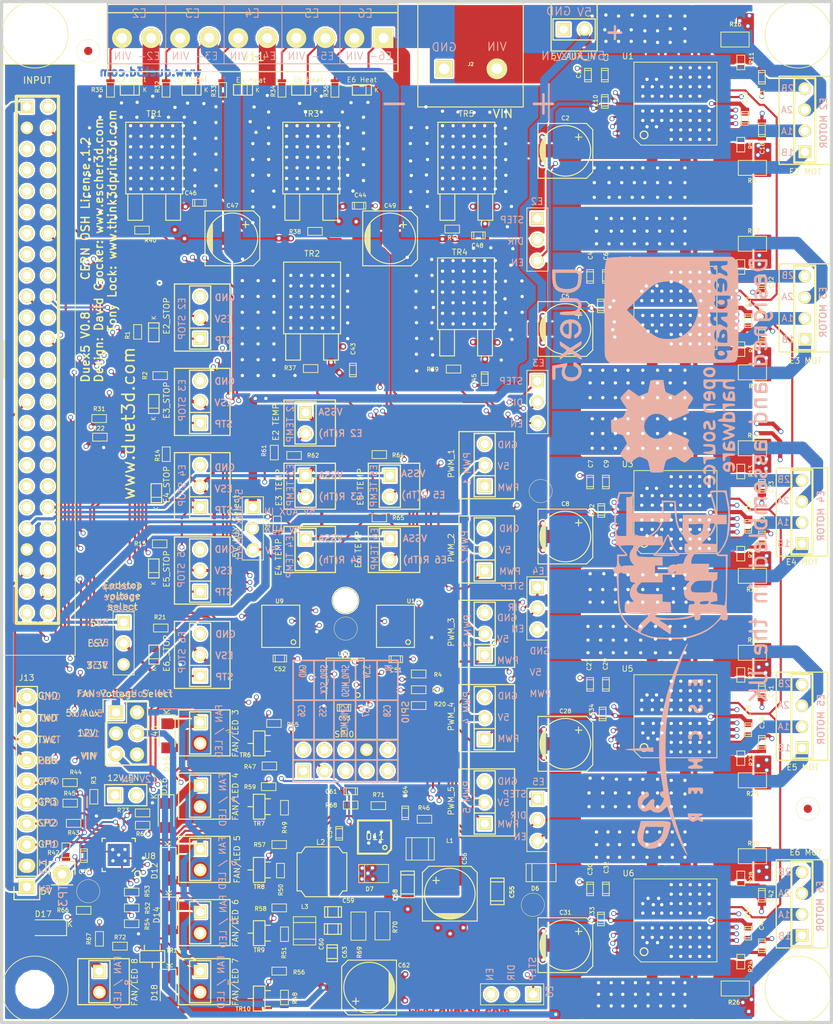
<source format=kicad_pcb>
(kicad_pcb (version 4) (host pcbnew 4.0.2-stable)
  (title_block (title Duex5) (date 2016-11-26) (rev 0.7) (company "Escher3D, Think3DPrint3D"))
  (layers (0 Front mixed hide) (1 Inner3 signal hide) (2 Inner2 power hide) (31 Back power hide) (35 F.Paste user hide) (36 B.SilkS user) (37 F.SilkS user) (38 B.Mask user hide) (39 F.Mask user) (44 Edge.Cuts user))
  (net 0 "")
  (net 1 +3.3V)
  (net 2 +5V)
  (net 3 ADVREF)
  (net 4 CS5)
  (net 5 E2_DIR)
  (net 6 E2_EN)
  (net 7 E2_STEP)
  (net 8 E2_STOP)
  (net 9 E3_DIR)
  (net 10 E3_EN)
  (net 11 E3_STEP)
  (net 12 E3_STOP)
  (net 13 E4_DIR)
  (net 14 E4_EN)
  (net 15 E4_STEP)
  (net 16 E4_STOP)
  (net 17 E5_DIR)
  (net 18 E5_EN)
  (net 19 E5_STEP)
  (net 20 E5_STOP)
  (net 21 E6_DIR)
  (net 22 E6_EN)
  (net 23 E6_STEP)
  (net 24 E6_STOP)
  (net 25 GND)
  (net 26 HEATER3)
  (net 27 HEATER4)
  (net 28 HEATER5)
  (net 29 HEATER6)
  (net 30 HEATER7)
  (net 31 PB6/TMS)
  (net 32 SPI0_MISO)
  (net 33 SPI0_MOSI)
  (net 34 SPI0_SCK)
  (net 35 SPI1_MISO)
  (net 36 SPI1_MOSI_BUFF)
  (net 37 SPI1_SCK_BUFF_EXP)
  (net 38 THERMISTOR3)
  (net 39 THERMISTOR4)
  (net 40 THERMISTOR5)
  (net 41 THERMISTOR6)
  (net 42 THERMISTOR7)
  (net 43 TWCK0)
  (net 44 TWD0)
  (net 45 VSSA)
  (net 46 V_FAN)
  (net 47 V_IN)
  (net 48 "Net-(C13-Pad1)")
  (net 49 "Net-(C14-Pad1)")
  (net 50 "Net-(C15-Pad1)")
  (net 51 "Net-(C18-Pad1)")
  (net 52 "Net-(C19-Pad1)")
  (net 53 "Net-(C20-Pad1)")
  (net 54 "Net-(C21-Pad1)")
  (net 55 "Net-(C39-Pad1)")
  (net 56 "Net-(C59-Pad1)")
  (net 57 "Net-(D2-Pad1)")
  (net 58 "Net-(D7-Pad1)")
  (net 59 "Net-(D9-Pad1)")
  (net 60 "Net-(D10-Pad1)")
  (net 61 "Net-(D11-Pad1)")
  (net 62 ENN)
  (net 63 GPIO2)
  (net 64 "Net-(R23-Pad1)")
  (net 65 "Net-(R27-Pad1)")
  (net 66 "Net-(R28-Pad1)")
  (net 67 "Net-(R38-Pad1)")
  (net 68 "Net-(R39-Pad1)")
  (net 69 "Net-(R40-Pad1)")
  (net 70 "Net-(R41-Pad1)")
  (net 71 "Net-(R66-Pad1)")
  (net 72 "Net-(C3-Pad2)")
  (net 73 "Net-(C6-Pad2)")
  (net 74 "Net-(C9-Pad2)")
  (net 75 "Net-(C22-Pad1)")
  (net 76 "Net-(C23-Pad1)")
  (net 77 "Net-(C29-Pad2)")
  (net 78 "Net-(C32-Pad2)")
  (net 79 "Net-(C35-Pad1)")
  (net 80 "Net-(C36-Pad1)")
  (net 81 "Net-(C40-Pad1)")
  (net 82 "Net-(C41-Pad1)")
  (net 83 "Net-(C42-Pad1)")
  (net 84 "Net-(D1-Pad1)")
  (net 85 "Net-(D3-Pad1)")
  (net 86 "Net-(D4-Pad1)")
  (net 87 "Net-(D5-Pad1)")
  (net 88 "Net-(D8-Pad1)")
  (net 89 E3_MOT_1B)
  (net 90 E3_MOT_1A)
  (net 91 E3_MOT_2A)
  (net 92 E3_MOT_2B)
  (net 93 E4_MOT_1B)
  (net 94 E4_MOT_1A)
  (net 95 E4_MOT_2A)
  (net 96 E4_MOT_2B)
  (net 97 E2-)
  (net 98 E5_MOT_1B)
  (net 99 E5_MOT_1A)
  (net 100 E5_MOT_2A)
  (net 101 E5_MOT_2B)
  (net 102 E3-)
  (net 103 E6_MOT_1B)
  (net 104 E6_MOT_1A)
  (net 105 E6_MOT_2A)
  (net 106 E6_MOT_2B)
  (net 107 E4-)
  (net 108 "Net-(J16-Pad32)")
  (net 109 E5-)
  (net 110 E6-)
  (net 111 FAN3-)
  (net 112 E2_PWM)
  (net 113 FAN4-)
  (net 114 FAN5-)
  (net 115 E3_PWM)
  (net 116 FAN6-)
  (net 117 E4_PWM)
  (net 118 FAN7-)
  (net 119 E5_PWM)
  (net 120 CS6)
  (net 121 CS7)
  (net 122 CS8)
  (net 123 E6_PWM)
  (net 124 GPIO1)
  (net 125 GPIO3)
  (net 126 "Net-(R5-Pad1)")
  (net 127 "Net-(R6-Pad1)")
  (net 128 "Net-(R10-Pad2)")
  (net 129 "Net-(R11-Pad1)")
  (net 130 "Net-(R12-Pad1)")
  (net 131 "Net-(R13-Pad1)")
  (net 132 "Net-(R24-Pad1)")
  (net 133 "Net-(R37-Pad1)")
  (net 134 "Net-(R47-Pad1)")
  (net 135 FAN3)
  (net 136 "Net-(R48-Pad1)")
  (net 137 FAN7)
  (net 138 "Net-(R49-Pad1)")
  (net 139 FAN4)
  (net 140 "Net-(R50-Pad1)")
  (net 141 FAN5)
  (net 142 "Net-(R51-Pad1)")
  (net 143 FAN6)
  (net 144 "Net-(R54-Pad2)")
  (net 145 E2_MOT_1B)
  (net 146 E2_MOT_1A)
  (net 147 E2_MOT_2B)
  (net 148 E2_MOT_2A)
  (net 149 "Net-(U9-Pad1)")
  (net 150 "Net-(U10-Pad1)")
  (net 151 5V_S_F)
  (net 152 "Net-(D13-Pad1)")
  (net 153 SX1509_INT)
  (net 154 "Net-(C54-Pad1)")
  (net 155 "Net-(C54-Pad2)")
  (net 156 "Net-(C55-Pad1)")
  (net 157 "Net-(C58-Pad1)")
  (net 158 "Net-(C61-Pad2)")
  (net 159 12V)
  (net 160 "Net-(C64-Pad1)")
  (net 161 "Net-(JP2-Pad2)")
  (net 162 "Net-(R46-Pad1)")
  (net 163 "Net-(J6-Pad2)")
  (net 164 SG_TST)
  (net 165 ES_V)
  (net 166 OSCIO)
  (net 167 SG_TST_E2)
  (net 168 SG_TST_E3)
  (net 169 SG_TST_E4)
  (net 170 SG_TST_E5)
  (net 171 SG_TST_E6)
  (net 172 "Net-(U12-Pad12)")
  (net 173 "Net-(U12-Pad13)")
  (net 174 "Net-(U12-Pad10)")
  (net 175 FAN8-)
  (net 176 FAN8)
  (net 177 GPIO4)
  (net 178 "Net-(R72-Pad1)")
  (net 179 "Net-(R60-Pad2)")
  (module Fixing_M4 (layer Front) (at 84.21116 155.86202)
    (fp_text reference M6 hide)
    (fp_text value MOUNTING hide)
    (pad "" np_thru_hole circle (at 0 0) (size 4.20116 4.20116) (drill 4.20116) (layers *.Cu *.Mask F.SilkS))
  )
  (module complib:Fiducial_1mm_Dia_2.54mm_Outer_CopperTop (layer Front) (at 121.68 112.4)
    (fp_text reference M11 hide)
    (fp_text value FID hide)
    (pad ~ smd circle (at 0 0) (size 1 1) (layers Front F.Mask) (clearance 0.77))
  )
  (module "FE Footprints:TMC2660" (layer Front) (at 161.41046 147.56302 90)
    (fp_text reference U6 (at 5.67862 -5.65766 180) (layer F.SilkS) (effects (font (size 0.7 0.7) (thickness 0.1))))
    (fp_text value TMC2660 hide)
    (pad 1 smd rect (at -5.85 -4 180) (size 0.5 1.6) (layers Front F.Paste F.Mask) (net 47 V_IN))
    (pad 2.3 smd rect (at -5.85 -2.8 180) (size 1.3 1.6) (layers Front F.Paste F.Mask) (net 103 E6_MOT_1B))
    (pad 5.6 smd rect (at -5.85 -0.4 180) (size 1.3 1.6) (layers Front F.Paste F.Mask) (net 104 E6_MOT_1A))
    (pad 7.8 smd rect (at -5.85 1.2 180) (size 1.3 1.6) (layers Front F.Paste F.Mask) (net 103 E6_MOT_1B))
    (pad 10.1 smd rect (at -5.85 3.6 180) (size 1.3 1.6) (layers Front F.Paste F.Mask) (net 104 E6_MOT_1A))
    (pad 23.4 smd rect (at 5.85 3.6 180) (size 1.3 1.6) (layers Front F.Paste F.Mask) (net 106 E6_MOT_2B))
    (pad 26.7 smd rect (at 5.85 1.2 180) (size 1.3 1.6) (layers Front F.Paste F.Mask) (net 105 E6_MOT_2A))
    (pad 28.9 smd rect (at 5.85 -0.4 180) (size 1.3 1.6) (layers Front F.Paste F.Mask) (net 106 E6_MOT_2B))
    (pad 31.2 smd rect (at 5.85 -2.8 180) (size 1.3 1.6) (layers Front F.Paste F.Mask) (net 105 E6_MOT_2A))
    (pad 4 smd rect (at -5.85 -1.6 180) (size 0.5 1.6) (layers Front F.Paste F.Mask) (net 47 V_IN))
    (pad 9 smd rect (at -5.85 2.4 180) (size 0.5 1.6) (layers Front F.Paste F.Mask) (net 132 "Net-(R24-Pad1)"))
    (pad 25 smd rect (at 5.85 2.4 180) (size 0.5 1.6) (layers Front F.Paste F.Mask) (net 66 "Net-(R28-Pad1)"))
    (pad 30 smd rect (at 5.85 -1.6 180) (size 0.5 1.6) (layers Front F.Paste F.Mask) (net 47 V_IN))
    (pad 33 smd rect (at 5.85 -4 180) (size 0.5 1.6) (layers Front F.Paste F.Mask) (net 47 V_IN))
    (pad 12 smd rect (at -4 5.85 90) (size 0.5 1.6) (layers Front F.Paste F.Mask) (net 81 "Net-(C40-Pad1)"))
    (pad 13 smd rect (at -3.2 5.85 90) (size 0.5 1.6) (layers Front F.Paste F.Mask) (net 80 "Net-(C36-Pad1)"))
    (pad 14 smd rect (at -2.4 5.85 90) (size 0.5 1.6) (layers Front F.Paste F.Mask) (net 35 SPI1_MISO))
    (pad 15 smd rect (at -1.6 5.85 90) (size 0.5 1.6) (layers Front F.Paste F.Mask) (net 36 SPI1_MOSI_BUFF))
    (pad 16 smd rect (at -0.8 5.85 90) (size 0.5 1.6) (layers Front F.Paste F.Mask) (net 37 SPI1_SCK_BUFF_EXP))
    (pad 17 smd rect (at 0 5.85 90) (size 0.5 1.6) (layers Front F.Paste F.Mask) (net 25 GND))
    (pad 18 smd rect (at 0.8 5.85 90) (size 0.5 1.6) (layers Front F.Paste F.Mask) (net 22 E6_EN))
    (pad 19 smd rect (at 1.6 5.85 90) (size 0.5 1.6) (layers Front F.Paste F.Mask) (net 62 ENN))
    (pad 20 smd rect (at 2.4 5.85 90) (size 0.5 1.6) (layers Front F.Paste F.Mask))
    (pad 21 smd rect (at 3.2 5.85 90) (size 0.5 1.6) (layers Front F.Paste F.Mask) (net 25 GND))
    (pad 22 smd rect (at 4 5.85 90) (size 0.5 1.6) (layers Front F.Paste F.Mask) (net 83 "Net-(C42-Pad1)"))
    (pad 34 smd rect (at 4 -5.85 90) (size 0.5 1.6) (layers Front F.Paste F.Mask))
    (pad 35 smd rect (at 3.2 -5.85 90) (size 0.5 1.6) (layers Front F.Paste F.Mask) (net 78 "Net-(C32-Pad2)"))
    (pad 36 smd rect (at 2.4 -5.85 90) (size 0.5 1.6) (layers Front F.Paste F.Mask) (net 47 V_IN))
    (pad 37 smd rect (at 1.6 -5.85 90) (size 0.5 1.6) (layers Front F.Paste F.Mask))
    (pad 38 smd rect (at 0.8 -5.85 90) (size 0.5 1.6) (layers Front F.Paste F.Mask) (net 171 SG_TST_E6))
    (pad 39 smd rect (at 0 -5.85 90) (size 0.5 1.6) (layers Front F.Paste F.Mask) (net 25 GND))
    (pad 40 smd rect (at -0.8 -5.85 90) (size 0.5 1.6) (layers Front F.Paste F.Mask) (net 1 +3.3V))
    (pad 41 smd rect (at -1.6 -5.85 90) (size 0.5 1.6) (layers Front F.Paste F.Mask) (net 21 E6_DIR))
    (pad 42 smd rect (at -2.4 -5.85 90) (size 0.5 1.6) (layers Front F.Paste F.Mask) (net 23 E6_STEP))
    (pad 43 smd rect (at -3.2 -5.85 90) (size 0.5 1.6) (layers Front F.Paste F.Mask) (net 25 GND))
    (pad 44 smd rect (at -4 -5.85 90) (size 0.5 1.6) (layers Front F.Paste F.Mask) (net 25 GND))
  )
  (module "FE Footprints:PIN_ARRAY_4x1" (layer Front) (at 176.657 98.36302 90)
    (fp_text reference J9 hide)
    (fp_text value "E4 MOT" (at -6.02132 0.02032 180) (layer F.SilkS) (effects (font (size 0.7 0.7) (thickness 0.1))))
    (pad 1 thru_hole rect (at -3.81 0 90) (size 1.524 1.524) (drill 1) (layers *.Cu *.Mask F.SilkS) (net 93 E4_MOT_1B))
    (pad 2 thru_hole circle (at -1.27 0 90) (size 1.524 1.524) (drill 1) (layers *.Cu *.Mask F.SilkS) (net 94 E4_MOT_1A))
    (pad 3 thru_hole circle (at 1.27 0 90) (size 1.524 1.524) (drill 1) (layers *.Cu *.Mask F.SilkS) (net 95 E4_MOT_2A))
    (pad 4 thru_hole circle (at 3.81 0 90) (size 1.524 1.524) (drill 1) (layers *.Cu *.Mask F.SilkS) (net 96 E4_MOT_2B))
  )
  (module "FE Footprints:PIN_ARRAY_2X1" (layer Front) (at 116.84 102.87 270)
    (fp_text reference J24 hide)
    (fp_text value "E4 TEMP" (at 0.9144 3.2639 270) (layer F.SilkS) (effects (font (size 0.7 0.7) (thickness 0.1))))
    (pad 1 thru_hole rect (at -1.27 0 270) (size 1.524 1.524) (drill 1) (layers *.Cu *.Mask F.SilkS) (net 45 VSSA))
    (pad 2 thru_hole circle (at 1.27 0 270) (size 1.524 1.524) (drill 1) (layers *.Cu *.Mask F.SilkS) (net 40 THERMISTOR5))
  )
  (module "FE Footprints:PIN_ARRAY_2X1" (layer Front) (at 104.14 140.208 270)
    (fp_text reference J25 hide)
    (fp_text value "FAN/LED 5" (at 0 -4.445 270) (layer F.SilkS) (effects (font (size 0.7 0.7) (thickness 0.1))))
    (pad 1 thru_hole rect (at -1.27 0 270) (size 1.524 1.524) (drill 1) (layers *.Cu *.Mask F.SilkS) (net 46 V_FAN))
    (pad 2 thru_hole circle (at 1.27 0 270) (size 1.524 1.524) (drill 1) (layers *.Cu *.Mask F.SilkS) (net 114 FAN5-))
  )
  (module "FE Footprints:PIN_ARRAY_2X1" (layer Front) (at 127 102.87 270)
    (fp_text reference J29 hide)
    (fp_text value "E6 TEMP" (at 0 3.81 270) (layer F.SilkS) (effects (font (size 0.7 0.7) (thickness 0.1))))
    (pad 1 thru_hole rect (at -1.27 0 270) (size 1.524 1.524) (drill 1) (layers *.Cu *.Mask F.SilkS) (net 45 VSSA))
    (pad 2 thru_hole circle (at 1.27 0 270) (size 1.524 1.524) (drill 1) (layers *.Cu *.Mask F.SilkS) (net 42 THERMISTOR7))
  )
  (module "FE Footprints:PIN_ARRAY_2X1" (layer Front) (at 104.14 154.94 270)
    (fp_text reference J31 hide)
    (fp_text value "FAN/LED 7" (at 0.04 -4.25 270) (layer F.SilkS) (effects (font (size 0.7 0.7) (thickness 0.1))))
    (pad 1 thru_hole rect (at -1.27 0 270) (size 1.524 1.524) (drill 1) (layers *.Cu *.Mask F.SilkS) (net 46 V_FAN))
    (pad 2 thru_hole circle (at 1.27 0 270) (size 1.524 1.524) (drill 1) (layers *.Cu *.Mask F.SilkS) (net 118 FAN7-))
  )
  (module "FE Footprints:SOT-23" (layer Front) (at 111.252 133.858 90)
    (fp_text reference TR7 (at -2.032 0 180) (layer F.SilkS) (effects (font (size 0.50038 0.50038) (thickness 0.09906))))
    (fp_text value PMV40UN2 hide)
    (pad G smd rect (at -0.9525 1.05664 90) (size 0.59944 1.00076) (layers Front F.Paste F.Mask) (net 138 "Net-(R49-Pad1)"))
    (pad D smd rect (at 0 -1.05664 90) (size 0.59944 1.00076) (layers Front F.Paste F.Mask) (net 113 FAN4-))
    (pad S smd rect (at 0.9525 1.05664 90) (size 0.59944 1.00076) (layers Front F.Paste F.Mask) (net 25 GND))
  )
  (module "FE Footprints:SOT-23" (layer Front) (at 111.252 149.098 90)
    (fp_text reference TR9 (at -2.032 0 180) (layer F.SilkS) (effects (font (size 0.50038 0.50038) (thickness 0.09906))))
    (fp_text value PMV40UN2 hide)
    (pad G smd rect (at -0.9525 1.05664 90) (size 0.59944 1.00076) (layers Front F.Paste F.Mask) (net 142 "Net-(R51-Pad1)"))
    (pad D smd rect (at 0 -1.05664 90) (size 0.59944 1.00076) (layers Front F.Paste F.Mask) (net 116 FAN6-))
    (pad S smd rect (at 0.9525 1.05664 90) (size 0.59944 1.00076) (layers Front F.Paste F.Mask) (net 25 GND))
  )
  (module "FE Footprints:TMC2660" (layer Front) (at 161.41046 122.96302 90)
    (fp_text reference U5 (at 5.72932 -5.77196 180) (layer F.SilkS) (effects (font (size 0.7 0.7) (thickness 0.1))))
    (fp_text value TMC2660 hide)
    (pad 1 smd rect (at -5.85 -4 180) (size 0.5 1.6) (layers Front F.Paste F.Mask) (net 47 V_IN))
    (pad 2.3 smd rect (at -5.85 -2.8 180) (size 1.3 1.6) (layers Front F.Paste F.Mask) (net 98 E5_MOT_1B))
    (pad 5.6 smd rect (at -5.85 -0.4 180) (size 1.3 1.6) (layers Front F.Paste F.Mask) (net 99 E5_MOT_1A))
    (pad 7.8 smd rect (at -5.85 1.2 180) (size 1.3 1.6) (layers Front F.Paste F.Mask) (net 98 E5_MOT_1B))
    (pad 10.1 smd rect (at -5.85 3.6 180) (size 1.3 1.6) (layers Front F.Paste F.Mask) (net 99 E5_MOT_1A))
    (pad 23.4 smd rect (at 5.85 3.6 180) (size 1.3 1.6) (layers Front F.Paste F.Mask) (net 101 E5_MOT_2B))
    (pad 26.7 smd rect (at 5.85 1.2 180) (size 1.3 1.6) (layers Front F.Paste F.Mask) (net 100 E5_MOT_2A))
    (pad 28.9 smd rect (at 5.85 -0.4 180) (size 1.3 1.6) (layers Front F.Paste F.Mask) (net 101 E5_MOT_2B))
    (pad 31.2 smd rect (at 5.85 -2.8 180) (size 1.3 1.6) (layers Front F.Paste F.Mask) (net 100 E5_MOT_2A))
    (pad 4 smd rect (at -5.85 -1.6 180) (size 0.5 1.6) (layers Front F.Paste F.Mask) (net 47 V_IN))
    (pad 9 smd rect (at -5.85 2.4 180) (size 0.5 1.6) (layers Front F.Paste F.Mask) (net 64 "Net-(R23-Pad1)"))
    (pad 25 smd rect (at 5.85 2.4 180) (size 0.5 1.6) (layers Front F.Paste F.Mask) (net 65 "Net-(R27-Pad1)"))
    (pad 30 smd rect (at 5.85 -1.6 180) (size 0.5 1.6) (layers Front F.Paste F.Mask) (net 47 V_IN))
    (pad 33 smd rect (at 5.85 -4 180) (size 0.5 1.6) (layers Front F.Paste F.Mask) (net 47 V_IN))
    (pad 12 smd rect (at -4 5.85 90) (size 0.5 1.6) (layers Front F.Paste F.Mask) (net 55 "Net-(C39-Pad1)"))
    (pad 13 smd rect (at -3.2 5.85 90) (size 0.5 1.6) (layers Front F.Paste F.Mask) (net 79 "Net-(C35-Pad1)"))
    (pad 14 smd rect (at -2.4 5.85 90) (size 0.5 1.6) (layers Front F.Paste F.Mask) (net 35 SPI1_MISO))
    (pad 15 smd rect (at -1.6 5.85 90) (size 0.5 1.6) (layers Front F.Paste F.Mask) (net 36 SPI1_MOSI_BUFF))
    (pad 16 smd rect (at -0.8 5.85 90) (size 0.5 1.6) (layers Front F.Paste F.Mask) (net 37 SPI1_SCK_BUFF_EXP))
    (pad 17 smd rect (at 0 5.85 90) (size 0.5 1.6) (layers Front F.Paste F.Mask) (net 25 GND))
    (pad 18 smd rect (at 0.8 5.85 90) (size 0.5 1.6) (layers Front F.Paste F.Mask) (net 18 E5_EN))
    (pad 19 smd rect (at 1.6 5.85 90) (size 0.5 1.6) (layers Front F.Paste F.Mask) (net 62 ENN))
    (pad 20 smd rect (at 2.4 5.85 90) (size 0.5 1.6) (layers Front F.Paste F.Mask))
    (pad 21 smd rect (at 3.2 5.85 90) (size 0.5 1.6) (layers Front F.Paste F.Mask) (net 25 GND))
    (pad 22 smd rect (at 4 5.85 90) (size 0.5 1.6) (layers Front F.Paste F.Mask) (net 82 "Net-(C41-Pad1)"))
    (pad 34 smd rect (at 4 -5.85 90) (size 0.5 1.6) (layers Front F.Paste F.Mask))
    (pad 35 smd rect (at 3.2 -5.85 90) (size 0.5 1.6) (layers Front F.Paste F.Mask) (net 77 "Net-(C29-Pad2)"))
    (pad 36 smd rect (at 2.4 -5.85 90) (size 0.5 1.6) (layers Front F.Paste F.Mask) (net 47 V_IN))
    (pad 37 smd rect (at 1.6 -5.85 90) (size 0.5 1.6) (layers Front F.Paste F.Mask))
    (pad 38 smd rect (at 0.8 -5.85 90) (size 0.5 1.6) (layers Front F.Paste F.Mask) (net 170 SG_TST_E5))
    (pad 39 smd rect (at 0 -5.85 90) (size 0.5 1.6) (layers Front F.Paste F.Mask) (net 25 GND))
    (pad 40 smd rect (at -0.8 -5.85 90) (size 0.5 1.6) (layers Front F.Paste F.Mask) (net 1 +3.3V))
    (pad 41 smd rect (at -1.6 -5.85 90) (size 0.5 1.6) (layers Front F.Paste F.Mask) (net 17 E5_DIR))
    (pad 42 smd rect (at -2.4 -5.85 90) (size 0.5 1.6) (layers Front F.Paste F.Mask) (net 19 E5_STEP))
    (pad 43 smd rect (at -3.2 -5.85 90) (size 0.5 1.6) (layers Front F.Paste F.Mask) (net 25 GND))
    (pad 44 smd rect (at -4 -5.85 90) (size 0.5 1.6) (layers Front F.Paste F.Mask) (net 25 GND))
  )
  (module "FE Footprints:TSSOP-14" (layer Front) (at 127.6731 112.1283 90)
    (fp_text reference U10 (at 3.04292 2.10058 180) (layer F.SilkS) (effects (font (size 0.50038 0.50038) (thickness 0.09906))))
    (fp_text value 74HCT02 hide)
    (pad 4 smd rect (at 0 2.79908 90) (size 0.368 1.47066) (layers Front F.Paste F.Mask) (net 112 E2_PWM))
    (pad 5 smd rect (at 0.65024 2.79908 90) (size 0.368 1.47066) (layers Front F.Paste F.Mask) (net 26 HEATER3))
    (pad 6 smd rect (at 1.30048 2.79908 90) (size 0.368 1.47066) (layers Front F.Paste F.Mask) (net 150 "Net-(U10-Pad1)"))
    (pad 7 smd rect (at 1.95072 2.79908 90) (size 0.368 1.47066) (layers Front F.Paste F.Mask) (net 25 GND))
    (pad 8 smd rect (at 1.95072 -2.79908 90) (size 0.368 1.47066) (layers Front F.Paste F.Mask) (net 27 HEATER4))
    (pad 1 smd rect (at -1.95072 2.79908 90) (size 0.368 1.47066) (layers Front F.Paste F.Mask) (net 150 "Net-(U10-Pad1)"))
    (pad 2 smd rect (at -1.30048 2.79908 90) (size 0.368 1.47066) (layers Front F.Paste F.Mask) (net 1 +3.3V))
    (pad 3 smd rect (at -0.65024 2.79908 90) (size 0.368 1.47066) (layers Front F.Paste F.Mask) (net 1 +3.3V))
    (pad 9 smd rect (at 1.30048 -2.79908 90) (size 0.368 1.47066) (layers Front F.Paste F.Mask) (net 150 "Net-(U10-Pad1)"))
    (pad 10 smd rect (at 0.65024 -2.79908 90) (size 0.368 1.47066) (layers Front F.Paste F.Mask) (net 115 E3_PWM))
    (pad 11 smd rect (at 0 -2.79908 90) (size 0.368 1.47066) (layers Front F.Paste F.Mask) (net 28 HEATER5))
    (pad 12 smd rect (at -0.65024 -2.79908 90) (size 0.368 1.47066) (layers Front F.Paste F.Mask) (net 150 "Net-(U10-Pad1)"))
    (pad 13 smd rect (at -1.30048 -2.79908 90) (size 0.368 1.47066) (layers Front F.Paste F.Mask) (net 117 E4_PWM))
    (pad 14 smd rect (at -1.95072 -2.79908 90) (size 0.368 1.47066) (layers Front F.Paste F.Mask) (net 2 +5V))
  )
  (module complib:C_0603 (layer Front) (at 153.035 94.742 270)
    (fp_text reference C9 (at -2.1844 -0.05588 270) (layer F.SilkS) (effects (font (size 0.5 0.5) (thickness 0.09))))
    (fp_text value "0u1  50V" hide)
    (pad 1 smd rect (at 0.8001 0 270) (size 0.94996 1.00076) (layers Front F.Paste F.Mask) (net 47 V_IN))
    (pad 2 smd rect (at -0.8001 0 270) (size 0.94996 1.00076) (layers Front F.Paste F.Mask) (net 74 "Net-(C9-Pad2)"))
  )
  (module complib:C_0603 (layer Front) (at 152.42032 73.52284 270)
    (fp_text reference C11 (at -0.20828 -1.0541 270) (layer F.SilkS) (effects (font (size 0.5 0.5) (thickness 0.09))))
    (fp_text value 0u1 hide)
    (pad 1 smd rect (at 0.8001 0 270) (size 0.94996 1.00076) (layers Front F.Paste F.Mask) (net 1 +3.3V))
    (pad 2 smd rect (at -0.8001 0 270) (size 0.94996 1.00076) (layers Front F.Paste F.Mask) (net 25 GND))
  )
  (module complib:C_0603 (layer Front) (at 169.799 50.927 270)
    (fp_text reference C13 (at -2.48412 -0.01524 270) (layer F.SilkS) (effects (font (size 0.5 0.5) (thickness 0.09))))
    (fp_text value 0u47 hide)
    (pad 1 smd rect (at 0.8001 0 270) (size 0.94996 1.00076) (layers Front F.Paste F.Mask) (net 48 "Net-(C13-Pad1)"))
    (pad 2 smd rect (at -0.8001 0 270) (size 0.94996 1.00076) (layers Front F.Paste F.Mask) (net 25 GND))
  )
  (module complib:C_0603 (layer Front) (at 170.18 75.311 270)
    (fp_text reference C14 (at -2.34442 -0.04572 270) (layer F.SilkS) (effects (font (size 0.5 0.5) (thickness 0.09))))
    (fp_text value 0u47 hide)
    (pad 1 smd rect (at 0.8001 0 270) (size 0.94996 1.00076) (layers Front F.Paste F.Mask) (net 49 "Net-(C14-Pad1)"))
    (pad 2 smd rect (at -0.8001 0 270) (size 0.94996 1.00076) (layers Front F.Paste F.Mask) (net 25 GND))
  )
  (module complib:C_0603 (layer Front) (at 170.18 100.076 270)
    (fp_text reference C15 (at -2.37744 0 270) (layer F.SilkS) (effects (font (size 0.5 0.5) (thickness 0.09))))
    (fp_text value 0u47 hide)
    (pad 1 smd rect (at 0.8001 0 270) (size 0.94996 1.00076) (layers Front F.Paste F.Mask) (net 50 "Net-(C15-Pad1)"))
    (pad 2 smd rect (at -0.8001 0 270) (size 0.94996 1.00076) (layers Front F.Paste F.Mask) (net 25 GND))
  )
  (module complib:C_0603 (layer Front) (at 171.831 52.324 270)
    (fp_text reference C18 (at 2.22504 -0.04572 270) (layer F.SilkS) (effects (font (size 0.5 0.5) (thickness 0.09))))
    (fp_text value "0u01 X7R 10% 50V" hide)
    (pad 1 smd rect (at 0.8001 0 270) (size 0.94996 1.00076) (layers Front F.Paste F.Mask) (net 51 "Net-(C18-Pad1)"))
    (pad 2 smd rect (at -0.8001 0 270) (size 0.94996 1.00076) (layers Front F.Paste F.Mask) (net 25 GND))
  )
  (module complib:C_0603 (layer Front) (at 171.831 76.962 270)
    (fp_text reference C19 (at -2.5527 0.0381 270) (layer F.SilkS) (effects (font (size 0.5 0.5) (thickness 0.09))))
    (fp_text value "0u01 X7R 10% 50V" hide)
    (pad 1 smd rect (at 0.8001 0 270) (size 0.94996 1.00076) (layers Front F.Paste F.Mask) (net 52 "Net-(C19-Pad1)"))
    (pad 2 smd rect (at -0.8001 0 270) (size 0.94996 1.00076) (layers Front F.Paste F.Mask) (net 25 GND))
  )
  (module complib:C_0603 (layer Front) (at 171.831 101.473 270)
    (fp_text reference C20 (at -2.4511 -0.0762 270) (layer F.SilkS) (effects (font (size 0.5 0.5) (thickness 0.09))))
    (fp_text value "0u01 X7R 10% 50V" hide)
    (pad 1 smd rect (at 0.8001 0 270) (size 0.94996 1.00076) (layers Front F.Paste F.Mask) (net 53 "Net-(C20-Pad1)"))
    (pad 2 smd rect (at -0.8001 0 270) (size 0.94996 1.00076) (layers Front F.Paste F.Mask) (net 25 GND))
  )
  (module complib:C_0603 (layer Front) (at 171.831 45.974 90)
    (fp_text reference C21 (at -2.22504 0.0381 90) (layer F.SilkS) (effects (font (size 0.5 0.5) (thickness 0.09))))
    (fp_text value "0u01 X7R 10% 50V" hide)
    (pad 1 smd rect (at 0.8001 0 90) (size 0.94996 1.00076) (layers Front F.Paste F.Mask) (net 54 "Net-(C21-Pad1)"))
    (pad 2 smd rect (at -0.8001 0 90) (size 0.94996 1.00076) (layers Front F.Paste F.Mask) (net 25 GND))
  )
  (module complib:C_0603 (layer Front) (at 151.13 119.126 270)
    (fp_text reference C27 (at -2.37688 0.12152 270) (layer F.SilkS) (effects (font (size 0.5 0.5) (thickness 0.09))))
    (fp_text value "1u 50V" hide)
    (pad 1 smd rect (at 0.8001 0 270) (size 0.94996 1.00076) (layers Front F.Paste F.Mask) (net 47 V_IN))
    (pad 2 smd rect (at -0.8001 0 270) (size 0.94996 1.00076) (layers Front F.Paste F.Mask) (net 25 GND))
  )
  (module complib:C_0603 (layer Front) (at 153.035 119.126 270)
    (fp_text reference C29 (at -2.4384 0.05334 270) (layer F.SilkS) (effects (font (size 0.5 0.5) (thickness 0.09))))
    (fp_text value "0u1  50V" hide)
    (pad 1 smd rect (at 0.8001 0 270) (size 0.94996 1.00076) (layers Front F.Paste F.Mask) (net 47 V_IN))
    (pad 2 smd rect (at -0.8001 0 270) (size 0.94996 1.00076) (layers Front F.Paste F.Mask) (net 77 "Net-(C29-Pad2)"))
  )
  (module complib:C_0603 (layer Front) (at 151.13 143.764 270)
    (fp_text reference C30 (at -2.34442 -0.01016 270) (layer F.SilkS) (effects (font (size 0.5 0.5) (thickness 0.09))))
    (fp_text value "1u 50V" hide)
    (pad 1 smd rect (at 0.8001 0 270) (size 0.94996 1.00076) (layers Front F.Paste F.Mask) (net 47 V_IN))
    (pad 2 smd rect (at -0.8001 0 270) (size 0.94996 1.00076) (layers Front F.Paste F.Mask) (net 25 GND))
  )
  (module complib:C_0603 (layer Front) (at 152.63622 122.68962 270)
    (fp_text reference C34 (at -0.4953 1.3208 270) (layer F.SilkS) (effects (font (size 0.5 0.5) (thickness 0.09))))
    (fp_text value 0u1 hide)
    (pad 1 smd rect (at 0.8001 0 270) (size 0.94996 1.00076) (layers Front F.Paste F.Mask) (net 1 +3.3V))
    (pad 2 smd rect (at -0.8001 0 270) (size 0.94996 1.00076) (layers Front F.Paste F.Mask) (net 25 GND))
  )
  (module complib:C_0603 (layer Front) (at 170.18 124.587 270)
    (fp_text reference C35 (at -2.2606 -0.02032 270) (layer F.SilkS) (effects (font (size 0.5 0.5) (thickness 0.09))))
    (fp_text value 0u47 hide)
    (pad 1 smd rect (at 0.8001 0 270) (size 0.94996 1.00076) (layers Front F.Paste F.Mask) (net 79 "Net-(C35-Pad1)"))
    (pad 2 smd rect (at -0.8001 0 270) (size 0.94996 1.00076) (layers Front F.Paste F.Mask) (net 25 GND))
  )
  (module complib:C_0603 (layer Front) (at 170.18 149.098 270)
    (fp_text reference C36 (at -2.46888 0.0254 270) (layer F.SilkS) (effects (font (size 0.5 0.5) (thickness 0.09))))
    (fp_text value 0u47 hide)
    (pad 1 smd rect (at 0.8001 0 270) (size 0.94996 1.00076) (layers Front F.Paste F.Mask) (net 80 "Net-(C36-Pad1)"))
    (pad 2 smd rect (at -0.8001 0 270) (size 0.94996 1.00076) (layers Front F.Paste F.Mask) (net 25 GND))
  )
  (module complib:C_0603 (layer Front) (at 171.831 126.111 270)
    (fp_text reference C39 (at -2.34188 -0.03556 270) (layer F.SilkS) (effects (font (size 0.5 0.5) (thickness 0.09))))
    (fp_text value "0u01 X7R 10% 50V" hide)
    (pad 1 smd rect (at 0.8001 0 270) (size 0.94996 1.00076) (layers Front F.Paste F.Mask) (net 55 "Net-(C39-Pad1)"))
    (pad 2 smd rect (at -0.8001 0 270) (size 0.94996 1.00076) (layers Front F.Paste F.Mask) (net 25 GND))
  )
  (module complib:C_0603 (layer Front) (at 171.831 150.622 270)
    (fp_text reference C40 (at -2.59588 0.02794 270) (layer F.SilkS) (effects (font (size 0.5 0.5) (thickness 0.09))))
    (fp_text value "0u01 X7R 10% 50V" hide)
    (pad 1 smd rect (at 0.8001 0 270) (size 0.94996 1.00076) (layers Front F.Paste F.Mask) (net 81 "Net-(C40-Pad1)"))
    (pad 2 smd rect (at -0.8001 0 270) (size 0.94996 1.00076) (layers Front F.Paste F.Mask) (net 25 GND))
  )
  (module complib:C_0603 (layer Front) (at 171.831 119.888 90)
    (fp_text reference C41 (at -0.08218 1.1204 90) (layer F.SilkS) (effects (font (size 0.5 0.5) (thickness 0.09))))
    (fp_text value "0u01 X7R 10% 50V" hide)
    (pad 1 smd rect (at 0.8001 0 90) (size 0.94996 1.00076) (layers Front F.Paste F.Mask) (net 82 "Net-(C41-Pad1)"))
    (pad 2 smd rect (at -0.8001 0 90) (size 0.94996 1.00076) (layers Front F.Paste F.Mask) (net 25 GND))
  )
  (module complib:C_0603 (layer Front) (at 171.831 144.526 90)
    (fp_text reference C42 (at -0.08218 1.1204 90) (layer F.SilkS) (effects (font (size 0.5 0.5) (thickness 0.09))))
    (fp_text value "0u01 X7R 10% 50V" hide)
    (pad 1 smd rect (at 0.8001 0 90) (size 0.94996 1.00076) (layers Front F.Paste F.Mask) (net 83 "Net-(C42-Pad1)"))
    (pad 2 smd rect (at -0.8001 0 90) (size 0.94996 1.00076) (layers Front F.Paste F.Mask) (net 25 GND))
  )
  (module complib:C_0603 (layer Front) (at 122.54484 81.25206 90)
    (fp_text reference C43 (at 2.54508 0.02794 90) (layer F.SilkS) (effects (font (size 0.5 0.5) (thickness 0.09))))
    (fp_text value 0u1 hide)
    (pad 1 smd rect (at 0.8001 0 90) (size 0.94996 1.00076) (layers Front F.Paste F.Mask) (net 47 V_IN))
    (pad 2 smd rect (at -0.8001 0 90) (size 0.94996 1.00076) (layers Front F.Paste F.Mask) (net 25 GND))
  )
  (module complib:C_0603 (layer Front) (at 123.2916 61.46292)
    (fp_text reference C44 (at 0.15494 -1.27) (layer F.SilkS) (effects (font (size 0.5 0.5) (thickness 0.09))))
    (fp_text value 0u1 hide)
    (pad 1 smd rect (at 0.8001 0) (size 0.94996 1.00076) (layers Front F.Paste F.Mask) (net 47 V_IN))
    (pad 2 smd rect (at -0.8001 0) (size 0.94996 1.00076) (layers Front F.Paste F.Mask) (net 25 GND))
  )
  (module complib:C_0603 (layer Front) (at 138.43 82.296 270)
    (fp_text reference C45 (at 0.1143 1.27 270) (layer F.SilkS) (effects (font (size 0.5 0.5) (thickness 0.09))))
    (fp_text value 0u1 hide)
    (pad 1 smd rect (at 0.8001 0 270) (size 0.94996 1.00076) (layers Front F.Paste F.Mask) (net 47 V_IN))
    (pad 2 smd rect (at -0.8001 0 270) (size 0.94996 1.00076) (layers Front F.Paste F.Mask) (net 25 GND))
  )
  (module complib:C_0603 (layer Front) (at 104.04856 61.10732)
    (fp_text reference C46 (at -1.0414 -1.17856) (layer F.SilkS) (effects (font (size 0.5 0.5) (thickness 0.09))))
    (fp_text value 0u1 hide)
    (pad 1 smd rect (at 0.8001 0) (size 0.94996 1.00076) (layers Front F.Paste F.Mask) (net 47 V_IN))
    (pad 2 smd rect (at -0.8001 0) (size 0.94996 1.00076) (layers Front F.Paste F.Mask) (net 25 GND))
  )
  (module complib:C_0603 (layer Front) (at 137.668 65.024 180)
    (fp_text reference C48 (at 0.10414 -1.2319 180) (layer F.SilkS) (effects (font (size 0.5 0.5) (thickness 0.09))))
    (fp_text value 0u1 hide)
    (pad 1 smd rect (at 0.8001 0 180) (size 0.94996 1.00076) (layers Front F.Paste F.Mask) (net 47 V_IN))
    (pad 2 smd rect (at -0.8001 0 180) (size 0.94996 1.00076) (layers Front F.Paste F.Mask) (net 25 GND))
  )
  (module complib:C_0603 (layer Front) (at 90.13698 139.75588 270)
    (fp_text reference C50 (at 1.9431 -0.06858 360) (layer F.SilkS) (effects (font (size 0.5 0.5) (thickness 0.09))))
    (fp_text value 0u1 hide)
    (pad 1 smd rect (at 0.8001 0 270) (size 0.94996 1.00076) (layers Front F.Paste F.Mask) (net 1 +3.3V))
    (pad 2 smd rect (at -0.8001 0 270) (size 0.94996 1.00076) (layers Front F.Paste F.Mask) (net 25 GND))
  )
  (module complib:C_0603 (layer Front) (at 127.71374 116.0907 180)
    (fp_text reference C51 (at -0.02794 -1.31318 360) (layer F.SilkS) (effects (font (size 0.5 0.5) (thickness 0.09))))
    (fp_text value 0u1 hide)
    (pad 1 smd rect (at 0.8001 0 180) (size 0.94996 1.00076) (layers Front F.Paste F.Mask) (net 2 +5V))
    (pad 2 smd rect (at -0.8001 0 180) (size 0.94996 1.00076) (layers Front F.Paste F.Mask) (net 25 GND))
  )
  (module complib:C_0603 (layer Front) (at 113.74374 116.00688 180)
    (fp_text reference C52 (at 0 -1.27 180) (layer F.SilkS) (effects (font (size 0.5 0.5) (thickness 0.09))))
    (fp_text value 0u1 hide)
    (pad 1 smd rect (at 0.8001 0 180) (size 0.94996 1.00076) (layers Front F.Paste F.Mask) (net 2 +5V))
    (pad 2 smd rect (at -0.8001 0 180) (size 0.94996 1.00076) (layers Front F.Paste F.Mask) (net 25 GND))
  )
  (module complib:D_0603 (layer Front) (at 98.86188 96.0882 90)
    (fp_text reference D3 hide)
    (fp_text value E4stp hide)
    (fp_text user K (at -1.8796 -0.04064 270) (layer F.SilkS) (effects (font (size 0.5 0.5) (thickness 0.08))))
    (pad 2 smd rect (at -0.8001 0 90) (size 0.94996 1.00076) (layers Front F.Paste F.Mask) (net 16 E4_STOP))
    (pad 1 smd rect (at 0.762 0 90) (size 0.94996 1.00076) (layers Front F.Paste F.Mask) (net 85 "Net-(D3-Pad1)"))
  )
  (module complib:D_0603 (layer Front) (at 98.552 105.156 90)
    (fp_text reference D4 hide)
    (fp_text value E5stp hide)
    (fp_text user K (at -1.76 -0.02 90) (layer F.SilkS) (effects (font (size 0.5 0.5) (thickness 0.08))))
    (pad 2 smd rect (at -0.8001 0 90) (size 0.94996 1.00076) (layers Front F.Paste F.Mask) (net 20 E5_STOP))
    (pad 1 smd rect (at 0.762 0 90) (size 0.94996 1.00076) (layers Front F.Paste F.Mask) (net 86 "Net-(D4-Pad1)"))
  )
  (module complib:D_0603 (layer Front) (at 109.30128 47.5 180)
    (fp_text reference D9 hide)
    (fp_text value "E4 Heat" (at -0.95504 1.17856 180) (layer F.SilkS) (effects (font (size 0.6 0.6) (thickness 0.08))))
    (fp_text user K (at -1.76 -0.02 180) (layer F.SilkS) (effects (font (size 0.5 0.5) (thickness 0.08))))
    (pad 2 smd rect (at -0.8001 0 180) (size 0.94996 1.00076) (layers Front F.Paste F.Mask) (net 107 E4-))
    (pad 1 smd rect (at 0.762 0 180) (size 0.94996 1.00076) (layers Front F.Paste F.Mask) (net 59 "Net-(D9-Pad1)"))
  )
  (module complib:D_0603 (layer Front) (at 116.31168 47.5 180)
    (fp_text reference D10 hide)
    (fp_text value "E5 Heat" (at -0.85344 1.2192 180) (layer F.SilkS) (effects (font (size 0.6 0.6) (thickness 0.08))))
    (fp_text user K (at -1.76 -0.02 180) (layer F.SilkS) (effects (font (size 0.5 0.5) (thickness 0.08))))
    (pad 2 smd rect (at -0.8001 0 180) (size 0.94996 1.00076) (layers Front F.Paste F.Mask) (net 109 E5-))
    (pad 1 smd rect (at 0.762 0 180) (size 0.94996 1.00076) (layers Front F.Paste F.Mask) (net 60 "Net-(D10-Pad1)"))
  )
  (module complib:D_0603 (layer Front) (at 95.66148 47.5 180)
    (fp_text reference D11 hide)
    (fp_text value "E2 Heat" (at -0.16764 1.2573 180) (layer F.SilkS) (effects (font (size 0.6 0.6) (thickness 0.08))))
    (fp_text user K (at -1.8161 0 180) (layer F.SilkS) (effects (font (size 0.5 0.5) (thickness 0.08))))
    (pad 2 smd rect (at -0.8001 0 180) (size 0.94996 1.00076) (layers Front F.Paste F.Mask) (net 97 E2-))
    (pad 1 smd rect (at 0.762 0 180) (size 0.94996 1.00076) (layers Front F.Paste F.Mask) (net 61 "Net-(D11-Pad1)"))
  )
  (module complib:R_0603 (layer Front) (at 96.60636 76.6572 90)
    (fp_text reference R1 (at -0.39624 -1.21158 270) (layer F.SilkS) (effects (font (size 0.5 0.5) (thickness 0.09))))
    (fp_text value 1K hide)
    (pad 1 smd rect (at -0.8001 0 90) (size 0.94996 1.00076) (layers Front F.Paste F.Mask) (net 84 "Net-(D1-Pad1)"))
    (pad 2 smd rect (at 0.8001 0 90) (size 0.94996 1.00076) (layers Front F.Paste F.Mask) (net 165 ES_V))
  )
  (module complib:R_0603 (layer Front) (at 99.32416 81.93024)
    (fp_text reference R2 (at -1.83642 -0.00508 90) (layer F.SilkS) (effects (font (size 0.5 0.5) (thickness 0.09))))
    (fp_text value 1K hide)
    (pad 1 smd rect (at -0.8001 0) (size 0.94996 1.00076) (layers Front F.Paste F.Mask) (net 57 "Net-(D2-Pad1)"))
    (pad 2 smd rect (at 0.8001 0) (size 0.94996 1.00076) (layers Front F.Paste F.Mask) (net 165 ES_V))
  )
  (module complib:R_0603 (layer Front) (at 169.291 78.74 90)
    (fp_text reference R6 (at 0.0635 1.2827 90) (layer F.SilkS) (effects (font (size 0.5 0.5) (thickness 0.09))))
    (fp_text value 22R hide)
    (pad 1 smd rect (at -0.8001 0 90) (size 0.94996 1.00076) (layers Front F.Paste F.Mask) (net 127 "Net-(R6-Pad1)"))
    (pad 2 smd rect (at 0.8001 0 90) (size 0.94996 1.00076) (layers Front F.Paste F.Mask) (net 52 "Net-(C19-Pad1)"))
  )
  (module complib:R_0603 (layer Front) (at 169.291 103.378 90)
    (fp_text reference R7 (at -0.0508 1.21412 90) (layer F.SilkS) (effects (font (size 0.5 0.5) (thickness 0.09))))
    (fp_text value 22R hide)
    (pad 1 smd rect (at -0.8001 0 90) (size 0.94996 1.00076) (layers Front F.Paste F.Mask) (net 128 "Net-(R10-Pad2)"))
    (pad 2 smd rect (at 0.8001 0 90) (size 0.94996 1.00076) (layers Front F.Paste F.Mask) (net 53 "Net-(C20-Pad1)"))
  )
  (module complib:R_0603 (layer Front) (at 169.291 44.196 270)
    (fp_text reference R11 (at -0.52578 -1.2827 270) (layer F.SilkS) (effects (font (size 0.5 0.5) (thickness 0.09))))
    (fp_text value 22R hide)
    (pad 1 smd rect (at -0.8001 0 270) (size 0.94996 1.00076) (layers Front F.Paste F.Mask) (net 129 "Net-(R11-Pad1)"))
    (pad 2 smd rect (at 0.8001 0 270) (size 0.94996 1.00076) (layers Front F.Paste F.Mask) (net 54 "Net-(C21-Pad1)"))
  )
  (module complib:R_0603 (layer Front) (at 169.291 68.834 270)
    (fp_text reference R12 (at -0.2921 -1.3589 270) (layer F.SilkS) (effects (font (size 0.5 0.5) (thickness 0.09))))
    (fp_text value 22R hide)
    (pad 1 smd rect (at -0.8001 0 270) (size 0.94996 1.00076) (layers Front F.Paste F.Mask) (net 130 "Net-(R12-Pad1)"))
    (pad 2 smd rect (at 0.8001 0 270) (size 0.94996 1.00076) (layers Front F.Paste F.Mask) (net 75 "Net-(C22-Pad1)"))
  )
  (module complib:R_0603 (layer Front) (at 169.291 93.472 270)
    (fp_text reference R13 (at -0.04064 -1.22682 270) (layer F.SilkS) (effects (font (size 0.5 0.5) (thickness 0.09))))
    (fp_text value 22R hide)
    (pad 1 smd rect (at -0.8001 0 270) (size 0.94996 1.00076) (layers Front F.Paste F.Mask) (net 131 "Net-(R13-Pad1)"))
    (pad 2 smd rect (at 0.8001 0 270) (size 0.94996 1.00076) (layers Front F.Paste F.Mask) (net 76 "Net-(C23-Pad1)"))
  )
  (module complib:R_0603 (layer Front) (at 99.2632 102.18928)
    (fp_text reference R15 (at -2.35712 0) (layer F.SilkS) (effects (font (size 0.5 0.5) (thickness 0.09))))
    (fp_text value 1K hide)
    (pad 1 smd rect (at -0.8001 0) (size 0.94996 1.00076) (layers Front F.Paste F.Mask) (net 86 "Net-(D4-Pad1)"))
    (pad 2 smd rect (at 0.8001 0) (size 0.94996 1.00076) (layers Front F.Paste F.Mask) (net 165 ES_V))
  )
  (module complib:R_0603 (layer Front) (at 99.39528 112.33404)
    (fp_text reference R21 (at -0.09652 -1.30048 180) (layer F.SilkS) (effects (font (size 0.5 0.5) (thickness 0.09))))
    (fp_text value 1K hide)
    (pad 1 smd rect (at -0.8001 0) (size 0.94996 1.00076) (layers Front F.Paste F.Mask) (net 87 "Net-(D5-Pad1)"))
    (pad 2 smd rect (at 0.8001 0) (size 0.94996 1.00076) (layers Front F.Paste F.Mask) (net 165 ES_V))
  )
  (module complib:R_0603 (layer Front) (at 169.291 128.016 90)
    (fp_text reference R23 (at -0.24384 1.27508 90) (layer F.SilkS) (effects (font (size 0.5 0.5) (thickness 0.09))))
    (fp_text value 22R hide)
    (pad 1 smd rect (at -0.8001 0 90) (size 0.94996 1.00076) (layers Front F.Paste F.Mask) (net 64 "Net-(R23-Pad1)"))
    (pad 2 smd rect (at 0.8001 0 90) (size 0.94996 1.00076) (layers Front F.Paste F.Mask) (net 55 "Net-(C39-Pad1)"))
  )
  (module complib:R_0603 (layer Front) (at 169.291 152.527 90)
    (fp_text reference R24 (at -0.5842 1.19888 90) (layer F.SilkS) (effects (font (size 0.5 0.5) (thickness 0.09))))
    (fp_text value 22R hide)
    (pad 1 smd rect (at -0.8001 0 90) (size 0.94996 1.00076) (layers Front F.Paste F.Mask) (net 132 "Net-(R24-Pad1)"))
    (pad 2 smd rect (at 0.8001 0 90) (size 0.94996 1.00076) (layers Front F.Paste F.Mask) (net 81 "Net-(C40-Pad1)"))
  )
  (module complib:R_0603 (layer Front) (at 169.291 117.983 270)
    (fp_text reference R27 (at -0.1778 -1.1684 270) (layer F.SilkS) (effects (font (size 0.5 0.5) (thickness 0.09))))
    (fp_text value 22R hide)
    (pad 1 smd rect (at -0.8001 0 270) (size 0.94996 1.00076) (layers Front F.Paste F.Mask) (net 65 "Net-(R27-Pad1)"))
    (pad 2 smd rect (at 0.8001 0 270) (size 0.94996 1.00076) (layers Front F.Paste F.Mask) (net 82 "Net-(C41-Pad1)"))
  )
  (module complib:R_0603 (layer Front) (at 169.291 142.494 270)
    (fp_text reference R28 (at -0.11176 -1.2827 270) (layer F.SilkS) (effects (font (size 0.5 0.5) (thickness 0.09))))
    (fp_text value 22R hide)
    (pad 1 smd rect (at -0.8001 0 270) (size 0.94996 1.00076) (layers Front F.Paste F.Mask) (net 66 "Net-(R28-Pad1)"))
    (pad 2 smd rect (at 0.8001 0 270) (size 0.94996 1.00076) (layers Front F.Paste F.Mask) (net 83 "Net-(C42-Pad1)"))
  )
  (module complib:R_0603 (layer Front) (at 91.96578 87.0966 180)
    (fp_text reference R31 (at -0.00762 1.15824 180) (layer F.SilkS) (effects (font (size 0.5 0.5) (thickness 0.09))))
    (fp_text value 22R hide)
    (pad 1 smd rect (at -0.8001 0 180) (size 0.94996 1.00076) (layers Front F.Paste F.Mask) (net 37 SPI1_SCK_BUFF_EXP))
    (pad 2 smd rect (at 0.8001 0 180) (size 0.94996 1.00076) (layers Front F.Paste F.Mask) (net 108 "Net-(J16-Pad32)"))
  )
  (module complib:R_0603 (layer Front) (at 120.37568 47.5 90)
    (fp_text reference R36 (at -0.1524 -1.0541 90) (layer F.SilkS) (effects (font (size 0.5 0.5) (thickness 0.09))))
    (fp_text value 4K7 hide)
    (pad 1 smd rect (at -0.8001 0 90) (size 0.94996 1.00076) (layers Front F.Paste F.Mask) (net 152 "Net-(D13-Pad1)"))
    (pad 2 smd rect (at 0.8001 0 90) (size 0.94996 1.00076) (layers Front F.Paste F.Mask) (net 47 V_IN))
  )
  (module complib:R_0603 (layer Front) (at 117.45468 81.07426)
    (fp_text reference R37 (at -2.47904 -0.07112 180) (layer F.SilkS) (effects (font (size 0.5 0.5) (thickness 0.09))))
    (fp_text value 180R hide)
    (pad 1 smd rect (at -0.8001 0) (size 0.94996 1.00076) (layers Front F.Paste F.Mask) (net 133 "Net-(R37-Pad1)"))
    (pad 2 smd rect (at 0.8001 0) (size 0.94996 1.00076) (layers Front F.Paste F.Mask) (net 115 E3_PWM))
  )
  (module complib:R_0603 (layer Front) (at 117.98046 64.54648)
    (fp_text reference R38 (at -2.413 0.04064) (layer F.SilkS) (effects (font (size 0.5 0.5) (thickness 0.09))))
    (fp_text value 180R hide)
    (pad 1 smd rect (at -0.8001 0) (size 0.94996 1.00076) (layers Front F.Paste F.Mask) (net 67 "Net-(R38-Pad1)"))
    (pad 2 smd rect (at 0.8001 0) (size 0.94996 1.00076) (layers Front F.Paste F.Mask) (net 117 E4_PWM))
  )
  (module complib:R_0603 (layer Front) (at 134.67588 81.13776)
    (fp_text reference R39 (at -2.5146 0.04064) (layer F.SilkS) (effects (font (size 0.5 0.5) (thickness 0.09))))
    (fp_text value 180R hide)
    (pad 1 smd rect (at -0.8001 0) (size 0.94996 1.00076) (layers Front F.Paste F.Mask) (net 68 "Net-(R39-Pad1)"))
    (pad 2 smd rect (at 0.8001 0) (size 0.94996 1.00076) (layers Front F.Paste F.Mask) (net 119 E5_PWM))
  )
  (module complib:R_0603 (layer Front) (at 97.13214 64.39662)
    (fp_text reference R40 (at 1.01854 1.22428) (layer F.SilkS) (effects (font (size 0.5 0.5) (thickness 0.09))))
    (fp_text value 180R hide)
    (pad 1 smd rect (at -0.8001 0) (size 0.94996 1.00076) (layers Front F.Paste F.Mask) (net 69 "Net-(R40-Pad1)"))
    (pad 2 smd rect (at 0.8001 0) (size 0.94996 1.00076) (layers Front F.Paste F.Mask) (net 112 E2_PWM))
  )
  (module complib:R_0603 (layer Front) (at 134.51586 64.2747 180)
    (fp_text reference R41 (at -0.1524 -1.0541 180) (layer F.SilkS) (effects (font (size 0.5 0.5) (thickness 0.09))))
    (fp_text value 180R hide)
    (pad 1 smd rect (at -0.8001 0 180) (size 0.94996 1.00076) (layers Front F.Paste F.Mask) (net 70 "Net-(R41-Pad1)"))
    (pad 2 smd rect (at 0.8001 0 180) (size 0.94996 1.00076) (layers Front F.Paste F.Mask) (net 123 E6_PWM))
  )
  (module complib:R_0603 (layer Front) (at 87.96528 139.10056 90)
    (fp_text reference R42 (at -0.30944 -1.50528 360) (layer F.SilkS) (effects (font (size 0.5 0.5) (thickness 0.09))))
    (fp_text value 10K hide)
    (pad 1 smd rect (at -0.8001 0 90) (size 0.94996 1.00076) (layers Front F.Paste F.Mask) (net 2 +5V))
    (pad 2 smd rect (at 0.8001 0 90) (size 0.94996 1.00076) (layers Front F.Paste F.Mask) (net 124 GPIO1))
  )
  (module complib:R_0603 (layer Front) (at 88.88984 135.8646 180)
    (fp_text reference R43 (at 0 -1.143 180) (layer F.SilkS) (effects (font (size 0.5 0.5) (thickness 0.09))))
    (fp_text value 10K hide)
    (pad 1 smd rect (at -0.8001 0 180) (size 0.94996 1.00076) (layers Front F.Paste F.Mask) (net 2 +5V))
    (pad 2 smd rect (at 0.8001 0 180) (size 0.94996 1.00076) (layers Front F.Paste F.Mask) (net 63 GPIO2))
  )
  (module complib:R_0603 (layer Front) (at 114.3 156.845 90)
    (fp_text reference R48 (at -0.09398 1.25984 90) (layer F.SilkS) (effects (font (size 0.5 0.5) (thickness 0.09))))
    (fp_text value 1K hide)
    (pad 1 smd rect (at -0.8001 0 90) (size 0.94996 1.00076) (layers Front F.Paste F.Mask) (net 136 "Net-(R48-Pad1)"))
    (pad 2 smd rect (at 0.8001 0 90) (size 0.94996 1.00076) (layers Front F.Paste F.Mask) (net 137 FAN7))
  )
  (module complib:R_0603 (layer Front) (at 114.3 133.985 90)
    (fp_text reference R49 (at -2.39014 0.03048 90) (layer F.SilkS) (effects (font (size 0.5 0.5) (thickness 0.09))))
    (fp_text value 1K hide)
    (pad 1 smd rect (at -0.8001 0 90) (size 0.94996 1.00076) (layers Front F.Paste F.Mask) (net 138 "Net-(R49-Pad1)"))
    (pad 2 smd rect (at 0.8001 0 90) (size 0.94996 1.00076) (layers Front F.Paste F.Mask) (net 139 FAN4))
  )
  (module complib:R_0603 (layer Front) (at 113.81994 141.55674 90)
    (fp_text reference R50 (at -2.33426 0.03556 90) (layer F.SilkS) (effects (font (size 0.5 0.5) (thickness 0.09))))
    (fp_text value 1K hide)
    (pad 1 smd rect (at -0.8001 0 90) (size 0.94996 1.00076) (layers Front F.Paste F.Mask) (net 140 "Net-(R50-Pad1)"))
    (pad 2 smd rect (at 0.8001 0 90) (size 0.94996 1.00076) (layers Front F.Paste F.Mask) (net 141 FAN5))
  )
  (module complib:R_0603 (layer Front) (at 114.3 149.225 90)
    (fp_text reference R51 (at -2.23774 -0.05334 90) (layer F.SilkS) (effects (font (size 0.5 0.5) (thickness 0.09))))
    (fp_text value 1K hide)
    (pad 1 smd rect (at -0.8001 0 90) (size 0.94996 1.00076) (layers Front F.Paste F.Mask) (net 142 "Net-(R51-Pad1)"))
    (pad 2 smd rect (at 0.8001 0 90) (size 0.94996 1.00076) (layers Front F.Paste F.Mask) (net 143 FAN6))
  )
  (module complib:R_0603 (layer Front) (at 95.885 146.05 180)
    (fp_text reference R52 (at -1.925 -0.03 270) (layer F.SilkS) (effects (font (size 0.5 0.5) (thickness 0.09))))
    (fp_text value 4K7 hide)
    (pad 1 smd rect (at -0.8001 0 180) (size 0.94996 1.00076) (layers Front F.Paste F.Mask) (net 1 +3.3V))
    (pad 2 smd rect (at 0.8001 0 180) (size 0.94996 1.00076) (layers Front F.Paste F.Mask) (net 44 TWD0))
  )
  (module complib:R_0603 (layer Front) (at 95.885 144.145 180)
    (fp_text reference R53 (at -1.875 0.095 270) (layer F.SilkS) (effects (font (size 0.5 0.5) (thickness 0.09))))
    (fp_text value 4K7 hide)
    (pad 1 smd rect (at -0.8001 0 180) (size 0.94996 1.00076) (layers Front F.Paste F.Mask) (net 1 +3.3V))
    (pad 2 smd rect (at 0.8001 0 180) (size 0.94996 1.00076) (layers Front F.Paste F.Mask) (net 43 TWCK0))
  )
  (module complib:R_0603 (layer Front) (at 95.885 147.955 180)
    (fp_text reference R54 (at -1.875 -0.045 270) (layer F.SilkS) (effects (font (size 0.5 0.5) (thickness 0.09))))
    (fp_text value 10K hide)
    (pad 1 smd rect (at -0.8001 0 180) (size 0.94996 1.00076) (layers Front F.Paste F.Mask) (net 1 +3.3V))
    (pad 2 smd rect (at 0.8001 0 180) (size 0.94996 1.00076) (layers Front F.Paste F.Mask) (net 144 "Net-(R54-Pad2)"))
  )
  (module complib:R_0603 (layer Front) (at 113.03 123.825)
    (fp_text reference R55 (at 2.27838 0.14478) (layer F.SilkS) (effects (font (size 0.5 0.5) (thickness 0.09))))
    (fp_text value 10K hide)
    (pad 1 smd rect (at -0.8001 0) (size 0.94996 1.00076) (layers Front F.Paste F.Mask) (net 25 GND))
    (pad 2 smd rect (at 0.8001 0) (size 0.94996 1.00076) (layers Front F.Paste F.Mask) (net 135 FAN3))
  )
  (module complib:R_0603 (layer Front) (at 113.665 153.67)
    (fp_text reference R56 (at 2.3876 0.1397) (layer F.SilkS) (effects (font (size 0.5 0.5) (thickness 0.09))))
    (fp_text value 10K hide)
    (pad 1 smd rect (at -0.8001 0) (size 0.94996 1.00076) (layers Front F.Paste F.Mask) (net 25 GND))
    (pad 2 smd rect (at 0.8001 0) (size 0.94996 1.00076) (layers Front F.Paste F.Mask) (net 137 FAN7))
  )
  (module complib:R_0603 (layer Front) (at 113.665 138.43)
    (fp_text reference R57 (at -2.35204 0.0127) (layer F.SilkS) (effects (font (size 0.5 0.5) (thickness 0.09))))
    (fp_text value 10K hide)
    (pad 1 smd rect (at -0.8001 0) (size 0.94996 1.00076) (layers Front F.Paste F.Mask) (net 25 GND))
    (pad 2 smd rect (at 0.8001 0) (size 0.94996 1.00076) (layers Front F.Paste F.Mask) (net 141 FAN5))
  )
  (module complib:R_0603 (layer Front) (at 113.665 146.05)
    (fp_text reference R58 (at -2.24028 0.10414) (layer F.SilkS) (effects (font (size 0.5 0.5) (thickness 0.09))))
    (fp_text value 10K hide)
    (pad 1 smd rect (at -0.8001 0) (size 0.94996 1.00076) (layers Front F.Paste F.Mask) (net 25 GND))
    (pad 2 smd rect (at 0.8001 0) (size 0.94996 1.00076) (layers Front F.Paste F.Mask) (net 143 FAN6))
  )
  (module complib:R_0603 (layer Front) (at 112.395 131.445 180)
    (fp_text reference R59 (at 2.25552 -0.04064 360) (layer F.SilkS) (effects (font (size 0.5 0.5) (thickness 0.09))))
    (fp_text value 10K hide)
    (pad 1 smd rect (at -0.8001 0 180) (size 0.94996 1.00076) (layers Front F.Paste F.Mask) (net 139 FAN4))
    (pad 2 smd rect (at 0.8001 0 180) (size 0.94996 1.00076) (layers Front F.Paste F.Mask) (net 25 GND))
  )
  (module complib:R_0603 (layer Front) (at 113.07318 91.19616 90)
    (fp_text reference R61 (at 0.2286 -1.24206 90) (layer F.SilkS) (effects (font (size 0.5 0.5) (thickness 0.09))))
    (fp_text value "4K7 1%" hide)
    (pad 1 smd rect (at -0.8001 0 90) (size 0.94996 1.00076) (layers Front F.Paste F.Mask) (net 3 ADVREF))
    (pad 2 smd rect (at 0.8001 0 90) (size 0.94996 1.00076) (layers Front F.Paste F.Mask) (net 38 THERMISTOR3))
  )
  (module complib:R_0603 (layer Front) (at 115.45824 91.54668)
    (fp_text reference R62 (at 2.286 0) (layer F.SilkS) (effects (font (size 0.5 0.5) (thickness 0.09))))
    (fp_text value "4K7 1%" hide)
    (pad 1 smd rect (at -0.8001 0) (size 0.94996 1.00076) (layers Front F.Paste F.Mask) (net 3 ADVREF))
    (pad 2 smd rect (at 0.8001 0) (size 0.94996 1.00076) (layers Front F.Paste F.Mask) (net 39 THERMISTOR4))
  )
  (module complib:R_0603 (layer Front) (at 113.43132 99.73056 270)
    (fp_text reference R63 (at 0.18288 1.17348 270) (layer F.SilkS) (effects (font (size 0.5 0.5) (thickness 0.09))))
    (fp_text value "4K7 1%" hide)
    (pad 1 smd rect (at -0.8001 0 270) (size 0.94996 1.00076) (layers Front F.Paste F.Mask) (net 3 ADVREF))
    (pad 2 smd rect (at 0.8001 0 270) (size 0.94996 1.00076) (layers Front F.Paste F.Mask) (net 40 THERMISTOR5))
  )
  (module complib:R_0603 (layer Front) (at 125.73 91.44)
    (fp_text reference R64 (at 2.25806 0.0762) (layer F.SilkS) (effects (font (size 0.5 0.5) (thickness 0.09))))
    (fp_text value "4K7 1%" hide)
    (pad 1 smd rect (at -0.8001 0) (size 0.94996 1.00076) (layers Front F.Paste F.Mask) (net 3 ADVREF))
    (pad 2 smd rect (at 0.8001 0) (size 0.94996 1.00076) (layers Front F.Paste F.Mask) (net 41 THERMISTOR6))
  )
  (module complib:R_0603 (layer Front) (at 125.73 99.06)
    (fp_text reference R65 (at 2.286 0 180) (layer F.SilkS) (effects (font (size 0.5 0.5) (thickness 0.09))))
    (fp_text value "4K7 1%" hide)
    (pad 1 smd rect (at -0.8001 0) (size 0.94996 1.00076) (layers Front F.Paste F.Mask) (net 3 ADVREF))
    (pad 2 smd rect (at 0.8001 0) (size 0.94996 1.00076) (layers Front F.Paste F.Mask) (net 42 THERMISTOR7))
  )
  (module complib:R_0603 (layer Front) (at 90.1 146.35 180)
    (fp_text reference R66 (at 2.5 0.02 180) (layer F.SilkS) (effects (font (size 0.5 0.5) (thickness 0.09))))
    (fp_text value 1K hide)
    (pad 1 smd rect (at -0.8001 0 180) (size 0.94996 1.00076) (layers Front F.Paste F.Mask) (net 71 "Net-(R66-Pad1)"))
    (pad 2 smd rect (at 0.8001 0 180) (size 0.94996 1.00076) (layers Front F.Paste F.Mask) (net 25 GND))
  )
  (module complib:Fiducial_1mm_Dia_2.54mm_Outer_CopperTop (layer Front) (at 90.65 42.81)
    (fp_text reference M1 hide)
    (fp_text value FID hide)
    (pad ~ smd circle (at 0 0) (size 1 1) (layers Front F.Mask) (clearance 0.77))
  )
  (module complib:Fiducial_1mm_Dia_2.54mm_Outer_CopperTop (layer Front) (at 145.1737 95.8342)
    (fp_text reference M2 hide)
    (fp_text value FID hide)
    (pad ~ smd circle (at 0 0) (size 1 1) (layers Front F.Mask) (clearance 0.77))
  )
  (module complib:Fiducial_1mm_Dia_2.54mm_Outer_CopperTop (layer Front) (at 144.23 145.68)
    (fp_text reference M3 hide)
    (fp_text value FID hide)
    (pad ~ smd circle (at 0 0) (size 1 1) (layers Front F.Mask) (clearance 0.77))
  )
  (module complib:R_0603 (layer Front) (at 169.291 54.102 90)
    (fp_text reference R5 (at -0.0508 1.21412 90) (layer F.SilkS) (effects (font (size 0.5 0.5) (thickness 0.09))))
    (fp_text value 22R hide)
    (pad 1 smd rect (at -0.8001 0 90) (size 0.94996 1.00076) (layers Front F.Paste F.Mask) (net 126 "Net-(R5-Pad1)"))
    (pad 2 smd rect (at 0.8001 0 90) (size 0.94996 1.00076) (layers Front F.Paste F.Mask) (net 51 "Net-(C18-Pad1)"))
  )
  (module complib:C_0603 (layer Front) (at 150.876 45.72 270)
    (fp_text reference C1 (at -0.08218 1.1204 270) (layer F.SilkS) (effects (font (size 0.5 0.5) (thickness 0.09))))
    (fp_text value "1u 50V" hide)
    (pad 1 smd rect (at 0.8001 0 270) (size 0.94996 1.00076) (layers Front F.Paste F.Mask) (net 47 V_IN))
    (pad 2 smd rect (at -0.8001 0 270) (size 0.94996 1.00076) (layers Front F.Paste F.Mask) (net 25 GND))
  )
  (module complib:C_ELEC_6.3x7.7 (layer Front) (at 148.15 54.84368)
    (fp_text reference C2 (at 0 -3.937) (layer F.SilkS) (effects (font (size 0.50038 0.50038) (thickness 0.09))))
    (fp_text value "100u 35V" hide)
    (pad 1 smd rect (at 2.75082 0) (size 3.59918 1.6002) (layers Front F.Paste F.Mask) (net 47 V_IN))
    (pad 2 smd rect (at -2.75082 0) (size 3.59918 1.6002) (layers Front F.Paste F.Mask) (net 25 GND))
  )
  (module complib:C_0603 (layer Front) (at 152.908 45.72 270)
    (fp_text reference C3 (at -2.1336 -0.14732 270) (layer F.SilkS) (effects (font (size 0.5 0.5) (thickness 0.09))))
    (fp_text value "0u1  50V" hide)
    (pad 1 smd rect (at 0.8001 0 270) (size 0.94996 1.00076) (layers Front F.Paste F.Mask) (net 47 V_IN))
    (pad 2 smd rect (at -0.8001 0 270) (size 0.94996 1.00076) (layers Front F.Paste F.Mask) (net 72 "Net-(C3-Pad2)"))
  )
  (module complib:C_0603 (layer Front) (at 151.13 69.977 270)
    (fp_text reference C4 (at -2.5019 -0.0508 270) (layer F.SilkS) (effects (font (size 0.5 0.5) (thickness 0.09))))
    (fp_text value "1u 50V" hide)
    (pad 1 smd rect (at 0.8001 0 270) (size 0.94996 1.00076) (layers Front F.Paste F.Mask) (net 47 V_IN))
    (pad 2 smd rect (at -0.8001 0 270) (size 0.94996 1.00076) (layers Front F.Paste F.Mask) (net 25 GND))
  )
  (module complib:C_ELEC_6.3x7.7 (layer Front) (at 148.15 76.30668)
    (fp_text reference C5 (at 0 -3.937) (layer F.SilkS) (effects (font (size 0.50038 0.50038) (thickness 0.09))))
    (fp_text value "100u 35V" hide)
    (pad 1 smd rect (at 2.75082 0) (size 3.59918 1.6002) (layers Front F.Paste F.Mask) (net 47 V_IN))
    (pad 2 smd rect (at -2.75082 0) (size 3.59918 1.6002) (layers Front F.Paste F.Mask) (net 25 GND))
  )
  (module complib:C_0603 (layer Front) (at 153.035 69.977 270)
    (fp_text reference C6 (at -2.4257 -0.0127 270) (layer F.SilkS) (effects (font (size 0.5 0.5) (thickness 0.09))))
    (fp_text value "0u1  50V" hide)
    (pad 1 smd rect (at 0.8001 0 270) (size 0.94996 1.00076) (layers Front F.Paste F.Mask) (net 47 V_IN))
    (pad 2 smd rect (at -0.8001 0 270) (size 0.94996 1.00076) (layers Front F.Paste F.Mask) (net 73 "Net-(C6-Pad2)"))
  )
  (module complib:C_0603 (layer Front) (at 151.13 94.742 270)
    (fp_text reference C7 (at -2.1844 -0.07112 270) (layer F.SilkS) (effects (font (size 0.5 0.5) (thickness 0.09))))
    (fp_text value "1u 50V" hide)
    (pad 1 smd rect (at 0.8001 0 270) (size 0.94996 1.00076) (layers Front F.Paste F.Mask) (net 47 V_IN))
    (pad 2 smd rect (at -0.8001 0 270) (size 0.94996 1.00076) (layers Front F.Paste F.Mask) (net 25 GND))
  )
  (module complib:C_ELEC_6.3x7.7 (layer Front) (at 148.15 101.31044)
    (fp_text reference C8 (at 0 -3.937) (layer F.SilkS) (effects (font (size 0.50038 0.50038) (thickness 0.09))))
    (fp_text value "100u 35V" hide)
    (pad 1 smd rect (at 2.75082 0) (size 3.59918 1.6002) (layers Front F.Paste F.Mask) (net 47 V_IN))
    (pad 2 smd rect (at -2.75082 0) (size 3.59918 1.6002) (layers Front F.Paste F.Mask) (net 25 GND))
  )
  (module complib:C_0603 (layer Front) (at 152.908 48.895 270)
    (fp_text reference C10 (at -0.08218 1.1204 270) (layer F.SilkS) (effects (font (size 0.5 0.5) (thickness 0.09))))
    (fp_text value 0u1 hide)
    (pad 1 smd rect (at 0.8001 0 270) (size 0.94996 1.00076) (layers Front F.Paste F.Mask) (net 1 +3.3V))
    (pad 2 smd rect (at -0.8001 0 270) (size 0.94996 1.00076) (layers Front F.Paste F.Mask) (net 25 GND))
  )
  (module complib:C_0603 (layer Front) (at 152.4762 98.17608 270)
    (fp_text reference C12 (at -0.08218 1.1204 270) (layer F.SilkS) (effects (font (size 0.5 0.5) (thickness 0.09))))
    (fp_text value 0u1 hide)
    (pad 1 smd rect (at 0.8001 0 270) (size 0.94996 1.00076) (layers Front F.Paste F.Mask) (net 1 +3.3V))
    (pad 2 smd rect (at -0.8001 0 270) (size 0.94996 1.00076) (layers Front F.Paste F.Mask) (net 25 GND))
  )
  (module complib:C_0603 (layer Front) (at 171.831 70.612 90)
    (fp_text reference C22 (at -0.08218 1.1204 90) (layer F.SilkS) (effects (font (size 0.5 0.5) (thickness 0.09))))
    (fp_text value "0u01 X7R 10% 50V" hide)
    (pad 1 smd rect (at 0.8001 0 90) (size 0.94996 1.00076) (layers Front F.Paste F.Mask) (net 75 "Net-(C22-Pad1)"))
    (pad 2 smd rect (at -0.8001 0 90) (size 0.94996 1.00076) (layers Front F.Paste F.Mask) (net 25 GND))
  )
  (module complib:C_0603 (layer Front) (at 171.831 95.25 90)
    (fp_text reference C23 (at -0.08218 1.1204 90) (layer F.SilkS) (effects (font (size 0.5 0.5) (thickness 0.09))))
    (fp_text value "0u01 X7R 10% 50V" hide)
    (pad 1 smd rect (at 0.8001 0 90) (size 0.94996 1.00076) (layers Front F.Paste F.Mask) (net 76 "Net-(C23-Pad1)"))
    (pad 2 smd rect (at -0.8001 0 90) (size 0.94996 1.00076) (layers Front F.Paste F.Mask) (net 25 GND))
  )
  (module complib:C_ELEC_6.3x7.7 (layer Front) (at 148.15 126.2888)
    (fp_text reference C28 (at 0 -3.937) (layer F.SilkS) (effects (font (size 0.50038 0.50038) (thickness 0.09))))
    (fp_text value "100u 35V" hide)
    (pad 1 smd rect (at 2.75082 0) (size 3.59918 1.6002) (layers Front F.Paste F.Mask) (net 47 V_IN))
    (pad 2 smd rect (at -2.75082 0) (size 3.59918 1.6002) (layers Front F.Paste F.Mask) (net 25 GND))
  )
  (module complib:C_ELEC_6.3x7.7 (layer Front) (at 148.15 150.54072)
    (fp_text reference C31 (at 0 -3.937) (layer F.SilkS) (effects (font (size 0.50038 0.50038) (thickness 0.09))))
    (fp_text value "100u 35V" hide)
    (pad 1 smd rect (at 2.75082 0) (size 3.59918 1.6002) (layers Front F.Paste F.Mask) (net 47 V_IN))
    (pad 2 smd rect (at -2.75082 0) (size 3.59918 1.6002) (layers Front F.Paste F.Mask) (net 25 GND))
  )
  (module complib:C_0603 (layer Front) (at 153.035 143.764 270)
    (fp_text reference C32 (at -2.5654 -0.0508 270) (layer F.SilkS) (effects (font (size 0.5 0.5) (thickness 0.09))))
    (fp_text value "0u1  50V" hide)
    (pad 1 smd rect (at 0.8001 0 270) (size 0.94996 1.00076) (layers Front F.Paste F.Mask) (net 47 V_IN))
    (pad 2 smd rect (at -0.8001 0 270) (size 0.94996 1.00076) (layers Front F.Paste F.Mask) (net 78 "Net-(C32-Pad2)"))
  )
  (module complib:C_0603 (layer Front) (at 152.4381 147.38604 270)
    (fp_text reference C33 (at -0.75692 1.05918 270) (layer F.SilkS) (effects (font (size 0.5 0.5) (thickness 0.09))))
    (fp_text value 0u1 hide)
    (pad 1 smd rect (at 0.8001 0 270) (size 0.94996 1.00076) (layers Front F.Paste F.Mask) (net 1 +3.3V))
    (pad 2 smd rect (at -0.8001 0 270) (size 0.94996 1.00076) (layers Front F.Paste F.Mask) (net 25 GND))
  )
  (module complib:C_ELEC_6.3x7.7 (layer Front) (at 108.0262 65.38468)
    (fp_text reference C47 (at 0 -3.937) (layer F.SilkS) (effects (font (size 0.50038 0.50038) (thickness 0.09))))
    (fp_text value 100u hide)
    (pad 1 smd rect (at 2.75082 0) (size 3.59918 1.6002) (layers Front F.Paste F.Mask) (net 47 V_IN))
    (pad 2 smd rect (at -2.75082 0) (size 3.59918 1.6002) (layers Front F.Paste F.Mask) (net 25 GND))
  )
  (module complib:C_ELEC_6.3x7.7 (layer Front) (at 127.03302 65.3923)
    (fp_text reference C49 (at 0 -3.937) (layer F.SilkS) (effects (font (size 0.50038 0.50038) (thickness 0.09))))
    (fp_text value 100u hide)
    (pad 1 smd rect (at 2.75082 0) (size 3.59918 1.6002) (layers Front F.Paste F.Mask) (net 47 V_IN))
    (pad 2 smd rect (at -2.75082 0) (size 3.59918 1.6002) (layers Front F.Paste F.Mask) (net 25 GND))
  )
  (module complib:D_0603 (layer Front) (at 98.552 76.708 270)
    (fp_text reference D1 hide)
    (fp_text value E2stp hide)
    (fp_text user K (at -1.76 -0.02 270) (layer F.SilkS) (effects (font (size 0.5 0.5) (thickness 0.08))))
    (pad 2 smd rect (at -0.8001 0 270) (size 0.94996 1.00076) (layers Front F.Paste F.Mask) (net 8 E2_STOP))
    (pad 1 smd rect (at 0.762 0 270) (size 0.94996 1.00076) (layers Front F.Paste F.Mask) (net 84 "Net-(D1-Pad1)"))
  )
  (module complib:D_0603 (layer Front) (at 98.552 85.344 90)
    (fp_text reference D2 hide)
    (fp_text value E3stp hide)
    (fp_text user K (at -1.76 -0.02 90) (layer F.SilkS) (effects (font (size 0.5 0.5) (thickness 0.08))))
    (pad 2 smd rect (at -0.8001 0 90) (size 0.94996 1.00076) (layers Front F.Paste F.Mask) (net 12 E3_STOP))
    (pad 1 smd rect (at 0.762 0 90) (size 0.94996 1.00076) (layers Front F.Paste F.Mask) (net 57 "Net-(D2-Pad1)"))
  )
  (module complib:D_0603 (layer Front) (at 98.6028 115.53444 90)
    (fp_text reference D5 hide)
    (fp_text value E6stp hide)
    (fp_text user K (at -1.76 -0.02 90) (layer F.SilkS) (effects (font (size 0.5 0.5) (thickness 0.08))))
    (pad 2 smd rect (at -0.8001 0 90) (size 0.94996 1.00076) (layers Front F.Paste F.Mask) (net 24 E6_STOP))
    (pad 1 smd rect (at 0.762 0 90) (size 0.94996 1.00076) (layers Front F.Paste F.Mask) (net 87 "Net-(D5-Pad1)"))
  )
  (module complib:D_0603 (layer Front) (at 103.10368 47.5 180)
    (fp_text reference D8 hide)
    (fp_text value "E3 Heat" (at -0.08382 1.31318 180) (layer F.SilkS) (effects (font (size 0.6 0.6) (thickness 0.08))))
    (fp_text user K (at -1.76 -0.02 180) (layer F.SilkS) (effects (font (size 0.5 0.5) (thickness 0.08))))
    (pad 2 smd rect (at -0.8001 0 180) (size 0.94996 1.00076) (layers Front F.Paste F.Mask) (net 102 E3-))
    (pad 1 smd rect (at 0.762 0 180) (size 0.94996 1.00076) (layers Front F.Paste F.Mask) (net 88 "Net-(D8-Pad1)"))
  )
  (module complib:D_0603 (layer Front) (at 123.62688 47.5 180)
    (fp_text reference D13 hide)
    (fp_text value "E6 Heat" (at 0.00254 1.2192 180) (layer F.SilkS) (effects (font (size 0.6 0.6) (thickness 0.08))))
    (fp_text user K (at -1.76 -0.02 180) (layer F.SilkS) (effects (font (size 0.5 0.5) (thickness 0.08))))
    (pad 2 smd rect (at -0.8001 0 180) (size 0.94996 1.00076) (layers Front F.Paste F.Mask) (net 110 E6-))
    (pad 1 smd rect (at 0.762 0 180) (size 0.94996 1.00076) (layers Front F.Paste F.Mask) (net 152 "Net-(D13-Pad1)"))
  )
  (module "FE Footprints:TERM_2-WAY_6.35mm" (layer Front) (at 136.72112 44.96308)
    (fp_text reference J2 (at 0.04064 -0.5588) (layer F.SilkS) (effects (font (size 0.39878 0.39878) (thickness 0.09906))))
    (fp_text value VIN (at 3.89328 5.4102) (layer F.SilkS) (effects (font (size 1.016 1.016) (thickness 0.1524))))
    (pad 1 thru_hole rect (at -3.175 0) (size 1.99898 1.99898) (drill 1.30048) (layers *.Cu *.Mask F.SilkS) (net 25 GND))
    (pad 2 thru_hole circle (at 3.175 0) (size 2.49936 2.49936) (drill 1.30048) (layers *.Cu *.Mask F.SilkS) (net 47 V_IN))
  )
  (module "FE Footprints:PIN_ARRAY_4x1" (layer Front) (at 177 51.16302 90)
    (fp_text reference J3 hide)
    (fp_text value "E2 MOT" (at -6.1978 0.05578 180) (layer F.SilkS) (effects (font (size 0.7 0.7) (thickness 0.1))))
    (pad 1 thru_hole rect (at -3.81 0 90) (size 1.524 1.524) (drill 1) (layers *.Cu *.Mask F.SilkS) (net 145 E2_MOT_1B))
    (pad 2 thru_hole circle (at -1.27 0 90) (size 1.524 1.524) (drill 1) (layers *.Cu *.Mask F.SilkS) (net 146 E2_MOT_1A))
    (pad 3 thru_hole circle (at 1.27 0 90) (size 1.524 1.524) (drill 1) (layers *.Cu *.Mask F.SilkS) (net 148 E2_MOT_2A))
    (pad 4 thru_hole circle (at 3.81 0 90) (size 1.524 1.524) (drill 1) (layers *.Cu *.Mask F.SilkS) (net 147 E2_MOT_2B))
  )
  (module "FE Footprints:PIN_ARRAY_4x1" (layer Front) (at 177 73.76302 90)
    (fp_text reference J5 hide)
    (fp_text value "E3 MOT" (at -6.3689 0.08372 180) (layer F.SilkS) (effects (font (size 0.7 0.7) (thickness 0.1))))
    (pad 1 thru_hole rect (at -3.81 0 90) (size 1.524 1.524) (drill 1) (layers *.Cu *.Mask F.SilkS) (net 89 E3_MOT_1B))
    (pad 2 thru_hole circle (at -1.27 0 90) (size 1.524 1.524) (drill 1) (layers *.Cu *.Mask F.SilkS) (net 90 E3_MOT_1A))
    (pad 3 thru_hole circle (at 1.27 0 90) (size 1.524 1.524) (drill 1) (layers *.Cu *.Mask F.SilkS) (net 91 E3_MOT_2A))
    (pad 4 thru_hole circle (at 3.81 0 90) (size 1.524 1.524) (drill 1) (layers *.Cu *.Mask F.SilkS) (net 92 E3_MOT_2B))
  )
  (module "FE Footprints:PIN_ARRAY_4x1" (layer Front) (at 176.657 122.96302 90)
    (fp_text reference J12 hide)
    (fp_text value "E5 MOT" (at -6.14842 0.1016 180) (layer F.SilkS) (effects (font (size 0.7 0.7) (thickness 0.1))))
    (pad 1 thru_hole rect (at -3.81 0 90) (size 1.524 1.524) (drill 1) (layers *.Cu *.Mask F.SilkS) (net 98 E5_MOT_1B))
    (pad 2 thru_hole circle (at -1.27 0 90) (size 1.524 1.524) (drill 1) (layers *.Cu *.Mask F.SilkS) (net 99 E5_MOT_1A))
    (pad 3 thru_hole circle (at 1.27 0 90) (size 1.524 1.524) (drill 1) (layers *.Cu *.Mask F.SilkS) (net 100 E5_MOT_2A))
    (pad 4 thru_hole circle (at 3.81 0 90) (size 1.524 1.524) (drill 1) (layers *.Cu *.Mask F.SilkS) (net 101 E5_MOT_2B))
  )
  (module "FE Footprints:PIN_ARRAY_4x1" (layer Front) (at 176.657 145.56302 90)
    (fp_text reference J14 hide)
    (fp_text value "E6 MOT" (at 6.199 0.45106 180) (layer F.SilkS) (effects (font (size 0.7 0.7) (thickness 0.1))))
    (pad 1 thru_hole rect (at -3.81 0 90) (size 1.524 1.524) (drill 1) (layers *.Cu *.Mask F.SilkS) (net 103 E6_MOT_1B))
    (pad 2 thru_hole circle (at -1.27 0 90) (size 1.524 1.524) (drill 1) (layers *.Cu *.Mask F.SilkS) (net 104 E6_MOT_1A))
    (pad 3 thru_hole circle (at 1.27 0 90) (size 1.524 1.524) (drill 1) (layers *.Cu *.Mask F.SilkS) (net 105 E6_MOT_2A))
    (pad 4 thru_hole circle (at 3.81 0 90) (size 1.524 1.524) (drill 1) (layers *.Cu *.Mask F.SilkS) (net 106 E6_MOT_2B))
  )
  (module complib:PIN_ARRAY_25X2 (layer Front) (at 84.52866 80.0148 270)
    (fp_text reference J16 hide)
    (fp_text value INPUT (at -33.66488 0.01008 540) (layer F.SilkS) (effects (font (size 0.8001 0.8001) (thickness 0.12192))))
    (pad 1 thru_hole rect (at -30.48 1.27 270) (size 1.524 1.524) (drill 1) (layers *.Cu *.Mask F.SilkS) (net 2 +5V))
    (pad 2 thru_hole circle (at -30.48 -1.27 270) (size 1.524 1.524) (drill 1) (layers *.Cu *.Mask F.SilkS) (net 25 GND))
    (pad 11 thru_hole circle (at -17.78 1.27 270) (size 1.524 1.524) (drill 1) (layers *.Cu *.Mask F.SilkS) (net 9 E3_DIR))
    (pad 4 thru_hole circle (at -27.94 -1.27 270) (size 1.524 1.524) (drill 1) (layers *.Cu *.Mask F.SilkS) (net 164 SG_TST))
    (pad 13 thru_hole circle (at -15.24 1.27 270) (size 1.524 1.524) (drill 1) (layers *.Cu *.Mask F.SilkS) (net 27 HEATER4))
    (pad 6 thru_hole circle (at -25.4 -1.27 270) (size 1.524 1.524) (drill 1) (layers *.Cu *.Mask F.SilkS) (net 5 E2_DIR))
    (pad 15 thru_hole circle (at -12.7 1.27 270) (size 1.524 1.524) (drill 1) (layers *.Cu *.Mask F.SilkS) (net 15 E4_STEP))
    (pad 8 thru_hole circle (at -22.86 -1.27 270) (size 1.524 1.524) (drill 1) (layers *.Cu *.Mask F.SilkS) (net 26 HEATER3))
    (pad 17 thru_hole circle (at -10.16 1.27 270) (size 1.524 1.524) (drill 1) (layers *.Cu *.Mask F.SilkS) (net 14 E4_EN))
    (pad 10 thru_hole circle (at -20.32 -1.27 270) (size 1.524 1.524) (drill 1) (layers *.Cu *.Mask F.SilkS) (net 11 E3_STEP))
    (pad 19 thru_hole circle (at -7.62 1.27 270) (size 1.524 1.524) (drill 1) (layers *.Cu *.Mask F.SilkS) (net 122 CS8))
    (pad 12 thru_hole circle (at -17.78 -1.27 270) (size 1.524 1.524) (drill 1) (layers *.Cu *.Mask F.SilkS) (net 10 E3_EN))
    (pad 21 thru_hole circle (at -5.08 1.27 270) (size 1.524 1.524) (drill 1) (layers *.Cu *.Mask F.SilkS) (net 17 E5_DIR))
    (pad 14 thru_hole circle (at -15.24 -1.27 270) (size 1.524 1.524) (drill 1) (layers *.Cu *.Mask F.SilkS) (net 121 CS7))
    (pad 23 thru_hole circle (at -2.54 1.27 270) (size 1.524 1.524) (drill 1) (layers *.Cu *.Mask F.SilkS) (net 29 HEATER6))
    (pad 16 thru_hole circle (at -12.7 -1.27 270) (size 1.524 1.524) (drill 1) (layers *.Cu *.Mask F.SilkS) (net 13 E4_DIR))
    (pad 25 thru_hole circle (at 0 1.27 270) (size 1.524 1.524) (drill 1) (layers *.Cu *.Mask F.SilkS) (net 23 E6_STEP))
    (pad 18 thru_hole circle (at -10.16 -1.27 270) (size 1.524 1.524) (drill 1) (layers *.Cu *.Mask F.SilkS) (net 28 HEATER5))
    (pad 27 thru_hole circle (at 2.54 1.27 270) (size 1.524 1.524) (drill 1) (layers *.Cu *.Mask F.SilkS) (net 22 E6_EN))
    (pad 20 thru_hole circle (at -7.62 -1.27 270) (size 1.524 1.524) (drill 1) (layers *.Cu *.Mask F.SilkS) (net 19 E5_STEP))
    (pad 29 thru_hole circle (at 5.08 1.27 270) (size 1.524 1.524) (drill 1) (layers *.Cu *.Mask F.SilkS) (net 31 PB6/TMS))
    (pad 22 thru_hole circle (at -5.08 -1.27 270) (size 1.524 1.524) (drill 1) (layers *.Cu *.Mask F.SilkS) (net 18 E5_EN))
    (pad 31 thru_hole circle (at 7.62 1.27 270) (size 1.524 1.524) (drill 1) (layers *.Cu *.Mask F.SilkS) (net 30 HEATER7))
    (pad 24 thru_hole circle (at -2.54 -1.27 270) (size 1.524 1.524) (drill 1) (layers *.Cu *.Mask F.SilkS) (net 153 SX1509_INT))
    (pad 26 thru_hole circle (at 0 -1.27 270) (size 1.524 1.524) (drill 1) (layers *.Cu *.Mask F.SilkS) (net 21 E6_DIR))
    (pad 33 thru_hole circle (at 10.16 1.27 270) (size 1.524 1.524) (drill 1) (layers *.Cu *.Mask F.SilkS) (net 36 SPI1_MOSI_BUFF))
    (pad 28 thru_hole circle (at 2.54 -1.27 270) (size 1.524 1.524) (drill 1) (layers *.Cu *.Mask F.SilkS) (net 62 ENN))
    (pad 32 thru_hole circle (at 7.62 -1.27 270) (size 1.524 1.524) (drill 1) (layers *.Cu *.Mask F.SilkS) (net 108 "Net-(J16-Pad32)"))
    (pad 34 thru_hole circle (at 10.16 -1.27 270) (size 1.524 1.524) (drill 1) (layers *.Cu *.Mask F.SilkS) (net 35 SPI1_MISO))
    (pad 36 thru_hole circle (at 12.7 -1.27 270) (size 1.524 1.524) (drill 1) (layers *.Cu *.Mask F.SilkS) (net 39 THERMISTOR4))
    (pad 38 thru_hole circle (at 15.24 -1.27 270) (size 1.524 1.524) (drill 1) (layers *.Cu *.Mask F.SilkS) (net 41 THERMISTOR6))
    (pad 35 thru_hole circle (at 12.7 1.27 270) (size 1.524 1.524) (drill 1) (layers *.Cu *.Mask F.SilkS) (net 38 THERMISTOR3))
    (pad 37 thru_hole circle (at 15.24 1.27 270) (size 1.524 1.524) (drill 1) (layers *.Cu *.Mask F.SilkS) (net 40 THERMISTOR5))
    (pad 3 thru_hole circle (at -27.94 1.27 270) (size 1.524 1.524) (drill 1) (layers *.Cu *.Mask F.SilkS) (net 1 +3.3V))
    (pad 5 thru_hole circle (at -25.4 1.27 270) (size 1.524 1.524) (drill 1) (layers *.Cu *.Mask F.SilkS) (net 7 E2_STEP))
    (pad 7 thru_hole circle (at -22.86 1.27 270) (size 1.524 1.524) (drill 1) (layers *.Cu *.Mask F.SilkS) (net 6 E2_EN))
    (pad 9 thru_hole circle (at -20.32 1.27 270) (size 1.524 1.524) (drill 1) (layers *.Cu *.Mask F.SilkS) (net 120 CS6))
    (pad 39 thru_hole circle (at 17.78 1.27 270) (size 1.524 1.524) (drill 1) (layers *.Cu *.Mask F.SilkS) (net 42 THERMISTOR7))
    (pad 40 thru_hole circle (at 17.78 -1.27 270) (size 1.524 1.524) (drill 1) (layers *.Cu *.Mask F.SilkS) (net 45 VSSA))
    (pad 30 thru_hole circle (at 5.08 -1.27 270) (size 1.524 1.524) (drill 1) (layers *.Cu *.Mask F.SilkS) (net 25 GND))
    (pad 41 thru_hole circle (at 20.32 1.27 270) (size 1.524 1.524) (drill 1) (layers *.Cu *.Mask F.SilkS) (net 3 ADVREF))
    (pad 42 thru_hole circle (at 20.32 -1.27 270) (size 1.524 1.524) (drill 1) (layers *.Cu *.Mask F.SilkS) (net 25 GND))
    (pad 43 thru_hole circle (at 22.86 1.27 270) (size 1.524 1.524) (drill 1) (layers *.Cu *.Mask F.SilkS) (net 1 +3.3V))
    (pad 44 thru_hole circle (at 22.86 -1.27 270) (size 1.524 1.524) (drill 1) (layers *.Cu *.Mask F.SilkS))
    (pad 45 thru_hole circle (at 25.4 1.27 270) (size 1.524 1.524) (drill 1) (layers *.Cu *.Mask F.SilkS) (net 44 TWD0))
    (pad 46 thru_hole circle (at 25.4 -1.27 270) (size 1.524 1.524) (drill 1) (layers *.Cu *.Mask F.SilkS) (net 43 TWCK0))
    (pad 47 thru_hole circle (at 27.94 1.27 270) (size 1.524 1.524) (drill 1) (layers *.Cu *.Mask F.SilkS) (net 34 SPI0_SCK))
    (pad 48 thru_hole circle (at 27.94 -1.27 270) (size 1.524 1.524) (drill 1) (layers *.Cu *.Mask F.SilkS) (net 33 SPI0_MOSI))
    (pad 49 thru_hole circle (at 30.48 1.27 270) (size 1.524 1.524) (drill 1) (layers *.Cu *.Mask F.SilkS) (net 32 SPI0_MISO))
    (pad 50 thru_hole circle (at 30.48 -1.27 270) (size 1.524 1.524) (drill 1) (layers *.Cu *.Mask F.SilkS) (net 4 CS5))
  )
  (module "FE Footprints:PIN_ARRAY_2X1" (layer Front) (at 116.84 87.63 270)
    (fp_text reference J19 hide)
    (fp_text value "E2 TEMP" (at -0.1016 3.5814 270) (layer F.SilkS) (effects (font (size 0.7 0.7) (thickness 0.1))))
    (pad 1 thru_hole rect (at -1.27 0 270) (size 1.524 1.524) (drill 1) (layers *.Cu *.Mask F.SilkS) (net 45 VSSA))
    (pad 2 thru_hole circle (at 1.27 0 270) (size 1.524 1.524) (drill 1) (layers *.Cu *.Mask F.SilkS) (net 38 THERMISTOR3))
  )
  (module "FE Footprints:PIN_ARRAY_2X1" (layer Front) (at 104.14 124.968 270)
    (fp_text reference J20 hide)
    (fp_text value "FAN/LED 3" (at 0.0635 -4.2418 270) (layer F.SilkS) (effects (font (size 0.7 0.7) (thickness 0.1))))
    (pad 1 thru_hole rect (at -1.27 0 270) (size 1.524 1.524) (drill 1) (layers *.Cu *.Mask F.SilkS) (net 46 V_FAN))
    (pad 2 thru_hole circle (at 1.27 0 270) (size 1.524 1.524) (drill 1) (layers *.Cu *.Mask F.SilkS) (net 111 FAN3-))
  )
  (module "FE Footprints:PIN_ARRAY_2X1" (layer Front) (at 116.84 95.25 270)
    (fp_text reference J21 hide)
    (fp_text value "E3 TEMP" (at 0.14224 3.20928 270) (layer F.SilkS) (effects (font (size 0.7 0.7) (thickness 0.1))))
    (pad 1 thru_hole rect (at -1.27 0 270) (size 1.524 1.524) (drill 1) (layers *.Cu *.Mask F.SilkS) (net 45 VSSA))
    (pad 2 thru_hole circle (at 1.27 0 270) (size 1.524 1.524) (drill 1) (layers *.Cu *.Mask F.SilkS) (net 39 THERMISTOR4))
  )
  (module "FE Footprints:PIN_ARRAY_2X1" (layer Front) (at 104.14 132.588 270)
    (fp_text reference J23 hide)
    (fp_text value "FAN/LED 4" (at 0.0635 -4.2418 270) (layer F.SilkS) (effects (font (size 0.7 0.7) (thickness 0.1))))
    (pad 1 thru_hole rect (at -1.27 0 270) (size 1.524 1.524) (drill 1) (layers *.Cu *.Mask F.SilkS) (net 46 V_FAN))
    (pad 2 thru_hole circle (at 1.27 0 270) (size 1.524 1.524) (drill 1) (layers *.Cu *.Mask F.SilkS) (net 113 FAN4-))
  )
  (module "FE Footprints:PIN_ARRAY_2X1" (layer Front) (at 127 95.25 270)
    (fp_text reference J27 hide)
    (fp_text value "E5 TEMP" (at 0.0762 3.5433 270) (layer F.SilkS) (effects (font (size 0.7 0.7) (thickness 0.1))))
    (pad 1 thru_hole rect (at -1.27 0 270) (size 1.524 1.524) (drill 1) (layers *.Cu *.Mask F.SilkS) (net 45 VSSA))
    (pad 2 thru_hole circle (at 1.27 0 270) (size 1.524 1.524) (drill 1) (layers *.Cu *.Mask F.SilkS) (net 41 THERMISTOR6))
  )
  (module "FE Footprints:PIN_ARRAY_2X1" (layer Front) (at 104.14 147.828 270)
    (fp_text reference J28 hide)
    (fp_text value "FAN/LED 6" (at 0.0635 -4.2418 270) (layer F.SilkS) (effects (font (size 0.7 0.7) (thickness 0.1))))
    (pad 1 thru_hole rect (at -1.27 0 270) (size 1.524 1.524) (drill 1) (layers *.Cu *.Mask F.SilkS) (net 46 V_FAN))
    (pad 2 thru_hole circle (at 1.27 0 270) (size 1.524 1.524) (drill 1) (layers *.Cu *.Mask F.SilkS) (net 116 FAN6-))
  )
  (module complib:MAX_TEMP_DB (layer Front) (at 121.65 128.27)
    (fp_text reference J33 hide)
    (fp_text value SPI0 (at -0.1397 -3.1369) (layer F.SilkS) (effects (font (size 0.7 0.7) (thickness 0.1))))
    (pad 1 thru_hole rect (at -5.08 1.27) (size 1.524 1.524) (drill 1) (layers *.Cu *.Mask F.SilkS) (net 120 CS6))
    (pad 2 thru_hole circle (at -5.08 -1.27) (size 1.524 1.524) (drill 1) (layers *.Cu *.Mask F.SilkS) (net 25 GND))
    (pad 3 thru_hole circle (at -2.54 1.27) (size 1.524 1.524) (drill 1) (layers *.Cu *.Mask F.SilkS) (net 4 CS5))
    (pad 4 thru_hole circle (at -2.54 -1.27) (size 1.524 1.524) (drill 1) (layers *.Cu *.Mask F.SilkS) (net 34 SPI0_SCK))
    (pad 5 thru_hole circle (at 0 1.27) (size 1.524 1.524) (drill 1) (layers *.Cu *.Mask F.SilkS) (net 33 SPI0_MOSI))
    (pad 6 thru_hole circle (at 0 -1.27) (size 1.524 1.524) (drill 1) (layers *.Cu *.Mask F.SilkS) (net 32 SPI0_MISO))
    (pad 7 thru_hole circle (at 2.54 1.27) (size 1.524 1.524) (drill 1) (layers *.Cu *.Mask F.SilkS) (net 121 CS7))
    (pad 8 thru_hole circle (at 2.54 -1.27) (size 1.524 1.524) (drill 1) (layers *.Cu *.Mask F.SilkS) (net 1 +3.3V))
    (pad 9 thru_hole circle (at 5.08 1.27) (size 1.524 1.524) (drill 1) (layers *.Cu *.Mask F.SilkS) (net 122 CS8))
    (pad 10 thru_hole circle (at 5.08 -1.27) (size 1.524 1.524) (drill 1) (layers *.Cu *.Mask F.SilkS))
    (pad "" np_thru_hole circle (at 0 -19.25066) (size 2.54 2.54) (drill 2.54) (layers *.Cu *.Mask F.SilkS))
  )
  (module complib:R_1206 (layer Front) (at 170.688 56.896 180)
    (fp_text reference R8 (at 0.06096 -1.54432 180) (layer F.SilkS) (effects (font (size 0.5 0.5) (thickness 0.09906))))
    (fp_text value 0R051 hide)
    (pad 1 smd rect (at -1.50114 0 180) (size 1.15062 1.80086) (layers Front F.Paste F.Mask) (net 25 GND))
    (pad 2 smd rect (at 1.50114 0 180) (size 1.15062 1.80086) (layers Front F.Paste F.Mask) (net 126 "Net-(R5-Pad1)"))
  )
  (module complib:R_1206 (layer Front) (at 170.688 81.534 180)
    (fp_text reference R9 (at -0.0381 -1.6764 180) (layer F.SilkS) (effects (font (size 0.5 0.5) (thickness 0.09906))))
    (fp_text value 0R051 hide)
    (pad 1 smd rect (at -1.50114 0 180) (size 1.15062 1.80086) (layers Front F.Paste F.Mask) (net 25 GND))
    (pad 2 smd rect (at 1.50114 0 180) (size 1.15062 1.80086) (layers Front F.Paste F.Mask) (net 127 "Net-(R6-Pad1)"))
  )
  (module complib:R_1206 (layer Front) (at 170.688 106.045 180)
    (fp_text reference R10 (at 0 -1.651 180) (layer F.SilkS) (effects (font (size 0.5 0.5) (thickness 0.09906))))
    (fp_text value 0R051 hide)
    (pad 1 smd rect (at -1.50114 0 180) (size 1.15062 1.80086) (layers Front F.Paste F.Mask) (net 25 GND))
    (pad 2 smd rect (at 1.50114 0 180) (size 1.15062 1.80086) (layers Front F.Paste F.Mask) (net 128 "Net-(R10-Pad2)"))
  )
  (module complib:R_0603 (layer Front) (at 100.0506 91.39428 90)
    (fp_text reference R14 (at -0.1524 -1.0541 90) (layer F.SilkS) (effects (font (size 0.5 0.5) (thickness 0.09))))
    (fp_text value 1K hide)
    (pad 1 smd rect (at -0.8001 0 90) (size 0.94996 1.00076) (layers Front F.Paste F.Mask) (net 85 "Net-(D3-Pad1)"))
    (pad 2 smd rect (at 0.8001 0 90) (size 0.94996 1.00076) (layers Front F.Paste F.Mask) (net 165 ES_V))
  )
  (module complib:R_1206 (layer Front) (at 168.5925 41.43502 180)
    (fp_text reference R16 (at -0.05588 1.84658 180) (layer F.SilkS) (effects (font (size 0.5 0.5) (thickness 0.09906))))
    (fp_text value 0R051 hide)
    (pad 1 smd rect (at -1.50114 0 180) (size 1.15062 1.80086) (layers Front F.Paste F.Mask) (net 25 GND))
    (pad 2 smd rect (at 1.50114 0 180) (size 1.15062 1.80086) (layers Front F.Paste F.Mask) (net 129 "Net-(R11-Pad1)"))
  )
  (module complib:R_1206 (layer Front) (at 170.688 66.04 180)
    (fp_text reference R17 (at -0.15772 1.53876 180) (layer F.SilkS) (effects (font (size 0.5 0.5) (thickness 0.09906))))
    (fp_text value 0R051 hide)
    (pad 1 smd rect (at -1.50114 0 180) (size 1.15062 1.80086) (layers Front F.Paste F.Mask) (net 25 GND))
    (pad 2 smd rect (at 1.50114 0 180) (size 1.15062 1.80086) (layers Front F.Paste F.Mask) (net 130 "Net-(R12-Pad1)"))
  )
  (module complib:R_1206 (layer Front) (at 170.688 90.678 180)
    (fp_text reference R18 (at -0.15772 1.53876 180) (layer F.SilkS) (effects (font (size 0.5 0.5) (thickness 0.09906))))
    (fp_text value 0R051 hide)
    (pad 1 smd rect (at -1.50114 0 180) (size 1.15062 1.80086) (layers Front F.Paste F.Mask) (net 25 GND))
    (pad 2 smd rect (at 1.50114 0 180) (size 1.15062 1.80086) (layers Front F.Paste F.Mask) (net 131 "Net-(R13-Pad1)"))
  )
  (module complib:R_1206 (layer Front) (at 170.688 130.683 180)
    (fp_text reference R25 (at 0 -1.62052 180) (layer F.SilkS) (effects (font (size 0.5 0.5) (thickness 0.09906))))
    (fp_text value 0R051 hide)
    (pad 1 smd rect (at -1.50114 0 180) (size 1.15062 1.80086) (layers Front F.Paste F.Mask) (net 25 GND))
    (pad 2 smd rect (at 1.50114 0 180) (size 1.15062 1.80086) (layers Front F.Paste F.Mask) (net 64 "Net-(R23-Pad1)"))
  )
  (module complib:R_1206 (layer Front) (at 168.62298 155.76296 180)
    (fp_text reference R26 (at 0.1397 -1.67386 180) (layer F.SilkS) (effects (font (size 0.5 0.5) (thickness 0.09906))))
    (fp_text value 0R051 hide)
    (pad 1 smd rect (at -1.50114 0 180) (size 1.15062 1.80086) (layers Front F.Paste F.Mask) (net 25 GND))
    (pad 2 smd rect (at 1.50114 0 180) (size 1.15062 1.80086) (layers Front F.Paste F.Mask) (net 132 "Net-(R24-Pad1)"))
  )
  (module complib:R_1206 (layer Front) (at 170.688 115.316 180)
    (fp_text reference R29 (at -0.15772 1.53876 180) (layer F.SilkS) (effects (font (size 0.5 0.5) (thickness 0.09906))))
    (fp_text value 0R051 hide)
    (pad 1 smd rect (at -1.50114 0 180) (size 1.15062 1.80086) (layers Front F.Paste F.Mask) (net 25 GND))
    (pad 2 smd rect (at 1.50114 0 180) (size 1.15062 1.80086) (layers Front F.Paste F.Mask) (net 65 "Net-(R27-Pad1)"))
  )
  (module complib:R_1206 (layer Front) (at 170.688 139.827 180)
    (fp_text reference R30 (at -0.15772 1.53876 180) (layer F.SilkS) (effects (font (size 0.5 0.5) (thickness 0.09906))))
    (fp_text value 0R051 hide)
    (pad 1 smd rect (at -1.50114 0 180) (size 1.15062 1.80086) (layers Front F.Paste F.Mask) (net 25 GND))
    (pad 2 smd rect (at 1.50114 0 180) (size 1.15062 1.80086) (layers Front F.Paste F.Mask) (net 66 "Net-(R28-Pad1)"))
  )
  (module complib:R_0603 (layer Front) (at 100.03536 47.5 90)
    (fp_text reference R32 (at 0.37 -1.04536 270) (layer F.SilkS) (effects (font (size 0.5 0.5) (thickness 0.09))))
    (fp_text value 4K7 hide)
    (pad 1 smd rect (at -0.8001 0 90) (size 0.94996 1.00076) (layers Front F.Paste F.Mask) (net 88 "Net-(D8-Pad1)"))
    (pad 2 smd rect (at 0.8001 0 90) (size 0.94996 1.00076) (layers Front F.Paste F.Mask) (net 47 V_IN))
  )
  (module complib:R_0603 (layer Front) (at 106.84256 47.5 90)
    (fp_text reference R33 (at -0.1524 -1.0541 270) (layer F.SilkS) (effects (font (size 0.5 0.5) (thickness 0.09))))
    (fp_text value 4K7 hide)
    (pad 1 smd rect (at -0.8001 0 90) (size 0.94996 1.00076) (layers Front F.Paste F.Mask) (net 59 "Net-(D9-Pad1)"))
    (pad 2 smd rect (at 0.8001 0 90) (size 0.94996 1.00076) (layers Front F.Paste F.Mask) (net 47 V_IN))
  )
  (module complib:R_0603 (layer Front) (at 113.9952 47.5 90)
    (fp_text reference R34 (at -0.1524 -1.0541 90) (layer F.SilkS) (effects (font (size 0.5 0.5) (thickness 0.09))))
    (fp_text value 4K7 hide)
    (pad 1 smd rect (at -0.8001 0 90) (size 0.94996 1.00076) (layers Front F.Paste F.Mask) (net 60 "Net-(D10-Pad1)"))
    (pad 2 smd rect (at 0.8001 0 90) (size 0.94996 1.00076) (layers Front F.Paste F.Mask) (net 47 V_IN))
  )
  (module complib:R_0603 (layer Front) (at 93.32976 47.5 90)
    (fp_text reference R35 (at 0 -1.59976 180) (layer F.SilkS) (effects (font (size 0.5 0.5) (thickness 0.09))))
    (fp_text value 4K7 hide)
    (pad 1 smd rect (at -0.8001 0 90) (size 0.94996 1.00076) (layers Front F.Paste F.Mask) (net 61 "Net-(D11-Pad1)"))
    (pad 2 smd rect (at 0.8001 0 90) (size 0.94996 1.00076) (layers Front F.Paste F.Mask) (net 47 V_IN))
  )
  (module complib:R_0603 (layer Front) (at 88.45 130.96 180)
    (fp_text reference R44 (at -0.7 1.25 180) (layer F.SilkS) (effects (font (size 0.5 0.5) (thickness 0.09))))
    (fp_text value 10K hide)
    (pad 1 smd rect (at -0.8001 0 180) (size 0.94996 1.00076) (layers Front F.Paste F.Mask) (net 2 +5V))
    (pad 2 smd rect (at 0.8001 0 180) (size 0.94996 1.00076) (layers Front F.Paste F.Mask) (net 177 GPIO4))
  )
  (module complib:R_0603 (layer Front) (at 88.48 133.43 180)
    (fp_text reference R45 (at 0.06096 1.16586 180) (layer F.SilkS) (effects (font (size 0.5 0.5) (thickness 0.09))))
    (fp_text value 10K hide)
    (pad 1 smd rect (at -0.8001 0 180) (size 0.94996 1.00076) (layers Front F.Paste F.Mask) (net 2 +5V))
    (pad 2 smd rect (at 0.8001 0 180) (size 0.94996 1.00076) (layers Front F.Paste F.Mask) (net 125 GPIO3))
  )
  (module complib:R_0603 (layer Front) (at 112.4839 128.95326)
    (fp_text reference R47 (at -2.34442 0.1016) (layer F.SilkS) (effects (font (size 0.5 0.5) (thickness 0.09))))
    (fp_text value 1K hide)
    (pad 1 smd rect (at -0.8001 0) (size 0.94996 1.00076) (layers Front F.Paste F.Mask) (net 134 "Net-(R47-Pad1)"))
    (pad 2 smd rect (at 0.8001 0) (size 0.94996 1.00076) (layers Front F.Paste F.Mask) (net 135 FAN3))
  )
  (module "FE Footprints:SOT-23" (layer Front) (at 111.252 126.238 90)
    (fp_text reference TR6 (at -1.39192 -1.67132 180) (layer F.SilkS) (effects (font (size 0.50038 0.50038) (thickness 0.09906))))
    (fp_text value PMV40UN2 hide)
    (pad G smd rect (at -0.9525 1.05664 90) (size 0.59944 1.00076) (layers Front F.Paste F.Mask) (net 134 "Net-(R47-Pad1)"))
    (pad D smd rect (at 0 -1.05664 90) (size 0.59944 1.00076) (layers Front F.Paste F.Mask) (net 111 FAN3-))
    (pad S smd rect (at 0.9525 1.05664 90) (size 0.59944 1.00076) (layers Front F.Paste F.Mask) (net 25 GND))
  )
  (module "FE Footprints:SOT-23" (layer Front) (at 111.252 141.478 90)
    (fp_text reference TR8 (at -2.032 0 180) (layer F.SilkS) (effects (font (size 0.50038 0.50038) (thickness 0.09906))))
    (fp_text value PMV40UN2 hide)
    (pad G smd rect (at -0.9525 1.05664 90) (size 0.59944 1.00076) (layers Front F.Paste F.Mask) (net 140 "Net-(R50-Pad1)"))
    (pad D smd rect (at 0 -1.05664 90) (size 0.59944 1.00076) (layers Front F.Paste F.Mask) (net 114 FAN5-))
    (pad S smd rect (at 0.9525 1.05664 90) (size 0.59944 1.00076) (layers Front F.Paste F.Mask) (net 25 GND))
  )
  (module "FE Footprints:SOT-23" (layer Front) (at 111.252 156.972 90)
    (fp_text reference TR10 (at -1.2573 -1.9431 180) (layer F.SilkS) (effects (font (size 0.50038 0.50038) (thickness 0.09906))))
    (fp_text value PMV40UN2 hide)
    (pad G smd rect (at -0.9525 1.05664 90) (size 0.59944 1.00076) (layers Front F.Paste F.Mask) (net 136 "Net-(R48-Pad1)"))
    (pad D smd rect (at 0 -1.05664 90) (size 0.59944 1.00076) (layers Front F.Paste F.Mask) (net 118 FAN7-))
    (pad S smd rect (at 0.9525 1.05664 90) (size 0.59944 1.00076) (layers Front F.Paste F.Mask) (net 25 GND))
  )
  (module "FE Footprints:TMC2660" (layer Front) (at 161.41046 49.16302 90)
    (fp_text reference U1 (at 5.71632 -5.72878 180) (layer F.SilkS) (effects (font (size 0.7 0.7) (thickness 0.1))))
    (fp_text value TMC2660 hide)
    (pad 1 smd rect (at -5.85 -4 180) (size 0.5 1.6) (layers Front F.Paste F.Mask) (net 47 V_IN))
    (pad 2.3 smd rect (at -5.85 -2.8 180) (size 1.3 1.6) (layers Front F.Paste F.Mask) (net 145 E2_MOT_1B))
    (pad 5.6 smd rect (at -5.85 -0.4 180) (size 1.3 1.6) (layers Front F.Paste F.Mask) (net 146 E2_MOT_1A))
    (pad 7.8 smd rect (at -5.85 1.2 180) (size 1.3 1.6) (layers Front F.Paste F.Mask) (net 145 E2_MOT_1B))
    (pad 10.1 smd rect (at -5.85 3.6 180) (size 1.3 1.6) (layers Front F.Paste F.Mask) (net 146 E2_MOT_1A))
    (pad 23.4 smd rect (at 5.85 3.6 180) (size 1.3 1.6) (layers Front F.Paste F.Mask) (net 147 E2_MOT_2B))
    (pad 26.7 smd rect (at 5.85 1.2 180) (size 1.3 1.6) (layers Front F.Paste F.Mask) (net 148 E2_MOT_2A))
    (pad 28.9 smd rect (at 5.85 -0.4 180) (size 1.3 1.6) (layers Front F.Paste F.Mask) (net 147 E2_MOT_2B))
    (pad 31.2 smd rect (at 5.85 -2.8 180) (size 1.3 1.6) (layers Front F.Paste F.Mask) (net 148 E2_MOT_2A))
    (pad 4 smd rect (at -5.85 -1.6 180) (size 0.5 1.6) (layers Front F.Paste F.Mask) (net 47 V_IN))
    (pad 9 smd rect (at -5.85 2.4 180) (size 0.5 1.6) (layers Front F.Paste F.Mask) (net 126 "Net-(R5-Pad1)"))
    (pad 25 smd rect (at 5.85 2.4 180) (size 0.5 1.6) (layers Front F.Paste F.Mask) (net 129 "Net-(R11-Pad1)"))
    (pad 30 smd rect (at 5.85 -1.6 180) (size 0.5 1.6) (layers Front F.Paste F.Mask) (net 47 V_IN))
    (pad 33 smd rect (at 5.85 -4 180) (size 0.5 1.6) (layers Front F.Paste F.Mask) (net 47 V_IN))
    (pad 12 smd rect (at -4 5.85 90) (size 0.5 1.6) (layers Front F.Paste F.Mask) (net 51 "Net-(C18-Pad1)"))
    (pad 13 smd rect (at -3.2 5.85 90) (size 0.5 1.6) (layers Front F.Paste F.Mask) (net 48 "Net-(C13-Pad1)"))
    (pad 14 smd rect (at -2.4 5.85 90) (size 0.5 1.6) (layers Front F.Paste F.Mask) (net 35 SPI1_MISO))
    (pad 15 smd rect (at -1.6 5.85 90) (size 0.5 1.6) (layers Front F.Paste F.Mask) (net 36 SPI1_MOSI_BUFF))
    (pad 16 smd rect (at -0.8 5.85 90) (size 0.5 1.6) (layers Front F.Paste F.Mask) (net 37 SPI1_SCK_BUFF_EXP))
    (pad 17 smd rect (at 0 5.85 90) (size 0.5 1.6) (layers Front F.Paste F.Mask) (net 25 GND))
    (pad 18 smd rect (at 0.8 5.85 90) (size 0.5 1.6) (layers Front F.Paste F.Mask) (net 6 E2_EN))
    (pad 19 smd rect (at 1.6 5.85 90) (size 0.5 1.6) (layers Front F.Paste F.Mask) (net 62 ENN))
    (pad 20 smd rect (at 2.4 5.85 90) (size 0.5 1.6) (layers Front F.Paste F.Mask))
    (pad 21 smd rect (at 3.2 5.85 90) (size 0.5 1.6) (layers Front F.Paste F.Mask) (net 25 GND))
    (pad 22 smd rect (at 4 5.85 90) (size 0.5 1.6) (layers Front F.Paste F.Mask) (net 54 "Net-(C21-Pad1)"))
    (pad 34 smd rect (at 4 -5.85 90) (size 0.5 1.6) (layers Front F.Paste F.Mask))
    (pad 35 smd rect (at 3.2 -5.85 90) (size 0.5 1.6) (layers Front F.Paste F.Mask) (net 72 "Net-(C3-Pad2)"))
    (pad 36 smd rect (at 2.4 -5.85 90) (size 0.5 1.6) (layers Front F.Paste F.Mask) (net 47 V_IN))
    (pad 37 smd rect (at 1.6 -5.85 90) (size 0.5 1.6) (layers Front F.Paste F.Mask))
    (pad 38 smd rect (at 0.8 -5.85 90) (size 0.5 1.6) (layers Front F.Paste F.Mask) (net 167 SG_TST_E2))
    (pad 39 smd rect (at 0 -5.85 90) (size 0.5 1.6) (layers Front F.Paste F.Mask) (net 25 GND))
    (pad 40 smd rect (at -0.8 -5.85 90) (size 0.5 1.6) (layers Front F.Paste F.Mask) (net 1 +3.3V))
    (pad 41 smd rect (at -1.6 -5.85 90) (size 0.5 1.6) (layers Front F.Paste F.Mask) (net 5 E2_DIR))
    (pad 42 smd rect (at -2.4 -5.85 90) (size 0.5 1.6) (layers Front F.Paste F.Mask) (net 7 E2_STEP))
    (pad 43 smd rect (at -3.2 -5.85 90) (size 0.5 1.6) (layers Front F.Paste F.Mask) (net 25 GND))
    (pad 44 smd rect (at -4 -5.85 90) (size 0.5 1.6) (layers Front F.Paste F.Mask) (net 25 GND))
  )
  (module "FE Footprints:TMC2660" (layer Front) (at 161.41046 73.76302 90)
    (fp_text reference U2 (at 5.75452 -5.84816 180) (layer F.SilkS) (effects (font (size 0.7 0.7) (thickness 0.1))))
    (fp_text value TMC2660 hide)
    (pad 1 smd rect (at -5.85 -4 180) (size 0.5 1.6) (layers Front F.Paste F.Mask) (net 47 V_IN))
    (pad 2.3 smd rect (at -5.85 -2.8 180) (size 1.3 1.6) (layers Front F.Paste F.Mask) (net 89 E3_MOT_1B))
    (pad 5.6 smd rect (at -5.85 -0.4 180) (size 1.3 1.6) (layers Front F.Paste F.Mask) (net 90 E3_MOT_1A))
    (pad 7.8 smd rect (at -5.85 1.2 180) (size 1.3 1.6) (layers Front F.Paste F.Mask) (net 89 E3_MOT_1B))
    (pad 10.1 smd rect (at -5.85 3.6 180) (size 1.3 1.6) (layers Front F.Paste F.Mask) (net 90 E3_MOT_1A))
    (pad 23.4 smd rect (at 5.85 3.6 180) (size 1.3 1.6) (layers Front F.Paste F.Mask) (net 92 E3_MOT_2B))
    (pad 26.7 smd rect (at 5.85 1.2 180) (size 1.3 1.6) (layers Front F.Paste F.Mask) (net 91 E3_MOT_2A))
    (pad 28.9 smd rect (at 5.85 -0.4 180) (size 1.3 1.6) (layers Front F.Paste F.Mask) (net 92 E3_MOT_2B))
    (pad 31.2 smd rect (at 5.85 -2.8 180) (size 1.3 1.6) (layers Front F.Paste F.Mask) (net 91 E3_MOT_2A))
    (pad 4 smd rect (at -5.85 -1.6 180) (size 0.5 1.6) (layers Front F.Paste F.Mask) (net 47 V_IN))
    (pad 9 smd rect (at -5.85 2.4 180) (size 0.5 1.6) (layers Front F.Paste F.Mask) (net 127 "Net-(R6-Pad1)"))
    (pad 25 smd rect (at 5.85 2.4 180) (size 0.5 1.6) (layers Front F.Paste F.Mask) (net 130 "Net-(R12-Pad1)"))
    (pad 30 smd rect (at 5.85 -1.6 180) (size 0.5 1.6) (layers Front F.Paste F.Mask) (net 47 V_IN))
    (pad 33 smd rect (at 5.85 -4 180) (size 0.5 1.6) (layers Front F.Paste F.Mask) (net 47 V_IN))
    (pad 12 smd rect (at -4 5.85 90) (size 0.5 1.6) (layers Front F.Paste F.Mask) (net 52 "Net-(C19-Pad1)"))
    (pad 13 smd rect (at -3.2 5.85 90) (size 0.5 1.6) (layers Front F.Paste F.Mask) (net 49 "Net-(C14-Pad1)"))
    (pad 14 smd rect (at -2.4 5.85 90) (size 0.5 1.6) (layers Front F.Paste F.Mask) (net 35 SPI1_MISO))
    (pad 15 smd rect (at -1.6 5.85 90) (size 0.5 1.6) (layers Front F.Paste F.Mask) (net 36 SPI1_MOSI_BUFF))
    (pad 16 smd rect (at -0.8 5.85 90) (size 0.5 1.6) (layers Front F.Paste F.Mask) (net 37 SPI1_SCK_BUFF_EXP))
    (pad 17 smd rect (at 0 5.85 90) (size 0.5 1.6) (layers Front F.Paste F.Mask) (net 25 GND))
    (pad 18 smd rect (at 0.8 5.85 90) (size 0.5 1.6) (layers Front F.Paste F.Mask) (net 10 E3_EN))
    (pad 19 smd rect (at 1.6 5.85 90) (size 0.5 1.6) (layers Front F.Paste F.Mask) (net 62 ENN))
    (pad 20 smd rect (at 2.4 5.85 90) (size 0.5 1.6) (layers Front F.Paste F.Mask))
    (pad 21 smd rect (at 3.2 5.85 90) (size 0.5 1.6) (layers Front F.Paste F.Mask) (net 25 GND))
    (pad 22 smd rect (at 4 5.85 90) (size 0.5 1.6) (layers Front F.Paste F.Mask) (net 75 "Net-(C22-Pad1)"))
    (pad 34 smd rect (at 4 -5.85 90) (size 0.5 1.6) (layers Front F.Paste F.Mask))
    (pad 35 smd rect (at 3.2 -5.85 90) (size 0.5 1.6) (layers Front F.Paste F.Mask) (net 73 "Net-(C6-Pad2)"))
    (pad 36 smd rect (at 2.4 -5.85 90) (size 0.5 1.6) (layers Front F.Paste F.Mask) (net 47 V_IN))
    (pad 37 smd rect (at 1.6 -5.85 90) (size 0.5 1.6) (layers Front F.Paste F.Mask))
    (pad 38 smd rect (at 0.8 -5.85 90) (size 0.5 1.6) (layers Front F.Paste F.Mask) (net 168 SG_TST_E3))
    (pad 39 smd rect (at 0 -5.85 90) (size 0.5 1.6) (layers Front F.Paste F.Mask) (net 25 GND))
    (pad 40 smd rect (at -0.8 -5.85 90) (size 0.5 1.6) (layers Front F.Paste F.Mask) (net 1 +3.3V))
    (pad 41 smd rect (at -1.6 -5.85 90) (size 0.5 1.6) (layers Front F.Paste F.Mask) (net 9 E3_DIR))
    (pad 42 smd rect (at -2.4 -5.85 90) (size 0.5 1.6) (layers Front F.Paste F.Mask) (net 11 E3_STEP))
    (pad 43 smd rect (at -3.2 -5.85 90) (size 0.5 1.6) (layers Front F.Paste F.Mask) (net 25 GND))
    (pad 44 smd rect (at -4 -5.85 90) (size 0.5 1.6) (layers Front F.Paste F.Mask) (net 25 GND))
  )
  (module "FE Footprints:TMC2660" (layer Front) (at 161.41046 98.36302 90)
    (fp_text reference U3 (at 5.76986 -5.75672 180) (layer F.SilkS) (effects (font (size 0.7 0.7) (thickness 0.1))))
    (fp_text value TMC2660 hide)
    (pad 1 smd rect (at -5.85 -4 180) (size 0.5 1.6) (layers Front F.Paste F.Mask) (net 47 V_IN))
    (pad 2.3 smd rect (at -5.85 -2.8 180) (size 1.3 1.6) (layers Front F.Paste F.Mask) (net 93 E4_MOT_1B))
    (pad 5.6 smd rect (at -5.85 -0.4 180) (size 1.3 1.6) (layers Front F.Paste F.Mask) (net 94 E4_MOT_1A))
    (pad 7.8 smd rect (at -5.85 1.2 180) (size 1.3 1.6) (layers Front F.Paste F.Mask) (net 93 E4_MOT_1B))
    (pad 10.1 smd rect (at -5.85 3.6 180) (size 1.3 1.6) (layers Front F.Paste F.Mask) (net 94 E4_MOT_1A))
    (pad 23.4 smd rect (at 5.85 3.6 180) (size 1.3 1.6) (layers Front F.Paste F.Mask) (net 96 E4_MOT_2B))
    (pad 26.7 smd rect (at 5.85 1.2 180) (size 1.3 1.6) (layers Front F.Paste F.Mask) (net 95 E4_MOT_2A))
    (pad 28.9 smd rect (at 5.85 -0.4 180) (size 1.3 1.6) (layers Front F.Paste F.Mask) (net 96 E4_MOT_2B))
    (pad 31.2 smd rect (at 5.85 -2.8 180) (size 1.3 1.6) (layers Front F.Paste F.Mask) (net 95 E4_MOT_2A))
    (pad 4 smd rect (at -5.85 -1.6 180) (size 0.5 1.6) (layers Front F.Paste F.Mask) (net 47 V_IN))
    (pad 9 smd rect (at -5.85 2.4 180) (size 0.5 1.6) (layers Front F.Paste F.Mask) (net 128 "Net-(R10-Pad2)"))
    (pad 25 smd rect (at 5.85 2.4 180) (size 0.5 1.6) (layers Front F.Paste F.Mask) (net 131 "Net-(R13-Pad1)"))
    (pad 30 smd rect (at 5.85 -1.6 180) (size 0.5 1.6) (layers Front F.Paste F.Mask) (net 47 V_IN))
    (pad 33 smd rect (at 5.85 -4 180) (size 0.5 1.6) (layers Front F.Paste F.Mask) (net 47 V_IN))
    (pad 12 smd rect (at -4 5.85 90) (size 0.5 1.6) (layers Front F.Paste F.Mask) (net 53 "Net-(C20-Pad1)"))
    (pad 13 smd rect (at -3.2 5.85 90) (size 0.5 1.6) (layers Front F.Paste F.Mask) (net 50 "Net-(C15-Pad1)"))
    (pad 14 smd rect (at -2.4 5.85 90) (size 0.5 1.6) (layers Front F.Paste F.Mask) (net 35 SPI1_MISO))
    (pad 15 smd rect (at -1.6 5.85 90) (size 0.5 1.6) (layers Front F.Paste F.Mask) (net 36 SPI1_MOSI_BUFF))
    (pad 16 smd rect (at -0.8 5.85 90) (size 0.5 1.6) (layers Front F.Paste F.Mask) (net 37 SPI1_SCK_BUFF_EXP))
    (pad 17 smd rect (at 0 5.85 90) (size 0.5 1.6) (layers Front F.Paste F.Mask) (net 25 GND))
    (pad 18 smd rect (at 0.8 5.85 90) (size 0.5 1.6) (layers Front F.Paste F.Mask) (net 14 E4_EN))
    (pad 19 smd rect (at 1.6 5.85 90) (size 0.5 1.6) (layers Front F.Paste F.Mask) (net 62 ENN))
    (pad 20 smd rect (at 2.4 5.85 90) (size 0.5 1.6) (layers Front F.Paste F.Mask))
    (pad 21 smd rect (at 3.2 5.85 90) (size 0.5 1.6) (layers Front F.Paste F.Mask) (net 25 GND))
    (pad 22 smd rect (at 4 5.85 90) (size 0.5 1.6) (layers Front F.Paste F.Mask) (net 76 "Net-(C23-Pad1)"))
    (pad 34 smd rect (at 4 -5.85 90) (size 0.5 1.6) (layers Front F.Paste F.Mask))
    (pad 35 smd rect (at 3.2 -5.85 90) (size 0.5 1.6) (layers Front F.Paste F.Mask) (net 74 "Net-(C9-Pad2)"))
    (pad 36 smd rect (at 2.4 -5.85 90) (size 0.5 1.6) (layers Front F.Paste F.Mask) (net 47 V_IN))
    (pad 37 smd rect (at 1.6 -5.85 90) (size 0.5 1.6) (layers Front F.Paste F.Mask))
    (pad 38 smd rect (at 0.8 -5.85 90) (size 0.5 1.6) (layers Front F.Paste F.Mask) (net 169 SG_TST_E4))
    (pad 39 smd rect (at 0 -5.85 90) (size 0.5 1.6) (layers Front F.Paste F.Mask) (net 25 GND))
    (pad 40 smd rect (at -0.8 -5.85 90) (size 0.5 1.6) (layers Front F.Paste F.Mask) (net 1 +3.3V))
    (pad 41 smd rect (at -1.6 -5.85 90) (size 0.5 1.6) (layers Front F.Paste F.Mask) (net 13 E4_DIR))
    (pad 42 smd rect (at -2.4 -5.85 90) (size 0.5 1.6) (layers Front F.Paste F.Mask) (net 15 E4_STEP))
    (pad 43 smd rect (at -3.2 -5.85 90) (size 0.5 1.6) (layers Front F.Paste F.Mask) (net 25 GND))
    (pad 44 smd rect (at -4 -5.85 90) (size 0.5 1.6) (layers Front F.Paste F.Mask) (net 25 GND))
  )
  (module "FE Footprints:TSSOP-14" (layer Front) (at 113.8555 112.1283 90)
    (fp_text reference U9 (at 3.035 -0.1584 180) (layer F.SilkS) (effects (font (size 0.50038 0.50038) (thickness 0.09906))))
    (fp_text value 74HCT02 hide)
    (pad 4 smd rect (at 0 2.79908 90) (size 0.368 1.47066) (layers Front F.Paste F.Mask) (net 119 E5_PWM))
    (pad 5 smd rect (at 0.65024 2.79908 90) (size 0.368 1.47066) (layers Front F.Paste F.Mask) (net 29 HEATER6))
    (pad 6 smd rect (at 1.30048 2.79908 90) (size 0.368 1.47066) (layers Front F.Paste F.Mask) (net 149 "Net-(U9-Pad1)"))
    (pad 7 smd rect (at 1.95072 2.79908 90) (size 0.368 1.47066) (layers Front F.Paste F.Mask) (net 25 GND))
    (pad 8 smd rect (at 1.95072 -2.79908 90) (size 0.368 1.47066) (layers Front F.Paste F.Mask) (net 30 HEATER7))
    (pad 1 smd rect (at -1.95072 2.79908 90) (size 0.368 1.47066) (layers Front F.Paste F.Mask) (net 149 "Net-(U9-Pad1)"))
    (pad 2 smd rect (at -1.30048 2.79908 90) (size 0.368 1.47066) (layers Front F.Paste F.Mask) (net 1 +3.3V))
    (pad 3 smd rect (at -0.65024 2.79908 90) (size 0.368 1.47066) (layers Front F.Paste F.Mask) (net 1 +3.3V))
    (pad 9 smd rect (at 1.30048 -2.79908 90) (size 0.368 1.47066) (layers Front F.Paste F.Mask) (net 149 "Net-(U9-Pad1)"))
    (pad 10 smd rect (at 0.65024 -2.79908 90) (size 0.368 1.47066) (layers Front F.Paste F.Mask) (net 123 E6_PWM))
    (pad 11 smd rect (at 0 -2.79908 90) (size 0.368 1.47066) (layers Front F.Paste F.Mask) (net 149 "Net-(U9-Pad1)"))
    (pad 12 smd rect (at -0.65024 -2.79908 90) (size 0.368 1.47066) (layers Front F.Paste F.Mask) (net 149 "Net-(U9-Pad1)"))
    (pad 13 smd rect (at -1.30048 -2.79908 90) (size 0.368 1.47066) (layers Front F.Paste F.Mask))
    (pad 14 smd rect (at -1.95072 -2.79908 90) (size 0.368 1.47066) (layers Front F.Paste F.Mask) (net 2 +5V))
  )
  (module "FE Footprints:PIN_ARRAY_2X1" (layer Front) (at 149.20722 40.21836)
    (fp_text reference J6 hide)
    (fp_text value 5V_AUX_IN (at -0.0762 3.2258) (layer F.SilkS) (effects (font (size 0.7 0.7) (thickness 0.1))))
    (pad 1 thru_hole rect (at -1.27 0) (size 1.524 1.524) (drill 1) (layers *.Cu *.Mask F.SilkS) (net 25 GND))
    (pad 2 thru_hole circle (at 1.27 0) (size 1.524 1.524) (drill 1) (layers *.Cu *.Mask F.SilkS) (net 163 "Net-(J6-Pad2)"))
  )
  (module complib:CONN_3x1 (layer Front) (at 144.78 65.532 270)
    (fp_text reference J1 hide)
    (fp_text value E2tp hide)
    (pad 1 thru_hole rect (at -2.54 0 270) (size 1.524 1.524) (drill 1) (layers *.Cu *.Mask F.SilkS) (net 7 E2_STEP))
    (pad 2 thru_hole circle (at 0 0 270) (size 1.524 1.524) (drill 1) (layers *.Cu *.Mask F.SilkS) (net 5 E2_DIR))
    (pad 3 thru_hole circle (at 2.54 0 270) (size 1.524 1.524) (drill 1) (layers *.Cu *.Mask F.SilkS) (net 6 E2_EN))
  )
  (module complib:CONN_3x1 (layer Front) (at 144.78 85.10524 270)
    (fp_text reference J4 hide)
    (fp_text value E3tp hide)
    (pad 1 thru_hole rect (at -2.54 0 270) (size 1.524 1.524) (drill 1) (layers *.Cu *.Mask F.SilkS) (net 11 E3_STEP))
    (pad 2 thru_hole circle (at 0 0 270) (size 1.524 1.524) (drill 1) (layers *.Cu *.Mask F.SilkS) (net 9 E3_DIR))
    (pad 3 thru_hole circle (at 2.54 0 270) (size 1.524 1.524) (drill 1) (layers *.Cu *.Mask F.SilkS) (net 10 E3_EN))
  )
  (module complib:CONN_3x1 (layer Front) (at 144.78 109.97184 270)
    (fp_text reference J7 hide)
    (fp_text value E4tp hide)
    (pad 1 thru_hole rect (at -2.54 0 270) (size 1.524 1.524) (drill 1) (layers *.Cu *.Mask F.SilkS) (net 15 E4_STEP))
    (pad 2 thru_hole circle (at 0 0 270) (size 1.524 1.524) (drill 1) (layers *.Cu *.Mask F.SilkS) (net 13 E4_DIR))
    (pad 3 thru_hole circle (at 2.54 0 270) (size 1.524 1.524) (drill 1) (layers *.Cu *.Mask F.SilkS) (net 14 E4_EN))
  )
  (module complib:CONN_3x1 (layer Front) (at 144.78 135.45312 270)
    (fp_text reference J8 hide)
    (fp_text value E5tp hide)
    (pad 1 thru_hole rect (at -2.54 0 270) (size 1.524 1.524) (drill 1) (layers *.Cu *.Mask F.SilkS) (net 19 E5_STEP))
    (pad 2 thru_hole circle (at 0 0 270) (size 1.524 1.524) (drill 1) (layers *.Cu *.Mask F.SilkS) (net 17 E5_DIR))
    (pad 3 thru_hole circle (at 2.54 0 270) (size 1.524 1.524) (drill 1) (layers *.Cu *.Mask F.SilkS) (net 18 E5_EN))
  )
  (module complib:CONN_3x1 (layer Front) (at 141.732 156.464 180)
    (fp_text reference J10 hide)
    (fp_text value E6tp hide)
    (pad 1 thru_hole rect (at -2.54 0 180) (size 1.524 1.524) (drill 1) (layers *.Cu *.Mask F.SilkS) (net 23 E6_STEP))
    (pad 2 thru_hole circle (at 0 0 180) (size 1.524 1.524) (drill 1) (layers *.Cu *.Mask F.SilkS) (net 21 E6_DIR))
    (pad 3 thru_hole circle (at 2.54 0 180) (size 1.524 1.524) (drill 1) (layers *.Cu *.Mask F.SilkS) (net 22 E6_EN))
  )
  (module complib:CONN_3x1 (layer Front) (at 110.49 100.33 270)
    (fp_text reference JP1 hide)
    (fp_text value "5V AUX Select" (at -0.254 2.032 270) (layer F.SilkS) (effects (font (size 0.7 0.7) (thickness 0.1))))
    (pad 1 thru_hole rect (at -2.54 0 270) (size 1.524 1.524) (drill 1) (layers *.Cu *.Mask F.SilkS) (net 163 "Net-(J6-Pad2)"))
    (pad 2 thru_hole circle (at 0 0 270) (size 1.524 1.524) (drill 1) (layers *.Cu *.Mask F.SilkS) (net 151 5V_S_F))
    (pad 3 thru_hole circle (at 2.54 0 270) (size 1.524 1.524) (drill 1) (layers *.Cu *.Mask F.SilkS) (net 2 +5V))
  )
  (module Pin_Headers:Pin_Header_Straight_1x10 (layer Front) (at 83.25866 143.51 180)
    (fp_text reference J13 (at 0.0254 25.1841 180) (layer F.SilkS) (effects (font (size 0.7 0.7) (thickness 0.1))))
    (fp_text value CONN_01X10 hide)
    (pad 1 thru_hole rect (at 0 0 180) (size 2.032 1.7272) (drill 1.016) (layers *.Cu *.Mask F.SilkS) (net 2 +5V))
    (pad 2 thru_hole oval (at 0 2.54 180) (size 2.032 1.7272) (drill 1.016) (layers *.Cu *.Mask F.SilkS) (net 1 +3.3V))
    (pad 3 thru_hole oval (at 0 5.08 180) (size 2.032 1.7272) (drill 1.016) (layers *.Cu *.Mask F.SilkS) (net 124 GPIO1))
    (pad 4 thru_hole oval (at 0 7.62 180) (size 2.032 1.7272) (drill 1.016) (layers *.Cu *.Mask F.SilkS) (net 63 GPIO2))
    (pad 5 thru_hole oval (at 0 10.16 180) (size 2.032 1.7272) (drill 1.016) (layers *.Cu *.Mask F.SilkS) (net 125 GPIO3))
    (pad 6 thru_hole oval (at 0 12.7 180) (size 2.032 1.7272) (drill 1.016) (layers *.Cu *.Mask F.SilkS) (net 177 GPIO4))
    (pad 7 thru_hole oval (at 0 15.24 180) (size 2.032 1.7272) (drill 1.016) (layers *.Cu *.Mask F.SilkS) (net 31 PB6/TMS))
    (pad 8 thru_hole oval (at 0 17.78 180) (size 2.032 1.7272) (drill 1.016) (layers *.Cu *.Mask F.SilkS) (net 44 TWD0))
    (pad 9 thru_hole oval (at 0 20.32 180) (size 2.032 1.7272) (drill 1.016) (layers *.Cu *.Mask F.SilkS) (net 43 TWCK0))
    (pad 10 thru_hole oval (at 0 22.86 180) (size 2.032 1.7272) (drill 1.016) (layers *.Cu *.Mask F.SilkS) (net 25 GND))
  )
  (module complib:QFN_4x4_28 (layer Front) (at 94.32544 139.67206 180)
    (fp_text reference U8 (at -3.7719 -0.1397 180) (layer F.SilkS) (effects (font (size 0.7 0.7) (thickness 0.1))))
    (fp_text value SX1509B hide)
    (pad 1 smd rect (at -1.975 -1.2 270) (size 0.2 0.85) (layers Front F.Paste F.Mask) (net 16 E4_STOP) (clearance 0.18))
    (pad 2 smd rect (at -1.975 -0.8 270) (size 0.2 0.85) (layers Front F.Paste F.Mask) (net 12 E3_STOP) (clearance 0.18))
    (pad 3 smd rect (at -1.975 -0.4 270) (size 0.2 0.85) (layers Front F.Paste F.Mask) (net 25 GND) (clearance 0.18))
    (pad 4 smd rect (at -1.975 0 270) (size 0.2 0.85) (layers Front F.Paste F.Mask) (net 1 +3.3V) (clearance 0.18))
    (pad 5 smd rect (at -1.975 0.4 270) (size 0.2 0.85) (layers Front F.Paste F.Mask) (net 137 FAN7) (clearance 0.18))
    (pad 6 smd rect (at -1.975 0.8 270) (size 0.2 0.85) (layers Front F.Paste F.Mask) (net 143 FAN6) (clearance 0.18))
    (pad 7 smd rect (at -1.975 1.2 270) (size 0.2 0.85) (layers Front F.Paste F.Mask) (net 141 FAN5) (clearance 0.18))
    (pad 8 smd rect (at -1.2 1.975 180) (size 0.2 0.85) (layers Front F.Paste F.Mask) (net 139 FAN4) (clearance 0.18))
    (pad 9 smd rect (at -0.8 1.975 180) (size 0.2 0.85) (layers Front F.Paste F.Mask) (net 153 SX1509_INT) (clearance 0.18))
    (pad 10 smd rect (at -0.4 1.975 180) (size 0.2 0.85) (layers Front F.Paste F.Mask) (net 179 "Net-(R60-Pad2)") (clearance 0.18))
    (pad 11 smd rect (at 0 1.975 180) (size 0.2 0.85) (layers Front F.Paste F.Mask) (net 166 OSCIO) (clearance 0.18))
    (pad 12 smd rect (at 0.4 1.975 180) (size 0.2 0.85) (layers Front F.Paste F.Mask) (net 1 +3.3V) (clearance 0.18))
    (pad 13 smd rect (at 0.8 1.975 180) (size 0.2 0.85) (layers Front F.Paste F.Mask) (net 177 GPIO4) (clearance 0.18))
    (pad 14 smd rect (at 1.2 1.975 180) (size 0.2 0.85) (layers Front F.Paste F.Mask) (net 125 GPIO3) (clearance 0.18))
    (pad 15 smd rect (at 1.975 1.2 270) (size 0.2 0.85) (layers Front F.Paste F.Mask) (net 63 GPIO2) (clearance 0.18))
    (pad 16 smd rect (at 1.975 0.8 270) (size 0.2 0.85) (layers Front F.Paste F.Mask) (net 124 GPIO1) (clearance 0.18))
    (pad 17 smd rect (at 1.975 0.4 270) (size 0.2 0.85) (layers Front F.Paste F.Mask) (net 25 GND) (clearance 0.18))
    (pad 18 smd rect (at 1.975 0 270) (size 0.2 0.85) (layers Front F.Paste F.Mask) (net 1 +3.3V) (clearance 0.18))
    (pad 19 smd rect (at 1.975 -0.4 270) (size 0.2 0.85) (layers Front F.Paste F.Mask) (net 135 FAN3) (clearance 0.18))
    (pad 20 smd rect (at 1.975 -0.8 270) (size 0.2 0.85) (layers Front F.Paste F.Mask) (net 24 E6_STOP) (clearance 0.18))
    (pad 21 smd rect (at 1.975 -1.2 270) (size 0.2 0.85) (layers Front F.Paste F.Mask) (net 71 "Net-(R66-Pad1)") (clearance 0.18))
    (pad 22 smd rect (at 1.2 -1.975 180) (size 0.2 0.85) (layers Front F.Paste F.Mask) (net 176 FAN8) (clearance 0.18))
    (pad 23 smd rect (at 0.8 -1.975 180) (size 0.2 0.85) (layers Front F.Paste F.Mask) (net 144 "Net-(R54-Pad2)") (clearance 0.18))
    (pad 24 smd rect (at 0.4 -1.975 180) (size 0.2 0.85) (layers Front F.Paste F.Mask) (net 44 TWD0) (clearance 0.18))
    (pad 25 smd rect (at 0 -1.975 180) (size 0.2 0.85) (layers Front F.Paste F.Mask) (net 43 TWCK0) (clearance 0.18))
    (pad 26 smd rect (at -0.4 -1.975 180) (size 0.2 0.85) (layers Front F.Paste F.Mask) (net 25 GND) (clearance 0.18))
    (pad 27 smd rect (at -0.8 -1.975 180) (size 0.2 0.85) (layers Front F.Paste F.Mask) (net 8 E2_STOP) (clearance 0.18))
    (pad 28 smd rect (at -1.2 -1.975 180) (size 0.2 0.85) (layers Front F.Paste F.Mask) (net 20 E5_STOP) (clearance 0.18))
    (pad PAD smd rect (at 0 0 180) (size 2.65 2.65) (layers Front F.Paste F.Mask) (net 25 GND))
  )
  (module complib:C_0603 (layer Front) (at 120.89384 137.06856 270)
    (fp_text reference C54 (at -0.08218 1.1204 270) (layer F.SilkS) (effects (font (size 0.5 0.5) (thickness 0.09))))
    (fp_text value 22nF hide)
    (pad 1 smd rect (at 0.8001 0 270) (size 0.94996 1.00076) (layers Front F.Paste F.Mask) (net 154 "Net-(C54-Pad1)"))
    (pad 2 smd rect (at -0.8001 0 270) (size 0.94996 1.00076) (layers Front F.Paste F.Mask) (net 155 "Net-(C54-Pad2)"))
  )
  (module "FE Footprints:C_1206" (layer Front) (at 139.94892 144.06372 90)
    (fp_text reference C55 (at -0.07874 1.76276 90) (layer F.SilkS) (effects (font (size 0.50038 0.50038) (thickness 0.11938))))
    (fp_text value "10u 35V" hide)
    (pad 1 smd rect (at 1.50114 0 90) (size 1.15062 1.80086) (layers Front F.Paste F.Mask) (net 156 "Net-(C55-Pad1)"))
    (pad 2 smd rect (at -1.50114 0 90) (size 1.15062 1.80086) (layers Front F.Paste F.Mask) (net 25 GND))
  )
  (module complib:C_ELEC_6.3x7.7 (layer Front) (at 134.22376 144.33804 90)
    (fp_text reference C56 (at 4.21894 1.778 90) (layer F.SilkS) (effects (font (size 0.50038 0.50038) (thickness 0.09))))
    (fp_text value "100u 35V" hide)
    (pad 1 smd rect (at 2.75082 0 90) (size 3.59918 1.6002) (layers Front F.Paste F.Mask) (net 156 "Net-(C55-Pad1)"))
    (pad 2 smd rect (at -2.75082 0 90) (size 3.59918 1.6002) (layers Front F.Paste F.Mask) (net 25 GND))
  )
  (module "FE Footprints:C_1206" (layer Front) (at 129.13868 143.22044 90)
    (fp_text reference C58 (at -1.28524 -1.48082 90) (layer F.SilkS) (effects (font (size 0.50038 0.50038) (thickness 0.11938))))
    (fp_text value "10u 35V" hide)
    (pad 1 smd rect (at 1.50114 0 90) (size 1.15062 1.80086) (layers Front F.Paste F.Mask) (net 157 "Net-(C58-Pad1)"))
    (pad 2 smd rect (at -1.50114 0 90) (size 1.15062 1.80086) (layers Front F.Paste F.Mask) (net 25 GND))
  )
  (module "FE Footprints:C_0805" (layer Front) (at 120.15216 146.5453 180)
    (fp_text reference C59 (at -1.83896 1.36906 180) (layer F.SilkS) (effects (font (size 0.5 0.5) (thickness 0.09))))
    (fp_text value "10u 16V" hide)
    (pad 1 smd rect (at 0.89916 0 180) (size 1.15062 1.45034) (layers Front F.Paste F.Mask) (net 56 "Net-(C59-Pad1)"))
    (pad 2 smd rect (at -0.89916 0 180) (size 1.15062 1.45034) (layers Front F.Paste F.Mask) (net 25 GND))
  )
  (module "FE Footprints:C_0805" (layer Front) (at 120.1293 148.6027 180)
    (fp_text reference C60 (at 1.3843 -1.79832 270) (layer F.SilkS) (effects (font (size 0.5 0.5) (thickness 0.09))))
    (fp_text value "10u 16V" hide)
    (pad 1 smd rect (at 0.89916 0 180) (size 1.15062 1.45034) (layers Front F.Paste F.Mask) (net 56 "Net-(C59-Pad1)"))
    (pad 2 smd rect (at -0.89916 0 180) (size 1.15062 1.45034) (layers Front F.Paste F.Mask) (net 25 GND))
  )
  (module complib:C_0603 (layer Front) (at 122.29084 132.00634 180)
    (fp_text reference C61 (at 2.35966 -0.03048 180) (layer F.SilkS) (effects (font (size 0.5 0.5) (thickness 0.09))))
    (fp_text value "0u01 16V" hide)
    (pad 1 smd rect (at 0.8001 0 180) (size 0.94996 1.00076) (layers Front F.Paste F.Mask) (net 56 "Net-(C59-Pad1)"))
    (pad 2 smd rect (at -0.8001 0 180) (size 0.94996 1.00076) (layers Front F.Paste F.Mask) (net 158 "Net-(C61-Pad2)"))
  )
  (module complib:C_ELEC_6.3x7.7 (layer Front) (at 124.49556 155.64612 180)
    (fp_text reference C62 (at -4.20624 2.67462 180) (layer F.SilkS) (effects (font (size 0.50038 0.50038) (thickness 0.09))))
    (fp_text value "100u 35V" hide)
    (pad 1 smd rect (at 2.75082 0 180) (size 3.59918 1.6002) (layers Front F.Paste F.Mask) (net 159 12V))
    (pad 2 smd rect (at -2.75082 0 180) (size 3.59918 1.6002) (layers Front F.Paste F.Mask) (net 25 GND))
  )
  (module "FE Footprints:C_0805" (layer Front) (at 120.05056 151.51608 270)
    (fp_text reference C63 (at -0.11684 -1.50114 270) (layer F.SilkS) (effects (font (size 0.5 0.5) (thickness 0.09))))
    (fp_text value "10u 16V" hide)
    (pad 1 smd rect (at 0.89916 0 270) (size 1.15062 1.45034) (layers Front F.Paste F.Mask) (net 159 12V))
    (pad 2 smd rect (at -0.89916 0 270) (size 1.15062 1.45034) (layers Front F.Paste F.Mask) (net 25 GND))
  )
  (module complib:C_0603 (layer Front) (at 128.8542 134.6073 270)
    (fp_text reference C64 (at -2.53492 -0.00508 270) (layer F.SilkS) (effects (font (size 0.5 0.5) (thickness 0.09))))
    (fp_text value 0u1 hide)
    (pad 1 smd rect (at 0.8001 0 270) (size 0.94996 1.00076) (layers Front F.Paste F.Mask) (net 160 "Net-(C64-Pad1)"))
    (pad 2 smd rect (at -0.8001 0 270) (size 0.94996 1.00076) (layers Front F.Paste F.Mask) (net 25 GND))
  )
  (module complib:DO-220AA (layer Front) (at 144.52092 141.77772)
    (fp_text reference D6 (at -0.00762 1.93548) (layer F.SilkS) (effects (font (size 0.50038 0.50038) (thickness 0.1))))
    (fp_text value SS3P4 hide)
    (pad 2 smd rect (at 0 0) (size 2.66954 2.54) (layers Front F.Paste F.Mask) (net 156 "Net-(C55-Pad1)"))
    (pad 1 smd rect (at 2.35204 0) (size 0.762 1.27) (layers Front F.Paste F.Mask) (net 47 V_IN))
  )
  (module complib:DO-220AA (layer Front) (at 124.35078 141.8844)
    (fp_text reference D7 (at 0.20574 1.89484) (layer F.SilkS) (effects (font (size 0.50038 0.50038) (thickness 0.1))))
    (fp_text value SS3P4 hide)
    (pad 2 smd rect (at 0 0) (size 2.66954 2.54) (layers Front F.Paste F.Mask) (net 154 "Net-(C54-Pad1)"))
    (pad 1 smd rect (at 2.35204 0) (size 0.762 1.27) (layers Front F.Paste F.Mask) (net 58 "Net-(D7-Pad1)"))
  )
  (module Pin_Headers:Pin_Header_Straight_2x03 (layer Front) (at 93.9927 122.4915)
    (fp_text reference J40 (at 4.66344 2.51206 90) (layer F.SilkS) (effects (font (size 0.7 0.7) (thickness 0.1))))
    (fp_text value CONN_02X03 hide)
    (pad 1 thru_hole rect (at 0 0) (size 1.7272 1.7272) (drill 1.016) (layers *.Cu *.Mask F.SilkS) (net 151 5V_S_F))
    (pad 2 thru_hole oval (at 2.54 0) (size 1.7272 1.7272) (drill 1.016) (layers *.Cu *.Mask F.SilkS) (net 46 V_FAN))
    (pad 3 thru_hole oval (at 0 2.54) (size 1.7272 1.7272) (drill 1.016) (layers *.Cu *.Mask F.SilkS) (net 46 V_FAN))
    (pad 4 thru_hole oval (at 2.54 2.54) (size 1.7272 1.7272) (drill 1.016) (layers *.Cu *.Mask F.SilkS) (net 159 12V))
    (pad 5 thru_hole oval (at 0 5.08) (size 1.7272 1.7272) (drill 1.016) (layers *.Cu *.Mask F.SilkS) (net 47 V_IN))
    (pad 6 thru_hole oval (at 2.54 5.08) (size 1.7272 1.7272) (drill 1.016) (layers *.Cu *.Mask F.SilkS) (net 46 V_FAN))
  )
  (module complib:JUMPER (layer Front) (at 95.17 132.47)
    (fp_text reference JP2 hide)
    (fp_text value 12V_EN (at -0.28956 -2.08026 180) (layer F.SilkS) (effects (font (size 0.7 0.7) (thickness 0.1))))
    (pad 1 thru_hole rect (at -1.27 0) (size 1.524 1.524) (drill 1) (layers *.Cu *.Mask F.SilkS) (net 25 GND))
    (pad 2 thru_hole circle (at 1.27 0) (size 1.524 1.524) (drill 1) (layers *.Cu *.Mask F.SilkS) (net 161 "Net-(JP2-Pad2)"))
  )
  (module complib:C_1210 (layer Front) (at 130.65252 138.94308)
    (fp_text reference L1 (at 3.57378 -0.98806) (layer F.SilkS) (effects (font (size 0.50038 0.50038) (thickness 0.09))))
    (fp_text value 1uH hide)
    (pad 1 smd rect (at 1.50114 0) (size 1.50114 2.90068) (layers Front F.Paste F.Mask) (net 156 "Net-(C55-Pad1)"))
    (pad 2 smd rect (at -1.50114 0) (size 1.50114 2.90068) (layers Front F.Paste F.Mask) (net 157 "Net-(C58-Pad1)"))
  )
  (module "FE Footprints:L_6x6" (layer Front) (at 118.81612 141.70914 90)
    (fp_text reference L2 (at 3.57378 -0.15494 180) (layer F.SilkS) (effects (font (size 0.6 0.6) (thickness 0.09906))))
    (fp_text value 10uH hide)
    (pad 1 smd rect (at 0 2.35 90) (size 5.7 1.6) (layers Front F.Paste F.Mask) (net 154 "Net-(C54-Pad1)"))
    (pad 2 smd rect (at 0 -2.35 90) (size 5.7 1.6) (layers Front F.Paste F.Mask) (net 56 "Net-(C59-Pad1)"))
  )
  (module complib:C_1210 (layer Front) (at 116.72316 148.8186 90)
    (fp_text reference L3 (at 2.91592 0.01524 180) (layer F.SilkS) (effects (font (size 0.50038 0.50038) (thickness 0.09))))
    (fp_text value 1uH hide)
    (pad 1 smd rect (at 1.50114 0 90) (size 1.50114 2.90068) (layers Front F.Paste F.Mask) (net 56 "Net-(C59-Pad1)"))
    (pad 2 smd rect (at -1.50114 0 90) (size 1.50114 2.90068) (layers Front F.Paste F.Mask) (net 159 12V))
  )
  (module complib:R_0603 (layer Front) (at 131.17068 135.3693)
    (fp_text reference R46 (at -0.05842 -1.36398) (layer F.SilkS) (effects (font (size 0.5 0.5) (thickness 0.09))))
    (fp_text value 200K hide)
    (pad 1 smd rect (at -0.8001 0) (size 0.94996 1.00076) (layers Front F.Paste F.Mask) (net 162 "Net-(R46-Pad1)"))
    (pad 2 smd rect (at 0.8001 0) (size 0.94996 1.00076) (layers Front F.Paste F.Mask) (net 157 "Net-(C58-Pad1)"))
  )
  (module complib:R_0603 (layer Front) (at 122.27814 133.66242 180)
    (fp_text reference R68 (at 2.35458 -0.02286 180) (layer F.SilkS) (effects (font (size 0.5 0.5) (thickness 0.09))))
    (fp_text value "10.5K 1%" hide)
    (pad 1 smd rect (at -0.8001 0 180) (size 0.94996 1.00076) (layers Front F.Paste F.Mask) (net 158 "Net-(C61-Pad2)"))
    (pad 2 smd rect (at 0.8001 0 180) (size 0.94996 1.00076) (layers Front F.Paste F.Mask) (net 56 "Net-(C59-Pad1)"))
  )
  (module complib:R_1206 (layer Front) (at 123.2154 148.2471 90)
    (fp_text reference R69 (at -3.15976 0.11176 90) (layer F.SilkS) (effects (font (size 0.5 0.5) (thickness 0.09906))))
    (fp_text value 0R1 hide)
    (pad 1 smd rect (at -1.50114 0 90) (size 1.15062 1.80086) (layers Front F.Paste F.Mask) (net 25 GND))
    (pad 2 smd rect (at 1.50114 0 90) (size 1.15062 1.80086) (layers Front F.Paste F.Mask) (net 58 "Net-(D7-Pad1)"))
  )
  (module complib:R_1206 (layer Front) (at 126.111 148.209 90)
    (fp_text reference R70 (at -0.15772 1.53876 90) (layer F.SilkS) (effects (font (size 0.5 0.5) (thickness 0.09906))))
    (fp_text value 0R1 hide)
    (pad 1 smd rect (at -1.50114 0 90) (size 1.15062 1.80086) (layers Front F.Paste F.Mask) (net 25 GND))
    (pad 2 smd rect (at 1.50114 0 90) (size 1.15062 1.80086) (layers Front F.Paste F.Mask) (net 58 "Net-(D7-Pad1)"))
  )
  (module complib:R_0603 (layer Front) (at 125.6157 133.731)
    (fp_text reference R71 (at 0.03048 -1.2954) (layer F.SilkS) (effects (font (size 0.5 0.5) (thickness 0.09))))
    (fp_text value "750R 1%" hide)
    (pad 1 smd rect (at -0.8001 0) (size 0.94996 1.00076) (layers Front F.Paste F.Mask) (net 25 GND))
    (pad 2 smd rect (at 0.8001 0) (size 0.94996 1.00076) (layers Front F.Paste F.Mask) (net 158 "Net-(C61-Pad2)"))
  )
  (module "FE Footprints:QFN16-4x4" (layer Front) (at 125.15088 137.51814 180)
    (fp_text reference U11 (at -0.04572 0.03048 180) (layer F.SilkS) (effects (font (size 0.762 0.762) (thickness 0.127))))
    (fp_text value A4403 hide)
    (pad 17 smd rect (at 0 0 180) (size 2.70002 2.70002) (layers Front F.Paste F.Mask) (net 25 GND))
    (pad 1 smd rect (at -2.04978 -0.97536 180) (size 0.94996 0.35052) (layers Front F.Paste F.Mask) (net 157 "Net-(C58-Pad1)"))
    (pad 2 smd rect (at -2.04978 -0.32512 180) (size 0.94996 0.35052) (layers Front F.Paste F.Mask) (net 25 GND))
    (pad 3 smd rect (at -2.04978 0.32512 180) (size 0.94996 0.35052) (layers Front F.Paste F.Mask) (net 162 "Net-(R46-Pad1)"))
    (pad 4 smd rect (at -2.04978 0.97536 180) (size 0.94996 0.35052) (layers Front F.Paste F.Mask) (net 160 "Net-(C64-Pad1)"))
    (pad 9 smd rect (at 2.04978 0.97536 180) (size 0.94996 0.35052) (layers Front F.Paste F.Mask) (net 25 GND))
    (pad 10 smd rect (at 2.04978 0.32512 180) (size 0.94996 0.35052) (layers Front F.Paste F.Mask) (net 161 "Net-(JP2-Pad2)"))
    (pad 11 smd rect (at 2.04978 -0.32512 180) (size 0.94996 0.35052) (layers Front F.Paste F.Mask) (net 155 "Net-(C54-Pad2)"))
    (pad 12 smd rect (at 2.04978 -0.97536 180) (size 0.94996 0.35052) (layers Front F.Paste F.Mask) (net 154 "Net-(C54-Pad1)"))
    (pad 5 smd rect (at -0.97536 2.04978 180) (size 0.35052 0.94996) (layers Front F.Paste F.Mask) (net 158 "Net-(C61-Pad2)"))
    (pad 6 smd rect (at -0.32512 2.04978 180) (size 0.35052 0.94996) (layers Front F.Paste F.Mask) (net 25 GND))
    (pad 7 smd rect (at 0.32512 2.04978 180) (size 0.35052 0.94996) (layers Front F.Paste F.Mask) (net 25 GND))
    (pad 8 smd rect (at 0.97536 2.04978 180) (size 0.35052 0.94996) (layers Front F.Paste F.Mask) (net 58 "Net-(D7-Pad1)"))
    (pad 13 smd rect (at 0.97536 -2.04978 180) (size 0.35052 0.94996) (layers Front F.Paste F.Mask) (net 25 GND))
    (pad 14 smd rect (at 0.32512 -2.04978 180) (size 0.35052 0.94996) (layers Front F.Paste F.Mask) (net 25 GND))
    (pad 15 smd rect (at -0.32512 -2.04978 180) (size 0.35052 0.94996) (layers Front F.Paste F.Mask) (net 25 GND))
    (pad 16 smd rect (at -0.97536 -2.04978 180) (size 0.35052 0.94996) (layers Front F.Paste F.Mask) (net 25 GND))
  )
  (module complib:LOGODX5 (layer Back) (at 155.3972 104.1908 270)
    (fp_text reference M8 hide)
    (fp_text value LOGO hide)
  )
  (module complib:D-PAK (layer Front) (at 136.22112 55.2068)
    (fp_text reference TR5 (at 0 -4.826) (layer F.SilkS) (effects (font (size 0.7 0.7) (thickness 0.1))))
    (fp_text value IPD036N04L hide)
    (pad G smd rect (at -2.286 6.35) (size 1.30048 2.30124) (layers Front F.Paste F.Mask) (net 70 "Net-(R41-Pad1)"))
    (pad D smd rect (at 0 0) (size 5.90042 6.49986) (layers Front F.Paste F.Mask) (net 110 E6-))
    (pad S smd rect (at 2.286 6.35) (size 1.30048 2.30124) (layers Front F.Paste F.Mask) (net 25 GND))
  )
  (module complib:D-PAK (layer Front) (at 136.17956 71.5518)
    (fp_text reference TR4 (at -0.74676 -4.4958) (layer F.SilkS) (effects (font (size 0.7 0.7) (thickness 0.1))))
    (fp_text value IPD036N04L hide)
    (pad G smd rect (at -2.286 6.35) (size 1.30048 2.30124) (layers Front F.Paste F.Mask) (net 68 "Net-(R39-Pad1)"))
    (pad D smd rect (at 0 0) (size 5.90042 6.49986) (layers Front F.Paste F.Mask) (net 109 E5-))
    (pad S smd rect (at 2.286 6.35) (size 1.30048 2.30124) (layers Front F.Paste F.Mask) (net 25 GND))
  )
  (module complib:D-PAK (layer Front) (at 117.53215 55.2068)
    (fp_text reference TR3 (at 0 -4.826) (layer F.SilkS) (effects (font (size 0.7 0.7) (thickness 0.1))))
    (fp_text value IPD036N04L hide)
    (pad G smd rect (at -2.286 6.35) (size 1.30048 2.30124) (layers Front F.Paste F.Mask) (net 67 "Net-(R38-Pad1)"))
    (pad D smd rect (at 0 0) (size 5.90042 6.49986) (layers Front F.Paste F.Mask) (net 107 E4-))
    (pad S smd rect (at 2.286 6.35) (size 1.30048 2.30124) (layers Front F.Paste F.Mask) (net 25 GND))
  )
  (module complib:D-PAK (layer Front) (at 117.6274 72.05472)
    (fp_text reference TR2 (at 0 -4.826) (layer F.SilkS) (effects (font (size 0.7 0.7) (thickness 0.1))))
    (fp_text value IPD036N04L hide)
    (pad G smd rect (at -2.286 6.35) (size 1.30048 2.30124) (layers Front F.Paste F.Mask) (net 133 "Net-(R37-Pad1)"))
    (pad D smd rect (at 0 0) (size 5.90042 6.49986) (layers Front F.Paste F.Mask) (net 102 E3-))
    (pad S smd rect (at 2.286 6.35) (size 1.30048 2.30124) (layers Front F.Paste F.Mask) (net 25 GND))
  )
  (module complib:D-PAK (layer Front) (at 98.6028 55.2068)
    (fp_text reference TR1 (at 0 -4.826) (layer F.SilkS) (effects (font (size 0.7 0.7) (thickness 0.1))))
    (fp_text value IPD036N04L hide)
    (pad G smd rect (at -2.286 6.35) (size 1.30048 2.30124) (layers Front F.Paste F.Mask) (net 69 "Net-(R40-Pad1)"))
    (pad D smd rect (at 0 0) (size 5.90042 6.49986) (layers Front F.Paste F.Mask) (net 97 E2-))
    (pad S smd rect (at 2.286 6.35) (size 1.30048 2.30124) (layers Front F.Paste F.Mask) (net 25 GND))
  )
  (module complib:C_0603 (layer Front) (at 121.47296 121.94032 180)
    (fp_text reference C53 (at -0.06096 -1.25984 180) (layer F.SilkS) (effects (font (size 0.5 0.5) (thickness 0.09))))
    (fp_text value 0u1 hide)
    (pad 1 smd rect (at 0.8001 0 180) (size 0.94996 1.00076) (layers Front F.Paste F.Mask) (net 1 +3.3V))
    (pad 2 smd rect (at -0.8001 0 180) (size 0.94996 1.00076) (layers Front F.Paste F.Mask) (net 25 GND))
  )
  (module complib:CONN_3x1 (layer Front) (at 94.91472 114.17808 270)
    (fp_text reference JP3 hide)
    (fp_text value "Endstop Voltage Select" hide)
    (pad 1 thru_hole rect (at -2.54 0 270) (size 1.524 1.524) (drill 1) (layers *.Cu *.Mask F.SilkS) (net 2 +5V))
    (pad 2 thru_hole circle (at 0 0 270) (size 1.524 1.524) (drill 1) (layers *.Cu *.Mask F.SilkS) (net 165 ES_V))
    (pad 3 thru_hole circle (at 2.54 0 270) (size 1.524 1.524) (drill 1) (layers *.Cu *.Mask F.SilkS) (net 1 +3.3V))
  )
  (module "FE Footprints:TSSOP-14" (layer Front) (at 121.6152 118.50624 90)
    (fp_text reference U12 (at 3.035 -0.1584 180) (layer F.SilkS) (effects (font (size 0.50038 0.50038) (thickness 0.09906))))
    (fp_text value 74HC32 hide)
    (pad 4 smd rect (at 0 2.79908 90) (size 0.368 1.47066) (layers Front F.Paste F.Mask) (net 169 SG_TST_E4))
    (pad 5 smd rect (at 0.65024 2.79908 90) (size 0.368 1.47066) (layers Front F.Paste F.Mask) (net 168 SG_TST_E3))
    (pad 6 smd rect (at 1.30048 2.79908 90) (size 0.368 1.47066) (layers Front F.Paste F.Mask) (net 172 "Net-(U12-Pad12)"))
    (pad 7 smd rect (at 1.95072 2.79908 90) (size 0.368 1.47066) (layers Front F.Paste F.Mask) (net 25 GND))
    (pad 8 smd rect (at 1.95072 -2.79908 90) (size 0.368 1.47066) (layers Front F.Paste F.Mask) (net 173 "Net-(U12-Pad13)"))
    (pad 1 smd rect (at -1.95072 2.79908 90) (size 0.368 1.47066) (layers Front F.Paste F.Mask) (net 171 SG_TST_E6))
    (pad 2 smd rect (at -1.30048 2.79908 90) (size 0.368 1.47066) (layers Front F.Paste F.Mask) (net 170 SG_TST_E5))
    (pad 3 smd rect (at -0.65024 2.79908 90) (size 0.368 1.47066) (layers Front F.Paste F.Mask) (net 174 "Net-(U12-Pad10)"))
    (pad 9 smd rect (at 1.30048 -2.79908 90) (size 0.368 1.47066) (layers Front F.Paste F.Mask) (net 167 SG_TST_E2))
    (pad 10 smd rect (at 0.65024 -2.79908 90) (size 0.368 1.47066) (layers Front F.Paste F.Mask) (net 174 "Net-(U12-Pad10)"))
    (pad 11 smd rect (at 0 -2.79908 90) (size 0.368 1.47066) (layers Front F.Paste F.Mask) (net 164 SG_TST))
    (pad 12 smd rect (at -0.65024 -2.79908 90) (size 0.368 1.47066) (layers Front F.Paste F.Mask) (net 172 "Net-(U12-Pad12)"))
    (pad 13 smd rect (at -1.30048 -2.79908 90) (size 0.368 1.47066) (layers Front F.Paste F.Mask) (net 173 "Net-(U12-Pad13)"))
    (pad 14 smd rect (at -1.95072 -2.79908 90) (size 0.368 1.47066) (layers Front F.Paste F.Mask) (net 1 +3.3V))
  )
  (module complib:R_0603 (layer Front) (at 91.33 132.66 90)
    (fp_text reference R3 (at 1.9812 0 90) (layer F.SilkS) (effects (font (size 0.5 0.5) (thickness 0.09))))
    (fp_text value 1K hide)
    (pad 1 smd rect (at -0.8001 0 90) (size 0.94996 1.00076) (layers Front F.Paste F.Mask) (net 1 +3.3V))
    (pad 2 smd rect (at 0.8001 0 90) (size 0.94996 1.00076) (layers Front F.Paste F.Mask) (net 153 SX1509_INT))
  )
  (module Pin_Headers:Pin_Header_Straight_1x01 (layer Front) (at 87.50808 142.01394)
    (fp_text reference TP3 (at 0.11192 2.57606 90) (layer B.SilkS) (effects (justify mirror)))
    (fp_text value CONN_01X01 hide)
    (pad 1 thru_hole circle (at 0 0) (size 2.2352 2.2352) (drill 1.016) (layers *.Cu *.Mask F.SilkS) (net 166 OSCIO))
  )
  (module complib:PIN_ARRAY_3X1 (layer Front) (at 104.14 115.57 90)
    (fp_text reference J39 hide)
    (fp_text value E6_STOP (at 0.19812 -4.04368 90) (layer F.SilkS) (effects (font (size 0.7 0.7) (thickness 0.1))))
    (pad 1 thru_hole rect (at -2.54 0 90) (size 1.524 1.524) (drill 1) (layers *.Cu *.Mask F.SilkS) (net 24 E6_STOP))
    (pad 2 thru_hole circle (at 0 0 90) (size 1.524 1.524) (drill 1) (layers *.Cu *.Mask F.SilkS) (net 165 ES_V))
    (pad 3 thru_hole circle (at 2.54 0 90) (size 1.524 1.524) (drill 1) (layers *.Cu *.Mask F.SilkS) (net 25 GND))
  )
  (module complib:PIN_ARRAY_3X1 (layer Front) (at 104.14 105.41 90)
    (fp_text reference J38 hide)
    (fp_text value E5_STOP (at 0.19812 -4.04368 90) (layer F.SilkS) (effects (font (size 0.7 0.7) (thickness 0.1))))
    (pad 1 thru_hole rect (at -2.54 0 90) (size 1.524 1.524) (drill 1) (layers *.Cu *.Mask F.SilkS) (net 20 E5_STOP))
    (pad 2 thru_hole circle (at 0 0 90) (size 1.524 1.524) (drill 1) (layers *.Cu *.Mask F.SilkS) (net 165 ES_V))
    (pad 3 thru_hole circle (at 2.54 0 90) (size 1.524 1.524) (drill 1) (layers *.Cu *.Mask F.SilkS) (net 25 GND))
  )
  (module complib:PIN_ARRAY_3X1 (layer Front) (at 104.14 95.25 90)
    (fp_text reference J37 hide)
    (fp_text value E4_STOP (at 0.19812 -4.04368 90) (layer F.SilkS) (effects (font (size 0.7 0.7) (thickness 0.1))))
    (pad 1 thru_hole rect (at -2.54 0 90) (size 1.524 1.524) (drill 1) (layers *.Cu *.Mask F.SilkS) (net 16 E4_STOP))
    (pad 2 thru_hole circle (at 0 0 90) (size 1.524 1.524) (drill 1) (layers *.Cu *.Mask F.SilkS) (net 165 ES_V))
    (pad 3 thru_hole circle (at 2.54 0 90) (size 1.524 1.524) (drill 1) (layers *.Cu *.Mask F.SilkS) (net 25 GND))
  )
  (module complib:PIN_ARRAY_3X1 (layer Front) (at 104.14 85.09 90)
    (fp_text reference J36 hide)
    (fp_text value E3_STOP (at 0.19812 -4.04368 90) (layer F.SilkS) (effects (font (size 0.7 0.7) (thickness 0.1))))
    (pad 1 thru_hole rect (at -2.54 0 90) (size 1.524 1.524) (drill 1) (layers *.Cu *.Mask F.SilkS) (net 12 E3_STOP))
    (pad 2 thru_hole circle (at 0 0 90) (size 1.524 1.524) (drill 1) (layers *.Cu *.Mask F.SilkS) (net 165 ES_V))
    (pad 3 thru_hole circle (at 2.54 0 90) (size 1.524 1.524) (drill 1) (layers *.Cu *.Mask F.SilkS) (net 25 GND))
  )
  (module complib:PIN_ARRAY_3X1 (layer Front) (at 138.43 113.03 90)
    (fp_text reference J30 hide)
    (fp_text value PWM_3 (at 0.19812 -4.04368 90) (layer F.SilkS) (effects (font (size 0.7 0.7) (thickness 0.1))))
    (pad 1 thru_hole rect (at -2.54 0 90) (size 1.524 1.524) (drill 1) (layers *.Cu *.Mask F.SilkS) (net 117 E4_PWM))
    (pad 2 thru_hole circle (at 0 0 90) (size 1.524 1.524) (drill 1) (layers *.Cu *.Mask F.SilkS) (net 151 5V_S_F))
    (pad 3 thru_hole circle (at 2.54 0 90) (size 1.524 1.524) (drill 1) (layers *.Cu *.Mask F.SilkS) (net 25 GND))
  )
  (module complib:PIN_ARRAY_3X1 (layer Front) (at 138.43 102.87 90)
    (fp_text reference J26 hide)
    (fp_text value PWM_2 (at 0.19812 -4.04368 90) (layer F.SilkS) (effects (font (size 0.7 0.7) (thickness 0.1))))
    (pad 1 thru_hole rect (at -2.54 0 90) (size 1.524 1.524) (drill 1) (layers *.Cu *.Mask F.SilkS) (net 115 E3_PWM))
    (pad 2 thru_hole circle (at 0 0 90) (size 1.524 1.524) (drill 1) (layers *.Cu *.Mask F.SilkS) (net 151 5V_S_F))
    (pad 3 thru_hole circle (at 2.54 0 90) (size 1.524 1.524) (drill 1) (layers *.Cu *.Mask F.SilkS) (net 25 GND))
  )
  (module complib:PIN_ARRAY_3X1 (layer Front) (at 138.43 92.71 90)
    (fp_text reference J22 hide)
    (fp_text value PWM_1 (at 0.19812 -4.04368 90) (layer F.SilkS) (effects (font (size 0.7 0.7) (thickness 0.1))))
    (pad 1 thru_hole rect (at -2.54 0 90) (size 1.524 1.524) (drill 1) (layers *.Cu *.Mask F.SilkS) (net 112 E2_PWM))
    (pad 2 thru_hole circle (at 0 0 90) (size 1.524 1.524) (drill 1) (layers *.Cu *.Mask F.SilkS) (net 151 5V_S_F))
    (pad 3 thru_hole circle (at 2.54 0 90) (size 1.524 1.524) (drill 1) (layers *.Cu *.Mask F.SilkS) (net 25 GND))
  )
  (module complib:PIN_ARRAY_3X1 (layer Front) (at 104.14 74.93 90)
    (fp_text reference J35 hide)
    (fp_text value E2_STOP (at 0.19812 -4.04368 90) (layer F.SilkS) (effects (font (size 0.7 0.7) (thickness 0.1))))
    (pad 1 thru_hole rect (at -2.54 0 90) (size 1.524 1.524) (drill 1) (layers *.Cu *.Mask F.SilkS) (net 8 E2_STOP))
    (pad 2 thru_hole circle (at 0 0 90) (size 1.524 1.524) (drill 1) (layers *.Cu *.Mask F.SilkS) (net 165 ES_V))
    (pad 3 thru_hole circle (at 2.54 0 90) (size 1.524 1.524) (drill 1) (layers *.Cu *.Mask F.SilkS) (net 25 GND))
  )
  (module complib:PIN_ARRAY_3X1 (layer Front) (at 138.43 123.19 90)
    (fp_text reference J32 hide)
    (fp_text value PWM_4 (at 0.19812 -4.04368 90) (layer F.SilkS) (effects (font (size 0.7 0.7) (thickness 0.1))))
    (pad 1 thru_hole rect (at -2.54 0 90) (size 1.524 1.524) (drill 1) (layers *.Cu *.Mask F.SilkS) (net 119 E5_PWM))
    (pad 2 thru_hole circle (at 0 0 90) (size 1.524 1.524) (drill 1) (layers *.Cu *.Mask F.SilkS) (net 151 5V_S_F))
    (pad 3 thru_hole circle (at 2.54 0 90) (size 1.524 1.524) (drill 1) (layers *.Cu *.Mask F.SilkS) (net 25 GND))
  )
  (module complib:PIN_ARRAY_3X1 (layer Front) (at 138.43 133.35 90)
    (fp_text reference J34 hide)
    (fp_text value PWM_5 (at 0.19812 -4.04368 90) (layer F.SilkS) (effects (font (size 0.7 0.7) (thickness 0.1))))
    (pad 1 thru_hole rect (at -2.54 0 90) (size 1.524 1.524) (drill 1) (layers *.Cu *.Mask F.SilkS) (net 123 E6_PWM))
    (pad 2 thru_hole circle (at 0 0 90) (size 1.524 1.524) (drill 1) (layers *.Cu *.Mask F.SilkS) (net 151 5V_S_F))
    (pad 3 thru_hole circle (at 2.54 0 90) (size 1.524 1.524) (drill 1) (layers *.Cu *.Mask F.SilkS) (net 25 GND))
  )
  (module complib:Fiducial_1mm_Dia_2.54mm_Outer_CopperTop (layer Front) (at 177.36312 134.112)
    (fp_text reference M9 hide)
    (fp_text value FID hide)
    (pad ~ smd circle (at 0 0) (size 1 1) (layers Front F.Mask) (clearance 0.77))
  )
  (module complib:Fiducial_1mm_Dia_2.54mm_Outer_CopperTop (layer Front) (at 90.6526 144.04086)
    (fp_text reference M10 hide)
    (fp_text value FID hide)
    (pad ~ smd circle (at 0 0) (size 1 1) (layers Front F.Mask) (clearance 0.77))
  )
  (module complib:R_0603 (layer Front) (at 130.47472 117.86616 180)
    (fp_text reference R4 (at -2.30886 -0.09144 180) (layer F.SilkS) (effects (font (size 0.5 0.5) (thickness 0.09))))
    (fp_text value 0R hide)
    (pad 1 smd rect (at -0.8001 0 180) (size 0.94996 1.00076) (layers Front F.Paste F.Mask) (net 25 GND))
    (pad 2 smd rect (at 0.8001 0 180) (size 0.94996 1.00076) (layers Front F.Paste F.Mask) (net 169 SG_TST_E4))
  )
  (module complib:R_0603 (layer Front) (at 130.47472 119.77624 180)
    (fp_text reference R19 (at -2.30886 -0.03556 180) (layer F.SilkS) (effects (font (size 0.5 0.5) (thickness 0.09))))
    (fp_text value 0R hide)
    (pad 1 smd rect (at -0.8001 0 180) (size 0.94996 1.00076) (layers Front F.Paste F.Mask) (net 25 GND))
    (pad 2 smd rect (at 0.8001 0 180) (size 0.94996 1.00076) (layers Front F.Paste F.Mask) (net 170 SG_TST_E5))
  )
  (module complib:R_0603 (layer Front) (at 130.47472 121.67362 180)
    (fp_text reference R20 (at -2.56032 0.16002 180) (layer F.SilkS) (effects (font (size 0.5 0.5) (thickness 0.09))))
    (fp_text value 0R hide)
    (pad 1 smd rect (at -0.8001 0 180) (size 0.94996 1.00076) (layers Front F.Paste F.Mask) (net 25 GND))
    (pad 2 smd rect (at 0.8001 0 180) (size 0.94996 1.00076) (layers Front F.Paste F.Mask) (net 171 SG_TST_E6))
  )
  (module complib:TerminalBlock_Pheonix_PT-3.5mm_10pol (layer Front) (at 126.2253 41.2623 180)
    (fp_text reference J11 (at 15.6591 -2.2479 180) (layer F.SilkS))
    (fp_text value CONN_01X10 hide)
    (pad 3 thru_hole circle (at 7 0) (size 2.4 2.4) (drill 1.2) (layers *.Cu *.Mask F.SilkS) (net 109 E5-))
    (pad 2 thru_hole circle (at 3.5 0) (size 2.4 2.4) (drill 1.2) (layers *.Cu *.Mask F.SilkS) (net 47 V_IN))
    (pad 4 thru_hole circle (at 10.5 0) (size 2.4 2.4) (drill 1.2) (layers *.Cu *.Mask F.SilkS) (net 47 V_IN))
    (pad 5 thru_hole circle (at 14 0) (size 2.4 2.4) (drill 1.2) (layers *.Cu *.Mask F.SilkS) (net 107 E4-))
    (pad 6 thru_hole circle (at 17.5 0) (size 2.4 2.4) (drill 1.2) (layers *.Cu *.Mask F.SilkS) (net 47 V_IN))
    (pad 7 thru_hole circle (at 21 0.031729) (size 2.4 2.4) (drill 1.2) (layers *.Cu *.Mask F.SilkS) (net 102 E3-))
    (pad 1 thru_hole rect (at 0 0) (size 2.4 2.4) (drill 1.2) (layers *.Cu *.Mask F.SilkS) (net 110 E6-))
    (pad 8 thru_hole circle (at 24.5 0) (size 2.4 2.4) (drill 1.2) (layers *.Cu *.Mask F.SilkS) (net 47 V_IN))
    (pad 9 thru_hole circle (at 28 0) (size 2.4 2.4) (drill 1.2) (layers *.Cu *.Mask F.SilkS) (net 97 E2-))
    (pad 10 thru_hole circle (at 31.5 0) (size 2.4 2.4) (drill 1.2) (layers *.Cu *.Mask F.SilkS) (net 47 V_IN))
  )
  (module complib:R_0603 (layer Front) (at 92.06 89.34)
    (fp_text reference R22 (at -0.1524 -1.0541) (layer F.SilkS) (effects (font (size 0.5 0.5) (thickness 0.09))))
    (fp_text value 3K3 hide)
    (pad 1 smd rect (at -0.8001 0) (size 0.94996 1.00076) (layers Front F.Paste F.Mask) (net 35 SPI1_MISO))
    (pad 2 smd rect (at 0.8001 0) (size 0.94996 1.00076) (layers Front F.Paste F.Mask) (net 1 +3.3V))
  )
  (module "FE Footprints:PIN_ARRAY_2X1" (layer Front) (at 92 154.94 270)
    (fp_text reference J15 hide)
    (fp_text value "FAN/LED 8" (at 0.0635 -4.2418 270) (layer F.SilkS) (effects (font (size 0.7 0.7) (thickness 0.1))))
    (pad 1 thru_hole rect (at -1.27 0 270) (size 1.524 1.524) (drill 1) (layers *.Cu *.Mask F.SilkS) (net 46 V_FAN))
    (pad 2 thru_hole circle (at 1.27 0 270) (size 1.524 1.524) (drill 1) (layers *.Cu *.Mask F.SilkS) (net 175 FAN8-))
  )
  (module complib:R_0603 (layer Front) (at 92 149.78 270)
    (fp_text reference R67 (at 0 1.27 270) (layer F.SilkS) (effects (font (size 0.5 0.5) (thickness 0.09))))
    (fp_text value 10K hide)
    (pad 1 smd rect (at -0.8001 0 270) (size 0.94996 1.00076) (layers Front F.Paste F.Mask) (net 25 GND))
    (pad 2 smd rect (at 0.8001 0 270) (size 0.94996 1.00076) (layers Front F.Paste F.Mask) (net 176 FAN8))
  )
  (module "FE Footprints:SOT-23" (layer Front) (at 98.37 151.9 180)
    (fp_text reference TR11 (at -2.6 0.72 180) (layer F.SilkS) (effects (font (size 0.50038 0.50038) (thickness 0.09906))))
    (fp_text value PMV40UN2 hide)
    (pad G smd rect (at -0.9525 1.05664 180) (size 0.59944 1.00076) (layers Front F.Paste F.Mask) (net 178 "Net-(R72-Pad1)"))
    (pad D smd rect (at 0 -1.05664 180) (size 0.59944 1.00076) (layers Front F.Paste F.Mask) (net 175 FAN8-))
    (pad S smd rect (at 0.9525 1.05664 180) (size 0.59944 1.00076) (layers Front F.Paste F.Mask) (net 25 GND))
  )
  (module complib:DO-219AB (layer Front) (at 100.29 141.27 270)
    (fp_text reference D12 (at 0.32 1.65 270) (layer F.SilkS) (effects (font (size 0.7 0.7) (thickness 0.1))))
    (fp_text value DO-219AB hide)
    (fp_text user K (at -2.97 0.01 270) (layer F.SilkS) (effects (font (size 0.7 0.7) (thickness 0.1))))
    (pad 1 smd rect (at -1.45 0 270) (size 1.3 1.4) (layers Front F.Paste F.Mask) (net 46 V_FAN))
    (pad 2 smd rect (at 1.45 0 270) (size 1.3 1.4) (layers Front F.Paste F.Mask) (net 114 FAN5-))
  )
  (module complib:DO-219AB (layer Front) (at 100.34 147.25 270)
    (fp_text reference D14 (at -0.35 1.45 270) (layer F.SilkS) (effects (font (size 0.7 0.7) (thickness 0.1))))
    (fp_text value DO-219AB hide)
    (fp_text user K (at -3.02 -0.04 270) (layer F.SilkS) (effects (font (size 0.7 0.7) (thickness 0.1))))
    (pad 1 smd rect (at -1.45 0 270) (size 1.3 1.4) (layers Front F.Paste F.Mask) (net 46 V_FAN))
    (pad 2 smd rect (at 1.45 0 270) (size 1.3 1.4) (layers Front F.Paste F.Mask) (net 116 FAN6-))
  )
  (module complib:DO-219AB (layer Front) (at 100.17 125.32 270)
    (fp_text reference D15 (at 3.38 0.04 270) (layer F.SilkS) (effects (font (size 0.7 0.7) (thickness 0.1))))
    (fp_text value DO-219AB hide)
    (fp_text user K (at -2.9 0.03 270) (layer F.SilkS) (effects (font (size 0.7 0.7) (thickness 0.1))))
    (pad 1 smd rect (at -1.45 0 270) (size 1.3 1.4) (layers Front F.Paste F.Mask) (net 46 V_FAN))
    (pad 2 smd rect (at 1.45 0 270) (size 1.3 1.4) (layers Front F.Paste F.Mask) (net 111 FAN3-))
  )
  (module complib:DO-219AB (layer Front) (at 100.03 134.92 270)
    (fp_text reference D16 (at -3.55 0.25 270) (layer F.SilkS) (effects (font (size 0.7 0.7) (thickness 0.1))))
    (fp_text value DO-219AB hide)
    (fp_text user K (at -2.3 1.44 270) (layer F.SilkS) (effects (font (size 0.7 0.7) (thickness 0.1))))
    (pad 1 smd rect (at -1.45 0 270) (size 1.3 1.4) (layers Front F.Paste F.Mask) (net 46 V_FAN))
    (pad 2 smd rect (at 1.45 0 270) (size 1.3 1.4) (layers Front F.Paste F.Mask) (net 113 FAN4-))
  )
  (module complib:DO-219AB (layer Front) (at 85.55 148.44 180)
    (fp_text reference D17 (at 0.32 1.65 180) (layer F.SilkS) (effects (font (size 0.7 0.7) (thickness 0.1))))
    (fp_text value DO-219AB hide)
    (fp_text user K (at -2.91 0.43 180) (layer F.SilkS) (effects (font (size 0.7 0.7) (thickness 0.1))))
    (pad 1 smd rect (at -1.45 0 180) (size 1.3 1.4) (layers Front F.Paste F.Mask) (net 46 V_FAN))
    (pad 2 smd rect (at 1.45 0 180) (size 1.3 1.4) (layers Front F.Paste F.Mask) (net 175 FAN8-))
  )
  (module complib:DO-219AB (layer Front) (at 100.28 155.95 270)
    (fp_text reference D18 (at 0.32 1.65 270) (layer F.SilkS) (effects (font (size 0.7 0.7) (thickness 0.1))))
    (fp_text value DO-219AB hide)
    (fp_text user K (at -2.97 -0.2 270) (layer F.SilkS) (effects (font (size 0.7 0.7) (thickness 0.1))))
    (pad 1 smd rect (at -1.45 0 270) (size 1.3 1.4) (layers Front F.Paste F.Mask) (net 46 V_FAN))
    (pad 2 smd rect (at 1.45 0 270) (size 1.3 1.4) (layers Front F.Paste F.Mask) (net 118 FAN7-))
  )
  (module complib:R_0603 (layer Front) (at 94.48 150.66 180)
    (fp_text reference R72 (at -0.01 1.06 180) (layer F.SilkS) (effects (font (size 0.5 0.5) (thickness 0.09))))
    (fp_text value 1K hide)
    (pad 1 smd rect (at -0.8001 0 180) (size 0.94996 1.00076) (layers Front F.Paste F.Mask) (net 178 "Net-(R72-Pad1)"))
    (pad 2 smd rect (at 0.8001 0 180) (size 0.94996 1.00076) (layers Front F.Paste F.Mask) (net 176 FAN8))
  )
  (module complib:Fixing_M4 (layer Front) (at 84.21116 40.86352)
    (fp_text reference M5 hide)
    (fp_text value MOUNTING hide)
    (pad "" np_thru_hole circle (at 0 0) (size 4.20116 4.20116) (drill 4.20116) (layers *.Cu *.Mask F.SilkS))
  )
  (module complib:Fixing_M4 (layer Front) (at 176.20996 40.86352)
    (fp_text reference M7 hide)
    (fp_text value MOUNTING hide)
    (pad "" np_thru_hole circle (at 0 0) (size 4.20116 4.20116) (drill 4.20116) (layers *.Cu *.Mask F.SilkS))
  )
  (module complib:Fixing_M4 (layer Front) (at 176.20996 155.86202)
    (fp_text reference M4 hide)
    (fp_text value MOUNTING hide)
    (pad "" np_thru_hole circle (at 0 0) (size 4.20116 4.20116) (drill 4.20116) (layers *.Cu *.Mask F.SilkS))
  )
  (module complib:R_0603 (layer Front) (at 97.2 134.61 180)
    (fp_text reference R60 (at 0.07 -2.54 180) (layer F.SilkS) (effects (font (size 0.5 0.5) (thickness 0.09))))
    (fp_text value "0R DNP" hide)
    (pad 1 smd rect (at -0.8001 0 180) (size 0.94996 1.00076) (layers Front F.Paste F.Mask) (net 1 +3.3V))
    (pad 2 smd rect (at 0.8001 0 180) (size 0.94996 1.00076) (layers Front F.Paste F.Mask) (net 179 "Net-(R60-Pad2)"))
  )
  (module complib:R_0603 (layer Front) (at 97.21 136.1)
    (fp_text reference R73 (at -2.36 -1.8) (layer F.SilkS) (effects (font (size 0.5 0.5) (thickness 0.09))))
    (fp_text value 0R hide)
    (pad 1 smd rect (at -0.8001 0) (size 0.94996 1.00076) (layers Front F.Paste F.Mask) (net 179 "Net-(R60-Pad2)"))
    (pad 2 smd rect (at 0.8001 0) (size 0.94996 1.00076) (layers Front F.Paste F.Mask) (net 25 GND))
  )
  (gr_text "FAN / LED\n8" (at 94.86 155.04 90) (layer B.SilkS) (effects (font (size 0.8 0.8) (thickness 0.12)) (justify mirror)))
  (gr_text www.duet3d.com (at 135.39 158.52) (layer Front) (effects (font (size 1 1) (thickness 0.25))))
  (gr_text + (at 154.1145 40.4622) (layer F.SilkS) (effects (font (size 2 2) (thickness 0.26162))))
  (gr_text + (at 154.1145 40.4241) (layer B.SilkS) (effects (font (size 2 2) (thickness 0.26162))))
  (gr_text 3.3V (at 90.4113 116.8146) (layer B.SilkS) (effects (font (size 0.8001 0.8001) (thickness 0.12)) (justify right mirror)))
  (gr_text ESV (at 90.9066 114.1095) (layer B.SilkS) (effects (font (size 0.8001 0.8001) (thickness 0.12)) (justify right mirror)))
  (gr_text 5V (at 91.5924 111.6711) (layer B.SilkS) (effects (font (size 0.8001 0.8001) (thickness 0.12)) (justify right mirror)))
  (gr_text "Endstop\nvoltage\nselect" (at 94.6404 108.585) (layer B.SilkS) (effects (font (size 0.8001 0.8001) (thickness 0.12)) (justify mirror)))
  (gr_text "FAN Voltage Select" (at 89.1921 120.2055) (layer B.SilkS) (effects (font (size 0.8001 0.8001) (thickness 0.12)) (justify right mirror)))
  (gr_text ESV (at 92.81668 114.16284) (layer F.SilkS) (effects (font (size 0.8001 0.8001) (thickness 0.12)) (justify right)))
  (gr_text 5V (at 92.36964 111.76) (layer F.SilkS) (effects (font (size 0.8001 0.8001) (thickness 0.12)) (justify right)))
  (gr_text 3.3V (at 93.09608 116.84508) (layer F.SilkS) (effects (font (size 0.8001 0.8001) (thickness 0.12)) (justify right)))
  (gr_text "Endstop\nvoltage\nselect" (at 94.81312 108.46816) (layer F.SilkS) (effects (font (size 0.8001 0.8001) (thickness 0.12))))
  (gr_text "GND\n\n5V\n\nPWM" (at 139.88288 133.38048) (layer B.SilkS) (effects (font (size 0.8001 0.8001) (thickness 0.12)) (justify right mirror)))
  (gr_text "GND\n\n5V\n\nPWM" (at 139.9032 123.1011) (layer B.SilkS) (effects (font (size 0.8001 0.8001) (thickness 0.12)) (justify right mirror)))
  (gr_text "GND\n\n5V\n\nPWM" (at 139.84224 113.67008) (layer B.SilkS) (effects (font (size 0.8001 0.8001) (thickness 0.12)) (justify right mirror)))
  (gr_text "GND\n\n5V\n\nPWM" (at 143.764 117.67312) (layer B.SilkS) (effects (font (size 0.8001 0.8001) (thickness 0.12)) (justify right mirror)))
  (gr_text "GND\n\n5V\n\nPWM" (at 140.09116 102.93096) (layer B.SilkS) (effects (font (size 0.8001 0.8001) (thickness 0.12)) (justify right mirror)))
  (gr_text "GND\n\n5V\n\nPWM" (at 139.89558 92.84462) (layer B.SilkS) (effects (font (size 0.8001 0.8001) (thickness 0.12)) (justify right mirror)))
  (gr_text E2 (at 143.90624 60.93968) (layer B.SilkS) (effects (font (size 0.8001 0.8001) (thickness 0.12)) (justify right mirror)))
  (gr_text E3 (at 144.08658 80.41132) (layer B.SilkS) (effects (font (size 0.8001 0.8001) (thickness 0.12)) (justify right mirror)))
  (gr_text E4 (at 144.06372 105.48874) (layer B.SilkS) (effects (font (size 0.8001 0.8001) (thickness 0.12)) (justify right mirror)))
  (gr_text E5 (at 144.08658 130.87096) (layer B.SilkS) (effects (font (size 0.8001 0.8001) (thickness 0.12)) (justify right mirror)))
  (gr_text E6 (at 146.26336 156.972 90) (layer B.SilkS) (effects (font (size 0.8001 0.8001) (thickness 0.12)) (justify right mirror)))
  (gr_text "EN\n\nDIR\n\nSTEP" (at 141.6304 154.91968 90) (layer B.SilkS) (effects (font (size 0.8001 0.8001) (thickness 0.12)) (justify right mirror)))
  (gr_text "STEP\n\nDIR\n\nEN" (at 143.5608 134.90448) (layer B.SilkS) (effects (font (size 0.8001 0.8001) (thickness 0.12)) (justify left mirror)))
  (gr_text "STEP\n\nDIR\n\nEN" (at 143.27632 109.86008) (layer B.SilkS) (effects (font (size 0.8001 0.8001) (thickness 0.12)) (justify left mirror)))
  (gr_text "STEP\n\nDIR\n\nEN" (at 143.13662 85.16112) (layer B.SilkS) (effects (font (size 0.8001 0.8001) (thickness 0.12)) (justify left mirror)))
  (gr_text "STEP\n\nDIR\n\nEN" (at 143.23568 65.7352) (layer B.SilkS) (effects (font (size 0.8001 0.8001) (thickness 0.12)) (justify left mirror)))
  (gr_text "E6- VIN  E5- VIN  E4- VIN  E3- VIN  E2- VIN" (at 110.49 43.434) (layer B.SilkS) (effects (font (size 0.9 0.9) (thickness 0.1)) (justify mirror)))
  (gr_line (start 120.9802 44.31284) (end 120.95226 44.31284) (angle 90) (layer B.SilkS) (width 0.1))
  (gr_line (start 120.9802 37.10432) (end 120.9802 44.31284) (angle 90) (layer B.SilkS) (width 0.1))
  (gr_line (start 113.9952 44.35856) (end 113.91392 44.35856) (angle 90) (layer B.SilkS) (width 0.1))
  (gr_line (start 113.9952 37.06368) (end 113.9952 44.35856) (angle 90) (layer B.SilkS) (width 0.1))
  (gr_line (start 107.02544 44.31792) (end 106.9848 44.31792) (angle 90) (layer B.SilkS) (width 0.1))
  (gr_line (start 107.02544 37.084) (end 107.02544 44.31792) (angle 90) (layer B.SilkS) (width 0.1))
  (gr_line (start 99.98964 44.3611) (end 99.95662 44.3611) (angle 90) (layer B.SilkS) (width 0.1))
  (gr_line (start 99.98964 37.12464) (end 99.98964 44.3611) (angle 90) (layer B.SilkS) (width 0.1))
  (gr_line (start 92.964 37.084) (end 92.964 37.17036) (angle 90) (layer B.SilkS) (width 0.1))
  (gr_line (start 127.92456 37.084) (end 92.964 37.084) (angle 90) (layer B.SilkS) (width 0.1))
  (gr_line (start 127.92456 44.35856) (end 127.92456 37.084) (angle 90) (layer B.SilkS) (width 0.1))
  (gr_line (start 92.964 44.35856) (end 127.92456 44.35856) (angle 90) (layer B.SilkS) (width 0.1))
  (gr_line (start 92.964 37.12464) (end 92.964 44.35856) (angle 90) (layer B.SilkS) (width 0.1))
  (gr_text www.duet3d.com (at 98.15322 45.34662) (layer Back) (effects (font (size 1 1) (thickness 0.25)) (justify mirror)))
  (gr_text "VSSA\n\nE6 R(Th)" (at 128.4732 102.8319) (layer B.SilkS) (effects (font (size 0.8001 0.8001) (thickness 0.14986)) (justify right mirror)))
  (gr_text "VSSA\n\nE5 R(Th)" (at 128.2827 95.0214) (layer B.SilkS) (effects (font (size 0.8001 0.8001) (thickness 0.14986)) (justify right mirror)))
  (gr_text "VSSA\n\nE2 R(Th)" (at 118.3005 87.5919) (layer B.SilkS) (effects (font (size 0.8001 0.8001) (thickness 0.14986)) (justify right mirror)))
  (gr_text "VSSA\n\nE3 R(Th)" (at 118.3386 95.2119) (layer B.SilkS) (effects (font (size 0.8001 0.8001) (thickness 0.14986)) (justify right mirror)))
  (gr_text "PWM 2" (at 136.017 104.6353 90) (layer B.SilkS) (effects (font (size 0.8001 0.8001) (thickness 0.12)) (justify right mirror)))
  (gr_text "PWM 5" (at 136.2837 134.7724 90) (layer B.SilkS) (effects (font (size 0.8001 0.8001) (thickness 0.12)) (justify right mirror)))
  (gr_text "PWM 4" (at 136.2837 124.0155 90) (layer B.SilkS) (effects (font (size 0.8001 0.8001) (thickness 0.12)) (justify right mirror)))
  (gr_text "PWM 3" (at 136.3726 114.7699 90) (layer B.SilkS) (effects (font (size 0.8001 0.8001) (thickness 0.12)) (justify right mirror)))
  (gr_text "E4 TEMP" (at 114.95024 106.41584 90) (layer B.SilkS) (effects (font (size 0.8001 0.8001) (thickness 0.12)) (justify right mirror)))
  (gr_text "E6 TEMP" (at 125.1712 105.44556 90) (layer B.SilkS) (effects (font (size 0.8001 0.8001) (thickness 0.12)) (justify right mirror)))
  (gr_text "E5 TEMP" (at 125.05944 97.84588 90) (layer B.SilkS) (effects (font (size 0.8001 0.8001) (thickness 0.12)) (justify right mirror)))
  (gr_text "E3 TEMP" (at 115.00104 97.76206 90) (layer B.SilkS) (effects (font (size 0.8001 0.8001) (thickness 0.12)) (justify right mirror)))
  (gr_text "E2 TEMP" (at 114.9858 90.0684 90) (layer B.SilkS) (effects (font (size 0.8001 0.8001) (thickness 0.12)) (justify right mirror)))
  (gr_text "PWM 1" (at 136.31926 95.21952 90) (layer B.SilkS) (effects (font (size 0.8001 0.8001) (thickness 0.12)) (justify right mirror)))
  (gr_text "GND\n\nESV\n\nSTP" (at 105.791 105.4354) (layer B.SilkS) (effects (font (size 0.8001 0.8001) (thickness 0.14986)) (justify right mirror)))
  (gr_text "GND\n\nESV\n\nSTP" (at 105.791 95.5675) (layer B.SilkS) (effects (font (size 0.8001 0.8001) (thickness 0.14986)) (justify right mirror)))
  (gr_text "GND\n\nESV\n\nSTP" (at 105.8799 115.6589) (layer B.SilkS) (effects (font (size 0.8001 0.8001) (thickness 0.14986)) (justify right mirror)))
  (gr_text "GND\n\nESV\n\nSTP" (at 105.78084 85.18906) (layer B.SilkS) (effects (font (size 0.8001 0.8001) (thickness 0.14986)) (justify right mirror)))
  (gr_text "GND\n\nESV\n\nSTP" (at 105.80624 75.10272) (layer B.SilkS) (effects (font (size 0.8001 0.8001) (thickness 0.14986)) (justify right mirror)))
  (gr_text "5V AUX" (at 111.8616 100.47732) (layer B.SilkS) (effects (font (size 0.8001 0.8001) (thickness 0.12)) (justify right mirror)))
  (gr_text 5V (at 111.89208 102.99192) (layer B.SilkS) (effects (font (size 0.8001 0.8001) (thickness 0.12)) (justify right mirror)))
  (gr_text "5V AUX IN" (at 111.77016 98.31324) (layer B.SilkS) (effects (font (size 0.8001 0.8001) (thickness 0.12)) (justify right mirror)))
  (gr_text "5V AUX Select" (at 108.85932 104.27208 90) (layer B.SilkS) (effects (font (size 0.8001 0.8001) (thickness 0.12)) (justify right mirror)))
  (gr_text 5V (at 84.63026 143.80718) (layer B.SilkS) (effects (font (size 0.8001 0.8001) (thickness 0.12)) (justify right mirror)))
  (gr_text 3.3 (at 85.2424 142.11808 90) (layer B.SilkS) (effects (font (size 0.8001 0.8001) (thickness 0.12)) (justify right mirror)))
  (gr_text GP1 (at 84.69376 138.3792) (layer B.SilkS) (effects (font (size 0.8001 0.8001) (thickness 0.12)) (justify right mirror)))
  (gr_text GP2 (at 84.61248 135.8392) (layer B.SilkS) (effects (font (size 0.8001 0.8001) (thickness 0.12)) (justify right mirror)))
  (gr_text GP3 (at 84.71408 133.38048) (layer B.SilkS) (effects (font (size 0.8001 0.8001) (thickness 0.12)) (justify right mirror)))
  (gr_text GP4 (at 84.74202 130.78714) (layer B.SilkS) (effects (font (size 0.8001 0.8001) (thickness 0.12)) (justify right mirror)))
  (gr_text PB6 (at 84.63026 128.32842) (layer B.SilkS) (effects (font (size 0.8001 0.8001) (thickness 0.12)) (justify right mirror)))
  (gr_text TWC (at 84.9376 125.78588) (layer B.SilkS) (effects (font (size 0.8001 0.8001) (thickness 0.12)) (justify right mirror)))
  (gr_text TWD (at 84.76996 123.18746) (layer B.SilkS) (effects (font (size 0.8001 0.8001) (thickness 0.12)) (justify right mirror)))
  (gr_text GND (at 84.85378 120.58904) (layer B.SilkS) (effects (font (size 0.8001 0.8001) (thickness 0.12)) (justify right mirror)))
  (gr_text GND (at 87.08898 120.50522) (layer F.SilkS) (effects (font (size 0.8001 0.8001) (thickness 0.12)) (justify right)))
  (gr_text 5V (at 86.38032 144.04848) (layer F.SilkS) (effects (font (size 0.8001 0.8001) (thickness 0.12)) (justify right)))
  (gr_text 3.3 (at 85.22208 140.208 90) (layer F.SilkS) (effects (font (size 0.8001 0.8001) (thickness 0.12)) (justify right)))
  (gr_text PB6 (at 86.97722 128.30048) (layer F.SilkS) (effects (font (size 0.8001 0.8001) (thickness 0.12)) (justify right)))
  (gr_text GP1 (at 87.0204 138.3792) (layer F.SilkS) (effects (font (size 0.8001 0.8001) (thickness 0.12)) (justify right)))
  (gr_text GP2 (at 86.9061 135.8265) (layer F.SilkS) (effects (font (size 0.8001 0.8001) (thickness 0.12)) (justify right)))
  (gr_text GP3 (at 86.9823 133.2738) (layer F.SilkS) (effects (font (size 0.8001 0.8001) (thickness 0.12)) (justify right)))
  (gr_text GP4 (at 86.9442 130.8354) (layer F.SilkS) (effects (font (size 0.8001 0.8001) (thickness 0.12)) (justify right)))
  (gr_text TWC (at 86.92896 125.8062) (layer F.SilkS) (effects (font (size 0.8001 0.8001) (thickness 0.12)) (justify right)))
  (gr_text TWD (at 86.98992 123.18492) (layer F.SilkS) (effects (font (size 0.8001 0.8001) (thickness 0.12)) (justify right)))
  (gr_text "FAN Voltage Select" (at 100.89134 120.25376) (layer F.SilkS) (effects (font (size 0.8001 0.8001) (thickness 0.12)) (justify right)))
  (gr_text VIN (at 91.72702 127.76962) (layer F.SilkS) (effects (font (size 0.8001 0.8001) (thickness 0.12)) (justify right)))
  (gr_text 12V (at 91.61526 124.97562) (layer F.SilkS) (effects (font (size 0.8001 0.8001) (thickness 0.12)) (justify right)))
  (gr_text "5V Aux" (at 92.11818 122.57278) (layer F.SilkS) (effects (font (size 0.8001 0.8001) (thickness 0.12)) (justify right)))
  (gr_text VIN (at 89.79916 127.76962) (layer B.SilkS) (effects (font (size 0.8001 0.8001) (thickness 0.12)) (justify right mirror)))
  (gr_text 12V (at 89.74328 125.0315) (layer B.SilkS) (effects (font (size 0.8001 0.8001) (thickness 0.12)) (justify right mirror)))
  (gr_text "5V Aux" (at 88.20658 122.62866) (layer B.SilkS) (effects (font (size 0.8001 0.8001) (thickness 0.12)) (justify right mirror)))
  (gr_text "FAN / LED\n7" (at 107.30484 154.9908 90) (layer B.SilkS) (effects (font (size 0.8 0.8) (thickness 0.12)) (justify mirror)))
  (gr_text "FAN / LED\n6" (at 107.5563 147.6756 90) (layer B.SilkS) (effects (font (size 0.8 0.8) (thickness 0.12)) (justify mirror)))
  (gr_text "FAN / LED\n5" (at 107.47248 140.65504 90) (layer B.SilkS) (effects (font (size 0.8001 0.8001) (thickness 0.12)) (justify mirror)))
  (gr_text "FAN / LED\n4" (at 107.51312 133.02234 90) (layer B.SilkS) (effects (font (size 0.8001 0.8001) (thickness 0.12)) (justify mirror)))
  (gr_text "FAN / LED\n4" (at 107.06608 124.7521 90) (layer B.SilkS) (effects (font (size 0.8001 0.8001) (thickness 0.12)) (justify mirror)))
  (gr_text "12V EN" (at 94.5642 130.56108) (layer B.SilkS) (effects (font (size 0.8001 0.8001) (thickness 0.12)) (justify right mirror)))
  (gr_text "E6 STOP" (at 101.9683 117.8814 90) (layer B.SilkS) (effects (font (size 0.8001 0.8001) (thickness 0.12)) (justify right mirror)))
  (gr_text "E5 STOP" (at 101.8794 107.569 90) (layer B.SilkS) (effects (font (size 0.8001 0.8001) (thickness 0.12)) (justify right mirror)))
  (gr_text "E4 STOP" (at 101.9683 97.79 90) (layer B.SilkS) (effects (font (size 0.8001 0.8001) (thickness 0.12)) (justify right mirror)))
  (gr_text "E3 STOP" (at 101.981 87.53602 90) (layer B.SilkS) (effects (font (size 0.8001 0.8001) (thickness 0.12)) (justify right mirror)))
  (gr_text "E2 STOP" (at 101.95306 77.70114 90) (layer B.SilkS) (effects (font (size 0.8001 0.8001) (thickness 0.12)) (justify right mirror)))
  (gr_text "E2 MOTOR" (at 179.26304 48.3362 90) (layer B.SilkS) (effects (font (size 0.8001 0.8001) (thickness 0.14986)) (justify left mirror)))
  (gr_text "E3 MOTOR" (at 179.20716 71.13524 90) (layer B.SilkS) (effects (font (size 0.8001 0.8001) (thickness 0.14986)) (justify left mirror)))
  (gr_text "E4 MOTOR" (at 178.93792 95.66656 90) (layer B.SilkS) (effects (font (size 0.8001 0.8001) (thickness 0.14986)) (justify left mirror)))
  (gr_text "E5 MOTOR" (at 178.9557 120.1928 90) (layer B.SilkS) (effects (font (size 0.8001 0.8001) (thickness 0.14986)) (justify left mirror)))
  (gr_text "2B\n\n2A\n\n1A\n\n1B" (at 173.71568 145.57248) (layer B.SilkS) (effects (font (size 0.8001 0.8001) (thickness 0.12)) (justify right mirror)))
  (gr_text "2B\n\n2A\n\n1A\n\n1B" (at 173.6598 122.9106) (layer B.SilkS) (effects (font (size 0.8001 0.8001) (thickness 0.12)) (justify right mirror)))
  (gr_text "2B\n\n2A\n\n1A\n\n1B" (at 173.61408 98.28784) (layer B.SilkS) (effects (font (size 0.8001 0.8001) (thickness 0.12)) (justify right mirror)))
  (gr_text "2B\n\n2A\n\n1A\n\n1B" (at 174.12208 73.70572) (layer B.SilkS) (effects (font (size 0.8001 0.8001) (thickness 0.12)) (justify right mirror)))
  (gr_text GND (at 147.34032 38.0238) (layer B.SilkS) (effects (font (size 1 1) (thickness 0.12)) (justify mirror)))
  (gr_text 5V (at 150.44928 38.14572) (layer B.SilkS) (effects (font (size 1 1) (thickness 0.12)) (justify mirror)))
  (gr_text 5V_AUX_IN (at 149.0853 43.3959) (layer B.SilkS) (effects (font (size 1 1) (thickness 0.12)) (justify mirror)))
  (gr_text GND (at 133.55 42.36) (layer B.SilkS) (effects (font (size 1 1) (thickness 0.12)) (justify mirror)))
  (gr_text VIN (at 139.9 42.3) (layer B.SilkS) (effects (font (size 1 1) (thickness 0.12)) (justify mirror)))
  (gr_text - (at 127.5207 48.9585) (layer F.SilkS) (effects (font (size 3 3) (thickness 0.3))))
  (gr_text + (at 145.5039 48.9585) (layer B.SilkS) (effects (font (size 3 3) (thickness 0.3))))
  (gr_text "E6      E5       E4       E3      E2" (at 110.4138 38.2905) (layer B.SilkS) (effects (font (size 1 1) (thickness 0.12)) (justify mirror)))
  (gr_text - (at 127.5207 48.9585) (layer B.SilkS) (effects (font (size 3 3) (thickness 0.3))))
  (gr_text www.duet3d.com (at 95.504 97.028 90) (layer F.SilkS) (effects (font (size 1.5 1.5) (thickness 0.2)) (justify left)))
  (gr_text "Designed and assembled in the UK" (at 171.45 94.488 90) (layer B.SilkS) (effects (font (size 2 2) (thickness 0.3048)) (justify mirror)))
  (gr_line (start 117.86362 130.89382) (end 117.86362 116.28628) (angle 90) (layer B.SilkS) (width 0.2))
  (gr_line (start 120.26646 130.85826) (end 120.26646 116.2558) (angle 90) (layer B.SilkS) (width 0.2))
  (gr_line (start 122.8725 130.86842) (end 122.8725 116.26342) (angle 90) (layer B.SilkS) (width 0.2))
  (gr_line (start 125.46076 130.90398) (end 125.46076 116.29898) (angle 90) (layer B.SilkS) (width 0.2))
  (gr_line (start 115.32108 128.22682) (end 127.97282 128.22682) (angle 90) (layer B.SilkS) (width 0.2))
  (gr_line (start 127.98044 125.82906) (end 115.34394 125.82906) (angle 90) (layer B.SilkS) (width 0.2))
  (gr_line (start 115.34394 130.87604) (end 115.34394 116.24564) (angle 90) (layer B.SilkS) (width 0.2))
  (gr_line (start 115.34394 130.86334) (end 127.9779 130.86334) (angle 90) (layer B.SilkS) (width 0.2))
  (gr_line (start 127.96774 116.23802) (end 127.96774 130.86842) (angle 90) (layer B.SilkS) (width 0.2))
  (gr_line (start 127.96774 116.23802) (end 115.34394 116.23802) (angle 90) (layer B.SilkS) (width 0.2))
  (gr_text "GND\n\nSPI0_SCK\n\nSPI0_MISO\n\n3.3V\n\nNC" (at 121.6787 116.67744 90) (layer B.SilkS) (effects (font (size 0.8001 0.5001) (thickness 0.125025)) (justify left mirror)))
  (gr_text "CS6\n\nCS5\n\nSPI0_MOSI\n\nCS7\n\nCS8" (at 121.539 121.51106 90) (layer B.SilkS) (effects (font (size 0.8001 0.5001) (thickness 0.125025)) (justify left mirror)))
  (gr_line (start 115.42776 121.02592) (end 127.99568 121.02592) (angle 90) (layer B.SilkS) (width 0.2))
  (gr_text SPI0 (at 128.88722 121.00814 90) (layer B.SilkS) (effects (font (size 0.8001 0.8001) (thickness 0.14986)) (justify left mirror)))
  (gr_text "VSSA\n\nE4 R(Th)" (at 118.30304 102.83952) (layer B.SilkS) (effects (font (size 0.8001 0.8001) (thickness 0.14986)) (justify right mirror)))
  (gr_text "2B\n\n2A\n\n1A\n\n1B" (at 174.0662 51.18608) (layer B.SilkS) (effects (font (size 0.8001 0.8001) (thickness 0.12)) (justify right mirror)))
  (gr_line (start 180.21046 159.86252) (end 80.21066 159.86252) (angle 90) (layer Edge.Cuts) (width 0.381))
  (gr_line (start 180.21046 36.86302) (end 180.21046 159.86252) (angle 90) (layer Edge.Cuts) (width 0.381))
  (gr_line (start 80.21066 36.86302) (end 180.21046 36.86302) (angle 90) (layer Edge.Cuts) (width 0.381))
  (gr_line (start 80.21066 159.86252) (end 80.21066 36.86302) (angle 90) (layer Edge.Cuts) (width 0.381))
  (gr_text + (at 145.5039 48.9585) (layer F.SilkS) (effects (font (size 3 3) (thickness 0.3))))
  (gr_text "E6 MOTOR" (at 178.85664 142.68704 90) (layer B.SilkS) (effects (font (size 0.8001 0.8001) (thickness 0.14986)) (justify left mirror)))
  (gr_text "Duex5 V0.8     CERN OSH License 1.2 \nDesign: David Crocker: www.escher3d.com\n        Tony Lock: www.think3dprint3d.com" (at 91.9226 82.8548 90) (layer F.SilkS) (effects (font (size 1 1) (thickness 0.18)) (justify left)))
  (segment (start 99.24288 70.75424) (end 99.24034 70.7517) (width 0.254) (layer Back) (net 0))
  (segment (start 99.24034 70.7517) (end 99.23272 70.7517) (width 0.254) (layer Back) (net 0))
  (segment (start 98.0001 134.61) (end 98.39 134.2201) (width 0.254) (layer Front) (net 1))
  (segment (start 98.39 134.2201) (end 98.39 133.39) (width 0.254) (layer Front) (net 1))
  (via (at 98.39 133.39) (size 0.59944) (drill 0.39878) (layers Front Back) (net 1))
  (segment (start 91.87944 136.181436) (end 93.436876 136.181436) (width 0.254) (layer Front) (net 1))
  (segment (start 93.92544 136.85896) (end 93.92544 136.67) (width 0.2) (layer Front) (net 1))
  (segment (start 93.92544 136.85896) (end 93.92544 137.69706) (width 0.2) (layer Front) (net 1))
  (segment (start 93.92544 136.67) (end 93.436876 136.181436) (width 0.2) (layer Front) (net 1))
  (segment (start 91.33 133.4601) (end 91.33 134.23) (width 0.254) (layer Front) (net 1))
  (segment (start 91.87944 136.181436) (end 91.87 136.171996) (width 0.254) (layer Front) (net 1))
  (segment (start 93.328532 136.181436) (end 91.87944 136.181436) (width 0.254) (layer Front) (net 1))
  (segment (start 91.87 136.181436) (end 91.87 136.171996) (width 0.254) (layer Front) (net 1))
  (segment (start 91.33 134.23) (end 91.64 134.54) (width 0.254) (layer Front) (net 1))
  (via (at 91.64 134.98) (size 0.59944) (drill 0.39878) (layers Front Back) (net 1))
  (segment (start 91.64 134.54) (end 91.64 134.98) (width 0.254) (layer Front) (net 1))
  (segment (start 91.64 134.98) (end 91.64 135.75) (width 0.254) (layer Front) (net 1))
  (segment (start 91.64 135.951436) (end 91.87 136.181436) (width 0.254) (layer Front) (net 1))
  (segment (start 91.64 135.75) (end 91.64 135.951436) (width 0.254) (layer Front) (net 1))
  (segment (start 92.8601 89.34) (end 92.8601 90.2399) (width 0.508) (layer Front) (net 1))
  (via (at 92.51 90.59) (size 0.59944) (drill 0.39878) (layers Front Back) (net 1))
  (segment (start 92.8601 90.2399) (end 92.51 90.59) (width 0.508) (layer Front) (net 1))
  (via (at 101.75748 116.75364) (size 0.59944) (drill 0.39878) (layers Front Back) (net 1))
  (segment (start 146.21256 73.80732) (end 146.21256 51.997916) (width 0.381) (layer Back) (net 1))
  (segment (start 152.4381 148.18614) (end 152.61498 148.36302) (width 0.381) (layer Front) (net 1))
  (segment (start 152.61498 148.36302) (end 155.56046 148.36302) (width 0.381) (layer Front) (net 1))
  (segment (start 151.31796 147.53844) (end 151.7904 147.53844) (width 0.381) (layer Front) (net 1))
  (segment (start 151.7904 147.53844) (end 152.4381 148.18614) (width 0.381) (layer Front) (net 1))
  (segment (start 119.05488 121.70664) (end 119.05488 120.69572) (width 0.254) (layer Front) (net 1))
  (segment (start 119.05488 120.69572) (end 118.81612 120.45696) (width 0.254) (layer Front) (net 1))
  (segment (start 120.67286 121.94032) (end 119.28856 121.94032) (width 0.254) (layer Front) (net 1))
  (segment (start 119.05488 121.70664) (end 119.07012 121.70664) (width 0.254) (layer Back) (net 1))
  (via (at 119.05488 121.70664) (size 0.59944) (drill 0.39878) (layers Front Back) (net 1))
  (segment (start 119.28856 121.94032) (end 119.05488 121.70664) (width 0.254) (layer Front) (net 1))
  (segment (start 90.13698 140.38834) (end 90.79738 139.72794) (width 0.254) (layer Front) (net 1))
  (segment (start 90.86342 139.67206) (end 90.80754 139.72794) (width 0.2) (layer Front) (net 1))
  (segment (start 90.80754 139.72794) (end 90.79738 139.72794) (width 0.2) (layer Front) (net 1))
  (segment (start 90.86342 139.67206) (end 91.095552 139.67206) (width 0.2) (layer Front) (net 1))
  (segment (start 90.13698 140.38834) (end 90.13698 140.55598) (width 0.254) (layer Front) (net 1))
  (segment (start 130.47218 113.42878) (end 131.9911 113.42878) (width 0.254) (layer Front) (net 1))
  (via (at 132.03936 113.47704) (size 0.59944) (drill 0.39878) (layers Front Back) (net 1))
  (segment (start 131.9911 113.42878) (end 132.03936 113.47704) (width 0.254) (layer Front) (net 1))
  (segment (start 130.47218 113.42878) (end 130.47218 112.77854) (width 0.254) (layer Front) (net 1))
  (segment (start 116.65458 112.77854) (end 118.18366 112.77854) (width 0.254) (layer Front) (net 1))
  (via (at 118.1862 112.78108) (size 0.59944) (drill 0.39878) (layers Front Back) (net 1))
  (segment (start 118.18366 112.77854) (end 118.1862 112.78108) (width 0.254) (layer Front) (net 1))
  (segment (start 116.65458 113.42878) (end 116.65458 112.77854) (width 0.254) (layer Front) (net 1))
  (segment (start 96.6851 147.955) (end 96.6851 149.1488) (width 0.254) (layer Front) (net 1))
  (via (at 96.7105 149.1742) (size 0.59944) (drill 0.39878) (layers Front Back) (net 1))
  (segment (start 96.6851 149.1488) (end 96.7105 149.1742) (width 0.254) (layer Front) (net 1))
  (segment (start 96.6851 146.05) (end 96.6851 147.955) (width 0.254) (layer Front) (net 1))
  (segment (start 96.6851 144.145) (end 96.6851 146.05) (width 0.254) (layer Front) (net 1))
  (segment (start 96.30044 139.67206) (end 96.91878 139.67206) (width 0.2) (layer Front) (net 1))
  (via (at 97.29978 140.05306) (size 0.59944) (drill 0.39878) (layers Front Back) (net 1))
  (segment (start 96.91878 139.67206) (end 97.29978 140.05306) (width 0.2) (layer Front) (net 1))
  (segment (start 90.13698 140.55598) (end 90.13698 141.41704) (width 0.254) (layer Front) (net 1))
  (via (at 89.94648 141.60754) (size 0.59944) (drill 0.39878) (layers Front Back) (net 1))
  (segment (start 90.13698 141.41704) (end 89.94648 141.60754) (width 0.254) (layer Front) (net 1))
  (segment (start 92.35044 139.67206) (end 91.095552 139.67206) (width 0.2) (layer Front) (net 1))
  (segment (start 90.13698 140.55598) (end 90.211632 140.55598) (width 0.254) (layer Front) (net 1))
  (segment (start 151.31796 147.53844) (end 151.31796 147.41652) (width 0.381) (layer Back) (net 1))
  (segment (start 151.3205 147.54098) (end 151.31796 147.53844) (width 0.381) (layer Front) (net 1))
  (via (at 151.31796 147.53844) (size 0.59944) (drill 0.39878) (layers Front Back) (net 1))
  (segment (start 151.41448 147.52828) (end 145.49374 147.52828) (width 0.381) (layer Back) (net 1))
  (segment (start 151.31796 147.41652) (end 151.41448 147.52828) (width 0.381) (layer Back) (net 1))
  (segment (start 151.54656 122.99442) (end 151.54656 122.78868) (width 0.381) (layer Back) (net 1))
  (via (at 151.54656 122.99442) (size 0.59944) (drill 0.39878) (layers Front Back) (net 1))
  (segment (start 152.63622 123.48972) (end 151.54656 122.99442) (width 0.381) (layer Front) (net 1))
  (segment (start 151.5618 123.00204) (end 145.6182 123.00204) (width 0.381) (layer Back) (net 1))
  (segment (start 151.54656 122.78868) (end 151.5618 123.00204) (width 0.381) (layer Back) (net 1))
  (segment (start 151.30272 98.36404) (end 151.2951 98.37166) (width 0.381) (layer Front) (net 1))
  (via (at 151.2951 98.37166) (size 0.59944) (drill 0.39878) (layers Front Back) (net 1))
  (segment (start 152.4762 98.97618) (end 151.30272 98.36404) (width 0.381) (layer Front) (net 1))
  (segment (start 151.30272 98.32848) (end 145.55724 98.32848) (width 0.381) (layer Back) (net 1))
  (segment (start 146.21256 73.80732) (end 151.3332 73.80732) (width 0.381) (layer Back) (net 1))
  (segment (start 151.32304 73.82764) (end 151.30018 73.80478) (width 0.381) (layer Front) (net 1))
  (via (at 151.30018 73.80478) (size 0.59944) (drill 0.39878) (layers Front Back) (net 1))
  (segment (start 151.32304 73.82764) (end 152.42032 74.32294) (width 0.381) (layer Front) (net 1))
  (segment (start 151.3332 73.80732) (end 151.30018 73.80478) (width 0.381) (layer Back) (net 1))
  (segment (start 146.21256 78.6384) (end 146.21256 73.80732) (width 0.508) (layer Back) (net 1))
  (segment (start 146.516878 51.693598) (end 146.516878 49.959742) (width 0.381) (layer Back) (net 1))
  (segment (start 151.01824 49.1998) (end 151.54656 49.72812) (width 0.381) (layer Back) (net 1))
  (segment (start 147.27682 49.1998) (end 151.01824 49.1998) (width 0.381) (layer Back) (net 1))
  (segment (start 146.516878 49.959742) (end 147.27682 49.1998) (width 0.381) (layer Back) (net 1))
  (segment (start 145.51152 89.57056) (end 146.03984 89.04224) (width 0.508) (layer Back) (net 1))
  (segment (start 151.57958 49.6951) (end 151.54656 49.72812) (width 0.381) (layer Front) (net 1))
  (segment (start 151.57958 49.6951) (end 152.908 49.6951) (width 0.381) (layer Front) (net 1))
  (via (at 151.54656 49.72812) (size 0.59944) (drill 0.39878) (layers Front Back) (net 1))
  (segment (start 146.21256 51.997916) (end 146.516878 51.693598) (width 0.381) (layer Back) (net 1))
  (segment (start 146.03984 78.81112) (end 146.21256 78.6384) (width 0.508) (layer Back) (net 1))
  (segment (start 146.03984 89.04224) (end 146.03984 78.81112) (width 0.508) (layer Back) (net 1))
  (segment (start 155.56046 123.76302) (end 152.91714 123.77064) (width 0.381) (layer Front) (net 1))
  (segment (start 152.91714 123.77064) (end 152.63622 123.48972) (width 0.381) (layer Front) (net 1))
  (segment (start 155.56046 99.16302) (end 152.66812 99.1681) (width 0.381) (layer Front) (net 1))
  (segment (start 152.66812 99.1681) (end 152.4762 98.97618) (width 0.381) (layer Front) (net 1))
  (segment (start 155.56046 74.56302) (end 152.65024 74.55286) (width 0.381) (layer Front) (net 1))
  (segment (start 152.65024 74.55286) (end 152.42032 74.32294) (width 0.381) (layer Front) (net 1))
  (segment (start 155.56046 49.96302) (end 153.17592 49.96302) (width 0.381) (layer Front) (net 1))
  (segment (start 153.17592 49.96302) (end 152.908 49.6951) (width 0.381) (layer Front) (net 1))
  (segment (start 123.04014 114.07902) (end 119.56542 114.07902) (width 0.254) (layer Front) (net 2))
  (segment (start 119.56542 114.07902) (end 119.13616 113.64976) (width 0.254) (layer Front) (net 2))
  (segment (start 89.69 132.19) (end 89.2801 132.5999) (width 0.254) (layer Front) (net 2))
  (segment (start 89.2801 132.5999) (end 89.2801 133.43) (width 0.254) (layer Front) (net 2))
  (segment (start 90.1954 133.24) (end 90.1954 132.6954) (width 0.254) (layer Back) (net 2))
  (segment (start 90.1954 136.97712) (end 90.1954 133.24) (width 0.254) (layer Back) (net 2))
  (segment (start 89.67 132.21) (end 89.69 132.19) (width 0.254) (layer Front) (net 2))
  (via (at 89.69 132.19) (size 0.59944) (drill 0.39878) (layers Front Back) (net 2))
  (segment (start 89.69 132.19) (end 90.1954 132.6954) (width 0.254) (layer Back) (net 2))
  (segment (start 89.2501 131.9901) (end 89.2501 130.96) (width 0.254) (layer Front) (net 2))
  (segment (start 89.2501 131.9901) (end 89.47 132.21) (width 0.254) (layer Front) (net 2))
  (segment (start 89.47 132.21) (end 89.67 132.21) (width 0.254) (layer Front) (net 2))
  (via (at 86.95436 140.21816) (size 0.59944) (drill 0.39878) (layers Front Back) (net 2))
  (segment (start 87.96528 139.90066) (end 87.27186 139.90066) (width 0.254) (layer Front) (net 2))
  (segment (start 87.27186 139.90066) (end 86.95436 140.21816) (width 0.254) (layer Front) (net 2))
  (segment (start 83.25866 143.51) (end 83.66252 143.51) (width 0.254) (layer Back) (net 2))
  (segment (start 83.66252 143.51) (end 86.95436 140.21816) (width 0.254) (layer Back) (net 2))
  (segment (start 86.95436 140.21816) (end 90.1954 136.97712) (width 0.254) (layer Back) (net 2))
  (segment (start 94.91472 111.63808) (end 86.972575 111.63808) (width 0.381) (layer Back) (net 2))
  (segment (start 86.972575 111.63808) (end 86.534208 112.076447) (width 0.381) (layer Back) (net 2))
  (segment (start 111.05642 114.07902) (end 111.05642 114.11966) (width 0.254) (layer Front) (net 2))
  (segment (start 111.05642 114.11966) (end 112.94364 116.00688) (width 0.254) (layer Front) (net 2))
  (segment (start 86.534208 112.00945) (end 98.086658 100.457) (width 1.016) (layer Back) (net 2))
  (segment (start 108.077 100.457) (end 109.728001 102.108001) (width 1.016) (layer Back) (net 2))
  (segment (start 98.086658 100.457) (end 108.077 100.457) (width 1.016) (layer Back) (net 2))
  (segment (start 86.534208 112.076447) (end 86.534208 112.00945) (width 1.016) (layer Back) (net 2))
  (segment (start 109.728001 102.108001) (end 110.49 102.87) (width 1.016) (layer Back) (net 2))
  (segment (start 117.67312 115.1128) (end 119.13616 113.64976) (width 0.254) (layer Front) (net 2))
  (segment (start 117.67312 115.1128) (end 113.83772 115.1128) (width 0.254) (layer Front) (net 2))
  (segment (start 113.83772 115.1128) (end 112.94364 116.00688) (width 0.254) (layer Front) (net 2))
  (segment (start 119.13616 113.64976) (end 119.13616 110.17504) (width 0.254) (layer Front) (net 2))
  (segment (start 89.7001 136.48182) (end 89.7001 135.89) (width 0.254) (layer Front) (net 2))
  (segment (start 90.1954 136.97712) (end 89.7001 136.48182) (width 0.254) (layer Front) (net 2))
  (via (at 90.1954 136.97712) (size 0.59944) (drill 0.39878) (layers Front Back) (net 2))
  (segment (start 87.96528 139.20724) (end 90.1954 136.97712) (width 0.254) (layer Back) (net 2))
  (segment (start 88.04148 140.0556) (end 88.03386 140.06322) (width 0.254) (layer Front) (net 2))
  (segment (start 86.342655 112.268) (end 86.534208 112.076447) (width 1.016) (layer Back) (net 2))
  (segment (start 81.153 112.268) (end 86.342655 112.268) (width 1.016) (layer Back) (net 2))
  (segment (start 110.49 102.87) (end 111.83112 102.87) (width 0.254) (layer Front) (net 2))
  (segment (start 111.83112 102.87) (end 119.13616 110.17504) (width 0.254) (layer Front) (net 2))
  (segment (start 123.04014 114.07902) (end 124.87402 114.07902) (width 0.254) (layer Front) (net 2))
  (segment (start 124.87402 114.07902) (end 124.90196 114.07902) (width 0.254) (layer Front) (net 2))
  (segment (start 124.90196 114.07902) (end 126.91364 116.0907) (width 0.254) (layer Front) (net 2))
  (segment (start 111.05642 114.11966) (end 112.94364 116.00688) (width 0.254) (layer Front) (net 2))
  (segment (start 83.25866 49.5348) (end 81.6562 49.5348) (width 1.016) (layer Back) (net 2))
  (segment (start 81.28 143.51) (end 83.25866 143.51) (width 1.016) (layer Back) (net 2))
  (segment (start 81.153 143.383) (end 81.28 143.51) (width 1.016) (layer Back) (net 2))
  (segment (start 81.153 50.038) (end 81.153 112.268) (width 1.016) (layer Back) (net 2))
  (segment (start 81.153 112.268) (end 81.153 112.649) (width 1.016) (layer Back) (net 2))
  (segment (start 81.153 112.649) (end 81.153 143.383) (width 1.016) (layer Back) (net 2))
  (segment (start 81.6562 49.5348) (end 81.153 50.038) (width 1.016) (layer Back) (net 2))
  (segment (start 113.07318 91.99626) (end 114.20856 91.99626) (width 0.254) (layer Front) (net 3))
  (segment (start 114.20856 91.99626) (end 114.65814 91.54668) (width 0.254) (layer Front) (net 3))
  (segment (start 100.102059 98.942501) (end 86.665459 98.942501) (width 0.381) (layer Back) (net 3))
  (segment (start 112.27308 98.942501) (end 100.102059 98.942501) (width 0.381) (layer Back) (net 3))
  (segment (start 84.415961 99.177499) (end 83.25866 100.3348) (width 0.381) (layer Back) (net 3))
  (via (at 112.27308 98.942501) (size 0.59944) (drill 0.39878) (layers Front Back) (net 3))
  (segment (start 86.430461 99.177499) (end 84.415961 99.177499) (width 0.381) (layer Back) (net 3))
  (segment (start 86.665459 98.942501) (end 86.430461 99.177499) (width 0.381) (layer Back) (net 3))
  (segment (start 113.43132 98.93046) (end 114.04854 98.93046) (width 0.254) (layer Front) (net 3))
  (segment (start 120.571919 102.689001) (end 115.816399 102.689001) (width 0.254) (layer Front) (net 3))
  (segment (start 124.20092 99.06) (end 120.571919 102.689001) (width 0.254) (layer Front) (net 3))
  (segment (start 124.20092 99.06) (end 124.9299 99.06) (width 0.254) (layer Front) (net 3))
  (segment (start 115.25504 102.127642) (end 115.816399 102.689001) (width 0.254) (layer Front) (net 3))
  (segment (start 115.25504 100.13696) (end 115.25504 102.127642) (width 0.254) (layer Front) (net 3))
  (segment (start 114.04854 98.93046) (end 115.25504 100.13696) (width 0.254) (layer Front) (net 3))
  (segment (start 114.7699 91.44) (end 114.7699 97.59188) (width 0.254) (layer Front) (net 3))
  (segment (start 114.7699 97.59188) (end 113.43132 98.93046) (width 0.254) (layer Front) (net 3))
  (segment (start 113.43132 98.93046) (end 112.285121 98.93046) (width 0.254) (layer Front) (net 3))
  (segment (start 112.285121 98.93046) (end 112.27308 98.942501) (width 0.254) (layer Front) (net 3))
  (segment (start 112.27308 98.942501) (end 112.27308 98.94316) (width 0.381) (layer Front) (net 3))
  (segment (start 114.7699 91.4146) (end 114.7699 91.44) (width 0.254) (layer Front) (net 3))
  (segment (start 124.9299 91.44) (end 124.9299 91.4654) (width 0.254) (layer Front) (net 3))
  (segment (start 124.9299 91.4654) (end 124.9299 99.06) (width 0.254) (layer Front) (net 3))
  (segment (start 115.08486 124.50826) (end 115.08486 127.6731) (width 0.254) (layer Front) (net 4))
  (via (at 115.08486 124.50826) (size 0.59944) (drill 0.39878) (layers Front Back) (net 4))
  (segment (start 117.86794 128.29794) (end 119.11 129.54) (width 0.254) (layer Front) (net 4))
  (segment (start 115.7097 128.29794) (end 117.86794 128.29794) (width 0.254) (layer Front) (net 4))
  (segment (start 115.08486 127.6731) (end 115.7097 128.29794) (width 0.254) (layer Front) (net 4))
  (segment (start 155.56046 50.76302) (end 153.98638 50.76302) (width 0.254) (layer Front) (net 5))
  (via (at 153.76398 50.98542) (size 0.59944) (drill 0.39878) (layers Front Back) (net 5))
  (segment (start 153.98638 50.76302) (end 153.76398 50.98542) (width 0.254) (layer Front) (net 5))
  (segment (start 144.78 68.072) (end 146.01444 66.83756) (width 0.254) (layer Front) (net 6))
  (via (at 146.95424 56.37276) (size 0.59944) (drill 0.39878) (layers Front Back) (net 6))
  (segment (start 146.01444 57.31256) (end 146.95424 56.37276) (width 0.254) (layer Front) (net 6))
  (segment (start 146.01444 66.83756) (end 146.01444 57.31256) (width 0.254) (layer Front) (net 6))
  (segment (start 169.31498 48.36302) (end 169.35704 48.32096) (width 0.254) (layer Front) (net 6))
  (via (at 169.35704 48.32096) (size 0.59944) (drill 0.39878) (layers Front Back) (net 6))
  (segment (start 169.31498 48.36302) (end 167.26046 48.36302) (width 0.254) (layer Front) (net 6))
  (segment (start 154.19222 51.56302) (end 153.82494 51.9303) (width 0.254) (layer Front) (net 7))
  (via (at 153.82494 51.9303) (size 0.59944) (drill 0.39878) (layers Front Back) (net 7))
  (segment (start 154.19222 51.56302) (end 155.56046 51.56302) (width 0.254) (layer Front) (net 7))
  (segment (start 86.49462 76.2) (end 87.32774 77.03312) (width 0.254) (layer Front) (net 8))
  (via (at 87.32774 77.03312) (size 0.59944) (drill 0.39878) (layers Front Back) (net 8))
  (segment (start 85.38464 76.2) (end 86.49462 76.2) (width 0.254) (layer Front) (net 8))
  (segment (start 84.5566 77.02804) (end 85.38464 76.2) (width 0.254) (layer Front) (net 8))
  (segment (start 84.5566 88.33358) (end 84.5566 77.02804) (width 0.254) (layer Front) (net 8))
  (segment (start 85.2043 88.98128) (end 84.5566 88.33358) (width 0.254) (layer Front) (net 8))
  (segment (start 86.216862 88.98128) (end 85.2043 88.98128) (width 0.254) (layer Front) (net 8))
  (segment (start 86.73084 111.174342) (end 86.887661 111.017521) (width 0.254) (layer Front) (net 8))
  (segment (start 86.887661 89.652079) (end 86.216862 88.98128) (width 0.254) (layer Front) (net 8))
  (segment (start 86.73084 127.9017) (end 86.73084 111.174342) (width 0.254) (layer Front) (net 8))
  (segment (start 86.887661 111.017521) (end 86.887661 89.652079) (width 0.254) (layer Front) (net 8))
  (segment (start 95.77832 143.09598) (end 95.77832 143.14932) (width 0.254) (layer Front) (net 8))
  (segment (start 95.42526 142.74292) (end 95.77832 143.09598) (width 0.254) (layer Front) (net 8))
  (segment (start 95.12544 141.64706) (end 95.12544 142.4431) (width 0.2) (layer Front) (net 8))
  (segment (start 95.12544 142.4431) (end 95.42526 142.74292) (width 0.2) (layer Front) (net 8))
  (via (at 95.77832 143.14932) (size 0.59944) (drill 0.39878) (layers Front Back) (net 8))
  (via (at 86.73084 127.9017) (size 0.59944) (drill 0.39878) (layers Front Back) (net 8))
  (segment (start 98.552 75.9079) (end 100.52812 75.9079) (width 0.254) (layer Front) (net 8))
  (segment (start 102.09022 77.47) (end 104.14 77.47) (width 0.254) (layer Front) (net 8))
  (segment (start 100.52812 75.9079) (end 102.09022 77.47) (width 0.254) (layer Front) (net 8))
  (segment (start 107.503765 83.992166) (end 107.503765 84.416034) (width 0.254) (layer Front) (net 9))
  (segment (start 107.503765 74.445665) (end 107.503765 83.992166) (width 0.254) (layer Front) (net 9))
  (segment (start 106.7054 73.6473) (end 107.503765 74.445665) (width 0.254) (layer Front) (net 9))
  (via (at 107.503765 84.416034) (size 0.59944) (drill 0.39878) (layers Front Back) (net 9))
  (segment (start 106.7054 73.6473) (end 106.7054 72.27824) (width 0.254) (layer Front) (net 9))
  (segment (start 102.25278 67.82562) (end 106.7054 72.27824) (width 0.254) (layer Front) (net 9))
  (via (at 102.25278 67.82562) (size 0.59944) (drill 0.39878) (layers Front Back) (net 9))
  (segment (start 142.726991 87.0185) (end 142.303123 87.0185) (width 0.254) (layer Front) (net 9))
  (segment (start 142.86674 87.0185) (end 142.726991 87.0185) (width 0.254) (layer Front) (net 9))
  (via (at 142.303123 87.0185) (size 0.59944) (drill 0.39878) (layers Front Back) (net 9))
  (segment (start 144.78 85.10524) (end 142.86674 87.0185) (width 0.254) (layer Front) (net 9))
  (segment (start 106.7054 73.42632) (end 106.7054 73.6473) (width 0.254) (layer Front) (net 9))
  (segment (start 155.56046 75.36302) (end 154.1463 75.36302) (width 0.254) (layer Front) (net 9))
  (via (at 154.051 75.45832) (size 0.59944) (drill 0.39878) (layers Front Back) (net 9))
  (segment (start 154.1463 75.36302) (end 154.051 75.45832) (width 0.254) (layer Front) (net 9))
  (segment (start 103.2129 67.6656) (end 108.130487 72.583187) (width 0.254) (layer Front) (net 10))
  (segment (start 108.130487 84.91979) (end 107.992045 85.058232) (width 0.254) (layer Front) (net 10))
  (segment (start 108.130487 72.583187) (end 108.130487 84.91979) (width 0.254) (layer Front) (net 10))
  (via (at 107.992045 85.058232) (size 0.59944) (drill 0.39878) (layers Front Back) (net 10))
  (via (at 103.2129 67.6656) (size 0.59944) (drill 0.39878) (layers Front Back) (net 10))
  (segment (start 141.2367 86.55876) (end 141.2367 86.982628) (width 0.254) (layer Front) (net 10))
  (via (at 141.2367 86.55876) (size 0.59944) (drill 0.39878) (layers Front Back) (net 10))
  (segment (start 141.899312 87.64524) (end 143.70237 87.64524) (width 0.254) (layer Front) (net 10))
  (segment (start 141.2367 86.982628) (end 141.899312 87.64524) (width 0.254) (layer Front) (net 10))
  (segment (start 143.70237 87.64524) (end 144.78 87.64524) (width 0.254) (layer Front) (net 10))
  (via (at 169.0116 72.53732) (size 0.59944) (drill 0.39878) (layers Front Back) (net 10))
  (segment (start 169.0116 72.53732) (end 168.5859 72.96302) (width 0.254) (layer Front) (net 10))
  (segment (start 168.5859 72.96302) (end 167.26046 72.96302) (width 0.254) (layer Front) (net 10))
  (segment (start 142.21968 85.12556) (end 144.78 82.56524) (width 0.254) (layer Front) (net 11))
  (segment (start 141.37132 85.12556) (end 142.21968 85.12556) (width 0.254) (layer Front) (net 11))
  (via (at 141.37132 85.12556) (size 0.59944) (drill 0.39878) (layers Front Back) (net 11))
  (segment (start 108.78194 84.511117) (end 108.78194 84.934985) (width 0.254) (layer Front) (net 11))
  (segment (start 108.584498 84.313675) (end 108.78194 84.511117) (width 0.254) (layer Front) (net 11))
  (segment (start 108.584498 71.680838) (end 108.584498 84.313675) (width 0.254) (layer Front) (net 11))
  (segment (start 104.66832 67.76466) (end 108.584498 71.680838) (width 0.254) (layer Front) (net 11))
  (via (at 108.78194 84.934985) (size 0.59944) (drill 0.39878) (layers Front Back) (net 11))
  (via (at 104.66832 67.76466) (size 0.59944) (drill 0.39878) (layers Front Back) (net 11))
  (segment (start 144.78 82.56524) (end 144.33804 82.56524) (width 0.254) (layer Front) (net 11))
  (segment (start 154.0956 76.16302) (end 153.85542 76.4032) (width 0.254) (layer Front) (net 11))
  (via (at 153.85542 76.4032) (size 0.59944) (drill 0.39878) (layers Front Back) (net 11))
  (segment (start 154.0956 76.16302) (end 155.56046 76.16302) (width 0.254) (layer Front) (net 11))
  (segment (start 89.77376 116.6368) (end 89.77376 106.57332) (width 0.254) (layer Front) (net 12))
  (segment (start 89.77376 106.57332) (end 89.77376 106.553) (width 0.254) (layer Front) (net 12))
  (via (at 88.98128 122.06224) (size 0.59944) (drill 0.39878) (layers Front Back) (net 12))
  (segment (start 88.98128 122.06224) (end 89.06764 121.97588) (width 0.254) (layer Front) (net 12))
  (segment (start 89.06764 121.97588) (end 89.06764 117.34292) (width 0.254) (layer Front) (net 12))
  (segment (start 89.06764 117.34292) (end 89.77376 116.6368) (width 0.254) (layer Front) (net 12))
  (segment (start 96.30044 140.47206) (end 96.859184 140.47206) (width 0.2) (layer Front) (net 12))
  (segment (start 97.217424 140.8303) (end 97.44964 140.8303) (width 0.2) (layer Front) (net 12))
  (segment (start 96.859184 140.47206) (end 97.217424 140.8303) (width 0.2) (layer Front) (net 12))
  (via (at 97.792442 140.822581) (size 0.59944) (drill 0.39878) (layers Front Back) (net 12))
  (segment (start 97.457359 140.822581) (end 97.792442 140.822581) (width 0.254) (layer Front) (net 12))
  (segment (start 97.44964 140.8303) (end 97.457359 140.822581) (width 0.254) (layer Front) (net 12))
  (segment (start 98.552 86.87308) (end 98.552 86.1441) (width 0.254) (layer Front) (net 12))
  (segment (start 97.6376 94.986518) (end 98.552 94.072118) (width 0.254) (layer Front) (net 12))
  (segment (start 98.552 94.072118) (end 98.552 86.87308) (width 0.254) (layer Front) (net 12))
  (segment (start 97.637591 94.986527) (end 97.6376 94.986518) (width 0.254) (layer Front) (net 12))
  (segment (start 97.637591 103.022391) (end 97.637591 94.986527) (width 0.254) (layer Front) (net 12))
  (segment (start 97.88144 103.26624) (end 97.637591 103.022391) (width 0.254) (layer Front) (net 12))
  (via (at 97.88144 103.26624) (size 0.59944) (drill 0.39878) (layers Front Back) (net 12))
  (via (at 89.65692 106.43616) (size 0.59944) (drill 0.39878) (layers Front Back) (net 12))
  (segment (start 89.77376 106.553) (end 89.65692 106.43616) (width 0.254) (layer Front) (net 12))
  (segment (start 98.552 86.1441) (end 98.97364 86.56574) (width 0.254) (layer Front) (net 12))
  (segment (start 104.14 87.63) (end 100.0379 87.63) (width 0.254) (layer Front) (net 12))
  (segment (start 100.0379 87.63) (end 98.552 86.1441) (width 0.254) (layer Front) (net 12))
  (segment (start 91.29268 67.86118) (end 91.29268 68.285048) (width 0.254) (layer Front) (net 13))
  (segment (start 91.993721 79.984601) (end 92.29344 80.28432) (width 0.254) (layer Front) (net 13))
  (segment (start 91.413069 68.405437) (end 91.413069 79.403949) (width 0.254) (layer Front) (net 13))
  (segment (start 91.413069 79.403949) (end 91.993721 79.984601) (width 0.254) (layer Front) (net 13))
  (segment (start 91.29268 68.285048) (end 91.413069 68.405437) (width 0.254) (layer Front) (net 13))
  (segment (start 107.34673 85.957575) (end 107.346722 85.957575) (width 0.254) (layer Front) (net 13))
  (segment (start 106.408878 85.019723) (end 107.34673 85.957575) (width 0.254) (layer Front) (net 13))
  (segment (start 106.408878 80.310378) (end 106.408878 85.019723) (width 0.254) (layer Front) (net 13))
  (segment (start 106.2228 80.1243) (end 106.408878 80.310378) (width 0.254) (layer Front) (net 13))
  (via (at 106.2228 80.1243) (size 0.59944) (drill 0.39878) (layers Front Back) (net 13))
  (segment (start 107.346722 104.454637) (end 109.717512 106.825427) (width 0.254) (layer Front) (net 13))
  (via (at 143.006151 109.215965) (size 0.59944) (drill 0.39878) (layers Front Back) (net 13))
  (segment (start 143.92402 110.82782) (end 144.78 109.97184) (width 0.254) (layer Front) (net 13))
  (segment (start 142.972467 110.82782) (end 143.92402 110.82782) (width 0.254) (layer Front) (net 13))
  (segment (start 142.36954 110.224893) (end 142.972467 110.82782) (width 0.254) (layer Front) (net 13))
  (segment (start 142.36954 109.428708) (end 142.36954 110.224893) (width 0.254) (layer Front) (net 13))
  (segment (start 142.582283 109.215965) (end 142.36954 109.428708) (width 0.254) (layer Front) (net 13))
  (segment (start 143.006151 109.215965) (end 142.582283 109.215965) (width 0.254) (layer Front) (net 13))
  (via (at 110.14138 106.825427) (size 0.59944) (drill 0.39878) (layers Front Back) (net 13))
  (segment (start 107.346722 85.957575) (end 107.346722 104.454637) (width 0.254) (layer Front) (net 13))
  (segment (start 109.717512 106.825427) (end 110.14138 106.825427) (width 0.254) (layer Front) (net 13))
  (segment (start 107.346722 85.957583) (end 107.346722 85.957575) (width 0.254) (layer Front) (net 13))
  (via (at 92.29344 80.28432) (size 0.59944) (drill 0.39878) (layers Front Back) (net 13))
  (via (at 91.29268 67.86118) (size 0.59944) (drill 0.39878) (layers Front Back) (net 13))
  (segment (start 154.16398 99.96302) (end 153.99258 100.13442) (width 0.254) (layer Front) (net 13))
  (via (at 153.99258 100.13442) (size 0.59944) (drill 0.39878) (layers Front Back) (net 13))
  (segment (start 154.16398 99.96302) (end 155.56046 99.96302) (width 0.254) (layer Front) (net 13))
  (segment (start 91.867079 78.814019) (end 92.252801 79.199741) (width 0.254) (layer Front) (net 14))
  (segment (start 92.252801 79.199741) (end 92.55252 79.49946) (width 0.254) (layer Front) (net 14))
  (segment (start 92.1258 71.130506) (end 91.867079 71.389227) (width 0.254) (layer Front) (net 14))
  (segment (start 91.867079 71.389227) (end 91.867079 78.814019) (width 0.254) (layer Front) (net 14))
  (segment (start 92.1258 70.706638) (end 92.1258 71.130506) (width 0.254) (layer Front) (net 14))
  (segment (start 107.800733 85.769522) (end 106.86288 84.831669) (width 0.254) (layer Front) (net 14))
  (via (at 110.14138 106.025984) (size 0.59944) (drill 0.39878) (layers Front Back) (net 14))
  (segment (start 109.841661 105.726265) (end 110.14138 106.025984) (width 0.254) (layer Front) (net 14))
  (segment (start 107.800733 85.769522) (end 107.800733 103.685337) (width 0.254) (layer Front) (net 14))
  (segment (start 107.800733 103.685337) (end 109.841661 105.726265) (width 0.254) (layer Front) (net 14))
  (segment (start 106.83748 78.61808) (end 106.83748 78.60792) (width 0.254) (layer Back) (net 14))
  (via (at 106.83748 78.61808) (size 0.59944) (drill 0.39878) (layers Front Back) (net 14))
  (segment (start 106.86288 78.64348) (end 106.83748 78.61808) (width 0.254) (layer Front) (net 14))
  (segment (start 106.86288 84.831669) (end 106.86288 78.64348) (width 0.254) (layer Front) (net 14))
  (via (at 92.1258 70.706638) (size 0.59944) (drill 0.39878) (layers Front Back) (net 14))
  (via (at 92.55252 79.49946) (size 0.59944) (drill 0.39878) (layers Front Back) (net 14))
  (segment (start 168.81186 97.56302) (end 168.82364 97.55124) (width 0.254) (layer Front) (net 14))
  (via (at 168.82364 97.55124) (size 0.59944) (drill 0.39878) (layers Front Back) (net 14))
  (segment (start 168.81186 97.56302) (end 167.26046 97.56302) (width 0.254) (layer Front) (net 14))
  (segment (start 91.376501 80.495141) (end 91.67622 80.79486) (width 0.254) (layer Front) (net 15))
  (segment (start 90.4621 68.25742) (end 90.959061 68.754381) (width 0.254) (layer Front) (net 15))
  (segment (start 90.959061 68.754381) (end 90.959061 80.077701) (width 0.254) (layer Front) (net 15))
  (segment (start 90.959061 80.077701) (end 91.376501 80.495141) (width 0.254) (layer Front) (net 15))
  (via (at 90.4621 68.25742) (size 0.59944) (drill 0.39878) (layers Front Back) (net 15))
  (via (at 91.67622 80.79486) (size 0.59944) (drill 0.39878) (layers Front Back) (net 15))
  (segment (start 106.892711 86.14564) (end 106.892711 86.145612) (width 0.254) (layer Front) (net 15))
  (via (at 143.045441 110.01445) (size 0.59944) (drill 0.39878) (layers Front Back) (net 15))
  (segment (start 144.78 107.43184) (end 144.78 108.386876) (width 0.254) (layer Front) (net 15))
  (segment (start 143.152426 110.01445) (end 143.045441 110.01445) (width 0.254) (layer Front) (net 15))
  (segment (start 144.78 108.386876) (end 143.152426 110.01445) (width 0.254) (layer Front) (net 15))
  (via (at 110.14138 107.62488) (size 0.59944) (drill 0.39878) (layers Front Back) (net 15))
  (segment (start 109.717512 107.62488) (end 110.14138 107.62488) (width 0.254) (layer Front) (net 15))
  (segment (start 106.892711 86.14564) (end 106.892711 104.800079) (width 0.254) (layer Front) (net 15))
  (segment (start 106.892711 104.800079) (end 109.717512 107.62488) (width 0.254) (layer Front) (net 15))
  (segment (start 105.7275 80.87106) (end 105.7275 80.87868) (width 0.254) (layer Back) (net 15))
  (segment (start 105.73512 80.86344) (end 105.7275 80.87106) (width 0.254) (layer Back) (net 15))
  (via (at 105.73512 80.86344) (size 0.59944) (drill 0.39878) (layers Front Back) (net 15))
  (segment (start 105.954876 81.083196) (end 105.73512 80.86344) (width 0.254) (layer Front) (net 15))
  (segment (start 105.954876 85.207777) (end 105.954876 81.083196) (width 0.254) (layer Front) (net 15))
  (segment (start 106.892711 86.145612) (end 105.954876 85.207777) (width 0.254) (layer Front) (net 15))
  (segment (start 154.16408 100.76302) (end 153.8097 101.1174) (width 0.254) (layer Front) (net 15))
  (segment (start 154.16408 100.76302) (end 155.56046 100.76302) (width 0.254) (layer Front) (net 15))
  (via (at 153.8097 101.1174) (size 0.59944) (drill 0.39878) (layers Front Back) (net 15))
  (segment (start 96.30044 140.87206) (end 97.21118 141.7828) (width 0.2) (layer Front) (net 16))
  (segment (start 97.21118 141.7828) (end 97.2947 141.7828) (width 0.2) (layer Front) (net 16))
  (via (at 97.2947 141.7828) (size 0.59944) (drill 0.39878) (layers Front Back) (net 16))
  (segment (start 98.16 129.34866) (end 98.16 131.46) (width 0.254) (layer Front) (net 16))
  (segment (start 98.5 131.8) (end 98.51 131.8) (width 0.254) (layer Back) (net 16))
  (via (at 98.5 131.8) (size 0.59944) (drill 0.39878) (layers Front Back) (net 16))
  (segment (start 98.16 131.46) (end 98.5 131.8) (width 0.254) (layer Front) (net 16))
  (segment (start 101.9302 102.58298) (end 101.9302 98.9838) (width 0.254) (layer Front) (net 16))
  (segment (start 101.9302 98.9838) (end 103.124 97.79) (width 0.254) (layer Front) (net 16))
  (segment (start 103.124 97.79) (end 104.14 97.79) (width 0.254) (layer Front) (net 16))
  (via (at 101.9302 102.58298) (size 0.59944) (drill 0.39878) (layers Front Back) (net 16))
  (segment (start 98.86188 96.8883) (end 103.2383 96.8883) (width 0.254) (layer Front) (net 16))
  (segment (start 103.2383 96.8883) (end 104.14 97.79) (width 0.254) (layer Front) (net 16))
  (segment (start 102.11 121.28246) (end 98.98754 121.28246) (width 0.254) (layer Front) (net 16))
  (segment (start 98.16 122.11) (end 98.16 129.34866) (width 0.254) (layer Front) (net 16))
  (segment (start 98.98754 121.28246) (end 98.16 122.11) (width 0.254) (layer Front) (net 16))
  (segment (start 102.11 121.28246) (end 109.99216 121.28246) (width 0.254) (layer Front) (net 16))
  (via (at 109.99216 121.28246) (size 0.59944) (drill 0.39878) (layers Front Back) (net 16))
  (segment (start 126.833778 124.32225) (end 130.137438 124.32225) (width 0.254) (layer Front) (net 17))
  (segment (start 134.074557 131.563021) (end 134.074549 131.563021) (width 0.254) (layer Front) (net 17))
  (segment (start 134.074557 128.259369) (end 134.074557 131.563021) (width 0.254) (layer Front) (net 17))
  (segment (start 130.137438 124.32225) (end 134.074557 128.259369) (width 0.254) (layer Front) (net 17))
  (segment (start 126.833778 124.32225) (end 117.775638 124.32225) (width 0.254) (layer Front) (net 17))
  (segment (start 93.584652 77.127428) (end 93.584652 76.70356) (width 0.254) (layer Front) (net 17))
  (segment (start 96.814056 81.38844) (end 93.584652 78.159036) (width 0.254) (layer Front) (net 17))
  (segment (start 144.78 135.45312) (end 142.022209 138.210911) (width 0.254) (layer Front) (net 17))
  (segment (start 142.022209 138.210911) (end 136.242963 138.210911) (width 0.254) (layer Front) (net 17))
  (segment (start 136.242963 138.210911) (end 134.074549 136.042497) (width 0.254) (layer Front) (net 17))
  (segment (start 134.074549 136.042497) (end 134.074549 131.563021) (width 0.254) (layer Front) (net 17))
  (segment (start 96.814056 87.254254) (end 96.814056 81.38844) (width 0.254) (layer Front) (net 17))
  (segment (start 96.829228 93.868686) (end 96.829228 87.269426) (width 0.254) (layer Front) (net 17))
  (segment (start 100.513337 111.407601) (end 96.275568 107.169832) (width 0.254) (layer Front) (net 17))
  (segment (start 104.860989 111.407601) (end 100.513337 111.407601) (width 0.254) (layer Front) (net 17))
  (segment (start 134.074549 131.563021) (end 134.074549 131.563021) (width 0.254) (layer Front) (net 17))
  (segment (start 96.27557 94.422344) (end 96.829228 93.868686) (width 0.254) (layer Front) (net 17))
  (segment (start 96.275568 107.169832) (end 96.27557 94.422344) (width 0.254) (layer Front) (net 17))
  (segment (start 93.584652 78.159036) (end 93.584652 77.127428) (width 0.254) (layer Front) (net 17))
  (segment (start 96.829228 87.269426) (end 96.814056 87.254254) (width 0.254) (layer Front) (net 17))
  (segment (start 117.775638 124.32225) (end 104.860989 111.407601) (width 0.254) (layer Front) (net 17))
  (via (at 93.584652 76.70356) (size 0.59944) (drill 0.39878) (layers Front Back) (net 17))
  (segment (start 155.56046 124.56302) (end 154.06482 124.56302) (width 0.254) (layer Front) (net 17))
  (via (at 153.91892 124.70892) (size 0.59944) (drill 0.39878) (layers Front Back) (net 17))
  (segment (start 154.06482 124.56302) (end 153.91892 124.70892) (width 0.254) (layer Front) (net 17))
  (segment (start 134.528559 131.280452) (end 134.528559 128.071315) (width 0.254) (layer Front) (net 18))
  (segment (start 127.116347 123.868231) (end 127.116347 123.86824) (width 0.254) (layer Front) (net 18))
  (segment (start 130.325475 123.868231) (end 127.116347 123.868231) (width 0.254) (layer Front) (net 18))
  (segment (start 134.528559 128.071315) (end 130.325475 123.868231) (width 0.254) (layer Front) (net 18))
  (segment (start 140.713558 137.62163) (end 136.295749 137.621629) (width 0.254) (layer Front) (net 18))
  (segment (start 105.07128 110.95359) (end 100.701391 110.953589) (width 0.254) (layer Front) (net 18))
  (segment (start 96.72958 94.610402) (end 97.283239 94.056743) (width 0.254) (layer Front) (net 18))
  (segment (start 94.434541 76.423249) (end 94.134822 76.12353) (width 0.254) (layer Front) (net 18))
  (segment (start 97.268067 87.066197) (end 97.268067 81.020791) (width 0.254) (layer Front) (net 18))
  (segment (start 97.283239 87.081369) (end 97.268067 87.066197) (width 0.254) (layer Front) (net 18))
  (segment (start 97.283239 94.056743) (end 97.283239 87.081369) (width 0.254) (layer Front) (net 18))
  (segment (start 100.701391 110.953589) (end 96.729578 106.981776) (width 0.254) (layer Front) (net 18))
  (segment (start 96.729578 106.981776) (end 96.72958 94.610402) (width 0.254) (layer Front) (net 18))
  (segment (start 127.116347 123.86824) (end 127.116347 123.86824) (width 0.254) (layer Front) (net 18))
  (segment (start 127.116347 123.86824) (end 117.98593 123.86824) (width 0.254) (layer Front) (net 18))
  (segment (start 134.52856 135.85444) (end 134.528559 131.280452) (width 0.254) (layer Front) (net 18))
  (segment (start 136.295749 137.621629) (end 134.52856 135.85444) (width 0.254) (layer Front) (net 18))
  (segment (start 143.971069 134.364119) (end 140.713558 137.62163) (width 0.254) (layer Front) (net 18))
  (segment (start 145.302721 134.364119) (end 143.971069 134.364119) (width 0.254) (layer Front) (net 18))
  (segment (start 145.869001 136.904119) (end 145.869001 134.930399) (width 0.254) (layer Front) (net 18))
  (segment (start 94.434541 78.187265) (end 94.434541 76.423249) (width 0.254) (layer Front) (net 18))
  (segment (start 144.78 137.99312) (end 145.869001 136.904119) (width 0.254) (layer Front) (net 18))
  (segment (start 97.268067 81.020791) (end 94.434541 78.187265) (width 0.254) (layer Front) (net 18))
  (segment (start 117.98593 123.86824) (end 105.07128 110.95359) (width 0.254) (layer Front) (net 18))
  (segment (start 145.869001 134.930399) (end 145.302721 134.364119) (width 0.254) (layer Front) (net 18))
  (via (at 94.134822 76.12353) (size 0.59944) (drill 0.39878) (layers Front Back) (net 18))
  (segment (start 168.80758 122.16302) (end 168.82364 122.17908) (width 0.254) (layer Front) (net 18))
  (segment (start 168.80758 122.16302) (end 167.26046 122.16302) (width 0.254) (layer Front) (net 18))
  (via (at 168.82364 122.17908) (size 0.59944) (drill 0.39878) (layers Front Back) (net 18))
  (segment (start 127.304405 123.414229) (end 130.513529 123.414229) (width 0.254) (layer Front) (net 19))
  (segment (start 134.982561 131.280452) (end 134.982571 131.280452) (width 0.254) (layer Front) (net 19))
  (segment (start 134.982561 127.883261) (end 134.982561 131.280452) (width 0.254) (layer Front) (net 19))
  (segment (start 130.513529 123.414229) (end 134.982561 127.883261) (width 0.254) (layer Front) (net 19))
  (segment (start 114.473883 119.670795) (end 105.302667 110.499579) (width 0.254) (layer Front) (net 19))
  (segment (start 127.304405 123.414229) (end 118.173987 123.414229) (width 0.254) (layer Front) (net 19))
  (segment (start 97.722078 86.87814) (end 97.722078 80.832734) (width 0.254) (layer Front) (net 19))
  (segment (start 136.483807 137.167619) (end 134.982571 135.666383) (width 0.254) (layer Front) (net 19))
  (segment (start 139.509501 137.167619) (end 136.483807 137.167619) (width 0.254) (layer Front) (net 19))
  (segment (start 144.78 132.91312) (end 143.764 132.91312) (width 0.254) (layer Front) (net 19))
  (segment (start 143.764 132.91312) (end 139.509501 137.167619) (width 0.254) (layer Front) (net 19))
  (segment (start 134.982571 135.666383) (end 134.982571 131.280452) (width 0.254) (layer Front) (net 19))
  (segment (start 95.758293 76.510072) (end 93.260539 74.012318) (width 0.254) (layer Front) (net 19))
  (segment (start 97.722078 80.832734) (end 95.758293 78.868949) (width 0.254) (layer Front) (net 19))
  (segment (start 97.73725 94.2448) (end 97.73725 86.893312) (width 0.254) (layer Front) (net 19))
  (segment (start 100.889449 110.499579) (end 97.183589 106.793719) (width 0.254) (layer Front) (net 19))
  (segment (start 114.587297 119.806891) (end 114.473883 119.670795) (width 0.254) (layer Front) (net 19))
  (segment (start 114.710516 119.941324) (end 114.587297 119.806891) (width 0.254) (layer Front) (net 19))
  (segment (start 105.302667 110.499579) (end 100.889449 110.499579) (width 0.254) (layer Front) (net 19))
  (segment (start 118.173987 123.414229) (end 114.814297 120.054539) (width 0.254) (layer Front) (net 19))
  (segment (start 97.183589 106.793719) (end 97.18359 94.79846) (width 0.254) (layer Front) (net 19))
  (segment (start 95.758293 78.868949) (end 95.758293 76.510072) (width 0.254) (layer Front) (net 19))
  (segment (start 97.73725 86.893312) (end 97.722078 86.87814) (width 0.254) (layer Front) (net 19))
  (segment (start 97.18359 94.79846) (end 97.73725 94.2448) (width 0.254) (layer Front) (net 19))
  (segment (start 114.814297 120.054539) (end 114.710516 119.941324) (width 0.254) (layer Front) (net 19))
  (segment (start 93.260539 74.012318) (end 92.96082 73.712599) (width 0.254) (layer Front) (net 19))
  (via (at 92.96082 73.712599) (size 0.59944) (drill 0.39878) (layers Front Back) (net 19))
  (segment (start 92.536952 73.712599) (end 92.96082 73.712599) (width 0.254) (layer Back) (net 19))
  (segment (start 87.116459 73.712599) (end 92.536952 73.712599) (width 0.254) (layer Back) (net 19))
  (segment (start 85.79866 72.3948) (end 87.116459 73.712599) (width 0.254) (layer Back) (net 19))
  (segment (start 139.5095 137.16762) (end 139.5095 137.16762) (width 0.254) (layer Front) (net 19))
  (segment (start 154.07254 125.36302) (end 153.63444 125.80112) (width 0.254) (layer Front) (net 19))
  (segment (start 154.07254 125.36302) (end 155.56046 125.36302) (width 0.254) (layer Front) (net 19))
  (via (at 153.63444 125.80112) (size 0.59944) (drill 0.39878) (layers Front Back) (net 19))
  (segment (start 98.76 130.67) (end 98.76 130.92) (width 0.254) (layer Front) (net 20))
  (segment (start 98.76 129.158408) (end 98.76 130.67) (width 0.254) (layer Front) (net 20))
  (via (at 99.03 131.19) (size 0.59944) (drill 0.39878) (layers Front Back) (net 20))
  (segment (start 98.76 130.92) (end 99.03 131.19) (width 0.254) (layer Front) (net 20))
  (segment (start 102.123346 121.909182) (end 99.170818 121.909182) (width 0.254) (layer Front) (net 20))
  (segment (start 98.76 122.32) (end 98.76 129.158408) (width 0.254) (layer Front) (net 20))
  (segment (start 99.170818 121.909182) (end 98.76 122.32) (width 0.254) (layer Front) (net 20))
  (segment (start 96.3168 142.78356) (end 96.5073 142.78356) (width 0.254) (layer Front) (net 20))
  (via (at 96.5073 142.78356) (size 0.59944) (drill 0.39878) (layers Front Back) (net 20))
  (segment (start 95.52544 141.9922) (end 96.012 142.47876) (width 0.2) (layer Front) (net 20))
  (segment (start 96.012 142.47876) (end 96.3168 142.78356) (width 0.254) (layer Front) (net 20))
  (via (at 110.91926 120.64238) (size 0.59944) (drill 0.39878) (layers Front Back) (net 20))
  (segment (start 95.52544 141.64706) (end 95.52544 141.9922) (width 0.2) (layer Front) (net 20))
  (segment (start 104.14 107.95) (end 100.5459 107.95) (width 0.254) (layer Front) (net 20))
  (segment (start 100.5459 107.95) (end 98.552 105.9561) (width 0.254) (layer Front) (net 20))
  (segment (start 103.886 108.204) (end 104.14 107.95) (width 0.254) (layer Front) (net 20))
  (segment (start 110.91926 121.066248) (end 110.91926 120.64238) (width 0.254) (layer Front) (net 20))
  (segment (start 110.292988 121.909182) (end 110.91926 121.28291) (width 0.254) (layer Front) (net 20))
  (segment (start 110.91926 121.28291) (end 110.91926 121.066248) (width 0.254) (layer Front) (net 20))
  (segment (start 102.123346 121.909182) (end 110.292988 121.909182) (width 0.254) (layer Front) (net 20))
  (segment (start 132.93344 131.06398) (end 132.93344 127.760308) (width 0.254) (layer Front) (net 21))
  (segment (start 126.457663 124.776269) (end 126.457663 124.776261) (width 0.254) (layer Front) (net 21))
  (segment (start 129.949401 124.776269) (end 126.457663 124.776269) (width 0.254) (layer Front) (net 21))
  (segment (start 132.93344 127.760308) (end 129.949401 124.776269) (width 0.254) (layer Front) (net 21))
  (segment (start 95.921208 87.645542) (end 93.818089 85.542423) (width 0.254) (layer Front) (net 21))
  (segment (start 126.457663 124.776261) (end 117.56614 124.77626) (width 0.254) (layer Front) (net 21))
  (segment (start 106.129076 119.079697) (end 105.428762 119.780011) (width 0.254) (layer Front) (net 21))
  (segment (start 93.724099 81.737455) (end 93.42438 81.437736) (width 0.254) (layer Front) (net 21))
  (segment (start 93.818089 81.831445) (end 93.724099 81.737455) (width 0.254) (layer Front) (net 21))
  (segment (start 93.818089 85.542423) (end 93.818089 81.831445) (width 0.254) (layer Front) (net 21))
  (segment (start 91.360602 97.94869) (end 95.921209 93.388083) (width 0.254) (layer Front) (net 21))
  (segment (start 91.360602 119.019214) (end 91.360602 97.94869) (width 0.254) (layer Front) (net 21))
  (segment (start 105.428762 119.780011) (end 92.121399 119.780011) (width 0.254) (layer Front) (net 21))
  (segment (start 92.121399 119.780011) (end 91.360602 119.019214) (width 0.254) (layer Front) (net 21))
  (segment (start 117.56614 124.77626) (end 111.869577 119.079697) (width 0.254) (layer Front) (net 21))
  (segment (start 95.921209 93.388083) (end 95.921208 87.645542) (width 0.254) (layer Front) (net 21))
  (segment (start 111.869577 119.079697) (end 106.129076 119.079697) (width 0.254) (layer Front) (net 21))
  (segment (start 132.93344 133.11632) (end 132.93344 131.06398) (width 0.254) (layer Front) (net 21))
  (via (at 132.93344 133.11632) (size 0.59944) (drill 0.39878) (layers Front Back) (net 21))
  (via (at 93.42438 81.437736) (size 0.59944) (drill 0.39878) (layers Front Back) (net 21))
  (segment (start 154.12314 149.16302) (end 153.92908 149.35708) (width 0.254) (layer Front) (net 21))
  (via (at 153.92908 149.35708) (size 0.59944) (drill 0.39878) (layers Front Back) (net 21))
  (segment (start 155.56046 149.16302) (end 154.12314 149.16302) (width 0.254) (layer Front) (net 21))
  (segment (start 117.165604 125.68428) (end 117.16593 125.684606) (width 0.254) (layer Front) (net 22))
  (segment (start 131.5212 127.63218) (end 131.5212 130.935876) (width 0.254) (layer Front) (net 22))
  (segment (start 129.573626 125.684606) (end 131.5212 127.63218) (width 0.254) (layer Front) (net 22))
  (segment (start 117.16593 125.684606) (end 129.573626 125.684606) (width 0.254) (layer Front) (net 22))
  (segment (start 88.9635 81.942628) (end 89.242192 82.22132) (width 0.254) (layer Front) (net 22))
  (segment (start 89.242192 101.180192) (end 90.452598 102.390598) (width 0.254) (layer Front) (net 22))
  (segment (start 111.469043 119.987719) (end 117.165604 125.68428) (width 0.254) (layer Front) (net 22))
  (segment (start 89.242192 82.22132) (end 89.242192 101.180192) (width 0.254) (layer Front) (net 22))
  (segment (start 110.300931 119.987719) (end 111.469043 119.987719) (width 0.254) (layer Front) (net 22))
  (segment (start 91.686313 120.688033) (end 109.600617 120.688033) (width 0.254) (layer Front) (net 22))
  (segment (start 131.660901 132.516881) (end 131.96062 132.8166) (width 0.254) (layer Front) (net 22))
  (segment (start 90.452598 119.454318) (end 91.686313 120.688033) (width 0.254) (layer Front) (net 22))
  (segment (start 109.600617 120.688033) (end 110.300931 119.987719) (width 0.254) (layer Front) (net 22))
  (segment (start 90.452598 102.390598) (end 90.452598 119.454318) (width 0.254) (layer Front) (net 22))
  (segment (start 131.5212 130.935876) (end 131.52628 130.940956) (width 0.254) (layer Front) (net 22))
  (segment (start 131.52628 132.38226) (end 131.660901 132.516881) (width 0.254) (layer Front) (net 22))
  (segment (start 131.52628 130.940956) (end 131.52628 132.38226) (width 0.254) (layer Front) (net 22))
  (segment (start 88.9635 81.51876) (end 88.9635 81.942628) (width 0.254) (layer Front) (net 22))
  (via (at 131.96062 132.8166) (size 0.59944) (drill 0.39878) (layers Front Back) (net 22))
  (via (at 88.9635 81.51876) (size 0.59944) (drill 0.39878) (layers Front Back) (net 22))
  (segment (start 167.26046 146.76302) (end 169.0439 146.76302) (width 0.254) (layer Front) (net 22))
  (via (at 169.04716 146.76628) (size 0.59944) (drill 0.39878) (layers Front Back) (net 22))
  (segment (start 169.0439 146.76302) (end 169.04716 146.76628) (width 0.381) (layer Front) (net 22))
  (segment (start 126.457996 125.230604) (end 129.76168 125.230604) (width 0.254) (layer Front) (net 23))
  (segment (start 132.20192 127.670844) (end 132.20192 130.974528) (width 0.254) (layer Front) (net 23))
  (segment (start 129.76168 125.230604) (end 132.20192 127.670844) (width 0.254) (layer Front) (net 23))
  (segment (start 132.20192 130.974528) (end 132.20192 131.493572) (width 0.254) (layer Front) (net 23))
  (segment (start 143.5608 154.10688) (end 144.272 154.81808) (width 0.254) (layer Front) (net 23))
  (via (at 143.5608 154.10688) (size 0.59944) (drill 0.39878) (layers Front Back) (net 23))
  (via (at 132.20192 131.91744) (size 0.59944) (drill 0.39878) (layers Front Back) (net 23))
  (segment (start 144.272 154.81808) (end 144.272 156.464) (width 0.254) (layer Front) (net 23))
  (segment (start 132.20192 131.493572) (end 132.20192 131.91744) (width 0.254) (layer Front) (net 23))
  (segment (start 110.112874 119.533708) (end 111.66008 119.533708) (width 0.254) (layer Front) (net 23))
  (segment (start 111.66008 119.533708) (end 117.356642 125.23027) (width 0.254) (layer Front) (net 23))
  (segment (start 109.41256 120.234022) (end 110.112874 119.533708) (width 0.254) (layer Front) (net 23))
  (segment (start 126.457663 125.230271) (end 126.457996 125.230604) (width 0.254) (layer Front) (net 23))
  (segment (start 117.356642 125.23027) (end 126.457663 125.230271) (width 0.254) (layer Front) (net 23))
  (segment (start 90.9066 119.20728) (end 91.933342 120.234022) (width 0.254) (layer Front) (net 23))
  (segment (start 91.933342 120.234022) (end 109.41256 120.234022) (width 0.254) (layer Front) (net 23))
  (segment (start 95.467198 93.200026) (end 95.467198 87.8336) (width 0.254) (layer Front) (net 23))
  (segment (start 93.191349 85.557751) (end 93.191349 84.406069) (width 0.254) (layer Front) (net 23))
  (segment (start 90.9066 97.760624) (end 95.467198 93.200026) (width 0.254) (layer Front) (net 23))
  (segment (start 93.191349 84.406069) (end 93.191349 83.982201) (width 0.254) (layer Front) (net 23))
  (via (at 93.191349 83.982201) (size 0.59944) (drill 0.39878) (layers Front Back) (net 23))
  (segment (start 90.9066 119.20728) (end 90.9066 97.760624) (width 0.254) (layer Front) (net 23))
  (segment (start 95.467198 87.8336) (end 93.191349 85.557751) (width 0.254) (layer Front) (net 23))
  (segment (start 90.9066 119.20728) (end 90.9066 119.2149) (width 0.254) (layer Front) (net 23))
  (segment (start 154.21468 149.96302) (end 155.56046 149.96302) (width 0.254) (layer Front) (net 23))
  (via (at 153.8605 150.3172) (size 0.59944) (drill 0.39878) (layers Front Back) (net 23))
  (segment (start 154.21468 149.96302) (end 153.8605 150.3172) (width 0.254) (layer Front) (net 23))
  (segment (start 89.0397 139.89558) (end 89.22004 140.07592) (width 0.254) (layer Front) (net 24))
  (segment (start 91.02598 142.48384) (end 91.43492 142.0749) (width 0.254) (layer Front) (net 24))
  (segment (start 89.88806 142.48384) (end 91.02598 142.48384) (width 0.254) (layer Front) (net 24))
  (segment (start 89.22004 141.81582) (end 89.88806 142.48384) (width 0.254) (layer Front) (net 24))
  (segment (start 89.22004 140.07592) (end 89.22004 141.81582) (width 0.254) (layer Front) (net 24))
  (via (at 89.0397 139.89558) (size 0.59944) (drill 0.39878) (layers Front Back) (net 24))
  (segment (start 91.37396 140.589) (end 91.37904 140.59408) (width 0.2) (layer Front) (net 24))
  (segment (start 91.43492 141.36624) (end 91.43492 142.0749) (width 0.254) (layer Front) (net 24))
  (segment (start 91.37904 140.59408) (end 91.37904 141.31036) (width 0.2) (layer Front) (net 24))
  (segment (start 91.37904 141.31036) (end 91.43492 141.36624) (width 0.2) (layer Front) (net 24))
  (segment (start 91.69918 140.47206) (end 91.4909 140.47206) (width 0.2) (layer Front) (net 24))
  (segment (start 92.35044 140.47206) (end 91.69918 140.47206) (width 0.2) (layer Front) (net 24))
  (segment (start 91.4909 140.47206) (end 91.37396 140.589) (width 0.2) (layer Front) (net 24))
  (via (at 89.70264 117.68328) (size 0.59944) (drill 0.39878) (layers Front Back) (net 24))
  (segment (start 89.70264 127.6604) (end 89.70264 117.68328) (width 0.254) (layer Front) (net 24))
  (segment (start 89.04224 128.3208) (end 89.70264 127.6604) (width 0.254) (layer Front) (net 24))
  (via (at 89.04224 128.3208) (size 0.59944) (drill 0.39878) (layers Front Back) (net 24))
  (segment (start 104.14 118.11) (end 100.37826 118.11) (width 0.254) (layer Front) (net 24))
  (segment (start 100.37826 118.11) (end 98.6028 116.33454) (width 0.254) (layer Front) (net 24))
  (segment (start 98.0101 136.1) (end 98.0101 137.0299) (width 0.254) (layer Front) (net 25))
  (via (at 97.86 137.18) (size 0.59944) (drill 0.39878) (layers Front Back) (net 25))
  (segment (start 98.0101 137.0299) (end 97.86 137.18) (width 0.254) (layer Front) (net 25))
  (segment (start 92 148.9799) (end 92 147.75) (width 0.254) (layer Front) (net 25))
  (via (at 92.02 147.73) (size 0.59944) (drill 0.39878) (layers Front Back) (net 25))
  (segment (start 92 147.75) (end 92.02 147.73) (width 0.254) (layer Front) (net 25))
  (segment (start 97.4175 150.84336) (end 96.70664 150.84336) (width 0.254) (layer Front) (net 25))
  (via (at 96.54 151.01) (size 0.59944) (drill 0.39878) (layers Front Back) (net 25))
  (segment (start 96.70664 150.84336) (end 96.54 151.01) (width 0.254) (layer Front) (net 25))
  (segment (start 89.2999 147.17) (end 88.14 147.17) (width 0.254) (layer Front) (net 25))
  (via (at 88.13 147.16) (size 0.59944) (drill 0.39878) (layers Front Back) (net 25))
  (segment (start 88.14 147.17) (end 88.13 147.16) (width 0.254) (layer Front) (net 25))
  (segment (start 89.2999 146.35) (end 89.2999 147.17) (width 0.254) (layer Front) (net 25))
  (segment (start 131.27482 119.77624) (end 132.67944 119.77624) (width 0.254) (layer Front) (net 25))
  (via (at 132.72516 119.73052) (size 0.59944) (drill 0.39878) (layers Front Back) (net 25))
  (segment (start 132.67944 119.77624) (end 132.72516 119.73052) (width 0.254) (layer Front) (net 25))
  (segment (start 131.27482 121.67362) (end 131.27482 119.77624) (width 0.254) (layer Front) (net 25))
  (segment (start 131.27482 117.86616) (end 131.27482 119.77624) (width 0.254) (layer Front) (net 25))
  (segment (start 124.41428 116.55552) (end 122.88012 116.55552) (width 0.254) (layer Front) (net 25))
  (via (at 122.73534 116.41074) (size 0.59944) (drill 0.39878) (layers Front Back) (net 25))
  (segment (start 122.88012 116.55552) (end 122.73534 116.41074) (width 0.254) (layer Front) (net 25))
  (segment (start 122.27306 121.94032) (end 123.38812 121.94032) (width 0.254) (layer Front) (net 25))
  (via (at 123.53544 122.08764) (size 0.59944) (drill 0.39878) (layers Front Back) (net 25))
  (segment (start 123.38812 121.94032) (end 123.53544 122.08764) (width 0.254) (layer Front) (net 25))
  (segment (start 119.9134 80.31988) (end 119.9134 80.56372) (width 0.762) (layer Front) (net 25))
  (via (at 119.9134 80.31988) (size 0.59944) (drill 0.39878) (layers Front Back) (net 25))
  (segment (start 119.9134 78.40472) (end 119.9134 80.31988) (width 0.762) (layer Front) (net 25))
  (segment (start 121.40184 82.05216) (end 120.9294 81.57972) (width 0.762) (layer Front) (net 25))
  (via (at 120.9294 81.57972) (size 0.59944) (drill 0.39878) (layers Front Back) (net 25))
  (segment (start 121.40184 82.05216) (end 122.54484 82.05216) (width 0.762) (layer Front) (net 25))
  (segment (start 119.9134 80.56372) (end 120.9294 81.57972) (width 0.762) (layer Front) (net 25))
  (segment (start 119.9134 78.40472) (end 119.95404 78.44536) (width 1.016) (layer Front) (net 25))
  (segment (start 91.37396 139.2682) (end 90.4494 139.2682) (width 0.2) (layer Front) (net 25))
  (segment (start 120.05056 150.61692) (end 121.02846 149.63902) (width 0.254) (layer Front) (net 25))
  (segment (start 121.02846 149.63902) (end 121.02846 148.6027) (width 0.254) (layer Front) (net 25))
  (segment (start 91.574476 139.27206) (end 91.37782 139.27206) (width 0.2) (layer Front) (net 25))
  (segment (start 92.35044 139.27206) (end 91.574476 139.27206) (width 0.2) (layer Front) (net 25))
  (segment (start 91.37782 139.27206) (end 91.37396 139.2682) (width 0.2) (layer Front) (net 25))
  (segment (start 90.4494 139.2682) (end 90.13698 138.95578) (width 0.2) (layer Front) (net 25))
  (segment (start 129.13868 144.72158) (end 129.13868 146.18716) (width 0.254) (layer Front) (net 25))
  (via (at 129.15392 146.2024) (size 0.59944) (drill 0.39878) (layers Front Back) (net 25))
  (segment (start 129.13868 146.18716) (end 129.15392 146.2024) (width 0.254) (layer Front) (net 25))
  (segment (start 171.276031 55.321311) (end 171.798739 54.798603) (width 0.254) (layer Front) (net 25))
  (segment (start 171.864663 54.798603) (end 172.34992 54.570003) (width 0.254) (layer Front) (net 25))
  (via (at 172.53712 54.77256) (size 0.59944) (drill 0.39878) (layers Front Back) (net 25))
  (segment (start 171.40428 54.21376) (end 171.864663 54.798603) (width 0.254) (layer Front) (net 25))
  (segment (start 171.798739 54.798603) (end 172.34992 54.570003) (width 0.254) (layer Front) (net 25))
  (via (at 171.52176 67.42938) (size 0.59944) (drill 0.39878) (layers Front Back) (net 25))
  (segment (start 172.18914 56.896) (end 172.18914 56.57088) (width 0.254) (layer Front) (net 25))
  (segment (start 171.95419 67.42938) (end 171.945628 67.42938) (width 0.254) (layer Front) (net 25))
  (via (at 171.35856 55.34406) (size 0.59944) (drill 0.39878) (layers Front Back) (net 25))
  (segment (start 171.215071 55.396151) (end 171.276031 55.321311) (width 0.254) (layer Front) (net 25))
  (segment (start 171.945628 67.42938) (end 171.52176 67.42938) (width 0.254) (layer Front) (net 25))
  (segment (start 171.52176 68.083245) (end 171.52176 67.42938) (width 0.254) (layer Front) (net 25))
  (segment (start 171.52176 68.49618) (end 171.52176 68.083245) (width 0.254) (layer Front) (net 25))
  (segment (start 172.18914 67.19443) (end 171.95419 67.42938) (width 0.254) (layer Front) (net 25))
  (via (at 171.52176 68.49618) (size 0.59944) (drill 0.39878) (layers Front Back) (net 25))
  (segment (start 172.18914 66.04) (end 172.18914 67.19443) (width 0.254) (layer Front) (net 25))
  (segment (start 172.18914 56.57088) (end 171.215071 55.396151) (width 0.254) (layer Front) (net 25))
  (segment (start 171.831 71.4121) (end 171.35602 71.88708) (width 0.381) (layer Front) (net 25))
  (segment (start 171.35602 71.88708) (end 170.71848 71.88708) (width 0.381) (layer Front) (net 25))
  (via (at 170.71848 71.88708) (size 0.59944) (drill 0.39878) (layers Front Back) (net 25))
  (segment (start 170.09364 41.43502) (end 170.09364 40.83304) (width 0.254) (layer Front) (net 25))
  (segment (start 170.09364 40.83304) (end 170.15 39.82) (width 0.254) (layer Front) (net 25))
  (via (at 170.15 39.82) (size 0.59944) (drill 0.39878) (layers Front Back) (net 25))
  (segment (start 170.15 39.82) (end 169.25652 39.18) (width 0.254) (layer Front) (net 25))
  (segment (start 169.25652 39.18) (end 169.16 39.18) (width 0.254) (layer Front) (net 25))
  (via (at 169.16 39.18) (size 0.59944) (drill 0.39878) (layers Front Back) (net 25))
  (segment (start 169.16 39.18) (end 170.69054 38.7477) (width 0.254) (layer Front) (net 25))
  (segment (start 170.69054 38.7477) (end 170.32 38.56) (width 0.254) (layer Front) (net 25))
  (via (at 170.32 38.56) (size 0.59944) (drill 0.39878) (layers Front Back) (net 25))
  (segment (start 128.51384 116.0907) (end 129.8067 116.0907) (width 0.254) (layer Front) (net 25))
  (via (at 129.82956 116.06784) (size 0.59944) (drill 0.39878) (layers Front Back) (net 25))
  (segment (start 129.8067 116.0907) (end 129.82956 116.06784) (width 0.254) (layer Front) (net 25))
  (segment (start 130.47218 110.17758) (end 130.47218 109.32922) (width 0.254) (layer Front) (net 25))
  (via (at 130.50012 109.30128) (size 0.59944) (drill 0.39878) (layers Front Back) (net 25))
  (segment (start 130.47218 109.32922) (end 130.50012 109.30128) (width 0.254) (layer Front) (net 25))
  (segment (start 116.65458 110.17758) (end 118.00586 110.17758) (width 0.254) (layer Front) (net 25))
  (via (at 118.0719 110.24362) (size 0.59944) (drill 0.39878) (layers Front Back) (net 25))
  (segment (start 118.00586 110.17758) (end 118.0719 110.24362) (width 0.254) (layer Front) (net 25))
  (segment (start 114.54384 116.00688) (end 115.86464 116.00688) (width 0.254) (layer Front) (net 25))
  (via (at 115.88496 116.0272) (size 0.59944) (drill 0.39878) (layers Front Back) (net 25))
  (segment (start 115.86464 116.00688) (end 115.88496 116.0272) (width 0.254) (layer Front) (net 25))
  (segment (start 127.24638 155.64612) (end 128.8161 157.21584) (width 0.762) (layer Front) (net 25))
  (via (at 128.84912 157.21584) (size 0.59944) (drill 0.39878) (layers Front Back) (net 25))
  (segment (start 128.8161 157.21584) (end 128.84912 157.21584) (width 0.762) (layer Front) (net 25))
  (segment (start 127.24638 155.64612) (end 128.84658 154.04592) (width 0.762) (layer Front) (net 25))
  (via (at 128.86944 154.04592) (size 0.59944) (drill 0.39878) (layers Front Back) (net 25))
  (segment (start 128.84658 154.04592) (end 128.86944 154.04592) (width 0.762) (layer Front) (net 25))
  (segment (start 134.22376 147.08886) (end 134.22376 149.12086) (width 0.254) (layer Front) (net 25))
  (via (at 134.2644 149.1615) (size 0.59944) (drill 0.39878) (layers Front Back) (net 25))
  (segment (start 134.22376 149.12086) (end 134.2644 149.1615) (width 0.254) (layer Front) (net 25))
  (segment (start 134.22376 147.08886) (end 134.1501 147.08886) (width 0.254) (layer Front) (net 25))
  (segment (start 134.1501 147.08886) (end 132.78612 148.45284) (width 0.254) (layer Front) (net 25))
  (via (at 132.78612 148.45284) (size 0.59944) (drill 0.39878) (layers Front Back) (net 25))
  (segment (start 134.22376 147.08886) (end 134.50062 147.08886) (width 0.254) (layer Front) (net 25))
  (segment (start 134.50062 147.08886) (end 135.84936 148.4376) (width 0.254) (layer Front) (net 25))
  (via (at 135.84936 148.4376) (size 0.59944) (drill 0.39878) (layers Front Back) (net 25))
  (segment (start 128.8542 133.8072) (end 128.8542 132.5499) (width 0.254) (layer Front) (net 25))
  (via (at 128.87706 132.52704) (size 0.59944) (drill 0.39878) (layers Front Back) (net 25))
  (segment (start 128.8542 132.5499) (end 128.87706 132.52704) (width 0.254) (layer Front) (net 25))
  (segment (start 124.8156 133.731) (end 124.8156 134.0866) (width 0.254) (layer Front) (net 25))
  (segment (start 124.8156 134.0866) (end 125.476 134.747) (width 0.254) (layer Front) (net 25))
  (segment (start 125.476 134.747) (end 125.476 135.46836) (width 0.254) (layer Front) (net 25))
  (segment (start 124.17552 139.56792) (end 124.17552 138.4935) (width 0.254) (layer Front) (net 25))
  (segment (start 124.17552 138.4935) (end 125.15088 137.51814) (width 0.254) (layer Front) (net 25))
  (segment (start 124.82576 139.56792) (end 124.82576 137.84326) (width 0.254) (layer Front) (net 25))
  (segment (start 124.82576 137.84326) (end 125.15088 137.51814) (width 0.254) (layer Front) (net 25))
  (segment (start 126.12624 139.56792) (end 126.12624 138.4935) (width 0.254) (layer Front) (net 25))
  (segment (start 126.12624 138.4935) (end 125.15088 137.51814) (width 0.254) (layer Front) (net 25))
  (segment (start 125.476 139.56792) (end 125.476 137.84326) (width 0.254) (layer Front) (net 25))
  (segment (start 125.476 137.84326) (end 125.15088 137.51814) (width 0.254) (layer Front) (net 25))
  (segment (start 127.20066 137.84326) (end 125.476 137.84326) (width 0.254) (layer Front) (net 25))
  (segment (start 125.476 137.84326) (end 125.15088 137.51814) (width 0.254) (layer Front) (net 25))
  (segment (start 125.15088 137.51814) (end 125.36424 137.51814) (width 0.254) (layer Back) (net 25))
  (segment (start 125.97384 136.90854) (end 125.15088 137.51814) (width 0.254) (layer Front) (net 25))
  (via (at 125.97384 136.90854) (size 0.59944) (drill 0.39878) (layers Front Back) (net 25))
  (segment (start 125.36424 137.51814) (end 125.97384 136.90854) (width 0.254) (layer Back) (net 25))
  (segment (start 125.15088 137.51814) (end 125.24232 137.51814) (width 0.254) (layer Back) (net 25))
  (segment (start 125.83668 138.1125) (end 125.15088 137.51814) (width 0.254) (layer Front) (net 25))
  (via (at 125.83668 138.1125) (size 0.59944) (drill 0.39878) (layers Front Back) (net 25))
  (segment (start 125.24232 137.51814) (end 125.83668 138.1125) (width 0.254) (layer Back) (net 25))
  (segment (start 125.15088 137.51814) (end 125.15088 137.53338) (width 0.254) (layer Back) (net 25))
  (segment (start 124.44984 138.23442) (end 125.15088 137.51814) (width 0.254) (layer Front) (net 25))
  (via (at 124.44984 138.23442) (size 0.59944) (drill 0.39878) (layers Front Back) (net 25))
  (segment (start 125.15088 137.53338) (end 124.44984 138.23442) (width 0.254) (layer Back) (net 25))
  (segment (start 123.1011 136.54278) (end 124.17552 136.54278) (width 0.254) (layer Front) (net 25))
  (segment (start 124.17552 136.54278) (end 125.15088 137.51814) (width 0.254) (layer Front) (net 25))
  (segment (start 125.15088 137.51814) (end 125.02896 137.51814) (width 0.254) (layer Back) (net 25))
  (segment (start 125.476 137.19302) (end 125.15088 137.51814) (width 0.254) (layer Front) (net 25))
  (via (at 125.15088 137.51814) (size 0.59944) (drill 0.39878) (layers Front Back) (net 25))
  (segment (start 124.4346 136.92378) (end 124.82576 136.53262) (width 0.254) (layer Front) (net 25))
  (via (at 124.4346 136.92378) (size 0.59944) (drill 0.39878) (layers Front Back) (net 25))
  (segment (start 125.02896 137.51814) (end 124.4346 136.92378) (width 0.254) (layer Back) (net 25))
  (segment (start 124.82576 136.53262) (end 124.82576 135.46836) (width 0.254) (layer Front) (net 25))
  (segment (start 125.476 135.46836) (end 125.476 137.19302) (width 0.254) (layer Front) (net 25))
  (segment (start 111.5949 131.445) (end 111.5949 131.33832) (width 0.254) (layer Front) (net 25))
  (segment (start 111.5949 131.33832) (end 112.41786 130.51536) (width 0.254) (layer Front) (net 25))
  (via (at 112.41786 130.51536) (size 0.59944) (drill 0.39878) (layers Front Back) (net 25))
  (segment (start 94.72544 141.64706) (end 94.72544 140.07206) (width 0.2) (layer Front) (net 25))
  (segment (start 94.72544 140.07206) (end 94.32544 139.67206) (width 0.2) (layer Front) (net 25))
  (segment (start 94.72544 139.27206) (end 94.32544 139.67206) (width 0.2) (layer Front) (net 25))
  (segment (start 96.30044 140.07206) (end 94.72544 140.07206) (width 0.2) (layer Front) (net 25))
  (segment (start 94.72544 140.07206) (end 94.32544 139.67206) (width 0.2) (layer Front) (net 25))
  (segment (start 92.35044 139.27206) (end 93.92544 139.27206) (width 0.2) (layer Front) (net 25))
  (segment (start 93.92544 139.27206) (end 94.32544 139.67206) (width 0.2) (layer Front) (net 25))
  (segment (start 94.32544 139.67206) (end 94.37878 139.67206) (width 0.2) (layer Front) (net 25))
  (segment (start 94.37878 139.67206) (end 95.08744 140.38072) (width 0.2) (layer Front) (net 25))
  (via (at 95.08744 140.38072) (size 0.59944) (drill 0.39878) (layers Front Back) (net 25))
  (segment (start 95.08744 140.38072) (end 94.32544 139.67206) (width 0.2) (layer Front) (net 25))
  (segment (start 94.32544 139.67206) (end 94.32544 139.68984) (width 0.2) (layer Front) (net 25))
  (segment (start 94.32544 139.68984) (end 93.63202 140.38326) (width 0.2) (layer Front) (net 25))
  (via (at 93.63202 140.38326) (size 0.59944) (drill 0.39878) (layers Front Back) (net 25))
  (segment (start 93.63202 140.38326) (end 94.32544 139.67206) (width 0.2) (layer Front) (net 25))
  (segment (start 94.32544 139.67206) (end 94.4245 139.67206) (width 0.2) (layer Front) (net 25))
  (segment (start 94.4245 139.67206) (end 95.07982 139.01674) (width 0.2) (layer Front) (net 25))
  (via (at 95.07982 139.01674) (size 0.59944) (drill 0.39878) (layers Front Back) (net 25))
  (segment (start 95.07982 139.01674) (end 94.32544 139.67206) (width 0.2) (layer Front) (net 25))
  (segment (start 94.32544 139.67206) (end 94.24162 139.67206) (width 0.2) (layer Front) (net 25))
  (segment (start 94.24162 139.67206) (end 93.60408 139.03452) (width 0.2) (layer Front) (net 25))
  (via (at 93.60408 139.03452) (size 0.59944) (drill 0.39878) (layers Front Back) (net 25))
  (segment (start 93.60408 139.03452) (end 94.32544 139.67206) (width 0.2) (layer Front) (net 25))
  (via (at 94.32544 139.67206) (size 0.59944) (drill 0.39878) (layers Front Back) (net 25))
  (segment (start 138.4681 65.024) (end 138.4681 63.6143) (width 0.762) (layer Front) (net 25))
  (segment (start 138.50712 63.57528) (end 138.47064 63.61176) (width 0.762) (layer Front) (net 25))
  (via (at 138.47064 63.61176) (size 0.59944) (drill 0.39878) (layers Front Back) (net 25))
  (segment (start 138.50712 63.57528) (end 138.50712 61.5568) (width 0.762) (layer Front) (net 25))
  (segment (start 138.4681 63.6143) (end 138.47064 63.61176) (width 0.762) (layer Front) (net 25))
  (segment (start 138.43 81.4959) (end 138.43 79.97444) (width 0.762) (layer Front) (net 25))
  (segment (start 138.46556 79.92872) (end 138.47064 79.9338) (width 0.762) (layer Front) (net 25))
  (via (at 138.47064 79.9338) (size 0.59944) (drill 0.39878) (layers Front Back) (net 25))
  (segment (start 138.46556 79.92872) (end 138.46556 77.9018) (width 0.762) (layer Front) (net 25))
  (segment (start 138.43 79.97444) (end 138.47064 79.9338) (width 0.762) (layer Front) (net 25))
  (via (at 145.40484 56.35752) (size 0.59944) (drill 0.39878) (layers Front Back) (net 25))
  (segment (start 145.39918 56.35186) (end 145.39918 54.84368) (width 0.762) (layer Front) (net 25))
  (segment (start 145.39918 56.35186) (end 145.40484 56.35752) (width 0.762) (layer Front) (net 25))
  (segment (start 145.39918 77.96218) (end 145.42008 77.98308) (width 0.762) (layer Front) (net 25))
  (via (at 145.42008 77.98308) (size 0.59944) (drill 0.39878) (layers Front Back) (net 25))
  (segment (start 145.39918 77.96218) (end 145.39918 76.30668) (width 0.762) (layer Front) (net 25))
  (segment (start 112.2299 123.825) (end 112.2299 122.7201) (width 0.254) (layer Front) (net 25))
  (via (at 112.395 122.555) (size 0.59944) (drill 0.39878) (layers Front Back) (net 25))
  (segment (start 112.2299 122.7201) (end 112.395 122.555) (width 0.254) (layer Front) (net 25))
  (segment (start 112.30864 125.2855) (end 112.30864 123.90374) (width 0.254) (layer Front) (net 25))
  (segment (start 112.30864 123.90374) (end 112.2299 123.825) (width 0.254) (layer Front) (net 25))
  (segment (start 112.30864 132.9055) (end 112.30864 132.15874) (width 0.254) (layer Front) (net 25))
  (segment (start 112.30864 132.15874) (end 111.5949 131.445) (width 0.254) (layer Front) (net 25))
  (segment (start 112.30864 140.5255) (end 112.30864 139.78636) (width 0.254) (layer Front) (net 25))
  (segment (start 112.8649 139.2301) (end 112.8649 138.43) (width 0.254) (layer Front) (net 25))
  (segment (start 112.395 139.7) (end 112.8649 139.2301) (width 0.254) (layer Front) (net 25))
  (via (at 112.395 139.7) (size 0.59944) (drill 0.39878) (layers Front Back) (net 25))
  (segment (start 112.30864 139.78636) (end 112.395 139.7) (width 0.254) (layer Front) (net 25))
  (segment (start 112.30864 148.1455) (end 112.30864 148.04136) (width 0.254) (layer Front) (net 25))
  (segment (start 112.30864 148.04136) (end 113.03 147.32) (width 0.254) (layer Front) (net 25))
  (via (at 113.03 147.32) (size 0.59944) (drill 0.39878) (layers Front Back) (net 25))
  (segment (start 113.03 147.32) (end 112.8649 147.1549) (width 0.254) (layer Front) (net 25))
  (segment (start 112.8649 147.1549) (end 112.8649 146.05) (width 0.254) (layer Front) (net 25))
  (segment (start 112.30864 156.0195) (end 112.30864 155.02636) (width 0.254) (layer Front) (net 25))
  (segment (start 112.8649 154.4701) (end 112.8649 153.67) (width 0.254) (layer Front) (net 25))
  (segment (start 112.395 154.94) (end 112.8649 154.4701) (width 0.254) (layer Front) (net 25))
  (via (at 112.395 154.94) (size 0.59944) (drill 0.39878) (layers Front Back) (net 25))
  (segment (start 112.30864 155.02636) (end 112.395 154.94) (width 0.254) (layer Front) (net 25))
  (segment (start 120.84812 63.3222) (end 122.88012 63.3222) (width 1.524) (layer Front) (net 25))
  (via (at 120.84812 63.3222) (size 0.59944) (drill 0.39878) (layers Front Back) (net 25))
  (segment (start 119.81815 62.29223) (end 120.84812 63.3222) (width 1.524) (layer Front) (net 25))
  (segment (start 122.94108 63.38316) (end 124.2822 64.72428) (width 1.524) (layer Front) (net 25))
  (via (at 122.94108 63.38316) (size 0.59944) (drill 0.39878) (layers Front Back) (net 25))
  (segment (start 122.88012 63.3222) (end 122.94108 63.38316) (width 1.524) (layer Front) (net 25))
  (segment (start 124.2822 64.72428) (end 124.2822 65.3923) (width 1.524) (layer Front) (net 25))
  (segment (start 119.81815 61.5568) (end 119.81815 62.29223) (width 1.524) (layer Front) (net 25))
  (segment (start 138.46556 77.9018) (end 137.033 77.9018) (width 0.762) (layer Front) (net 25))
  (via (at 137.0076 77.8764) (size 0.59944) (drill 0.39878) (layers Front Back) (net 25))
  (segment (start 137.033 77.9018) (end 137.0076 77.8764) (width 0.762) (layer Front) (net 25))
  (segment (start 138.46556 77.9018) (end 139.94384 77.9018) (width 0.762) (layer Front) (net 25))
  (via (at 139.9794 77.93736) (size 0.59944) (drill 0.39878) (layers Front Back) (net 25))
  (segment (start 139.94384 77.9018) (end 139.9794 77.93736) (width 0.762) (layer Front) (net 25))
  (segment (start 119.9134 78.40472) (end 121.35612 78.40472) (width 0.762) (layer Front) (net 25))
  (via (at 121.37644 78.42504) (size 0.59944) (drill 0.39878) (layers Front Back) (net 25))
  (segment (start 121.35612 78.40472) (end 121.37644 78.42504) (width 0.762) (layer Front) (net 25))
  (segment (start 119.81815 61.5568) (end 121.31812 61.5568) (width 0.762) (layer Front) (net 25))
  (segment (start 121.412 61.46292) (end 122.4915 61.46292) (width 0.762) (layer Front) (net 25))
  (segment (start 121.32564 61.54928) (end 121.412 61.46292) (width 0.762) (layer Front) (net 25))
  (via (at 121.32564 61.54928) (size 0.59944) (drill 0.39878) (layers Front Back) (net 25))
  (segment (start 121.31812 61.5568) (end 121.32564 61.54928) (width 0.762) (layer Front) (net 25))
  (segment (start 138.50712 61.5568) (end 139.90564 61.5568) (width 0.762) (layer Front) (net 25))
  (via (at 139.91336 61.56452) (size 0.59944) (drill 0.39878) (layers Front Back) (net 25))
  (segment (start 139.90564 61.5568) (end 139.91336 61.56452) (width 0.762) (layer Front) (net 25))
  (segment (start 138.50712 61.5568) (end 136.9948 61.5568) (width 0.762) (layer Front) (net 25))
  (via (at 136.99236 61.55436) (size 0.59944) (drill 0.39878) (layers Front Back) (net 25))
  (segment (start 136.9948 61.5568) (end 136.99236 61.55436) (width 0.762) (layer Front) (net 25))
  (segment (start 100.8888 61.5568) (end 102.35936 61.5568) (width 0.762) (layer Front) (net 25))
  (segment (start 102.36708 61.56452) (end 102.82428 61.10732) (width 0.762) (layer Front) (net 25))
  (via (at 102.36708 61.56452) (size 0.59944) (drill 0.39878) (layers Front Back) (net 25))
  (segment (start 102.35936 61.5568) (end 102.36708 61.56452) (width 0.762) (layer Front) (net 25))
  (segment (start 102.82428 61.10732) (end 103.24846 61.10732) (width 0.762) (layer Front) (net 25))
  (segment (start 100.8888 61.5568) (end 100.8888 64.1604) (width 1.524) (layer Front) (net 25))
  (segment (start 102.2858 65.38468) (end 105.27538 65.38468) (width 1.524) (layer Front) (net 25))
  (segment (start 102.25532 65.41516) (end 102.2858 65.38468) (width 1.524) (layer Front) (net 25))
  (via (at 102.25532 65.41516) (size 0.59944) (drill 0.39878) (layers Front Back) (net 25))
  (segment (start 102.14356 65.41516) (end 102.25532 65.41516) (width 1.524) (layer Front) (net 25))
  (segment (start 101.08184 64.35344) (end 102.14356 65.41516) (width 1.524) (layer Front) (net 25))
  (via (at 101.08184 64.35344) (size 0.59944) (drill 0.39878) (layers Front Back) (net 25))
  (segment (start 100.8888 64.1604) (end 101.08184 64.35344) (width 1.524) (layer Front) (net 25))
  (segment (start 145.39918 150.54072) (end 145.39918 152.29782) (width 0.762) (layer Front) (net 25))
  (via (at 145.43024 152.32888) (size 0.59944) (drill 0.39878) (layers Front Back) (net 25))
  (segment (start 145.39918 152.29782) (end 145.43024 152.32888) (width 0.762) (layer Front) (net 25))
  (segment (start 145.39918 150.54072) (end 145.39918 148.92586) (width 0.762) (layer Front) (net 25))
  (via (at 145.48612 148.83892) (size 0.59944) (drill 0.39878) (layers Front Back) (net 25))
  (segment (start 145.39918 148.92586) (end 145.48612 148.83892) (width 0.762) (layer Front) (net 25))
  (segment (start 145.39918 126.2888) (end 145.39918 127.82238) (width 0.762) (layer Front) (net 25))
  (via (at 145.542 127.9652) (size 0.59944) (drill 0.39878) (layers Front Back) (net 25))
  (segment (start 145.39918 127.82238) (end 145.542 127.9652) (width 0.762) (layer Front) (net 25))
  (segment (start 145.39918 126.2888) (end 145.39918 124.69934) (width 0.762) (layer Front) (net 25))
  (via (at 145.542 124.55652) (size 0.59944) (drill 0.39878) (layers Front Back) (net 25))
  (segment (start 145.39918 124.69934) (end 145.542 124.55652) (width 0.762) (layer Front) (net 25))
  (segment (start 145.39918 101.31044) (end 145.39918 102.93038) (width 0.762) (layer Front) (net 25))
  (via (at 145.43024 102.96144) (size 0.59944) (drill 0.39878) (layers Front Back) (net 25))
  (segment (start 145.39918 102.93038) (end 145.43024 102.96144) (width 0.762) (layer Front) (net 25))
  (segment (start 145.39918 101.31044) (end 145.39918 99.75146) (width 0.762) (layer Front) (net 25))
  (via (at 145.43024 99.7204) (size 0.59944) (drill 0.39878) (layers Front Back) (net 25))
  (segment (start 145.39918 99.75146) (end 145.43024 99.7204) (width 0.762) (layer Front) (net 25))
  (segment (start 145.39918 76.30668) (end 145.39918 74.78834) (width 0.762) (layer Front) (net 25))
  (via (at 145.43532 74.7522) (size 0.59944) (drill 0.39878) (layers Front Back) (net 25))
  (segment (start 145.39918 74.78834) (end 145.43532 74.7522) (width 0.762) (layer Front) (net 25))
  (segment (start 145.39918 54.84368) (end 145.39918 53.23782) (width 0.762) (layer Front) (net 25))
  (via (at 145.3642 53.20284) (size 0.59944) (drill 0.39878) (layers Front Back) (net 25))
  (segment (start 145.39918 53.23782) (end 145.3642 53.20284) (width 0.762) (layer Front) (net 25))
  (segment (start 167.26046 144.36302) (end 170.86792 144.36302) (width 0.381) (layer Front) (net 25))
  (segment (start 170.86792 144.36302) (end 171.831 145.3261) (width 0.381) (layer Front) (net 25))
  (segment (start 167.26046 119.76302) (end 170.90592 119.76302) (width 0.381) (layer Front) (net 25))
  (segment (start 170.90592 119.76302) (end 171.831 120.6881) (width 0.381) (layer Front) (net 25))
  (segment (start 167.26046 95.16302) (end 170.94392 95.16302) (width 0.381) (layer Front) (net 25))
  (segment (start 170.94392 95.16302) (end 171.831 96.0501) (width 0.381) (layer Front) (net 25))
  (segment (start 167.26046 70.56302) (end 170.98192 70.56302) (width 0.381) (layer Front) (net 25))
  (segment (start 170.98192 70.56302) (end 171.831 71.4121) (width 0.381) (layer Front) (net 25))
  (segment (start 167.26046 45.96302) (end 171.01992 45.96302) (width 0.381) (layer Front) (net 25))
  (segment (start 171.01992 45.96302) (end 171.831 46.7741) (width 0.381) (layer Front) (net 25))
  (segment (start 171.831 149.8219) (end 172.95622 149.8219) (width 0.381) (layer Front) (net 25))
  (via (at 173.02988 149.74824) (size 0.59944) (drill 0.39878) (layers Front Back) (net 25))
  (segment (start 172.95622 149.8219) (end 173.02988 149.74824) (width 0.381) (layer Front) (net 25))
  (segment (start 171.831 145.3261) (end 171.831 146.4564) (width 0.381) (layer Front) (net 25))
  (via (at 171.78528 146.50212) (size 0.59944) (drill 0.39878) (layers Front Back) (net 25))
  (segment (start 171.831 146.4564) (end 171.78528 146.50212) (width 0.381) (layer Front) (net 25))
  (segment (start 171.831 125.3109) (end 172.69714 125.3109) (width 0.381) (layer Front) (net 25))
  (via (at 173.04512 125.65888) (size 0.59944) (drill 0.39878) (layers Front Back) (net 25))
  (segment (start 172.69714 125.3109) (end 173.04512 125.65888) (width 0.381) (layer Front) (net 25))
  (segment (start 171.831 120.6881) (end 171.831 121.88444) (width 0.381) (layer Front) (net 25))
  (via (at 171.84624 121.89968) (size 0.59944) (drill 0.39878) (layers Front Back) (net 25))
  (segment (start 171.831 121.88444) (end 171.84624 121.89968) (width 0.381) (layer Front) (net 25))
  (segment (start 171.831 100.6729) (end 172.59046 100.6729) (width 0.381) (layer Front) (net 25))
  (via (at 172.90288 100.98532) (size 0.59944) (drill 0.39878) (layers Front Back) (net 25))
  (segment (start 172.59046 100.6729) (end 172.90288 100.98532) (width 0.381) (layer Front) (net 25))
  (segment (start 171.831 96.0501) (end 171.831 97.27692) (width 0.381) (layer Front) (net 25))
  (via (at 171.82592 97.282) (size 0.59944) (drill 0.39878) (layers Front Back) (net 25))
  (segment (start 171.831 97.27692) (end 171.82592 97.282) (width 0.381) (layer Front) (net 25))
  (segment (start 171.831 76.1619) (end 172.72254 76.1619) (width 0.381) (layer Front) (net 25))
  (via (at 173.13148 76.57084) (size 0.59944) (drill 0.39878) (layers Front Back) (net 25))
  (segment (start 172.72254 76.1619) (end 173.13148 76.57084) (width 0.381) (layer Front) (net 25))
  (segment (start 171.831 51.5239) (end 171.831 50.3682) (width 0.381) (layer Front) (net 25))
  (via (at 171.87164 50.32756) (size 0.59944) (drill 0.39878) (layers Front Back) (net 25))
  (segment (start 171.831 50.3682) (end 171.87164 50.32756) (width 0.381) (layer Front) (net 25))
  (segment (start 171.831 48.01616) (end 171.831 48.30064) (width 0.381) (layer Front) (net 25))
  (via (at 171.82592 48.30572) (size 0.59944) (drill 0.39878) (layers Front Back) (net 25))
  (segment (start 171.831 48.30064) (end 171.82592 48.30572) (width 0.381) (layer Front) (net 25))
  (segment (start 171.831 46.7741) (end 171.831 48.01616) (width 0.381) (layer Front) (net 25))
  (segment (start 171.831 48.01616) (end 171.81576 48.0314) (width 0.381) (layer Front) (net 25))
  (segment (start 169.799 50.1269) (end 169.799 49.8094) (width 0.508) (layer Front) (net 25))
  (segment (start 169.799 49.8094) (end 169.15262 49.16302) (width 0.508) (layer Front) (net 25))
  (segment (start 168.83512 49.16302) (end 169.15262 49.16302) (width 0.508) (layer Front) (net 25))
  (segment (start 167.26046 49.16302) (end 168.83512 49.16302) (width 0.508) (layer Front) (net 25))
  (segment (start 167.26046 147.56302) (end 169.44512 147.56302) (width 0.508) (layer Front) (net 25))
  (segment (start 169.44512 147.56302) (end 170.18 148.2979) (width 0.508) (layer Front) (net 25))
  (segment (start 167.26046 122.96302) (end 169.35612 122.96302) (width 0.508) (layer Front) (net 25))
  (segment (start 169.35612 122.96302) (end 170.18 123.7869) (width 0.508) (layer Front) (net 25))
  (segment (start 167.26046 98.36302) (end 169.26712 98.36302) (width 0.508) (layer Front) (net 25))
  (segment (start 169.26712 98.36302) (end 170.18 99.2759) (width 0.508) (layer Front) (net 25))
  (segment (start 168.65742 73.76302) (end 169.43212 73.76302) (width 0.508) (layer Front) (net 25))
  (segment (start 167.26046 73.76302) (end 168.65742 73.76302) (width 0.508) (layer Front) (net 25))
  (segment (start 169.43212 73.76302) (end 170.18 74.5109) (width 0.508) (layer Front) (net 25))
  (segment (start 150.876 44.9199) (end 149.60346 44.9199) (width 0.254) (layer Front) (net 25))
  (via (at 149.5806 44.89704) (size 0.59944) (drill 0.39878) (layers Front Back) (net 25))
  (segment (start 149.60346 44.9199) (end 149.5806 44.89704) (width 0.254) (layer Front) (net 25))
  (segment (start 151.13 69.1769) (end 149.8854 69.1769) (width 0.254) (layer Front) (net 25))
  (via (at 149.86 69.1515) (size 0.59944) (drill 0.39878) (layers Front Back) (net 25))
  (segment (start 149.8854 69.1769) (end 149.86 69.1515) (width 0.254) (layer Front) (net 25))
  (segment (start 151.13 93.9419) (end 149.91842 93.9419) (width 0.254) (layer Front) (net 25))
  (via (at 149.89302 93.9673) (size 0.59944) (drill 0.39878) (layers Front Back) (net 25))
  (segment (start 149.91842 93.9419) (end 149.89302 93.9673) (width 0.254) (layer Front) (net 25))
  (segment (start 151.13 118.3259) (end 149.91842 118.3259) (width 0.254) (layer Front) (net 25))
  (via (at 149.91588 118.32336) (size 0.59944) (drill 0.39878) (layers Front Back) (net 25))
  (segment (start 149.91842 118.3259) (end 149.91588 118.32336) (width 0.254) (layer Front) (net 25))
  (segment (start 151.13 142.9639) (end 149.90318 142.9639) (width 0.254) (layer Front) (net 25))
  (via (at 149.86 142.92072) (size 0.59944) (drill 0.39878) (layers Front Back) (net 25))
  (segment (start 149.90318 142.9639) (end 149.86 142.92072) (width 0.254) (layer Front) (net 25))
  (segment (start 155.56046 150.76302) (end 154.47386 150.76302) (width 0.381) (layer Front) (net 25))
  (segment (start 154.50434 151.56302) (end 155.56046 151.56302) (width 0.381) (layer Front) (net 25))
  (segment (start 154.0891 151.14778) (end 154.50434 151.56302) (width 0.381) (layer Front) (net 25))
  (via (at 154.0891 151.14778) (size 0.59944) (drill 0.39878) (layers Front Back) (net 25))
  (segment (start 154.47386 150.76302) (end 154.0891 151.14778) (width 0.381) (layer Front) (net 25))
  (segment (start 155.56046 126.16302) (end 154.51206 126.16302) (width 0.381) (layer Front) (net 25))
  (segment (start 154.63886 126.96302) (end 155.56046 126.96302) (width 0.381) (layer Front) (net 25))
  (segment (start 154.17546 126.49962) (end 154.63886 126.96302) (width 0.381) (layer Front) (net 25))
  (via (at 154.17546 126.49962) (size 0.59944) (drill 0.39878) (layers Front Back) (net 25))
  (segment (start 154.51206 126.16302) (end 154.17546 126.49962) (width 0.381) (layer Front) (net 25))
  (segment (start 155.56046 101.56302) (end 154.45374 101.56302) (width 0.381) (layer Front) (net 25))
  (segment (start 154.40762 102.36302) (end 155.56046 102.36302) (width 0.381) (layer Front) (net 25))
  (segment (start 154.03068 101.98608) (end 154.40762 102.36302) (width 0.381) (layer Front) (net 25))
  (via (at 154.03068 101.98608) (size 0.59944) (drill 0.39878) (layers Front Back) (net 25))
  (segment (start 154.45374 101.56302) (end 154.03068 101.98608) (width 0.381) (layer Front) (net 25))
  (segment (start 155.56046 76.96302) (end 154.41066 76.96302) (width 0.381) (layer Front) (net 25))
  (segment (start 154.58786 77.76302) (end 155.56046 77.76302) (width 0.381) (layer Front) (net 25))
  (segment (start 154.09926 77.27442) (end 154.58786 77.76302) (width 0.381) (layer Front) (net 25))
  (via (at 154.09926 77.27442) (size 0.59944) (drill 0.39878) (layers Front Back) (net 25))
  (segment (start 154.41066 76.96302) (end 154.09926 77.27442) (width 0.381) (layer Front) (net 25))
  (segment (start 155.56046 52.36302) (end 154.5276 52.36302) (width 0.381) (layer Front) (net 25))
  (segment (start 154.57252 53.16302) (end 155.56046 53.16302) (width 0.381) (layer Front) (net 25))
  (segment (start 154.15006 52.74056) (end 154.57252 53.16302) (width 0.381) (layer Front) (net 25))
  (via (at 154.15006 52.74056) (size 0.59944) (drill 0.39878) (layers Front Back) (net 25))
  (segment (start 154.5276 52.36302) (end 154.15006 52.74056) (width 0.381) (layer Front) (net 25))
  (segment (start 155.56046 49.16302) (end 154.43332 49.16302) (width 0.381) (layer Front) (net 25))
  (segment (start 154.11196 48.84166) (end 153.3652 48.0949) (width 0.381) (layer Front) (net 25))
  (via (at 154.11196 48.84166) (size 0.59944) (drill 0.39878) (layers Front Back) (net 25))
  (segment (start 154.43332 49.16302) (end 154.11196 48.84166) (width 0.381) (layer Front) (net 25))
  (segment (start 153.3652 48.0949) (end 152.908 48.0949) (width 0.381) (layer Front) (net 25))
  (segment (start 155.56046 73.76302) (end 153.61808 73.76556) (width 0.381) (layer Front) (net 25))
  (segment (start 153.52268 73.67016) (end 152.58542 72.72274) (width 0.381) (layer Front) (net 25))
  (via (at 153.52268 73.67016) (size 0.59944) (drill 0.39878) (layers Front Back) (net 25))
  (segment (start 153.61808 73.76556) (end 153.52268 73.67016) (width 0.381) (layer Front) (net 25))
  (segment (start 152.58542 72.72274) (end 152.42032 72.72274) (width 0.381) (layer Front) (net 25))
  (segment (start 155.56046 98.36302) (end 154.23286 98.36302) (width 0.381) (layer Front) (net 25))
  (segment (start 154.14244 98.2726) (end 152.68194 97.37598) (width 0.381) (layer Front) (net 25))
  (via (at 154.14244 98.2726) (size 0.59944) (drill 0.39878) (layers Front Back) (net 25))
  (segment (start 154.23286 98.36302) (end 154.14244 98.2726) (width 0.381) (layer Front) (net 25))
  (segment (start 152.68194 97.37598) (end 152.4762 97.37598) (width 0.381) (layer Front) (net 25))
  (segment (start 154.17292 122.89536) (end 154.04846 122.89536) (width 0.381) (layer Front) (net 25))
  (segment (start 154.04846 122.89536) (end 152.63622 121.88952) (width 0.381) (layer Front) (net 25))
  (segment (start 155.56046 122.96302) (end 154.24058 122.96302) (width 0.381) (layer Front) (net 25))
  (segment (start 154.178 122.90044) (end 154.18816 122.90044) (width 0.381) (layer Back) (net 25))
  (segment (start 154.17292 122.89536) (end 154.178 122.90044) (width 0.381) (layer Back) (net 25))
  (via (at 154.17292 122.89536) (size 0.59944) (drill 0.39878) (layers Front Back) (net 25))
  (segment (start 154.24058 122.96302) (end 154.17292 122.89536) (width 0.381) (layer Front) (net 25))
  (segment (start 153.62682 147.57654) (end 153.62682 147.55368) (width 0.381) (layer Front) (net 25))
  (segment (start 153.62682 147.55368) (end 152.4381 146.58594) (width 0.381) (layer Front) (net 25))
  (segment (start 155.56046 147.56302) (end 153.63272 147.57064) (width 0.381) (layer Front) (net 25))
  (segment (start 153.63698 147.56638) (end 153.64206 147.56638) (width 0.381) (layer Back) (net 25))
  (segment (start 153.62682 147.57654) (end 153.63698 147.56638) (width 0.381) (layer Back) (net 25))
  (via (at 153.62682 147.57654) (size 0.59944) (drill 0.39878) (layers Front Back) (net 25))
  (segment (start 153.63272 147.57064) (end 153.62682 147.57654) (width 0.381) (layer Front) (net 25))
  (segment (start 167.26046 147.56302) (end 165.71042 147.56302) (width 0.381) (layer Front) (net 25))
  (via (at 165.70452 147.56892) (size 0.59944) (drill 0.39878) (layers Front Back) (net 25))
  (segment (start 165.71042 147.56302) (end 165.70452 147.56892) (width 0.381) (layer Front) (net 25))
  (segment (start 167.26046 122.96302) (end 165.74354 122.96302) (width 0.381) (layer Front) (net 25))
  (via (at 165.66896 123.0376) (size 0.59944) (drill 0.39878) (layers Front Back) (net 25))
  (segment (start 165.74354 122.96302) (end 165.66896 123.0376) (width 0.381) (layer Front) (net 25))
  (segment (start 167.26046 98.36302) (end 165.7157 98.36302) (width 0.381) (layer Front) (net 25))
  (via (at 165.64864 98.43008) (size 0.59944) (drill 0.39878) (layers Front Back) (net 25))
  (segment (start 165.7157 98.36302) (end 165.64864 98.43008) (width 0.381) (layer Front) (net 25))
  (segment (start 167.26046 73.76302) (end 165.73642 73.76302) (width 0.381) (layer Front) (net 25))
  (via (at 165.735 73.7616) (size 0.59944) (drill 0.39878) (layers Front Back) (net 25))
  (segment (start 165.73642 73.76302) (end 165.735 73.7616) (width 0.381) (layer Front) (net 25))
  (segment (start 167.26046 49.16302) (end 165.77188 49.16302) (width 0.381) (layer Front) (net 25))
  (via (at 165.76548 49.15662) (size 0.59944) (drill 0.39878) (layers Front Back) (net 25))
  (segment (start 165.77188 49.16302) (end 165.76548 49.15662) (width 0.381) (layer Front) (net 25))
  (segment (start 170.25 158.53) (end 169.53 157.44) (width 0.254) (layer Front) (net 25))
  (segment (start 170.58 157.33146) (end 169.53 157.44) (width 0.254) (layer Front) (net 25))
  (via (at 169.53 157.44) (size 0.59944) (drill 0.39878) (layers Front Back) (net 25))
  (segment (start 170.58 157.08) (end 170.46194 155.76296) (width 0.254) (layer Front) (net 25))
  (via (at 170.58 157.08) (size 0.59944) (drill 0.39878) (layers Front Back) (net 25))
  (segment (start 170.58 157.08) (end 170.58 157.33146) (width 0.254) (layer Front) (net 25))
  (via (at 170.25 158.53) (size 0.59944) (drill 0.39878) (layers Front Back) (net 25))
  (segment (start 170.12412 155.76296) (end 170.46194 155.76296) (width 0.254) (layer Front) (net 25))
  (segment (start 171.48048 141.62532) (end 171.64812 141.62532) (width 0.254) (layer Front) (net 25))
  (segment (start 171.96816 141.13764) (end 171.48048 141.62532) (width 0.254) (layer Front) (net 25))
  (via (at 171.48048 141.62532) (size 0.59944) (drill 0.39878) (layers Front Back) (net 25))
  (segment (start 172.18914 139.827) (end 172.18914 140.91666) (width 0.254) (layer Front) (net 25))
  (via (at 172.41012 141.13764) (size 0.59944) (drill 0.39878) (layers Front Back) (net 25))
  (segment (start 172.18914 140.91666) (end 172.41012 141.13764) (width 0.254) (layer Front) (net 25))
  (segment (start 172.41012 141.13764) (end 171.96816 141.13764) (width 0.254) (layer Front) (net 25))
  (via (at 172.41012 142.38732) (size 0.59944) (drill 0.39878) (layers Front Back) (net 25))
  (segment (start 171.64812 141.62532) (end 172.41012 142.38732) (width 0.254) (layer Front) (net 25))
  (segment (start 171.39412 128.90754) (end 171.72432 128.90754) (width 0.254) (layer Front) (net 25))
  (segment (start 171.95546 129.46888) (end 171.39412 128.90754) (width 0.254) (layer Front) (net 25))
  (via (at 171.39412 128.90754) (size 0.59944) (drill 0.39878) (layers Front Back) (net 25))
  (segment (start 172.18914 130.683) (end 172.18914 129.70256) (width 0.254) (layer Front) (net 25))
  (via (at 172.42282 129.46888) (size 0.59944) (drill 0.39878) (layers Front Back) (net 25))
  (segment (start 172.18914 129.70256) (end 172.42282 129.46888) (width 0.254) (layer Front) (net 25))
  (segment (start 172.42282 129.46888) (end 171.95546 129.46888) (width 0.254) (layer Front) (net 25))
  (via (at 172.41012 128.22174) (size 0.59944) (drill 0.39878) (layers Front Back) (net 25))
  (segment (start 171.72432 128.90754) (end 172.41012 128.22174) (width 0.254) (layer Front) (net 25))
  (segment (start 171.45762 117.05082) (end 171.59478 117.05082) (width 0.254) (layer Front) (net 25))
  (segment (start 171.80052 116.70792) (end 171.45762 117.05082) (width 0.254) (layer Front) (net 25))
  (via (at 171.45762 117.05082) (size 0.59944) (drill 0.39878) (layers Front Back) (net 25))
  (segment (start 172.18914 115.316) (end 172.18914 116.4717) (width 0.254) (layer Front) (net 25))
  (via (at 172.42536 116.70792) (size 0.59944) (drill 0.39878) (layers Front Back) (net 25))
  (segment (start 172.18914 116.4717) (end 172.42536 116.70792) (width 0.254) (layer Front) (net 25))
  (segment (start 172.42536 116.70792) (end 171.80052 116.70792) (width 0.254) (layer Front) (net 25))
  (via (at 172.27296 117.729) (size 0.59944) (drill 0.39878) (layers Front Back) (net 25))
  (segment (start 171.59478 117.05082) (end 172.27296 117.729) (width 0.254) (layer Front) (net 25))
  (segment (start 171.51858 104.20858) (end 171.83862 104.20858) (width 0.254) (layer Front) (net 25))
  (segment (start 171.83862 104.20858) (end 172.39996 103.64724) (width 0.254) (layer Front) (net 25))
  (via (at 172.39996 103.64724) (size 0.59944) (drill 0.39878) (layers Front Back) (net 25))
  (segment (start 171.83862 104.20858) (end 172.39996 103.64724) (width 0.254) (layer Front) (net 25))
  (segment (start 172.04436 104.73436) (end 171.51858 104.20858) (width 0.254) (layer Front) (net 25))
  (segment (start 172.18914 106.045) (end 172.18914 104.96804) (width 0.254) (layer Front) (net 25))
  (via (at 172.42282 104.73436) (size 0.59944) (drill 0.39878) (layers Front Back) (net 25))
  (segment (start 172.18914 104.96804) (end 172.42282 104.73436) (width 0.254) (layer Front) (net 25))
  (segment (start 172.42282 104.73436) (end 172.04436 104.73436) (width 0.254) (layer Front) (net 25))
  (segment (start 171.45 92.45854) (end 171.68114 92.45854) (width 0.254) (layer Front) (net 25))
  (segment (start 171.9199 91.98864) (end 171.45 92.45854) (width 0.254) (layer Front) (net 25))
  (via (at 171.45 92.45854) (size 0.59944) (drill 0.39878) (layers Front Back) (net 25))
  (segment (start 172.18914 90.678) (end 172.18914 91.80068) (width 0.254) (layer Front) (net 25))
  (via (at 172.3771 91.98864) (size 0.59944) (drill 0.39878) (layers Front Back) (net 25))
  (segment (start 172.18914 91.80068) (end 172.3771 91.98864) (width 0.254) (layer Front) (net 25))
  (segment (start 172.3771 91.98864) (end 171.9199 91.98864) (width 0.254) (layer Front) (net 25))
  (via (at 172.33138 93.10878) (size 0.59944) (drill 0.39878) (layers Front Back) (net 25))
  (segment (start 171.68114 92.45854) (end 172.33138 93.10878) (width 0.254) (layer Front) (net 25))
  (segment (start 172.35678 79.78902) (end 172.18152 79.78902) (width 0.254) (layer Front) (net 25))
  (segment (start 171.83862 80.30718) (end 172.35678 79.78902) (width 0.254) (layer Front) (net 25))
  (via (at 172.35678 79.78902) (size 0.59944) (drill 0.39878) (layers Front Back) (net 25))
  (segment (start 172.18914 81.05394) (end 171.44238 80.30718) (width 0.254) (layer Front) (net 25))
  (via (at 171.44238 80.30718) (size 0.59944) (drill 0.39878) (layers Front Back) (net 25))
  (segment (start 171.44238 80.30718) (end 171.83862 80.30718) (width 0.254) (layer Front) (net 25))
  (via (at 171.50334 79.11084) (size 0.59944) (drill 0.39878) (layers Front Back) (net 25))
  (segment (start 172.18152 79.78902) (end 171.50334 79.11084) (width 0.254) (layer Front) (net 25))
  (segment (start 172.18914 81.534) (end 172.18914 81.05394) (width 0.254) (layer Front) (net 25))
  (via (at 171.40428 54.21376) (size 0.59944) (drill 0.39878) (layers Front Back) (net 25))
  (via (at 126.123119 86.191666) (size 0.59944) (drill 0.39878) (layers Front Back) (net 26))
  (segment (start 130.47218 111.47806) (end 131.46151 111.47806) (width 0.254) (layer Front) (net 26))
  (segment (start 130.280364 90.348911) (end 126.422838 86.491385) (width 0.254) (layer Front) (net 26))
  (segment (start 132.34924 110.59033) (end 132.34924 109.47654) (width 0.254) (layer Front) (net 26))
  (segment (start 132.34924 109.47654) (end 130.280364 107.407664) (width 0.254) (layer Front) (net 26))
  (segment (start 130.280364 107.407664) (end 130.280364 90.348911) (width 0.254) (layer Front) (net 26))
  (segment (start 131.46151 111.47806) (end 132.34924 110.59033) (width 0.254) (layer Front) (net 26))
  (segment (start 126.422838 86.491385) (end 126.123119 86.191666) (width 0.254) (layer Front) (net 26))
  (segment (start 129.826362 104.787238) (end 129.826362 91.157321) (width 0.254) (layer Front) (net 27))
  (via (at 125.323741 86.202539) (size 0.59944) (drill 0.39878) (layers Front Back) (net 27))
  (segment (start 125.323741 86.6547) (end 125.323741 86.626407) (width 0.254) (layer Front) (net 27))
  (segment (start 124.87402 109.73958) (end 129.826362 104.787238) (width 0.254) (layer Front) (net 27))
  (segment (start 125.323741 86.626407) (end 125.323741 86.202539) (width 0.254) (layer Front) (net 27))
  (segment (start 124.87402 110.17758) (end 124.87402 109.73958) (width 0.254) (layer Front) (net 27))
  (segment (start 129.826362 91.157321) (end 125.323741 86.6547) (width 0.254) (layer Front) (net 27))
  (segment (start 124.87402 112.1283) (end 124.06884 112.1283) (width 0.254) (layer Front) (net 28))
  (segment (start 123.75642 109.55274) (end 129.37236 103.9368) (width 0.254) (layer Front) (net 28))
  (segment (start 123.75642 111.81588) (end 123.75642 109.55274) (width 0.254) (layer Front) (net 28))
  (segment (start 124.06884 112.1283) (end 123.75642 111.81588) (width 0.254) (layer Front) (net 28))
  (segment (start 124.983239 86.981048) (end 124.68352 86.681329) (width 0.254) (layer Front) (net 28))
  (via (at 124.68352 86.681329) (size 0.59944) (drill 0.39878) (layers Front Back) (net 28))
  (segment (start 129.37236 91.370169) (end 124.983239 86.981048) (width 0.254) (layer Front) (net 28))
  (segment (start 129.37236 103.9368) (end 129.37236 91.370169) (width 0.254) (layer Front) (net 28))
  (segment (start 89.696202 80.30551) (end 89.696202 100.555342) (width 0.254) (layer Front) (net 29))
  (segment (start 89.740101 100.599241) (end 90.03982 100.89896) (width 0.254) (layer Front) (net 29))
  (segment (start 89.696202 100.555342) (end 89.740101 100.599241) (width 0.254) (layer Front) (net 29))
  (segment (start 89.6112 80.220508) (end 89.696202 80.30551) (width 0.254) (layer Front) (net 29))
  (segment (start 89.6112 79.79664) (end 89.6112 80.220508) (width 0.254) (layer Front) (net 29))
  (via (at 90.03982 100.89896) (size 0.59944) (drill 0.39878) (layers Front Back) (net 29))
  (via (at 89.6112 79.79664) (size 0.59944) (drill 0.39878) (layers Front Back) (net 29))
  (segment (start 115.19154 111.47806) (end 116.65458 111.47806) (width 0.254) (layer Front) (net 29))
  (segment (start 115.1636 111.506) (end 115.19154 111.47806) (width 0.254) (layer Front) (net 29))
  (via (at 115.1636 111.506) (size 0.59944) (drill 0.39878) (layers Front Back) (net 29))
  (segment (start 89.74836 102.74554) (end 88.788182 101.785362) (width 0.254) (layer Front) (net 30))
  (segment (start 88.788182 101.785362) (end 88.788182 87.62164) (width 0.254) (layer Front) (net 30))
  (segment (start 88.53476 87.368218) (end 88.53476 86.94435) (width 0.254) (layer Front) (net 30))
  (segment (start 88.788182 87.62164) (end 88.53476 87.368218) (width 0.254) (layer Front) (net 30))
  (via (at 88.53476 86.94435) (size 0.59944) (drill 0.39878) (layers Front Back) (net 30))
  (via (at 89.74836 102.74554) (size 0.59944) (drill 0.39878) (layers Front Back) (net 30))
  (segment (start 109.47146 110.92434) (end 109.14634 110.92434) (width 0.254) (layer Front) (net 30))
  (segment (start 110.21822 110.17758) (end 109.47146 110.92434) (width 0.254) (layer Front) (net 30))
  (segment (start 111.05642 110.17758) (end 110.21822 110.17758) (width 0.254) (layer Front) (net 30))
  (via (at 109.14634 110.92434) (size 0.59944) (drill 0.39878) (layers Front Back) (net 30))
  (segment (start 83.25866 128.27) (end 80.91424 125.92558) (width 0.254) (layer Front) (net 31))
  (segment (start 80.91424 87.43922) (end 83.25866 85.0948) (width 0.254) (layer Front) (net 31))
  (segment (start 80.91424 125.92558) (end 80.91424 87.43922) (width 0.254) (layer Front) (net 31))
  (segment (start 85.79866 107.9548) (end 84.57184 109.18162) (width 0.254) (layer Front) (net 33))
  (segment (start 84.57184 112.53216) (end 84.57184 109.18162) (width 0.254) (layer Front) (net 33))
  (segment (start 85.62848 113.5888) (end 84.57184 112.53216) (width 0.254) (layer Front) (net 33))
  (via (at 85.62848 113.5888) (size 0.59944) (drill 0.39878) (layers Front Back) (net 33))
  (segment (start 90.39 90.45) (end 91.2599 89.5801) (width 0.508) (layer Front) (net 35))
  (via (at 90.39 90.45) (size 0.59944) (drill 0.39878) (layers Front Back) (net 35))
  (segment (start 91.2599 89.5801) (end 91.2599 89.34) (width 0.508) (layer Front) (net 35))
  (via (at 168.78046 149.98446) (size 0.59944) (drill 0.39878) (layers Front Back) (net 35))
  (segment (start 168.80972 125.36302) (end 168.8211 125.3744) (width 0.254) (layer Front) (net 35))
  (via (at 168.8211 125.3744) (size 0.59944) (drill 0.39878) (layers Front Back) (net 35))
  (segment (start 167.26046 125.36302) (end 168.80972 125.36302) (width 0.381) (layer Front) (net 35))
  (segment (start 168.84782 100.76302) (end 168.84904 100.7618) (width 0.254) (layer Front) (net 35))
  (via (at 168.84904 100.7618) (size 0.59944) (drill 0.39878) (layers Front Back) (net 35))
  (segment (start 167.26046 100.76302) (end 168.84782 100.76302) (width 0.381) (layer Front) (net 35))
  (segment (start 173.1645 87.71382) (end 171.21124 87.71382) (width 0.508) (layer Front) (net 35))
  (segment (start 174.12462 88.67394) (end 173.1645 87.71382) (width 0.508) (layer Front) (net 35))
  (via (at 174.12462 88.67394) (size 0.59944) (drill 0.39878) (layers Front Back) (net 35))
  (segment (start 171.21632 87.7189) (end 171.21632 87.73668) (width 0.508) (layer Front) (net 35))
  (segment (start 171.21124 87.71382) (end 171.21632 87.7189) (width 0.508) (layer Front) (net 35))
  (via (at 171.21124 87.71382) (size 0.59944) (drill 0.39878) (layers Front Back) (net 35))
  (segment (start 168.68242 51.56302) (end 168.68648 51.56708) (width 0.381) (layer Front) (net 35))
  (via (at 168.68648 51.56708) (size 0.59944) (drill 0.39878) (layers Front Back) (net 35))
  (segment (start 167.26046 51.56302) (end 168.68242 51.56302) (width 0.381) (layer Front) (net 35))
  (segment (start 168.7003 76.16302) (end 168.72204 76.18476) (width 0.381) (layer Front) (net 35))
  (via (at 168.72204 76.18476) (size 0.59944) (drill 0.39878) (layers Front Back) (net 35))
  (segment (start 167.26046 76.16302) (end 168.7003 76.16302) (width 0.381) (layer Front) (net 35))
  (segment (start 168.75902 149.96302) (end 168.78046 149.98446) (width 0.254) (layer Front) (net 35))
  (segment (start 167.26046 149.96302) (end 168.75902 149.96302) (width 0.381) (layer Front) (net 35))
  (segment (start 168.78046 149.98446) (end 168.75902 149.96302) (width 0.254) (layer Front) (net 35))
  (segment (start 168.7642 149.16302) (end 168.783 149.18182) (width 0.254) (layer Front) (net 36))
  (via (at 168.783 149.18182) (size 0.59944) (drill 0.39878) (layers Front Back) (net 36))
  (segment (start 167.26046 149.16302) (end 168.7642 149.16302) (width 0.381) (layer Front) (net 36))
  (segment (start 168.8149 124.56302) (end 168.8211 124.56922) (width 0.254) (layer Front) (net 36))
  (via (at 168.8211 124.56922) (size 0.59944) (drill 0.39878) (layers Front Back) (net 36))
  (segment (start 167.26046 124.56302) (end 168.8149 124.56302) (width 0.381) (layer Front) (net 36))
  (segment (start 173.07814 88.86952) (end 174.0408 89.83218) (width 0.508) (layer Front) (net 36))
  (segment (start 168.82994 99.96302) (end 168.83888 99.95408) (width 0.254) (layer Front) (net 36))
  (via (at 168.83888 99.95408) (size 0.59944) (drill 0.39878) (layers Front Back) (net 36))
  (segment (start 167.26046 99.96302) (end 168.82994 99.96302) (width 0.381) (layer Front) (net 36))
  (via (at 171.21124 88.86952) (size 0.59944) (drill 0.39878) (layers Front Back) (net 36))
  (segment (start 173.07814 88.86952) (end 171.21124 88.86952) (width 0.508) (layer Front) (net 36))
  (via (at 174.0408 92.06484) (size 0.59944) (drill 0.39878) (layers Front Back) (net 36))
  (segment (start 174.0408 89.83218) (end 174.0408 92.06484) (width 0.508) (layer Front) (net 36))
  (segment (start 168.63202 50.76302) (end 168.63568 50.75936) (width 0.381) (layer Front) (net 36))
  (via (at 168.63568 50.75936) (size 0.59944) (drill 0.39878) (layers Front Back) (net 36))
  (segment (start 167.26046 50.76302) (end 168.63202 50.76302) (width 0.381) (layer Front) (net 36))
  (segment (start 168.79702 75.36302) (end 168.80332 75.35672) (width 0.381) (layer Front) (net 36))
  (via (at 168.80332 75.35672) (size 0.59944) (drill 0.39878) (layers Front Back) (net 36))
  (segment (start 167.26046 75.36302) (end 168.79702 75.36302) (width 0.381) (layer Front) (net 36))
  (segment (start 94.823587 91.486413) (end 94.823587 90.87057) (width 0.508) (layer Front) (net 37))
  (segment (start 94.82 91.49) (end 94.823587 91.486413) (width 0.508) (layer Front) (net 37))
  (via (at 94.82 91.49) (size 0.59944) (drill 0.39878) (layers Front Back) (net 37))
  (segment (start 92.76588 87.122) (end 94.823587 89.179707) (width 0.508) (layer Front) (net 37))
  (segment (start 94.823587 89.179707) (end 94.823587 90.446702) (width 0.508) (layer Front) (net 37))
  (segment (start 94.823587 90.446702) (end 94.823587 90.87057) (width 0.508) (layer Front) (net 37))
  (segment (start 92.76588 87.0966) (end 92.76588 87.122) (width 0.254) (layer Front) (net 37))
  (segment (start 92.76588 87.0966) (end 92.9005 87.0966) (width 0.254) (layer Front) (net 37))
  (segment (start 168.74328 148.36302) (end 168.74998 148.35632) (width 0.254) (layer Front) (net 37))
  (via (at 168.74998 148.35632) (size 0.59944) (drill 0.39878) (layers Front Back) (net 37))
  (segment (start 168.74328 148.36302) (end 167.26046 148.36302) (width 0.381) (layer Front) (net 37))
  (segment (start 168.81246 123.76302) (end 168.81856 123.76912) (width 0.254) (layer Front) (net 37))
  (via (at 168.81856 123.76912) (size 0.59944) (drill 0.39878) (layers Front Back) (net 37))
  (segment (start 167.26046 123.76302) (end 168.81246 123.76302) (width 0.381) (layer Front) (net 37))
  (via (at 168.84396 99.14636) (size 0.59944) (drill 0.39878) (layers Front Back) (net 37))
  (segment (start 168.8273 99.16302) (end 168.84396 99.14636) (width 0.381) (layer Front) (net 37))
  (segment (start 167.26046 99.16302) (end 168.8273 99.16302) (width 0.381) (layer Front) (net 37))
  (segment (start 168.63954 49.96302) (end 168.67124 49.93132) (width 0.381) (layer Front) (net 37))
  (via (at 168.67124 49.93132) (size 0.59944) (drill 0.39878) (layers Front Back) (net 37))
  (segment (start 168.63954 49.96302) (end 167.26046 49.96302) (width 0.381) (layer Front) (net 37))
  (segment (start 168.79946 74.56302) (end 168.81348 74.549) (width 0.381) (layer Front) (net 37))
  (via (at 168.81348 74.549) (size 0.59944) (drill 0.39878) (layers Front Back) (net 37))
  (segment (start 167.26046 74.56302) (end 168.79946 74.56302) (width 0.381) (layer Front) (net 37))
  (segment (start 113.07318 90.39606) (end 115.34394 90.39606) (width 0.254) (layer Front) (net 38))
  (segment (start 115.34394 90.39606) (end 116.84 88.9) (width 0.254) (layer Front) (net 38))
  (segment (start 112.40394 90.39606) (end 113.07318 90.39606) (width 0.254) (layer Front) (net 38))
  (segment (start 111.92 90.88) (end 112.40394 90.39606) (width 0.254) (layer Front) (net 38))
  (segment (start 111.92 94.75) (end 111.92 90.88) (width 0.254) (layer Front) (net 38))
  (via (at 111.92 94.75) (size 0.59944) (drill 0.39878) (layers Front Back) (net 38))
  (segment (start 116.25834 91.54668) (end 116.25834 92.1639) (width 0.254) (layer Front) (net 39))
  (segment (start 115.45824 95.13824) (end 116.84 96.52) (width 0.254) (layer Front) (net 39))
  (segment (start 115.45824 92.964) (end 115.45824 95.13824) (width 0.254) (layer Front) (net 39))
  (segment (start 116.25834 92.1639) (end 115.45824 92.964) (width 0.254) (layer Front) (net 39))
  (segment (start 113.43132 100.53066) (end 113.43132 101.48316) (width 0.254) (layer Front) (net 40))
  (segment (start 113.43132 101.48316) (end 116.08816 104.14) (width 0.254) (layer Front) (net 40))
  (segment (start 116.08816 104.14) (end 116.84 104.14) (width 0.254) (layer Front) (net 40))
  (segment (start 126.5301 91.44) (end 127.25908 91.44) (width 0.254) (layer Front) (net 41))
  (segment (start 127.25908 91.44) (end 128.089001 92.269921) (width 0.254) (layer Front) (net 41))
  (segment (start 128.089001 92.269921) (end 128.089001 95.430999) (width 0.254) (layer Front) (net 41))
  (segment (start 128.089001 95.430999) (end 127.761999 95.758001) (width 0.254) (layer Front) (net 41))
  (segment (start 127.761999 95.758001) (end 127 96.52) (width 0.254) (layer Front) (net 41))
  (segment (start 126.5301 99.06) (end 126.5301 99.0854) (width 0.254) (layer Front) (net 42))
  (segment (start 126.5301 99.0854) (end 128.089001 100.644301) (width 0.254) (layer Front) (net 42))
  (segment (start 128.089001 100.644301) (end 128.089001 103.050999) (width 0.254) (layer Front) (net 42))
  (segment (start 128.089001 103.050999) (end 127.761999 103.378001) (width 0.254) (layer Front) (net 42))
  (segment (start 127.761999 103.378001) (end 127 104.14) (width 0.254) (layer Front) (net 42))
  (segment (start 95.0849 144.3228) (end 95.83674 145.07464) (width 0.254) (layer Front) (net 43))
  (via (at 95.83674 145.07464) (size 0.59944) (drill 0.39878) (layers Front Back) (net 43))
  (segment (start 85.79866 105.4148) (end 84.45218 106.76128) (width 0.254) (layer Front) (net 43))
  (segment (start 84.45218 106.76128) (end 82.554236 106.76128) (width 0.254) (layer Front) (net 43))
  (segment (start 82.554236 106.76128) (end 81.835602 107.479914) (width 0.254) (layer Front) (net 43))
  (segment (start 81.835602 107.479914) (end 81.835602 121.766942) (width 0.254) (layer Front) (net 43))
  (segment (start 81.835602 121.766942) (end 83.25866 123.19) (width 0.254) (layer Front) (net 43))
  (segment (start 95.0849 144.145) (end 95.0849 144.3228) (width 0.254) (layer Front) (net 43))
  (segment (start 95.0849 144.145) (end 95.0849 143.14678) (width 0.254) (layer Front) (net 43))
  (segment (start 94.32544 142.38732) (end 94.32544 141.64706) (width 0.2) (layer Front) (net 43))
  (segment (start 94.32544 142.38732) (end 94.54896 142.61084) (width 0.2) (layer Front) (net 43))
  (segment (start 95.0849 143.14678) (end 94.54896 142.61084) (width 0.254) (layer Front) (net 43))
  (via (at 95.87992 146.96694) (size 0.59944) (drill 0.39878) (layers Front Back) (net 44))
  (segment (start 95.87992 146.96694) (end 95.0849 146.17192) (width 0.254) (layer Front) (net 44))
  (segment (start 83.25866 125.73) (end 81.901642 125.73) (width 0.254) (layer Front) (net 44))
  (segment (start 81.3816 107.29186) (end 83.25866 105.4148) (width 0.254) (layer Front) (net 44))
  (segment (start 81.3816 125.209958) (end 81.3816 107.29186) (width 0.254) (layer Front) (net 44))
  (segment (start 81.901642 125.73) (end 81.3816 125.209958) (width 0.254) (layer Front) (net 44))
  (segment (start 95.0849 146.05) (end 95.0849 146.17192) (width 0.254) (layer Front) (net 44))
  (segment (start 95.0849 146.05) (end 95.02648 146.05) (width 0.254) (layer Front) (net 44))
  (segment (start 95.02648 146.05) (end 93.92544 144.94896) (width 0.254) (layer Front) (net 44))
  (segment (start 93.92544 144.94896) (end 93.92544 142.62354) (width 0.254) (layer Front) (net 44))
  (segment (start 93.92544 141.64706) (end 93.92544 142.62354) (width 0.2) (layer Front) (net 44))
  (segment (start 116.84 93.98) (end 118.47576 92.34424) (width 0.508) (layer Front) (net 45))
  (segment (start 118.47576 87.99576) (end 116.84 86.36) (width 0.508) (layer Front) (net 45))
  (segment (start 118.47576 92.34424) (end 118.47576 87.99576) (width 0.508) (layer Front) (net 45))
  (segment (start 85.79866 97.7948) (end 85.80346 97.79) (width 0.381) (layer Back) (net 45))
  (segment (start 85.80346 97.79) (end 99.821315 97.79) (width 0.381) (layer Back) (net 45))
  (segment (start 99.821315 97.79) (end 103.631315 93.98) (width 0.381) (layer Back) (net 45))
  (segment (start 103.631315 93.98) (end 116.84 93.98) (width 0.381) (layer Back) (net 45))
  (segment (start 118.79072 94.78772) (end 118.79072 100.79228) (width 0.381) (layer Front) (net 45))
  (segment (start 118.79072 100.79228) (end 117.983 101.6) (width 0.381) (layer Front) (net 45))
  (segment (start 117.983 101.6) (end 116.84 101.6) (width 0.381) (layer Front) (net 45))
  (segment (start 116.84 93.98) (end 117.983 93.98) (width 0.381) (layer Front) (net 45))
  (segment (start 117.983 93.98) (end 118.79072 94.78772) (width 0.381) (layer Front) (net 45))
  (segment (start 116.84 101.6) (end 127 101.6) (width 0.381) (layer Back) (net 45))
  (segment (start 116.85016 86.34984) (end 116.84 86.36) (width 0.381) (layer Back) (net 45))
  (segment (start 116.84 93.98) (end 127 93.98) (width 0.381) (layer Back) (net 45))
  (segment (start 92 153.67) (end 92 153.380314) (width 1.016) (layer Front) (net 46))
  (segment (start 92 153.380314) (end 87.059686 148.44) (width 1.016) (layer Front) (net 46))
  (segment (start 87.059686 148.44) (end 87 148.44) (width 1.016) (layer Front) (net 46))
  (segment (start 100.17 123.87) (end 103.968 123.87) (width 1.016) (layer Front) (net 46))
  (segment (start 103.968 123.87) (end 104.14 123.698) (width 1.016) (layer Front) (net 46))
  (segment (start 100.03 133.47) (end 100.94 133.47) (width 1.016) (layer Front) (net 46))
  (segment (start 103.092 131.318) (end 104.14 131.318) (width 1.016) (layer Front) (net 46))
  (segment (start 100.94 133.47) (end 103.092 131.318) (width 1.016) (layer Front) (net 46))
  (segment (start 100.29 139.82) (end 100.462928 139.82) (width 1.016) (layer Front) (net 46))
  (segment (start 100.462928 139.82) (end 101.344928 138.938) (width 1.016) (layer Front) (net 46))
  (segment (start 101.344928 138.938) (end 104.14 138.938) (width 1.016) (layer Front) (net 46))
  (segment (start 100.34 145.8) (end 103.382 145.8) (width 1.016) (layer Front) (net 46))
  (segment (start 103.382 145.8) (end 104.14 146.558) (width 1.016) (layer Front) (net 46))
  (segment (start 100.28 154.5) (end 100.28 154.49) (width 1.016) (layer Front) (net 46))
  (segment (start 100.28 154.49) (end 101.1 153.67) (width 1.016) (layer Front) (net 46))
  (segment (start 101.1 153.67) (end 104.14 153.67) (width 1.016) (layer Front) (net 46))
  (segment (start 102.737261 136.011261) (end 104.14 137.414) (width 0.762) (layer Back) (net 46))
  (segment (start 104.14 137.414) (end 104.14 138.938) (width 0.762) (layer Back) (net 46))
  (segment (start 102.737261 132.720739) (end 102.737261 136.011261) (width 0.762) (layer Back) (net 46))
  (segment (start 104.14 131.318) (end 102.737261 132.720739) (width 0.762) (layer Back) (net 46))
  (segment (start 96.5327 122.4915) (end 102.9335 122.4915) (width 0.762) (layer Back) (net 46))
  (segment (start 102.9335 122.4915) (end 104.14 123.698) (width 0.762) (layer Back) (net 46))
  (segment (start 104.14 146.558) (end 103.75646 146.558) (width 1.016) (layer Back) (net 46))
  (segment (start 103.75646 146.558) (end 102.17658 148.13788) (width 0.762) (layer Back) (net 46))
  (segment (start 102.17658 151.70658) (end 104.14 153.67) (width 0.762) (layer Back) (net 46))
  (segment (start 102.17658 148.13788) (end 102.17658 151.70658) (width 0.762) (layer Back) (net 46))
  (segment (start 104.14 138.938) (end 103.6828 138.938) (width 1.016) (layer Back) (net 46))
  (segment (start 103.6828 138.938) (end 102.14864 140.47216) (width 0.762) (layer Back) (net 46))
  (segment (start 102.14864 140.47216) (end 102.14864 144.56664) (width 0.762) (layer Back) (net 46))
  (segment (start 102.14864 144.56664) (end 104.14 146.558) (width 0.762) (layer Back) (net 46))
  (segment (start 104.14 131.318) (end 104.06888 131.318) (width 1.016) (layer Back) (net 46))
  (segment (start 104.06888 131.318) (end 101.96576 129.21488) (width 0.762) (layer Back) (net 46))
  (segment (start 101.96576 129.21488) (end 101.96576 124.43968) (width 0.762) (layer Back) (net 46))
  (segment (start 101.96576 124.43968) (end 102.70744 123.698) (width 0.762) (layer Back) (net 46))
  (segment (start 102.70744 123.698) (end 104.14 123.698) (width 0.762) (layer Back) (net 46))
  (segment (start 93.32976 46.6999) (end 93.32976 42.65784) (width 0.254) (layer Front) (net 47))
  (segment (start 93.32976 42.65784) (end 94.7253 41.2623) (width 0.254) (layer Front) (net 47))
  (segment (start 100.03536 46.6999) (end 100.03536 42.95224) (width 0.254) (layer Front) (net 47))
  (segment (start 100.03536 42.95224) (end 101.7253 41.2623) (width 0.254) (layer Front) (net 47))
  (segment (start 106.84256 46.6999) (end 106.84256 43.14504) (width 0.254) (layer Front) (net 47))
  (segment (start 106.84256 43.14504) (end 108.7253 41.2623) (width 0.254) (layer Front) (net 47))
  (segment (start 114.0288 42.9588) (end 113.9952 42.9924) (width 0.254) (layer Front) (net 47))
  (segment (start 113.9952 42.9924) (end 113.9952 46.6999) (width 0.254) (layer Front) (net 47))
  (segment (start 120.37568 46.6999) (end 120.37568 43.61192) (width 0.254) (layer Front) (net 47))
  (segment (start 120.37568 43.61192) (end 122.7253 41.2623) (width 0.254) (layer Front) (net 47))
  (segment (start 122.54484 80.45196) (end 125.420778 80.45196) (width 0.381) (layer Front) (net 47))
  (via (at 125.83668 83.34756) (size 0.59944) (drill 0.39878) (layers Front Back) (net 47))
  (segment (start 125.83668 80.867862) (end 125.83668 83.34756) (width 0.381) (layer Front) (net 47))
  (segment (start 125.420778 80.45196) (end 125.83668 80.867862) (width 0.381) (layer Front) (net 47))
  (segment (start 129.86258 65.47104) (end 133.34238 65.47104) (width 0.762) (layer Front) (net 47))
  (via (at 133.34238 65.47104) (size 0.59944) (drill 0.39878) (layers Front Back) (net 47))
  (segment (start 133.34238 65.47104) (end 134.874 65.47104) (width 0.762) (layer Front) (net 47))
  (segment (start 129.86258 65.47104) (end 129.78384 65.3923) (width 0.762) (layer Front) (net 47))
  (segment (start 138.43 83.0961) (end 137.23874 83.0961) (width 0.381) (layer Front) (net 47))
  (via (at 137.22096 83.07832) (size 0.59944) (drill 0.39878) (layers Front Back) (net 47))
  (segment (start 137.23874 83.0961) (end 137.22096 83.07832) (width 0.381) (layer Front) (net 47))
  (segment (start 136.8679 65.024) (end 136.42086 65.47104) (width 0.762) (layer Front) (net 47))
  (segment (start 136.42086 65.47104) (end 134.874 65.47104) (width 0.762) (layer Front) (net 47))
  (via (at 134.874 65.47104) (size 0.59944) (drill 0.39878) (layers Front Back) (net 47))
  (segment (start 113.62944 65.3796) (end 115.06962 65.3796) (width 0.762) (layer Front) (net 47))
  (via (at 115.08486 65.39484) (size 0.59944) (drill 0.39878) (layers Front Back) (net 47))
  (segment (start 115.06962 65.3796) (end 115.08486 65.39484) (width 0.762) (layer Front) (net 47))
  (segment (start 110.77702 65.38468) (end 113.62436 65.38468) (width 0.762) (layer Front) (net 47))
  (via (at 113.62944 65.3796) (size 0.59944) (drill 0.39878) (layers Front Back) (net 47))
  (segment (start 113.62436 65.38468) (end 113.62944 65.3796) (width 0.762) (layer Front) (net 47))
  (segment (start 124.0917 61.46292) (end 125.24232 61.46292) (width 0.381) (layer Front) (net 47))
  (segment (start 125.2728 61.46292) (end 125.30328 61.46292) (width 0.381) (layer Back) (net 47))
  (segment (start 125.25756 61.47816) (end 125.2728 61.46292) (width 0.381) (layer Back) (net 47))
  (via (at 125.25756 61.47816) (size 0.59944) (drill 0.39878) (layers Front Back) (net 47))
  (segment (start 125.24232 61.46292) (end 125.25756 61.47816) (width 0.381) (layer Front) (net 47))
  (segment (start 104.84866 61.10732) (end 106.49966 61.10732) (width 0.762) (layer Front) (net 47))
  (segment (start 106.49966 61.10732) (end 110.77702 65.38468) (width 0.762) (layer Front) (net 47))
  (segment (start 93.9927 127.5715) (end 95.68434 129.26314) (width 0.762) (layer Back) (net 47))
  (via (at 146.9898 158.88208) (size 0.59944) (drill 0.39878) (layers Front Back) (net 47))
  (segment (start 146.98218 158.8897) (end 146.9898 158.88208) (width 0.762) (layer Back) (net 47))
  (segment (start 103.137664 158.8897) (end 146.98218 158.8897) (width 0.762) (layer Back) (net 47))
  (segment (start 99.917296 155.669332) (end 103.137664 158.8897) (width 0.762) (layer Back) (net 47))
  (segment (start 99.917296 130.81762) (end 99.917296 155.669332) (width 0.762) (layer Back) (net 47))
  (segment (start 98.362816 129.26314) (end 99.917296 130.81762) (width 0.762) (layer Back) (net 47))
  (segment (start 95.68434 129.26314) (end 98.362816 129.26314) (width 0.762) (layer Back) (net 47))
  (segment (start 114.0288 42.9588) (end 115.7253 41.2623) (width 0.254) (layer Front) (net 47))
  (segment (start 167.26046 52.36302) (end 169.16308 52.36302) (width 0.508) (layer Front) (net 48))
  (segment (start 169.16308 52.36302) (end 169.799 51.7271) (width 0.508) (layer Front) (net 48))
  (segment (start 167.26046 76.96302) (end 169.32808 76.96302) (width 0.508) (layer Front) (net 49))
  (segment (start 169.32808 76.96302) (end 170.18 76.1111) (width 0.508) (layer Front) (net 49))
  (segment (start 167.26046 101.56302) (end 169.49308 101.56302) (width 0.508) (layer Front) (net 50))
  (segment (start 169.49308 101.56302) (end 170.18 100.8761) (width 0.508) (layer Front) (net 50))
  (segment (start 169.291 53.3019) (end 171.6532 53.3019) (width 0.381) (layer Front) (net 51))
  (segment (start 171.6532 53.3019) (end 171.831 53.1241) (width 0.381) (layer Front) (net 51))
  (segment (start 167.26046 53.16302) (end 169.15212 53.16302) (width 0.381) (layer Front) (net 51))
  (segment (start 169.15212 53.16302) (end 169.291 53.3019) (width 0.381) (layer Front) (net 51))
  (segment (start 169.291 77.9399) (end 171.6532 77.9399) (width 0.381) (layer Front) (net 52))
  (segment (start 171.6532 77.9399) (end 171.831 77.7621) (width 0.381) (layer Front) (net 52))
  (segment (start 167.26046 77.76302) (end 169.11412 77.76302) (width 0.381) (layer Front) (net 52))
  (segment (start 169.11412 77.76302) (end 169.291 77.9399) (width 0.381) (layer Front) (net 52))
  (segment (start 169.291 102.5779) (end 171.5262 102.5779) (width 0.381) (layer Front) (net 53))
  (segment (start 171.5262 102.5779) (end 171.831 102.2731) (width 0.381) (layer Front) (net 53))
  (segment (start 167.26046 102.36302) (end 169.07612 102.36302) (width 0.381) (layer Front) (net 53))
  (segment (start 169.07612 102.36302) (end 169.291 102.5779) (width 0.381) (layer Front) (net 53))
  (segment (start 169.291 44.9961) (end 171.6532 44.9961) (width 0.381) (layer Front) (net 54))
  (segment (start 171.6532 44.9961) (end 171.831 45.1739) (width 0.381) (layer Front) (net 54))
  (segment (start 167.26046 45.16302) (end 169.12408 45.16302) (width 0.381) (layer Front) (net 54))
  (segment (start 169.12408 45.16302) (end 169.291 44.9961) (width 0.381) (layer Front) (net 54))
  (segment (start 169.291 127.2159) (end 171.5262 127.2159) (width 0.381) (layer Front) (net 55))
  (segment (start 171.5262 127.2159) (end 171.831 126.9111) (width 0.381) (layer Front) (net 55))
  (segment (start 167.26046 126.96302) (end 169.03812 126.96302) (width 0.381) (layer Front) (net 55))
  (segment (start 169.03812 126.96302) (end 169.291 127.2159) (width 0.381) (layer Front) (net 55))
  (segment (start 119.23014 148.6027) (end 119.253 148.57984) (width 0.254) (layer Front) (net 56))
  (segment (start 119.253 148.57984) (end 119.253 146.5453) (width 0.254) (layer Front) (net 56))
  (segment (start 121.47804 133.66242) (end 121.133164 133.66242) (width 0.254) (layer Front) (net 56))
  (segment (start 121.133164 133.66242) (end 116.46612 138.329464) (width 0.254) (layer Front) (net 56))
  (segment (start 116.46612 138.329464) (end 116.46612 141.70914) (width 0.254) (layer Front) (net 56))
  (segment (start 121.47804 133.66242) (end 121.47804 132.01904) (width 0.254) (layer Front) (net 56))
  (segment (start 121.47804 132.01904) (end 121.49074 132.00634) (width 0.254) (layer Front) (net 56))
  (segment (start 98.552 84.582) (end 98.552 81.95818) (width 0.254) (layer Front) (net 57))
  (segment (start 98.552 81.95818) (end 98.52406 81.93024) (width 0.254) (layer Front) (net 57))
  (segment (start 118.89486 136.54278) (end 118.89486 144.56664) (width 0.254) (layer Front) (net 58))
  (segment (start 122.87758 135.46836) (end 122.40514 134.99592) (width 0.254) (layer Front) (net 58))
  (segment (start 122.40514 134.99592) (end 120.44172 134.99592) (width 0.254) (layer Front) (net 58))
  (segment (start 120.44172 134.99592) (end 118.89486 136.54278) (width 0.254) (layer Front) (net 58))
  (segment (start 124.17552 135.46836) (end 122.87758 135.46836) (width 0.254) (layer Front) (net 58))
  (segment (start 121.55932 145.08988) (end 123.2154 146.74596) (width 0.254) (layer Front) (net 58))
  (segment (start 119.4181 145.08988) (end 121.55932 145.08988) (width 0.254) (layer Front) (net 58))
  (segment (start 118.89486 144.56664) (end 119.4181 145.08988) (width 0.254) (layer Front) (net 58))
  (segment (start 106.84256 48.3001) (end 107.64266 47.5) (width 0.254) (layer Front) (net 59))
  (segment (start 107.64266 47.5) (end 108.53928 47.5) (width 0.254) (layer Front) (net 59))
  (segment (start 113.9952 48.3001) (end 114.7953 47.5) (width 0.254) (layer Front) (net 60))
  (segment (start 114.7953 47.5) (end 115.54968 47.5) (width 0.254) (layer Front) (net 60))
  (segment (start 93.32976 48.3001) (end 94.12986 47.5) (width 0.254) (layer Front) (net 61))
  (segment (start 94.12986 47.5) (end 94.89948 47.5) (width 0.254) (layer Front) (net 61))
  (via (at 168.8084 71.69404) (size 0.59944) (drill 0.39878) (layers Front Back) (net 62))
  (segment (start 170.334784 72.796556) (end 172.917964 72.796556) (width 0.254) (layer Front) (net 62))
  (segment (start 169.81932 47.56404) (end 167.26148 47.56404) (width 0.254) (layer Front) (net 62))
  (segment (start 171.55668 49.3014) (end 169.81932 47.56404) (width 0.254) (layer Front) (net 62))
  (segment (start 172.07484 49.3014) (end 171.55668 49.3014) (width 0.254) (layer Front) (net 62))
  (segment (start 173.61408 50.84064) (end 172.07484 49.3014) (width 0.254) (layer Front) (net 62))
  (segment (start 173.61408 72.10044) (end 173.61408 50.84064) (width 0.254) (layer Front) (net 62))
  (segment (start 172.917964 72.796556) (end 173.61408 72.10044) (width 0.254) (layer Front) (net 62))
  (segment (start 167.26148 47.56404) (end 167.26046 47.56302) (width 0.254) (layer Front) (net 62))
  (segment (start 168.85494 96.76302) (end 169.1073 96.76302) (width 0.254) (layer Front) (net 62))
  (segment (start 167.26046 96.76302) (end 168.85494 96.76302) (width 0.254) (layer Front) (net 62))
  (segment (start 170.39844 98.05416) (end 172.71746 98.05416) (width 0.254) (layer Front) (net 62))
  (segment (start 169.1073 96.76302) (end 170.39844 98.05416) (width 0.254) (layer Front) (net 62))
  (segment (start 170.28922 122.65406) (end 168.99818 121.36302) (width 0.254) (layer Front) (net 62))
  (segment (start 167.26046 121.36302) (end 168.71006 121.36302) (width 0.254) (layer Front) (net 62))
  (segment (start 170.28922 122.65406) (end 172.73524 122.65406) (width 0.254) (layer Front) (net 62))
  (segment (start 168.99818 121.36302) (end 168.71006 121.36302) (width 0.254) (layer Front) (net 62))
  (segment (start 172.45838 147.19046) (end 170.66514 147.19046) (width 0.254) (layer Front) (net 62))
  (segment (start 170.66514 147.19046) (end 169.42816 145.95348) (width 0.254) (layer Front) (net 62))
  (segment (start 174.039501 145.609339) (end 172.45838 147.19046) (width 0.254) (layer Front) (net 62))
  (segment (start 172.73524 122.65406) (end 174.039501 123.958321) (width 0.254) (layer Front) (net 62))
  (segment (start 174.039501 123.958321) (end 174.039501 145.609339) (width 0.254) (layer Front) (net 62))
  (segment (start 174.1043 121.285) (end 172.73524 122.65406) (width 0.254) (layer Front) (net 62))
  (segment (start 174.1043 99.441) (end 174.1043 121.285) (width 0.254) (layer Front) (net 62))
  (segment (start 172.71746 98.05416) (end 174.1043 99.441) (width 0.254) (layer Front) (net 62))
  (segment (start 175.49114 95.28048) (end 172.71746 98.05416) (width 0.254) (layer Front) (net 62))
  (segment (start 175.49114 77.96276) (end 175.49114 95.28048) (width 0.254) (layer Front) (net 62))
  (segment (start 171.137268 73.608888) (end 175.49114 77.96276) (width 0.254) (layer Front) (net 62))
  (segment (start 171.137268 73.59904) (end 171.137268 73.608888) (width 0.254) (layer Front) (net 62))
  (segment (start 168.8084 71.69404) (end 169.232268 71.69404) (width 0.254) (layer Front) (net 62))
  (segment (start 169.232268 71.69404) (end 170.334784 72.796556) (width 0.254) (layer Front) (net 62))
  (segment (start 170.334784 72.796556) (end 171.137268 73.59904) (width 0.254) (layer Front) (net 62))
  (segment (start 168.33942 72.16302) (end 167.26046 72.16302) (width 0.254) (layer Front) (net 62))
  (segment (start 168.33942 72.16302) (end 168.8084 71.69404) (width 0.254) (layer Front) (net 62))
  (segment (start 167.26046 145.96302) (end 169.41862 145.96302) (width 0.254) (layer Front) (net 62))
  (segment (start 88.08974 135.8646) (end 89.8779 137.65276) (width 0.254) (layer Front) (net 63))
  (segment (start 91.106352 137.65276) (end 91.547454 138.093862) (width 0.254) (layer Front) (net 63))
  (segment (start 89.8779 137.65276) (end 91.106352 137.65276) (width 0.254) (layer Front) (net 63))
  (segment (start 83.25866 135.89) (end 88.0999 135.89) (width 0.254) (layer Front) (net 63))
  (segment (start 92.35044 138.47206) (end 91.887468 138.47206) (width 0.2) (layer Front) (net 63))
  (segment (start 91.547454 138.132046) (end 91.547454 138.093862) (width 0.2) (layer Front) (net 63))
  (segment (start 91.887468 138.47206) (end 91.547454 138.132046) (width 0.2) (layer Front) (net 63))
  (segment (start 91.547454 138.093862) (end 91.566546 138.112954) (width 0.254) (layer Front) (net 63))
  (segment (start 115.24615 61.5568) (end 115.24615 62.61227) (width 0.254) (layer Front) (net 67))
  (segment (start 115.24615 62.61227) (end 117.18036 64.54648) (width 0.254) (layer Front) (net 67))
  (segment (start 133.87578 81.13776) (end 133.87578 77.91958) (width 0.254) (layer Front) (net 68))
  (segment (start 133.87578 77.91958) (end 133.89356 77.9018) (width 0.254) (layer Front) (net 68))
  (segment (start 96.3168 61.5568) (end 96.3168 64.38138) (width 0.254) (layer Front) (net 69))
  (segment (start 96.3168 64.38138) (end 96.33204 64.39662) (width 0.254) (layer Front) (net 69))
  (segment (start 133.93512 61.5568) (end 133.93512 62.89386) (width 0.254) (layer Front) (net 70))
  (segment (start 133.93512 62.89386) (end 135.31596 64.2747) (width 0.254) (layer Front) (net 70))
  (segment (start 90.9001 146.35) (end 91.24 146.35) (width 0.254) (layer Front) (net 71))
  (segment (start 91.24 146.35) (end 92.41028 145.17972) (width 0.254) (layer Front) (net 71))
  (segment (start 92.41028 141.79804) (end 92.41028 141.31036) (width 0.254) (layer Front) (net 71))
  (segment (start 92.41028 141.79804) (end 92.41028 145.17972) (width 0.254) (layer Front) (net 71))
  (segment (start 92.41028 141.31036) (end 92.3544 141.25448) (width 0.254) (layer Front) (net 71))
  (segment (start 92.3544 141.25448) (end 92.3544 141.25448) (width 0.2) (layer Front) (net 71))
  (segment (start 92.3544 141.25448) (end 92.35044 140.90284) (width 0.2) (layer Front) (net 71))
  (segment (start 92.35044 140.87206) (end 92.35044 140.90284) (width 0.2) (layer Front) (net 71))
  (segment (start 155.56046 45.96302) (end 153.95112 45.96302) (width 0.254) (layer Front) (net 72))
  (segment (start 153.95112 45.96302) (end 152.908 44.9199) (width 0.254) (layer Front) (net 72))
  (segment (start 155.56046 70.56302) (end 154.42112 70.56302) (width 0.254) (layer Front) (net 73))
  (segment (start 154.42112 70.56302) (end 153.035 69.1769) (width 0.254) (layer Front) (net 73))
  (segment (start 155.56046 95.16302) (end 154.25612 95.16302) (width 0.254) (layer Front) (net 74))
  (segment (start 154.25612 95.16302) (end 153.035 93.9419) (width 0.254) (layer Front) (net 74))
  (segment (start 169.291 69.6341) (end 171.6532 69.6341) (width 0.381) (layer Front) (net 75))
  (segment (start 171.6532 69.6341) (end 171.831 69.8119) (width 0.381) (layer Front) (net 75))
  (segment (start 167.26046 69.76302) (end 169.16208 69.76302) (width 0.381) (layer Front) (net 75))
  (segment (start 169.16208 69.76302) (end 169.291 69.6341) (width 0.381) (layer Front) (net 75))
  (segment (start 169.291 94.2721) (end 171.6532 94.2721) (width 0.381) (layer Front) (net 76))
  (segment (start 171.6532 94.2721) (end 171.831 94.4499) (width 0.381) (layer Front) (net 76))
  (segment (start 167.26046 94.36302) (end 169.20008 94.36302) (width 0.381) (layer Front) (net 76))
  (segment (start 169.20008 94.36302) (end 169.291 94.2721) (width 0.381) (layer Front) (net 76))
  (segment (start 155.56046 119.76302) (end 154.47212 119.76302) (width 0.254) (layer Front) (net 77))
  (segment (start 154.47212 119.76302) (end 153.035 118.3259) (width 0.254) (layer Front) (net 77))
  (segment (start 155.56046 144.36302) (end 154.43412 144.36302) (width 0.254) (layer Front) (net 78))
  (segment (start 154.43412 144.36302) (end 153.035 142.9639) (width 0.254) (layer Front) (net 78))
  (segment (start 167.26046 126.16302) (end 169.40408 126.16302) (width 0.508) (layer Front) (net 79))
  (segment (start 169.40408 126.16302) (end 170.18 125.3871) (width 0.508) (layer Front) (net 79))
  (segment (start 167.26046 150.76302) (end 169.31508 150.76302) (width 0.508) (layer Front) (net 80))
  (segment (start 169.31508 150.76302) (end 170.18 149.8981) (width 0.508) (layer Front) (net 80))
  (segment (start 169.291 151.7269) (end 169.12712 151.56302) (width 0.381) (layer Front) (net 81))
  (segment (start 169.12712 151.56302) (end 167.26046 151.56302) (width 0.381) (layer Front) (net 81))
  (segment (start 171.831 151.4221) (end 169.5958 151.4221) (width 0.381) (layer Front) (net 81))
  (segment (start 169.5958 151.4221) (end 169.291 151.7269) (width 0.381) (layer Front) (net 81))
  (segment (start 169.291 118.7831) (end 171.5262 118.7831) (width 0.381) (layer Front) (net 82))
  (segment (start 171.5262 118.7831) (end 171.831 119.0879) (width 0.381) (layer Front) (net 82))
  (segment (start 167.26046 118.96302) (end 169.11108 118.96302) (width 0.381) (layer Front) (net 82))
  (segment (start 169.11108 118.96302) (end 169.291 118.7831) (width 0.381) (layer Front) (net 82))
  (segment (start 169.291 143.2941) (end 171.3992 143.2941) (width 0.381) (layer Front) (net 83))
  (segment (start 171.3992 143.2941) (end 171.831 143.7259) (width 0.381) (layer Front) (net 83))
  (segment (start 167.26046 143.56302) (end 169.02208 143.56302) (width 0.381) (layer Front) (net 83))
  (segment (start 169.02208 143.56302) (end 169.291 143.2941) (width 0.381) (layer Front) (net 83))
  (segment (start 98.552 77.47) (end 96.61906 77.47) (width 0.254) (layer Front) (net 84))
  (segment (start 96.61906 77.47) (end 96.60636 77.4573) (width 0.254) (layer Front) (net 84))
  (segment (start 100.0506 92.19438) (end 100.0506 94.13748) (width 0.254) (layer Front) (net 85))
  (segment (start 100.0506 94.13748) (end 98.86188 95.3262) (width 0.254) (layer Front) (net 85))
  (segment (start 98.552 104.394) (end 98.552 102.27818) (width 0.254) (layer Front) (net 86))
  (segment (start 98.552 102.27818) (end 98.4631 102.18928) (width 0.254) (layer Front) (net 86))
  (segment (start 98.6028 114.77244) (end 98.61042 114.76482) (width 0.254) (layer Front) (net 87))
  (segment (start 98.61042 114.76482) (end 98.59518 112.33404) (width 0.254) (layer Front) (net 87))
  (segment (start 100.03536 48.3001) (end 100.83546 47.5) (width 0.254) (layer Front) (net 88))
  (segment (start 100.83546 47.5) (end 102.34168 47.5) (width 0.254) (layer Front) (net 88))
  (segment (start 162.61046 79.61302) (end 162.56 79.66348) (width 0.254) (layer Front) (net 89))
  (segment (start 162.56 79.66348) (end 162.56 81.28) (width 0.254) (layer Front) (net 89))
  (via (at 162.56 81.28) (size 0.59944) (drill 0.39878) (layers Front Back) (net 89))
  (segment (start 162.56 81.28) (end 162.56 82.804) (width 0.254) (layer Back) (net 89))
  (via (at 162.56 82.804) (size 0.59944) (drill 0.39878) (layers Front Back) (net 89))
  (segment (start 162.56 82.804) (end 162.56 84.582) (width 0.254) (layer Front) (net 89))
  (via (at 162.56 84.582) (size 0.59944) (drill 0.39878) (layers Front Back) (net 89))
  (segment (start 162.56 84.582) (end 160.782 84.582) (width 0.254) (layer Back) (net 89))
  (via (at 160.782 84.582) (size 0.59944) (drill 0.39878) (layers Front Back) (net 89))
  (segment (start 160.782 84.582) (end 159.258 84.582) (width 0.254) (layer Front) (net 89))
  (via (at 159.258 84.582) (size 0.59944) (drill 0.39878) (layers Front Back) (net 89))
  (segment (start 159.258 84.582) (end 157.48 84.582) (width 0.254) (layer Back) (net 89))
  (via (at 157.48 84.582) (size 0.59944) (drill 0.39878) (layers Front Back) (net 89))
  (segment (start 157.48 84.582) (end 155.702 84.582) (width 0.254) (layer Front) (net 89))
  (via (at 155.702 84.582) (size 0.59944) (drill 0.39878) (layers Front Back) (net 89))
  (segment (start 155.702 84.582) (end 154.178 84.582) (width 0.254) (layer Back) (net 89))
  (via (at 154.178 84.582) (size 0.59944) (drill 0.39878) (layers Front Back) (net 89))
  (segment (start 154.178 84.582) (end 152.654 84.582) (width 0.254) (layer Front) (net 89))
  (via (at 152.654 84.582) (size 0.59944) (drill 0.39878) (layers Front Back) (net 89))
  (segment (start 152.654 84.582) (end 151.13 84.582) (width 0.254) (layer Back) (net 89))
  (via (at 151.13 84.582) (size 0.59944) (drill 0.39878) (layers Front Back) (net 89))
  (segment (start 151.13 84.582) (end 151.13 82.804) (width 0.254) (layer Front) (net 89))
  (via (at 151.13 82.804) (size 0.59944) (drill 0.39878) (layers Front Back) (net 89))
  (segment (start 151.13 82.804) (end 151.13 81.28) (width 0.254) (layer Back) (net 89))
  (via (at 151.13 81.28) (size 0.59944) (drill 0.39878) (layers Front Back) (net 89))
  (segment (start 151.13 81.28) (end 152.654 81.28) (width 0.254) (layer Front) (net 89))
  (via (at 152.654 81.28) (size 0.59944) (drill 0.39878) (layers Front Back) (net 89))
  (segment (start 152.654 81.28) (end 154.178 81.28) (width 0.254) (layer Back) (net 89))
  (via (at 154.178 81.28) (size 0.59944) (drill 0.39878) (layers Front Back) (net 89))
  (segment (start 154.178 81.28) (end 155.702 81.28) (width 0.254) (layer Front) (net 89))
  (via (at 155.702 81.28) (size 0.59944) (drill 0.39878) (layers Front Back) (net 89))
  (segment (start 155.702 81.28) (end 157.48 81.28) (width 0.254) (layer Back) (net 89))
  (via (at 157.48 81.28) (size 0.59944) (drill 0.39878) (layers Front Back) (net 89))
  (segment (start 157.48 81.28) (end 159.258 81.28) (width 0.254) (layer Front) (net 89))
  (via (at 159.258 81.28) (size 0.59944) (drill 0.39878) (layers Front Back) (net 89))
  (segment (start 159.258 81.28) (end 160.782 81.28) (width 0.254) (layer Back) (net 89))
  (via (at 160.782 81.28) (size 0.59944) (drill 0.39878) (layers Front Back) (net 89))
  (segment (start 160.782 81.28) (end 160.782 82.804) (width 0.254) (layer Front) (net 89))
  (via (at 160.782 82.804) (size 0.59944) (drill 0.39878) (layers Front Back) (net 89))
  (segment (start 160.782 82.804) (end 159.258 82.804) (width 0.254) (layer Back) (net 89))
  (via (at 159.258 82.804) (size 0.59944) (drill 0.39878) (layers Front Back) (net 89))
  (segment (start 159.258 82.804) (end 157.48 82.804) (width 0.254) (layer Front) (net 89))
  (via (at 157.48 82.804) (size 0.59944) (drill 0.39878) (layers Front Back) (net 89))
  (segment (start 157.48 82.804) (end 155.702 82.804) (width 0.254) (layer Back) (net 89))
  (via (at 155.702 82.804) (size 0.59944) (drill 0.39878) (layers Front Back) (net 89))
  (segment (start 155.702 82.804) (end 154.178 82.804) (width 0.254) (layer Front) (net 89))
  (via (at 154.178 82.804) (size 0.59944) (drill 0.39878) (layers Front Back) (net 89))
  (segment (start 154.178 82.804) (end 152.654 82.804) (width 0.254) (layer Back) (net 89))
  (via (at 152.654 82.804) (size 0.59944) (drill 0.39878) (layers Front Back) (net 89))
  (segment (start 177 77.57302) (end 177 79.67208) (width 1.524) (layer Back) (net 89))
  (segment (start 175.07712 81.59496) (end 169.40784 81.59496) (width 1.524) (layer Back) (net 89))
  (segment (start 177 79.67208) (end 175.07712 81.59496) (width 1.524) (layer Back) (net 89))
  (segment (start 161.01046 79.61302) (end 160.909 79.51156) (width 0.254) (layer Front) (net 90))
  (segment (start 160.909 79.51156) (end 160.909 78.105) (width 0.254) (layer Front) (net 90))
  (via (at 160.909 78.105) (size 0.59944) (drill 0.39878) (layers Front Back) (net 90))
  (segment (start 160.909 78.105) (end 162.052 78.105) (width 0.254) (layer Back) (net 90))
  (via (at 162.052 78.105) (size 0.59944) (drill 0.39878) (layers Front Back) (net 90))
  (segment (start 162.052 78.105) (end 163.195 78.105) (width 0.254) (layer Front) (net 90))
  (via (at 163.195 78.105) (size 0.59944) (drill 0.39878) (layers Front Back) (net 90))
  (segment (start 163.195 78.105) (end 164.338 78.105) (width 0.254) (layer Back) (net 90))
  (via (at 164.338 78.105) (size 0.59944) (drill 0.39878) (layers Front Back) (net 90))
  (segment (start 164.338 78.105) (end 165.481 78.105) (width 0.254) (layer Front) (net 90))
  (via (at 165.481 78.105) (size 0.59944) (drill 0.39878) (layers Front Back) (net 90))
  (segment (start 165.481 78.105) (end 165.481 76.962) (width 0.254) (layer Back) (net 90))
  (via (at 165.481 76.962) (size 0.59944) (drill 0.39878) (layers Front Back) (net 90))
  (segment (start 165.481 76.962) (end 164.338 76.962) (width 0.254) (layer Front) (net 90))
  (via (at 164.338 76.962) (size 0.59944) (drill 0.39878) (layers Front Back) (net 90))
  (segment (start 164.338 76.962) (end 163.195 76.962) (width 0.254) (layer Back) (net 90))
  (via (at 163.195 76.962) (size 0.59944) (drill 0.39878) (layers Front Back) (net 90))
  (segment (start 163.195 76.962) (end 162.052 76.962) (width 0.254) (layer Front) (net 90))
  (via (at 162.052 76.962) (size 0.59944) (drill 0.39878) (layers Front Back) (net 90))
  (segment (start 162.052 76.962) (end 160.909 76.962) (width 0.254) (layer Back) (net 90))
  (via (at 160.909 76.962) (size 0.59944) (drill 0.39878) (layers Front Back) (net 90))
  (segment (start 160.909 76.962) (end 160.909 75.819) (width 0.254) (layer Front) (net 90))
  (via (at 160.909 75.819) (size 0.59944) (drill 0.39878) (layers Front Back) (net 90))
  (segment (start 160.909 75.819) (end 162.052 75.819) (width 0.254) (layer Back) (net 90))
  (via (at 162.052 75.819) (size 0.59944) (drill 0.39878) (layers Front Back) (net 90))
  (segment (start 162.052 75.819) (end 163.195 75.819) (width 0.254) (layer Front) (net 90))
  (via (at 163.195 75.819) (size 0.59944) (drill 0.39878) (layers Front Back) (net 90))
  (segment (start 163.195 75.819) (end 164.338 75.819) (width 0.254) (layer Back) (net 90))
  (via (at 164.338 75.819) (size 0.59944) (drill 0.39878) (layers Front Back) (net 90))
  (segment (start 164.338 75.819) (end 165.481 75.819) (width 0.254) (layer Front) (net 90))
  (via (at 165.481 75.819) (size 0.59944) (drill 0.39878) (layers Front Back) (net 90))
  (segment (start 165.481 75.819) (end 165.481 74.676) (width 0.254) (layer Back) (net 90))
  (via (at 165.481 74.676) (size 0.59944) (drill 0.39878) (layers Front Back) (net 90))
  (segment (start 165.481 74.676) (end 164.338 74.676) (width 0.254) (layer Front) (net 90))
  (via (at 164.338 74.676) (size 0.59944) (drill 0.39878) (layers Front Back) (net 90))
  (segment (start 164.338 74.676) (end 163.195 74.676) (width 0.254) (layer Back) (net 90))
  (via (at 163.195 74.676) (size 0.59944) (drill 0.39878) (layers Front Back) (net 90))
  (segment (start 163.195 74.676) (end 162.052 74.676) (width 0.254) (layer Front) (net 90))
  (via (at 162.052 74.676) (size 0.59944) (drill 0.39878) (layers Front Back) (net 90))
  (segment (start 162.052 74.676) (end 160.909 74.676) (width 0.254) (layer Back) (net 90))
  (via (at 160.909 74.676) (size 0.59944) (drill 0.39878) (layers Front Back) (net 90))
  (segment (start 160.909 74.676) (end 159.766 74.676) (width 0.254) (layer Front) (net 90))
  (via (at 159.766 74.676) (size 0.59944) (drill 0.39878) (layers Front Back) (net 90))
  (segment (start 159.766 74.676) (end 158.623 74.676) (width 0.254) (layer Back) (net 90))
  (via (at 158.623 74.676) (size 0.59944) (drill 0.39878) (layers Front Back) (net 90))
  (segment (start 158.623 74.676) (end 157.48 74.676) (width 0.254) (layer Front) (net 90))
  (via (at 157.48 74.676) (size 0.59944) (drill 0.39878) (layers Front Back) (net 90))
  (segment (start 157.48 74.676) (end 157.48 75.819) (width 0.254) (layer Back) (net 90))
  (via (at 157.48 75.819) (size 0.59944) (drill 0.39878) (layers Front Back) (net 90))
  (segment (start 157.48 75.819) (end 158.623 75.819) (width 0.254) (layer Front) (net 90))
  (via (at 158.623 75.819) (size 0.59944) (drill 0.39878) (layers Front Back) (net 90))
  (segment (start 158.623 75.819) (end 159.766 75.819) (width 0.254) (layer Back) (net 90))
  (via (at 159.766 75.819) (size 0.59944) (drill 0.39878) (layers Front Back) (net 90))
  (segment (start 159.766 75.819) (end 159.766 75.946) (width 0.254) (layer Front) (net 90))
  (segment (start 159.766 75.946) (end 159.131 76.581) (width 0.254) (layer Front) (net 90))
  (via (at 159.131 76.581) (size 0.59944) (drill 0.39878) (layers Front Back) (net 90))
  (segment (start 159.131 76.581) (end 158.115 76.581) (width 0.254) (layer Back) (net 90))
  (via (at 158.115 76.581) (size 0.59944) (drill 0.39878) (layers Front Back) (net 90))
  (segment (start 177 75.03302) (end 172.87606 75.03302) (width 1.524) (layer Back) (net 90))
  (segment (start 170.36796 77.54112) (end 166.90848 77.54112) (width 1.524) (layer Back) (net 90))
  (segment (start 172.87606 75.03302) (end 170.36796 77.54112) (width 1.524) (layer Back) (net 90))
  (segment (start 162.61046 67.91302) (end 162.56 67.86256) (width 0.254) (layer Front) (net 91))
  (segment (start 162.56 67.86256) (end 162.56 66.04) (width 0.254) (layer Front) (net 91))
  (via (at 162.56 66.04) (size 0.59944) (drill 0.39878) (layers Front Back) (net 91))
  (segment (start 162.56 66.04) (end 162.56 64.516) (width 0.254) (layer Back) (net 91))
  (via (at 162.56 64.516) (size 0.59944) (drill 0.39878) (layers Front Back) (net 91))
  (segment (start 162.56 64.516) (end 162.56 62.992) (width 0.254) (layer Front) (net 91))
  (via (at 162.56 62.992) (size 0.59944) (drill 0.39878) (layers Front Back) (net 91))
  (segment (start 162.56 62.992) (end 161.036 62.992) (width 0.254) (layer Back) (net 91))
  (via (at 161.036 62.992) (size 0.59944) (drill 0.39878) (layers Front Back) (net 91))
  (segment (start 161.036 62.992) (end 161.036 64.516) (width 0.254) (layer Front) (net 91))
  (via (at 161.036 64.516) (size 0.59944) (drill 0.39878) (layers Front Back) (net 91))
  (segment (start 161.036 64.516) (end 161.036 66.04) (width 0.254) (layer Back) (net 91))
  (via (at 161.036 66.04) (size 0.59944) (drill 0.39878) (layers Front Back) (net 91))
  (segment (start 161.036 66.04) (end 159.512 66.04) (width 0.254) (layer Front) (net 91))
  (via (at 159.512 66.04) (size 0.59944) (drill 0.39878) (layers Front Back) (net 91))
  (segment (start 159.512 66.04) (end 157.988 66.04) (width 0.254) (layer Back) (net 91))
  (via (at 157.988 66.04) (size 0.59944) (drill 0.39878) (layers Front Back) (net 91))
  (segment (start 157.988 66.04) (end 156.464 66.04) (width 0.254) (layer Front) (net 91))
  (via (at 156.464 66.04) (size 0.59944) (drill 0.39878) (layers Front Back) (net 91))
  (segment (start 156.464 66.04) (end 154.94 66.04) (width 0.254) (layer Back) (net 91))
  (via (at 154.94 66.04) (size 0.59944) (drill 0.39878) (layers Front Back) (net 91))
  (segment (start 154.94 66.04) (end 153.416 66.04) (width 0.254) (layer Front) (net 91))
  (via (at 153.416 66.04) (size 0.59944) (drill 0.39878) (layers Front Back) (net 91))
  (segment (start 153.416 66.04) (end 151.892 66.04) (width 0.254) (layer Back) (net 91))
  (via (at 151.892 66.04) (size 0.59944) (drill 0.39878) (layers Front Back) (net 91))
  (segment (start 151.892 66.04) (end 151.892 64.516) (width 0.254) (layer Front) (net 91))
  (via (at 151.892 64.516) (size 0.59944) (drill 0.39878) (layers Front Back) (net 91))
  (segment (start 151.892 64.516) (end 153.67 64.516) (width 0.254) (layer Back) (net 91))
  (via (at 153.67 64.516) (size 0.59944) (drill 0.39878) (layers Front Back) (net 91))
  (segment (start 153.67 64.516) (end 154.94 64.516) (width 0.254) (layer Front) (net 91))
  (via (at 154.94 64.516) (size 0.59944) (drill 0.39878) (layers Front Back) (net 91))
  (segment (start 154.94 64.516) (end 156.464 64.516) (width 0.254) (layer Back) (net 91))
  (via (at 156.464 64.516) (size 0.59944) (drill 0.39878) (layers Front Back) (net 91))
  (segment (start 156.464 64.516) (end 157.988 64.516) (width 0.254) (layer Front) (net 91))
  (via (at 157.988 64.516) (size 0.59944) (drill 0.39878) (layers Front Back) (net 91))
  (segment (start 157.988 64.516) (end 159.512 64.516) (width 0.254) (layer Back) (net 91))
  (via (at 159.512 64.516) (size 0.59944) (drill 0.39878) (layers Front Back) (net 91))
  (segment (start 159.512 64.516) (end 159.512 62.992) (width 0.254) (layer Front) (net 91))
  (via (at 159.512 62.992) (size 0.59944) (drill 0.39878) (layers Front Back) (net 91))
  (segment (start 159.512 62.992) (end 157.988 62.992) (width 0.254) (layer Back) (net 91))
  (via (at 157.988 62.992) (size 0.59944) (drill 0.39878) (layers Front Back) (net 91))
  (segment (start 157.988 62.992) (end 156.464 62.992) (width 0.254) (layer Front) (net 91))
  (via (at 156.464 62.992) (size 0.59944) (drill 0.39878) (layers Front Back) (net 91))
  (segment (start 156.464 62.992) (end 154.94 62.992) (width 0.254) (layer Back) (net 91))
  (via (at 154.94 62.992) (size 0.59944) (drill 0.39878) (layers Front Back) (net 91))
  (segment (start 154.94 62.992) (end 153.67 62.992) (width 0.254) (layer Front) (net 91))
  (via (at 153.67 62.992) (size 0.59944) (drill 0.39878) (layers Front Back) (net 91))
  (segment (start 153.67 62.992) (end 151.892 62.992) (width 0.254) (layer Back) (net 91))
  (via (at 151.892 62.992) (size 0.59944) (drill 0.39878) (layers Front Back) (net 91))
  (segment (start 178.97856 69.23024) (end 178.97856 68.91528) (width 1.524) (layer Back) (net 91))
  (segment (start 177 72.49302) (end 177.89002 72.49302) (width 1.524) (layer Back) (net 91))
  (segment (start 178.97856 71.40448) (end 178.97856 69.23024) (width 1.524) (layer Back) (net 91))
  (segment (start 177.89002 72.49302) (end 178.97856 71.40448) (width 1.524) (layer Back) (net 91))
  (segment (start 176.022 65.95872) (end 169.24528 65.95872) (width 1.524) (layer Back) (net 91))
  (segment (start 178.97856 68.91528) (end 176.022 65.95872) (width 1.524) (layer Back) (net 91))
  (segment (start 158.623 71.755) (end 157.99816 71.13016) (width 0.254) (layer Front) (net 92))
  (via (at 157.90672 71.13016) (size 0.59944) (drill 0.39878) (layers Front Back) (net 92))
  (segment (start 157.99816 71.13016) (end 157.90672 71.13016) (width 0.254) (layer Front) (net 92))
  (segment (start 159.766 71.755) (end 159.17418 71.16318) (width 0.254) (layer Back) (net 92))
  (via (at 159.766 71.755) (size 0.59944) (drill 0.39878) (layers Front Back) (net 92))
  (segment (start 158.623 71.755) (end 159.766 71.755) (width 0.254) (layer Front) (net 92))
  (via (at 158.623 71.755) (size 0.59944) (drill 0.39878) (layers Front Back) (net 92))
  (segment (start 157.353 71.755) (end 158.623 71.755) (width 0.254) (layer Back) (net 92))
  (via (at 157.353 71.755) (size 0.59944) (drill 0.39878) (layers Front Back) (net 92))
  (segment (start 157.353 72.898) (end 157.353 71.755) (width 0.254) (layer Front) (net 92))
  (via (at 157.353 72.898) (size 0.59944) (drill 0.39878) (layers Front Back) (net 92))
  (segment (start 158.623 72.898) (end 157.353 72.898) (width 0.254) (layer Back) (net 92))
  (via (at 158.623 72.898) (size 0.59944) (drill 0.39878) (layers Front Back) (net 92))
  (segment (start 159.766 72.898) (end 158.623 72.898) (width 0.254) (layer Front) (net 92))
  (via (at 159.766 72.898) (size 0.59944) (drill 0.39878) (layers Front Back) (net 92))
  (segment (start 160.909 72.898) (end 159.766 72.898) (width 0.254) (layer Back) (net 92))
  (via (at 160.909 72.898) (size 0.59944) (drill 0.39878) (layers Front Back) (net 92))
  (segment (start 162.052 72.898) (end 160.909 72.898) (width 0.254) (layer Front) (net 92))
  (via (at 162.052 72.898) (size 0.59944) (drill 0.39878) (layers Front Back) (net 92))
  (segment (start 163.195 72.898) (end 162.052 72.898) (width 0.254) (layer Back) (net 92))
  (via (at 163.195 72.898) (size 0.59944) (drill 0.39878) (layers Front Back) (net 92))
  (segment (start 164.465 72.898) (end 163.195 72.898) (width 0.254) (layer Front) (net 92))
  (via (at 164.465 72.898) (size 0.59944) (drill 0.39878) (layers Front Back) (net 92))
  (segment (start 165.481 71.882) (end 164.465 72.898) (width 0.254) (layer Back) (net 92))
  (segment (start 165.481 71.755) (end 165.481 71.882) (width 0.254) (layer Back) (net 92))
  (via (at 165.481 71.755) (size 0.59944) (drill 0.39878) (layers Front Back) (net 92))
  (segment (start 164.338 71.755) (end 165.481 71.755) (width 0.254) (layer Front) (net 92))
  (via (at 164.338 71.755) (size 0.59944) (drill 0.39878) (layers Front Back) (net 92))
  (segment (start 163.195 71.755) (end 164.338 71.755) (width 0.254) (layer Back) (net 92))
  (via (at 163.195 71.755) (size 0.59944) (drill 0.39878) (layers Front Back) (net 92))
  (segment (start 162.052 71.755) (end 163.195 71.755) (width 0.254) (layer Front) (net 92))
  (via (at 162.052 71.755) (size 0.59944) (drill 0.39878) (layers Front Back) (net 92))
  (segment (start 160.909 71.755) (end 162.052 71.755) (width 0.254) (layer Back) (net 92))
  (via (at 160.909 71.755) (size 0.59944) (drill 0.39878) (layers Front Back) (net 92))
  (segment (start 160.909 70.612) (end 160.909 71.755) (width 0.254) (layer Front) (net 92))
  (via (at 160.909 70.612) (size 0.59944) (drill 0.39878) (layers Front Back) (net 92))
  (segment (start 162.052 70.612) (end 160.909 70.612) (width 0.254) (layer Back) (net 92))
  (via (at 162.052 70.612) (size 0.59944) (drill 0.39878) (layers Front Back) (net 92))
  (segment (start 163.195 70.612) (end 162.052 70.612) (width 0.254) (layer Front) (net 92))
  (via (at 163.195 70.612) (size 0.59944) (drill 0.39878) (layers Front Back) (net 92))
  (segment (start 164.338 70.612) (end 163.195 70.612) (width 0.254) (layer Back) (net 92))
  (via (at 164.338 70.612) (size 0.59944) (drill 0.39878) (layers Front Back) (net 92))
  (segment (start 165.481 70.612) (end 164.338 70.612) (width 0.254) (layer Front) (net 92))
  (via (at 165.481 70.612) (size 0.59944) (drill 0.39878) (layers Front Back) (net 92))
  (segment (start 165.481 69.469) (end 165.481 70.612) (width 0.254) (layer Back) (net 92))
  (via (at 165.481 69.469) (size 0.59944) (drill 0.39878) (layers Front Back) (net 92))
  (segment (start 164.338 69.469) (end 165.481 69.469) (width 0.254) (layer Front) (net 92))
  (via (at 164.338 69.469) (size 0.59944) (drill 0.39878) (layers Front Back) (net 92))
  (segment (start 163.195 69.469) (end 164.338 69.469) (width 0.254) (layer Back) (net 92))
  (via (at 163.195 69.469) (size 0.59944) (drill 0.39878) (layers Front Back) (net 92))
  (segment (start 162.052 69.469) (end 163.195 69.469) (width 0.254) (layer Front) (net 92))
  (via (at 162.052 69.469) (size 0.59944) (drill 0.39878) (layers Front Back) (net 92))
  (segment (start 160.909 69.469) (end 162.052 69.469) (width 0.254) (layer Back) (net 92))
  (via (at 160.909 69.469) (size 0.59944) (drill 0.39878) (layers Front Back) (net 92))
  (segment (start 160.909 68.01448) (end 160.909 69.469) (width 0.254) (layer Front) (net 92))
  (via (at 159.17418 71.0946) (size 0.59944) (drill 0.39878) (layers Front Back) (net 92))
  (segment (start 159.17418 71.16318) (end 159.17418 71.0946) (width 0.254) (layer Back) (net 92))
  (segment (start 161.01046 67.91302) (end 160.909 68.01448) (width 0.254) (layer Front) (net 92))
  (segment (start 177 69.95302) (end 167.05946 69.95302) (width 1.524) (layer Back) (net 92))
  (segment (start 167.05946 69.95302) (end 167.05072 69.96176) (width 1.524) (layer Back) (net 92))
  (segment (start 162.61046 104.21302) (end 162.61046 105.86754) (width 0.254) (layer Front) (net 93))
  (via (at 151.13 105.791) (size 0.59944) (drill 0.39878) (layers Front Back) (net 93))
  (segment (start 152.781 105.791) (end 151.13 105.791) (width 0.254) (layer Back) (net 93))
  (via (at 152.781 105.791) (size 0.59944) (drill 0.39878) (layers Front Back) (net 93))
  (segment (start 154.051 105.791) (end 152.781 105.791) (width 0.254) (layer Front) (net 93))
  (segment (start 154.178 105.918) (end 154.051 105.791) (width 0.254) (layer Front) (net 93))
  (via (at 154.178 105.918) (size 0.59944) (drill 0.39878) (layers Front Back) (net 93))
  (segment (start 155.702 105.918) (end 154.178 105.918) (width 0.254) (layer Back) (net 93))
  (via (at 155.702 105.918) (size 0.59944) (drill 0.39878) (layers Front Back) (net 93))
  (segment (start 157.48 105.918) (end 155.702 105.918) (width 0.254) (layer Front) (net 93))
  (via (at 157.48 105.918) (size 0.59944) (drill 0.39878) (layers Front Back) (net 93))
  (segment (start 159.131 105.918) (end 157.48 105.918) (width 0.254) (layer Back) (net 93))
  (via (at 159.131 105.918) (size 0.59944) (drill 0.39878) (layers Front Back) (net 93))
  (segment (start 161.036 105.918) (end 159.131 105.918) (width 0.254) (layer Front) (net 93))
  (segment (start 161.163 106.045) (end 161.036 105.918) (width 0.254) (layer Front) (net 93))
  (via (at 161.163 106.045) (size 0.59944) (drill 0.39878) (layers Front Back) (net 93))
  (segment (start 161.163 107.569) (end 161.163 106.045) (width 0.254) (layer Back) (net 93))
  (via (at 161.163 107.569) (size 0.59944) (drill 0.39878) (layers Front Back) (net 93))
  (segment (start 159.385 107.569) (end 161.163 107.569) (width 0.254) (layer Front) (net 93))
  (segment (start 159.258 107.696) (end 159.385 107.569) (width 0.254) (layer Front) (net 93))
  (via (at 159.258 107.696) (size 0.59944) (drill 0.39878) (layers Front Back) (net 93))
  (segment (start 157.48 107.696) (end 159.258 107.696) (width 0.254) (layer Back) (net 93))
  (via (at 157.48 107.696) (size 0.59944) (drill 0.39878) (layers Front Back) (net 93))
  (segment (start 155.702 107.696) (end 157.48 107.696) (width 0.254) (layer Front) (net 93))
  (via (at 155.702 107.696) (size 0.59944) (drill 0.39878) (layers Front Back) (net 93))
  (segment (start 154.178 107.696) (end 155.702 107.696) (width 0.254) (layer Back) (net 93))
  (via (at 154.178 107.696) (size 0.59944) (drill 0.39878) (layers Front Back) (net 93))
  (segment (start 152.654 107.696) (end 154.178 107.696) (width 0.254) (layer Front) (net 93))
  (via (at 152.654 107.696) (size 0.59944) (drill 0.39878) (layers Front Back) (net 93))
  (segment (start 151.13 107.696) (end 152.654 107.696) (width 0.254) (layer Back) (net 93))
  (via (at 151.13 107.696) (size 0.59944) (drill 0.39878) (layers Front Back) (net 93))
  (segment (start 151.13 109.22) (end 151.13 107.696) (width 0.254) (layer Front) (net 93))
  (via (at 151.13 109.22) (size 0.59944) (drill 0.39878) (layers Front Back) (net 93))
  (segment (start 152.654 109.22) (end 151.13 109.22) (width 0.254) (layer Back) (net 93))
  (via (at 152.654 109.22) (size 0.59944) (drill 0.39878) (layers Front Back) (net 93))
  (segment (start 154.178 109.22) (end 152.654 109.22) (width 0.254) (layer Front) (net 93))
  (via (at 154.178 109.22) (size 0.59944) (drill 0.39878) (layers Front Back) (net 93))
  (segment (start 155.702 109.22) (end 154.178 109.22) (width 0.254) (layer Back) (net 93))
  (via (at 155.702 109.22) (size 0.59944) (drill 0.39878) (layers Front Back) (net 93))
  (segment (start 157.48 109.22) (end 155.702 109.22) (width 0.254) (layer Front) (net 93))
  (via (at 157.48 109.22) (size 0.59944) (drill 0.39878) (layers Front Back) (net 93))
  (segment (start 159.258 109.22) (end 157.48 109.22) (width 0.254) (layer Back) (net 93))
  (via (at 159.258 109.22) (size 0.59944) (drill 0.39878) (layers Front Back) (net 93))
  (segment (start 161.163 109.22) (end 159.258 109.22) (width 0.254) (layer Front) (net 93))
  (via (at 161.163 109.22) (size 0.59944) (drill 0.39878) (layers Front Back) (net 93))
  (segment (start 162.687 109.22) (end 161.163 109.22) (width 0.254) (layer Back) (net 93))
  (via (at 162.687 109.22) (size 0.59944) (drill 0.39878) (layers Front Back) (net 93))
  (segment (start 162.687 107.696) (end 162.687 109.22) (width 0.254) (layer Front) (net 93))
  (segment (start 162.56 107.569) (end 162.687 107.696) (width 0.254) (layer Front) (net 93))
  (via (at 162.56 107.569) (size 0.59944) (drill 0.39878) (layers Front Back) (net 93))
  (segment (start 162.56 105.918) (end 162.56 107.569) (width 0.254) (layer Back) (net 93))
  (via (at 162.56 105.918) (size 0.59944) (drill 0.39878) (layers Front Back) (net 93))
  (segment (start 162.61046 105.86754) (end 162.56 105.918) (width 0.254) (layer Front) (net 93))
  (segment (start 176.657 102.17302) (end 176.657 102.95636) (width 1.524) (layer Back) (net 93))
  (segment (start 173.55312 106.06024) (end 169.6212 106.06024) (width 1.524) (layer Back) (net 93))
  (segment (start 176.657 102.95636) (end 173.55312 106.06024) (width 1.524) (layer Back) (net 93))
  (segment (start 161.01046 104.21302) (end 160.909 104.11156) (width 0.254) (layer Front) (net 94))
  (segment (start 160.909 104.11156) (end 160.909 102.743) (width 0.254) (layer Front) (net 94))
  (via (at 160.909 102.743) (size 0.59944) (drill 0.39878) (layers Front Back) (net 94))
  (segment (start 160.909 102.743) (end 162.052 102.743) (width 0.254) (layer Back) (net 94))
  (via (at 162.052 102.743) (size 0.59944) (drill 0.39878) (layers Front Back) (net 94))
  (segment (start 162.052 102.743) (end 163.195 102.743) (width 0.254) (layer Front) (net 94))
  (via (at 163.195 102.743) (size 0.59944) (drill 0.39878) (layers Front Back) (net 94))
  (segment (start 163.195 102.743) (end 164.338 102.743) (width 0.254) (layer Back) (net 94))
  (via (at 164.338 102.743) (size 0.59944) (drill 0.39878) (layers Front Back) (net 94))
  (segment (start 164.338 102.743) (end 165.481 102.743) (width 0.254) (layer Front) (net 94))
  (via (at 165.481 102.743) (size 0.59944) (drill 0.39878) (layers Front Back) (net 94))
  (segment (start 165.481 102.743) (end 165.481 101.6) (width 0.254) (layer Back) (net 94))
  (via (at 165.481 101.6) (size 0.59944) (drill 0.39878) (layers Front Back) (net 94))
  (segment (start 165.481 101.6) (end 164.338 101.6) (width 0.254) (layer Front) (net 94))
  (via (at 164.338 101.6) (size 0.59944) (drill 0.39878) (layers Front Back) (net 94))
  (segment (start 164.338 101.6) (end 163.195 101.6) (width 0.254) (layer Back) (net 94))
  (via (at 163.195 101.6) (size 0.59944) (drill 0.39878) (layers Front Back) (net 94))
  (segment (start 163.195 101.6) (end 162.052 101.6) (width 0.254) (layer Front) (net 94))
  (via (at 162.052 101.6) (size 0.59944) (drill 0.39878) (layers Front Back) (net 94))
  (segment (start 162.052 101.6) (end 160.909 101.6) (width 0.254) (layer Back) (net 94))
  (via (at 160.909 101.6) (size 0.59944) (drill 0.39878) (layers Front Back) (net 94))
  (segment (start 160.909 101.6) (end 160.909 100.457) (width 0.254) (layer Front) (net 94))
  (via (at 160.909 100.457) (size 0.59944) (drill 0.39878) (layers Front Back) (net 94))
  (segment (start 160.909 100.457) (end 162.052 100.457) (width 0.254) (layer Back) (net 94))
  (via (at 162.052 100.457) (size 0.59944) (drill 0.39878) (layers Front Back) (net 94))
  (segment (start 162.052 100.457) (end 163.195 100.457) (width 0.254) (layer Front) (net 94))
  (via (at 163.195 100.457) (size 0.59944) (drill 0.39878) (layers Front Back) (net 94))
  (segment (start 163.195 100.457) (end 164.338 100.457) (width 0.254) (layer Back) (net 94))
  (via (at 164.338 100.457) (size 0.59944) (drill 0.39878) (layers Front Back) (net 94))
  (segment (start 164.338 100.457) (end 165.481 100.457) (width 0.254) (layer Front) (net 94))
  (via (at 165.481 100.457) (size 0.59944) (drill 0.39878) (layers Front Back) (net 94))
  (segment (start 165.481 100.457) (end 165.481 99.314) (width 0.254) (layer Back) (net 94))
  (via (at 165.481 99.314) (size 0.59944) (drill 0.39878) (layers Front Back) (net 94))
  (segment (start 165.481 99.314) (end 164.338 99.314) (width 0.254) (layer Front) (net 94))
  (via (at 164.338 99.314) (size 0.59944) (drill 0.39878) (layers Front Back) (net 94))
  (segment (start 164.338 99.314) (end 163.195 99.314) (width 0.254) (layer Back) (net 94))
  (via (at 163.195 99.314) (size 0.59944) (drill 0.39878) (layers Front Back) (net 94))
  (segment (start 163.195 99.314) (end 162.052 99.314) (width 0.254) (layer Front) (net 94))
  (via (at 162.052 99.314) (size 0.59944) (drill 0.39878) (layers Front Back) (net 94))
  (segment (start 162.052 99.314) (end 160.909 99.314) (width 0.254) (layer Back) (net 94))
  (via (at 160.909 99.314) (size 0.59944) (drill 0.39878) (layers Front Back) (net 94))
  (segment (start 160.909 99.314) (end 159.766 99.314) (width 0.254) (layer Front) (net 94))
  (via (at 159.766 99.314) (size 0.59944) (drill 0.39878) (layers Front Back) (net 94))
  (segment (start 159.766 99.314) (end 158.623 99.314) (width 0.254) (layer Back) (net 94))
  (via (at 158.623 99.314) (size 0.59944) (drill 0.39878) (layers Front Back) (net 94))
  (segment (start 158.623 99.314) (end 157.353 99.314) (width 0.254) (layer Front) (net 94))
  (via (at 157.353 99.314) (size 0.59944) (drill 0.39878) (layers Front Back) (net 94))
  (segment (start 157.353 99.314) (end 157.353 100.457) (width 0.254) (layer Back) (net 94))
  (via (at 157.353 100.457) (size 0.59944) (drill 0.39878) (layers Front Back) (net 94))
  (segment (start 157.353 100.457) (end 158.623 100.457) (width 0.254) (layer Front) (net 94))
  (via (at 158.623 100.457) (size 0.59944) (drill 0.39878) (layers Front Back) (net 94))
  (segment (start 158.623 100.457) (end 159.766 100.457) (width 0.254) (layer Back) (net 94))
  (via (at 159.766 100.457) (size 0.59944) (drill 0.39878) (layers Front Back) (net 94))
  (segment (start 159.766 100.457) (end 159.766 100.584) (width 0.254) (layer Front) (net 94))
  (segment (start 159.766 100.584) (end 159.131 101.219) (width 0.254) (layer Front) (net 94))
  (via (at 159.131 101.219) (size 0.59944) (drill 0.39878) (layers Front Back) (net 94))
  (segment (start 159.131 101.219) (end 157.988 101.219) (width 0.254) (layer Back) (net 94))
  (via (at 157.988 101.219) (size 0.59944) (drill 0.39878) (layers Front Back) (net 94))
  (segment (start 176.657 99.63302) (end 172.20794 99.63302) (width 1.524) (layer Back) (net 94))
  (segment (start 169.5704 102.27056) (end 166.76624 102.27056) (width 1.524) (layer Back) (net 94))
  (segment (start 172.20794 99.63302) (end 169.5704 102.27056) (width 1.524) (layer Back) (net 94))
  (segment (start 162.61046 92.51302) (end 162.56 92.46256) (width 0.254) (layer Front) (net 95))
  (segment (start 162.56 92.46256) (end 162.56 90.678) (width 0.254) (layer Front) (net 95))
  (via (at 162.56 90.678) (size 0.59944) (drill 0.39878) (layers Front Back) (net 95))
  (segment (start 162.56 90.678) (end 162.56 88.9) (width 0.254) (layer Back) (net 95))
  (via (at 162.56 88.9) (size 0.59944) (drill 0.39878) (layers Front Back) (net 95))
  (segment (start 162.56 88.9) (end 162.56 87.122) (width 0.254) (layer Front) (net 95))
  (via (at 162.56 87.122) (size 0.59944) (drill 0.39878) (layers Front Back) (net 95))
  (segment (start 162.56 87.122) (end 160.782 87.122) (width 0.254) (layer Back) (net 95))
  (via (at 160.782 87.122) (size 0.59944) (drill 0.39878) (layers Front Back) (net 95))
  (segment (start 160.782 87.122) (end 160.782 88.9) (width 0.254) (layer Front) (net 95))
  (via (at 160.782 88.9) (size 0.59944) (drill 0.39878) (layers Front Back) (net 95))
  (segment (start 160.782 88.9) (end 160.782 90.678) (width 0.254) (layer Back) (net 95))
  (via (at 160.782 90.678) (size 0.59944) (drill 0.39878) (layers Front Back) (net 95))
  (segment (start 160.782 90.678) (end 159.258 90.678) (width 0.254) (layer Front) (net 95))
  (via (at 159.258 90.678) (size 0.59944) (drill 0.39878) (layers Front Back) (net 95))
  (segment (start 159.258 90.678) (end 159.258 88.9) (width 0.254) (layer Back) (net 95))
  (via (at 159.258 88.9) (size 0.59944) (drill 0.39878) (layers Front Back) (net 95))
  (segment (start 159.258 88.9) (end 159.258 87.122) (width 0.254) (layer Front) (net 95))
  (via (at 159.258 87.122) (size 0.59944) (drill 0.39878) (layers Front Back) (net 95))
  (segment (start 159.258 87.122) (end 157.48 87.122) (width 0.254) (layer Back) (net 95))
  (via (at 157.48 87.122) (size 0.59944) (drill 0.39878) (layers Front Back) (net 95))
  (segment (start 157.48 87.122) (end 157.48 88.9) (width 0.254) (layer Front) (net 95))
  (via (at 157.48 88.9) (size 0.59944) (drill 0.39878) (layers Front Back) (net 95))
  (segment (start 157.48 88.9) (end 157.48 90.678) (width 0.254) (layer Back) (net 95))
  (via (at 157.48 90.678) (size 0.59944) (drill 0.39878) (layers Front Back) (net 95))
  (segment (start 157.48 90.678) (end 155.702 90.678) (width 0.254) (layer Front) (net 95))
  (via (at 155.702 90.678) (size 0.59944) (drill 0.39878) (layers Front Back) (net 95))
  (segment (start 155.702 90.678) (end 155.702 88.9) (width 0.254) (layer Back) (net 95))
  (via (at 155.702 88.9) (size 0.59944) (drill 0.39878) (layers Front Back) (net 95))
  (segment (start 155.702 88.9) (end 155.702 87.122) (width 0.254) (layer Front) (net 95))
  (via (at 155.702 87.122) (size 0.59944) (drill 0.39878) (layers Front Back) (net 95))
  (segment (start 155.702 87.122) (end 154.178 87.122) (width 0.254) (layer Back) (net 95))
  (via (at 154.178 87.122) (size 0.59944) (drill 0.39878) (layers Front Back) (net 95))
  (segment (start 154.178 87.122) (end 154.178 88.9) (width 0.254) (layer Front) (net 95))
  (via (at 154.178 88.9) (size 0.59944) (drill 0.39878) (layers Front Back) (net 95))
  (segment (start 154.178 88.9) (end 154.178 90.678) (width 0.254) (layer Back) (net 95))
  (via (at 154.178 90.678) (size 0.59944) (drill 0.39878) (layers Front Back) (net 95))
  (segment (start 154.178 90.678) (end 152.654 90.678) (width 0.254) (layer Front) (net 95))
  (via (at 152.654 90.678) (size 0.59944) (drill 0.39878) (layers Front Back) (net 95))
  (segment (start 152.654 90.678) (end 152.654 88.9) (width 0.254) (layer Back) (net 95))
  (via (at 152.654 88.9) (size 0.59944) (drill 0.39878) (layers Front Back) (net 95))
  (segment (start 152.654 88.9) (end 152.654 87.122) (width 0.254) (layer Front) (net 95))
  (via (at 152.654 87.122) (size 0.59944) (drill 0.39878) (layers Front Back) (net 95))
  (segment (start 152.654 87.122) (end 151.384 87.122) (width 0.254) (layer Back) (net 95))
  (via (at 151.384 87.122) (size 0.59944) (drill 0.39878) (layers Front Back) (net 95))
  (segment (start 151.384 87.122) (end 151.384 88.9) (width 0.254) (layer Front) (net 95))
  (via (at 151.384 88.9) (size 0.59944) (drill 0.39878) (layers Front Back) (net 95))
  (segment (start 151.384 88.9) (end 151.384 90.678) (width 0.254) (layer Back) (net 95))
  (via (at 151.384 90.678) (size 0.59944) (drill 0.39878) (layers Front Back) (net 95))
  (segment (start 178.44973 95.30029) (end 178.44973 92.39453) (width 1.524) (layer Back) (net 95))
  (segment (start 176.69256 90.63736) (end 169.40022 90.63736) (width 1.524) (layer Back) (net 95))
  (segment (start 178.44973 92.39453) (end 176.69256 90.63736) (width 1.524) (layer Back) (net 95))
  (segment (start 176.657 97.09302) (end 178.44973 95.30029) (width 1.524) (layer Back) (net 95))
  (segment (start 178.44973 95.30029) (end 178.47564 95.27438) (width 1.524) (layer Back) (net 95))
  (segment (start 161.01046 92.51302) (end 160.909 92.61448) (width 0.254) (layer Front) (net 96))
  (segment (start 160.909 92.61448) (end 160.909 94.107) (width 0.254) (layer Front) (net 96))
  (via (at 160.909 94.107) (size 0.59944) (drill 0.39878) (layers Front Back) (net 96))
  (segment (start 160.909 94.107) (end 162.052 94.107) (width 0.254) (layer Back) (net 96))
  (via (at 162.052 94.107) (size 0.59944) (drill 0.39878) (layers Front Back) (net 96))
  (segment (start 162.052 94.107) (end 163.195 94.107) (width 0.254) (layer Front) (net 96))
  (via (at 163.195 94.107) (size 0.59944) (drill 0.39878) (layers Front Back) (net 96))
  (segment (start 163.195 94.107) (end 164.338 94.107) (width 0.254) (layer Back) (net 96))
  (via (at 164.338 94.107) (size 0.59944) (drill 0.39878) (layers Front Back) (net 96))
  (segment (start 164.338 94.107) (end 165.481 94.107) (width 0.254) (layer Front) (net 96))
  (via (at 165.481 94.107) (size 0.59944) (drill 0.39878) (layers Front Back) (net 96))
  (segment (start 165.481 94.107) (end 165.481 95.25) (width 0.254) (layer Back) (net 96))
  (via (at 165.481 95.25) (size 0.59944) (drill 0.39878) (layers Front Back) (net 96))
  (segment (start 165.481 95.25) (end 164.338 95.25) (width 0.254) (layer Front) (net 96))
  (via (at 164.338 95.25) (size 0.59944) (drill 0.39878) (layers Front Back) (net 96))
  (segment (start 164.338 95.25) (end 163.195 95.25) (width 0.254) (layer Back) (net 96))
  (via (at 163.195 95.25) (size 0.59944) (drill 0.39878) (layers Front Back) (net 96))
  (segment (start 163.195 95.25) (end 162.052 95.25) (width 0.254) (layer Front) (net 96))
  (via (at 162.052 95.25) (size 0.59944) (drill 0.39878) (layers Front Back) (net 96))
  (segment (start 162.052 95.25) (end 160.909 95.25) (width 0.254) (layer Back) (net 96))
  (via (at 160.909 95.25) (size 0.59944) (drill 0.39878) (layers Front Back) (net 96))
  (segment (start 160.909 95.25) (end 160.909 96.393) (width 0.254) (layer Front) (net 96))
  (via (at 160.909 96.393) (size 0.59944) (drill 0.39878) (layers Front Back) (net 96))
  (segment (start 160.909 96.393) (end 162.052 96.393) (width 0.254) (layer Back) (net 96))
  (via (at 162.052 96.393) (size 0.59944) (drill 0.39878) (layers Front Back) (net 96))
  (segment (start 162.052 96.393) (end 163.195 96.393) (width 0.254) (layer Front) (net 96))
  (via (at 163.195 96.393) (size 0.59944) (drill 0.39878) (layers Front Back) (net 96))
  (segment (start 163.195 96.393) (end 164.338 96.393) (width 0.254) (layer Back) (net 96))
  (via (at 164.338 96.393) (size 0.59944) (drill 0.39878) (layers Front Back) (net 96))
  (segment (start 164.338 96.393) (end 165.481 96.393) (width 0.254) (layer Front) (net 96))
  (via (at 165.481 96.393) (size 0.59944) (drill 0.39878) (layers Front Back) (net 96))
  (segment (start 165.481 96.393) (end 164.338 97.536) (width 0.254) (layer Back) (net 96))
  (via (at 164.338 97.536) (size 0.59944) (drill 0.39878) (layers Front Back) (net 96))
  (segment (start 164.338 97.536) (end 163.195 97.536) (width 0.254) (layer Front) (net 96))
  (via (at 163.195 97.536) (size 0.59944) (drill 0.39878) (layers Front Back) (net 96))
  (segment (start 163.195 97.536) (end 162.052 97.536) (width 0.254) (layer Back) (net 96))
  (via (at 162.052 97.536) (size 0.59944) (drill 0.39878) (layers Front Back) (net 96))
  (segment (start 162.052 97.536) (end 160.909 97.536) (width 0.254) (layer Front) (net 96))
  (via (at 160.909 97.536) (size 0.59944) (drill 0.39878) (layers Front Back) (net 96))
  (segment (start 160.909 97.536) (end 159.766 97.536) (width 0.254) (layer Back) (net 96))
  (via (at 159.766 97.536) (size 0.59944) (drill 0.39878) (layers Front Back) (net 96))
  (segment (start 159.766 97.536) (end 158.623 97.536) (width 0.254) (layer Front) (net 96))
  (via (at 158.623 97.536) (size 0.59944) (drill 0.39878) (layers Front Back) (net 96))
  (segment (start 158.623 97.536) (end 157.353 97.536) (width 0.254) (layer Back) (net 96))
  (via (at 157.353 97.536) (size 0.59944) (drill 0.39878) (layers Front Back) (net 96))
  (segment (start 157.353 97.536) (end 157.353 96.393) (width 0.254) (layer Front) (net 96))
  (via (at 157.353 96.393) (size 0.59944) (drill 0.39878) (layers Front Back) (net 96))
  (segment (start 157.353 96.393) (end 158.623 96.393) (width 0.254) (layer Back) (net 96))
  (via (at 158.623 96.393) (size 0.59944) (drill 0.39878) (layers Front Back) (net 96))
  (segment (start 158.623 96.393) (end 159.766 96.393) (width 0.254) (layer Front) (net 96))
  (via (at 159.766 96.393) (size 0.59944) (drill 0.39878) (layers Front Back) (net 96))
  (segment (start 159.766 96.393) (end 159.766 96.139) (width 0.254) (layer Back) (net 96))
  (segment (start 159.766 96.139) (end 159.131 95.504) (width 0.254) (layer Back) (net 96))
  (via (at 159.131 95.504) (size 0.59944) (drill 0.39878) (layers Front Back) (net 96))
  (segment (start 159.131 95.504) (end 157.988 95.504) (width 0.254) (layer Front) (net 96))
  (via (at 157.988 95.504) (size 0.59944) (drill 0.39878) (layers Front Back) (net 96))
  (segment (start 176.657 94.55302) (end 166.83634 94.55302) (width 1.524) (layer Back) (net 96))
  (segment (start 166.83634 94.55302) (end 166.75608 94.47276) (width 1.524) (layer Back) (net 96))
  (segment (start 92.075 50.8) (end 90.805 52.07) (width 0.254) (layer Back) (net 97))
  (via (at 92.075 62.23) (size 0.59944) (drill 0.39878) (layers Front Back) (net 97))
  (segment (start 93.345 62.23) (end 92.075 62.23) (width 0.254) (layer Front) (net 97))
  (segment (start 93.98 62.865) (end 93.345 62.23) (width 0.254) (layer Front) (net 97))
  (via (at 93.98 62.865) (size 0.59944) (drill 0.39878) (layers Front Back) (net 97))
  (segment (start 93.98 60.325) (end 93.98 62.865) (width 0.254) (layer Back) (net 97))
  (via (at 93.98 60.325) (size 0.59944) (drill 0.39878) (layers Front Back) (net 97))
  (segment (start 90.805 60.325) (end 93.98 60.325) (width 0.254) (layer Front) (net 97))
  (via (at 90.805 60.325) (size 0.59944) (drill 0.39878) (layers Front Back) (net 97))
  (segment (start 90.805 57.785) (end 90.805 60.325) (width 0.254) (layer Back) (net 97))
  (via (at 90.805 57.785) (size 0.59944) (drill 0.39878) (layers Front Back) (net 97))
  (segment (start 93.98 57.785) (end 90.805 57.785) (width 0.254) (layer Front) (net 97))
  (via (at 93.98 57.785) (size 0.59944) (drill 0.39878) (layers Front Back) (net 97))
  (segment (start 93.98 55.88) (end 93.98 57.785) (width 0.254) (layer Back) (net 97))
  (via (at 93.98 55.88) (size 0.59944) (drill 0.39878) (layers Front Back) (net 97))
  (segment (start 90.805 55.88) (end 93.98 55.88) (width 0.254) (layer Front) (net 97))
  (via (at 90.805 55.88) (size 0.59944) (drill 0.39878) (layers Front Back) (net 97))
  (segment (start 90.805 53.975) (end 90.805 55.88) (width 0.254) (layer Back) (net 97))
  (via (at 90.805 53.975) (size 0.59944) (drill 0.39878) (layers Front Back) (net 97))
  (segment (start 93.98 53.975) (end 90.805 53.975) (width 0.254) (layer Front) (net 97))
  (via (at 93.98 53.975) (size 0.59944) (drill 0.39878) (layers Front Back) (net 97))
  (segment (start 93.98 52.07) (end 93.98 53.975) (width 0.254) (layer Back) (net 97))
  (via (at 93.98 52.07) (size 0.59944) (drill 0.39878) (layers Front Back) (net 97))
  (segment (start 90.805 52.07) (end 93.98 52.07) (width 0.254) (layer Front) (net 97))
  (via (at 90.805 52.07) (size 0.59944) (drill 0.39878) (layers Front Back) (net 97))
  (segment (start 102.108 59.436) (end 103.124 59.436) (width 0.254) (layer Back) (net 97))
  (via (at 102.108 59.436) (size 0.59944) (drill 0.39878) (layers Front Back) (net 97))
  (segment (start 102.108 58.166) (end 102.108 59.436) (width 0.254) (layer Back) (net 97))
  (via (at 102.108 58.166) (size 0.59944) (drill 0.39878) (layers Front Back) (net 97))
  (segment (start 102.108 56.896) (end 102.108 58.166) (width 0.254) (layer Front) (net 97))
  (via (at 102.108 56.896) (size 0.59944) (drill 0.39878) (layers Front Back) (net 97))
  (segment (start 102.108 55.626) (end 102.108 56.896) (width 0.254) (layer Back) (net 97))
  (via (at 102.108 55.626) (size 0.59944) (drill 0.39878) (layers Front Back) (net 97))
  (segment (start 102.108 54.356) (end 102.108 55.626) (width 0.254) (layer Front) (net 97))
  (via (at 102.108 54.356) (size 0.59944) (drill 0.39878) (layers Front Back) (net 97))
  (segment (start 102.108 53.086) (end 102.108 54.356) (width 0.254) (layer Back) (net 97))
  (via (at 102.108 53.086) (size 0.59944) (drill 0.39878) (layers Front Back) (net 97))
  (segment (start 102.108 51.816) (end 102.108 53.086) (width 0.254) (layer Front) (net 97))
  (via (at 102.108 51.816) (size 0.59944) (drill 0.39878) (layers Front Back) (net 97))
  (segment (start 100.838 51.816) (end 102.108 51.816) (width 0.254) (layer Back) (net 97))
  (via (at 100.838 51.816) (size 0.59944) (drill 0.39878) (layers Front Back) (net 97))
  (segment (start 100.838 53.086) (end 100.838 51.816) (width 0.254) (layer Front) (net 97))
  (via (at 92.075 48.26) (size 0.59944) (drill 0.39878) (layers Front Back) (net 97))
  (segment (start 92.075 50.8) (end 92.075 48.26) (width 0.254) (layer Front) (net 97))
  (via (at 92.075 50.8) (size 0.59944) (drill 0.39878) (layers Front Back) (net 97))
  (segment (start 94.615 50.8) (end 92.075 50.8) (width 0.254) (layer Back) (net 97))
  (via (at 94.615 50.8) (size 0.59944) (drill 0.39878) (layers Front Back) (net 97))
  (segment (start 94.66 49.07) (end 94.615 50.8) (width 0.254) (layer Front) (net 97))
  (via (at 94.66 49.07) (size 0.59944) (drill 0.39878) (layers Front Back) (net 97))
  (segment (start 96.55 49) (end 94.66 49.07) (width 0.254) (layer Back) (net 97))
  (via (at 96.55 49) (size 0.59944) (drill 0.39878) (layers Front Back) (net 97))
  (segment (start 96.52 50.8) (end 96.55 49) (width 0.254) (layer Front) (net 97))
  (via (at 96.52 50.8) (size 0.59944) (drill 0.39878) (layers Front Back) (net 97))
  (segment (start 98.425 50.8) (end 96.52 50.8) (width 0.254) (layer Back) (net 97))
  (via (at 98.425 50.8) (size 0.59944) (drill 0.39878) (layers Front Back) (net 97))
  (segment (start 98.425 48.26) (end 98.425 50.8) (width 0.254) (layer Front) (net 97))
  (via (at 98.425 48.26) (size 0.59944) (drill 0.39878) (layers Front Back) (net 97))
  (segment (start 101.10216 49.6062) (end 98.425 48.26) (width 0.254) (layer Back) (net 97))
  (via (at 101.10216 49.6062) (size 0.59944) (drill 0.39878) (layers Front Back) (net 97))
  (segment (start 100.33 50.8) (end 101.10216 49.6062) (width 0.254) (layer Front) (net 97))
  (via (at 100.33 50.8) (size 0.59944) (drill 0.39878) (layers Front Back) (net 97))
  (segment (start 102.235 50.8) (end 100.33 50.8) (width 0.254) (layer Back) (net 97))
  (via (at 102.235 50.8) (size 0.59944) (drill 0.39878) (layers Front Back) (net 97))
  (segment (start 102.63 49.09) (end 102.235 50.8) (width 0.254) (layer Front) (net 97))
  (via (at 102.63 49.09) (size 0.59944) (drill 0.39878) (layers Front Back) (net 97))
  (segment (start 104.59 49.15) (end 102.63 49.09) (width 0.254) (layer Back) (net 97))
  (via (at 104.59 49.15) (size 0.59944) (drill 0.39878) (layers Front Back) (net 97))
  (segment (start 106.045 49.53) (end 104.59 49.15) (width 0.254) (layer Front) (net 97))
  (via (at 106.045 49.53) (size 0.59944) (drill 0.39878) (layers Front Back) (net 97))
  (segment (start 106.045 51.435) (end 106.045 49.53) (width 0.254) (layer Back) (net 97))
  (via (at 106.045 51.435) (size 0.59944) (drill 0.39878) (layers Front Back) (net 97))
  (segment (start 103.505 51.435) (end 106.045 51.435) (width 0.254) (layer Front) (net 97))
  (via (at 103.505 51.435) (size 0.59944) (drill 0.39878) (layers Front Back) (net 97))
  (segment (start 103.505 53.34) (end 103.505 51.435) (width 0.254) (layer Back) (net 97))
  (via (at 103.505 53.34) (size 0.59944) (drill 0.39878) (layers Front Back) (net 97))
  (segment (start 106.045 53.34) (end 103.505 53.34) (width 0.254) (layer Front) (net 97))
  (via (at 106.045 53.34) (size 0.59944) (drill 0.39878) (layers Front Back) (net 97))
  (segment (start 106.045 55.245) (end 106.045 53.34) (width 0.254) (layer Back) (net 97))
  (via (at 106.045 55.245) (size 0.59944) (drill 0.39878) (layers Front Back) (net 97))
  (segment (start 103.505 55.245) (end 106.045 55.245) (width 0.254) (layer Front) (net 97))
  (via (at 103.505 55.245) (size 0.59944) (drill 0.39878) (layers Front Back) (net 97))
  (segment (start 103.505 57.15) (end 103.505 55.245) (width 0.254) (layer Back) (net 97))
  (via (at 103.505 57.15) (size 0.59944) (drill 0.39878) (layers Front Back) (net 97))
  (segment (start 106.045 57.15) (end 103.505 57.15) (width 0.254) (layer Front) (net 97))
  (via (at 106.045 57.15) (size 0.59944) (drill 0.39878) (layers Front Back) (net 97))
  (segment (start 106.045 59.055) (end 106.045 57.15) (width 0.254) (layer Back) (net 97))
  (via (at 106.045 59.055) (size 0.59944) (drill 0.39878) (layers Front Back) (net 97))
  (segment (start 103.505 59.055) (end 106.045 59.055) (width 0.254) (layer Front) (net 97))
  (via (at 103.505 59.055) (size 0.59944) (drill 0.39878) (layers Front Back) (net 97))
  (segment (start 103.124 59.436) (end 103.505 59.055) (width 0.254) (layer Back) (net 97))
  (via (at 95.758 59.436) (size 0.59944) (drill 0.39878) (layers Front Back) (net 97))
  (segment (start 95.758 56.896) (end 95.758 58.166) (width 0.254) (layer Front) (net 97))
  (via (at 95.758 58.166) (size 0.59944) (drill 0.39878) (layers Front Back) (net 97))
  (segment (start 95.758 58.166) (end 95.758 59.436) (width 0.254) (layer Back) (net 97))
  (via (at 95.758 56.896) (size 0.59944) (drill 0.39878) (layers Front Back) (net 97))
  (segment (start 95.758 56.896) (end 95.758 55.626) (width 0.254) (layer Back) (net 97))
  (via (at 95.758 55.626) (size 0.59944) (drill 0.39878) (layers Front Back) (net 97))
  (segment (start 95.758 55.626) (end 95.758 54.356) (width 0.254) (layer Front) (net 97))
  (via (at 95.758 54.356) (size 0.59944) (drill 0.39878) (layers Front Back) (net 97))
  (segment (start 95.758 54.356) (end 95.758 53.086) (width 0.254) (layer Back) (net 97))
  (via (at 95.758 53.086) (size 0.59944) (drill 0.39878) (layers Front Back) (net 97))
  (segment (start 95.758 53.086) (end 95.758 51.816) (width 0.254) (layer Front) (net 97))
  (via (at 95.758 51.816) (size 0.59944) (drill 0.39878) (layers Front Back) (net 97))
  (segment (start 95.758 51.816) (end 97.028 51.816) (width 0.254) (layer Back) (net 97))
  (via (at 97.028 51.816) (size 0.59944) (drill 0.39878) (layers Front Back) (net 97))
  (segment (start 97.028 51.816) (end 97.028 53.086) (width 0.254) (layer Front) (net 97))
  (via (at 97.028 53.086) (size 0.59944) (drill 0.39878) (layers Front Back) (net 97))
  (segment (start 97.028 53.086) (end 97.028 54.356) (width 0.254) (layer Back) (net 97))
  (via (at 97.028 54.356) (size 0.59944) (drill 0.39878) (layers Front Back) (net 97))
  (segment (start 97.028 54.356) (end 97.028 55.626) (width 0.254) (layer Front) (net 97))
  (via (at 97.028 55.626) (size 0.59944) (drill 0.39878) (layers Front Back) (net 97))
  (segment (start 97.028 55.626) (end 97.028 56.896) (width 0.254) (layer Back) (net 97))
  (via (at 97.028 56.896) (size 0.59944) (drill 0.39878) (layers Front Back) (net 97))
  (segment (start 97.028 56.896) (end 97.028 58.166) (width 0.254) (layer Front) (net 97))
  (via (at 97.028 58.166) (size 0.59944) (drill 0.39878) (layers Front Back) (net 97))
  (segment (start 97.028 58.166) (end 97.028 59.436) (width 0.254) (layer Back) (net 97))
  (via (at 97.028 59.436) (size 0.59944) (drill 0.39878) (layers Front Back) (net 97))
  (segment (start 97.028 59.436) (end 98.298 59.436) (width 0.254) (layer Front) (net 97))
  (via (at 98.298 59.436) (size 0.59944) (drill 0.39878) (layers Front Back) (net 97))
  (segment (start 98.298 59.436) (end 98.298 58.166) (width 0.254) (layer Back) (net 97))
  (via (at 98.298 58.166) (size 0.59944) (drill 0.39878) (layers Front Back) (net 97))
  (segment (start 98.298 58.166) (end 98.298 56.896) (width 0.254) (layer Front) (net 97))
  (via (at 98.298 56.896) (size 0.59944) (drill 0.39878) (layers Front Back) (net 97))
  (segment (start 98.298 56.896) (end 98.298 55.626) (width 0.254) (layer Back) (net 97))
  (via (at 98.298 55.626) (size 0.59944) (drill 0.39878) (layers Front Back) (net 97))
  (segment (start 98.298 55.626) (end 98.298 54.356) (width 0.254) (layer Front) (net 97))
  (via (at 98.298 54.356) (size 0.59944) (drill 0.39878) (layers Front Back) (net 97))
  (segment (start 98.298 54.356) (end 98.298 53.086) (width 0.254) (layer Back) (net 97))
  (via (at 98.298 53.086) (size 0.59944) (drill 0.39878) (layers Front Back) (net 97))
  (segment (start 98.298 53.086) (end 98.298 51.816) (width 0.254) (layer Front) (net 97))
  (via (at 98.298 51.816) (size 0.59944) (drill 0.39878) (layers Front Back) (net 97))
  (segment (start 98.298 51.816) (end 99.568 51.816) (width 0.254) (layer Back) (net 97))
  (via (at 99.568 51.816) (size 0.59944) (drill 0.39878) (layers Front Back) (net 97))
  (segment (start 99.568 51.816) (end 99.568 53.086) (width 0.254) (layer Front) (net 97))
  (via (at 99.568 53.086) (size 0.59944) (drill 0.39878) (layers Front Back) (net 97))
  (segment (start 99.568 53.086) (end 99.568 54.356) (width 0.254) (layer Back) (net 97))
  (via (at 99.568 54.356) (size 0.59944) (drill 0.39878) (layers Front Back) (net 97))
  (segment (start 99.568 54.356) (end 99.568 55.626) (width 0.254) (layer Front) (net 97))
  (via (at 99.568 55.626) (size 0.59944) (drill 0.39878) (layers Front Back) (net 97))
  (segment (start 99.568 55.626) (end 99.568 56.896) (width 0.254) (layer Back) (net 97))
  (via (at 99.568 56.896) (size 0.59944) (drill 0.39878) (layers Front Back) (net 97))
  (segment (start 99.568 56.896) (end 99.568 58.166) (width 0.254) (layer Front) (net 97))
  (via (at 99.568 58.166) (size 0.59944) (drill 0.39878) (layers Front Back) (net 97))
  (segment (start 99.568 58.166) (end 99.568 59.436) (width 0.254) (layer Back) (net 97))
  (via (at 99.568 59.436) (size 0.59944) (drill 0.39878) (layers Front Back) (net 97))
  (segment (start 99.568 59.436) (end 100.838 59.436) (width 0.254) (layer Front) (net 97))
  (via (at 100.838 59.436) (size 0.59944) (drill 0.39878) (layers Front Back) (net 97))
  (segment (start 100.838 59.436) (end 100.838 58.166) (width 0.254) (layer Back) (net 97))
  (via (at 100.838 58.166) (size 0.59944) (drill 0.39878) (layers Front Back) (net 97))
  (segment (start 100.838 58.166) (end 100.838 56.896) (width 0.254) (layer Front) (net 97))
  (via (at 100.838 56.896) (size 0.59944) (drill 0.39878) (layers Front Back) (net 97))
  (segment (start 100.838 56.896) (end 100.838 55.626) (width 0.254) (layer Back) (net 97))
  (via (at 100.838 55.626) (size 0.59944) (drill 0.39878) (layers Front Back) (net 97))
  (segment (start 100.838 55.626) (end 100.838 54.356) (width 0.254) (layer Front) (net 97))
  (via (at 100.838 54.356) (size 0.59944) (drill 0.39878) (layers Front Back) (net 97))
  (segment (start 100.838 54.356) (end 100.838 53.086) (width 0.254) (layer Back) (net 97))
  (via (at 100.838 53.086) (size 0.59944) (drill 0.39878) (layers Front Back) (net 97))
  (segment (start 98.2253 41.2623) (end 98.2253 44.6497) (width 2.032) (layer Front) (net 97))
  (segment (start 98.2253 44.6497) (end 98.2253 47.93646) (width 2.032) (layer Front) (net 97))
  (segment (start 98.2253 47.93646) (end 98.18624 47.97552) (width 2.032) (layer Front) (net 97))
  (segment (start 162.61046 128.81302) (end 162.61046 130.63254) (width 0.254) (layer Front) (net 98))
  (via (at 151.13 130.429) (size 0.59944) (drill 0.39878) (layers Front Back) (net 98))
  (segment (start 152.654 130.429) (end 151.13 130.429) (width 0.254) (layer Back) (net 98))
  (via (at 152.654 130.429) (size 0.59944) (drill 0.39878) (layers Front Back) (net 98))
  (segment (start 154.178 130.429) (end 152.654 130.429) (width 0.254) (layer Front) (net 98))
  (segment (start 154.305 130.556) (end 154.178 130.429) (width 0.254) (layer Front) (net 98))
  (via (at 154.305 130.556) (size 0.59944) (drill 0.39878) (layers Front Back) (net 98))
  (segment (start 155.956 130.556) (end 154.305 130.556) (width 0.254) (layer Back) (net 98))
  (via (at 155.956 130.556) (size 0.59944) (drill 0.39878) (layers Front Back) (net 98))
  (segment (start 157.48 130.556) (end 155.956 130.556) (width 0.254) (layer Front) (net 98))
  (via (at 157.48 130.556) (size 0.59944) (drill 0.39878) (layers Front Back) (net 98))
  (segment (start 159.258 130.556) (end 157.48 130.556) (width 0.254) (layer Back) (net 98))
  (via (at 159.258 130.556) (size 0.59944) (drill 0.39878) (layers Front Back) (net 98))
  (segment (start 160.782 130.556) (end 159.258 130.556) (width 0.254) (layer Front) (net 98))
  (segment (start 160.909 130.683) (end 160.782 130.556) (width 0.254) (layer Front) (net 98))
  (via (at 160.909 130.683) (size 0.59944) (drill 0.39878) (layers Front Back) (net 98))
  (segment (start 160.909 132.207) (end 160.909 130.683) (width 0.254) (layer Back) (net 98))
  (via (at 160.909 132.207) (size 0.59944) (drill 0.39878) (layers Front Back) (net 98))
  (segment (start 159.258 132.207) (end 160.909 132.207) (width 0.254) (layer Front) (net 98))
  (via (at 159.258 132.207) (size 0.59944) (drill 0.39878) (layers Front Back) (net 98))
  (segment (start 157.48 132.207) (end 159.258 132.207) (width 0.254) (layer Back) (net 98))
  (via (at 157.48 132.207) (size 0.59944) (drill 0.39878) (layers Front Back) (net 98))
  (segment (start 155.829 132.207) (end 157.48 132.207) (width 0.254) (layer Front) (net 98))
  (via (at 155.829 132.207) (size 0.59944) (drill 0.39878) (layers Front Back) (net 98))
  (segment (start 154.178 132.207) (end 155.829 132.207) (width 0.254) (layer Back) (net 98))
  (via (at 154.178 132.207) (size 0.59944) (drill 0.39878) (layers Front Back) (net 98))
  (segment (start 152.654 132.207) (end 154.178 132.207) (width 0.254) (layer Front) (net 98))
  (via (at 152.654 132.207) (size 0.59944) (drill 0.39878) (layers Front Back) (net 98))
  (segment (start 151.003 132.207) (end 152.654 132.207) (width 0.254) (layer Back) (net 98))
  (via (at 151.003 132.207) (size 0.59944) (drill 0.39878) (layers Front Back) (net 98))
  (segment (start 151.003 133.858) (end 151.003 132.207) (width 0.254) (layer Front) (net 98))
  (via (at 151.003 133.858) (size 0.59944) (drill 0.39878) (layers Front Back) (net 98))
  (segment (start 152.654 133.858) (end 151.003 133.858) (width 0.254) (layer Back) (net 98))
  (via (at 152.654 133.858) (size 0.59944) (drill 0.39878) (layers Front Back) (net 98))
  (segment (start 154.178 133.858) (end 152.654 133.858) (width 0.254) (layer Front) (net 98))
  (via (at 154.178 133.858) (size 0.59944) (drill 0.39878) (layers Front Back) (net 98))
  (segment (start 155.829 133.858) (end 154.178 133.858) (width 0.254) (layer Back) (net 98))
  (via (at 155.829 133.858) (size 0.59944) (drill 0.39878) (layers Front Back) (net 98))
  (segment (start 157.48 133.858) (end 155.829 133.858) (width 0.254) (layer Front) (net 98))
  (via (at 157.48 133.858) (size 0.59944) (drill 0.39878) (layers Front Back) (net 98))
  (segment (start 159.258 133.858) (end 157.48 133.858) (width 0.254) (layer Back) (net 98))
  (via (at 159.258 133.858) (size 0.59944) (drill 0.39878) (layers Front Back) (net 98))
  (segment (start 160.909 133.858) (end 159.258 133.858) (width 0.254) (layer Front) (net 98))
  (via (at 160.909 133.858) (size 0.59944) (drill 0.39878) (layers Front Back) (net 98))
  (segment (start 162.56 133.858) (end 160.909 133.858) (width 0.254) (layer Back) (net 98))
  (via (at 162.56 133.858) (size 0.59944) (drill 0.39878) (layers Front Back) (net 98))
  (segment (start 162.56 132.334) (end 162.56 133.858) (width 0.254) (layer Front) (net 98))
  (via (at 162.56 132.334) (size 0.59944) (drill 0.39878) (layers Front Back) (net 98))
  (segment (start 162.56 130.683) (end 162.56 132.334) (width 0.254) (layer Back) (net 98))
  (via (at 162.56 130.683) (size 0.59944) (drill 0.39878) (layers Front Back) (net 98))
  (segment (start 162.61046 130.63254) (end 162.56 130.683) (width 0.254) (layer Front) (net 98))
  (segment (start 176.657 126.77302) (end 176.657 128.15824) (width 1.524) (layer Back) (net 98))
  (segment (start 174.02556 130.78968) (end 169.57548 130.78968) (width 1.524) (layer Back) (net 98))
  (segment (start 176.657 128.15824) (end 174.02556 130.78968) (width 1.524) (layer Back) (net 98))
  (segment (start 158.75 124.968) (end 158.115 125.603) (width 0.254) (layer Front) (net 99))
  (via (at 158.115 125.603) (size 0.59944) (drill 0.39878) (layers Front Back) (net 99))
  (segment (start 159.766 124.968) (end 159.258 125.476) (width 0.254) (layer Back) (net 99))
  (via (at 159.258 125.73) (size 0.59944) (drill 0.39878) (layers Front Back) (net 99))
  (segment (start 159.258 125.476) (end 159.258 125.73) (width 0.254) (layer Back) (net 99))
  (segment (start 159.766 123.825) (end 158.75 123.825) (width 0.254) (layer Back) (net 99))
  (via (at 157.48 123.825) (size 0.59944) (drill 0.39878) (layers Front Back) (net 99))
  (segment (start 157.48 124.968) (end 157.48 123.825) (width 0.254) (layer Front) (net 99))
  (via (at 157.48 124.968) (size 0.59944) (drill 0.39878) (layers Front Back) (net 99))
  (segment (start 158.75 124.968) (end 157.48 124.968) (width 0.254) (layer Back) (net 99))
  (via (at 158.75 124.968) (size 0.59944) (drill 0.39878) (layers Front Back) (net 99))
  (segment (start 158.75 123.825) (end 158.75 124.968) (width 0.254) (layer Front) (net 99))
  (via (at 158.75 123.825) (size 0.59944) (drill 0.39878) (layers Front Back) (net 99))
  (segment (start 161.01046 128.81302) (end 160.909 128.71156) (width 0.254) (layer Front) (net 99))
  (segment (start 160.909 128.71156) (end 160.909 127.254) (width 0.254) (layer Front) (net 99))
  (via (at 160.909 127.254) (size 0.59944) (drill 0.39878) (layers Front Back) (net 99))
  (segment (start 160.909 127.254) (end 162.052 127.254) (width 0.254) (layer Back) (net 99))
  (via (at 162.052 127.254) (size 0.59944) (drill 0.39878) (layers Front Back) (net 99))
  (segment (start 162.052 127.254) (end 163.195 127.254) (width 0.254) (layer Front) (net 99))
  (via (at 163.195 127.254) (size 0.59944) (drill 0.39878) (layers Front Back) (net 99))
  (segment (start 163.195 127.254) (end 164.338 127.254) (width 0.254) (layer Back) (net 99))
  (via (at 164.338 127.254) (size 0.59944) (drill 0.39878) (layers Front Back) (net 99))
  (segment (start 164.338 127.254) (end 165.481 127.254) (width 0.254) (layer Front) (net 99))
  (via (at 165.481 127.254) (size 0.59944) (drill 0.39878) (layers Front Back) (net 99))
  (segment (start 165.481 127.254) (end 165.481 126.111) (width 0.254) (layer Back) (net 99))
  (via (at 165.481 126.111) (size 0.59944) (drill 0.39878) (layers Front Back) (net 99))
  (segment (start 165.481 126.111) (end 165.481 124.968) (width 0.254) (layer Front) (net 99))
  (via (at 165.481 124.968) (size 0.59944) (drill 0.39878) (layers Front Back) (net 99))
  (segment (start 165.481 124.968) (end 165.481 123.825) (width 0.254) (layer Back) (net 99))
  (via (at 165.481 123.825) (size 0.59944) (drill 0.39878) (layers Front Back) (net 99))
  (segment (start 165.481 123.825) (end 164.338 123.825) (width 0.254) (layer Front) (net 99))
  (via (at 164.338 123.825) (size 0.59944) (drill 0.39878) (layers Front Back) (net 99))
  (segment (start 164.338 123.825) (end 164.338 124.968) (width 0.254) (layer Back) (net 99))
  (via (at 164.338 124.968) (size 0.59944) (drill 0.39878) (layers Front Back) (net 99))
  (segment (start 164.338 124.968) (end 164.338 126.111) (width 0.254) (layer Front) (net 99))
  (via (at 164.338 126.111) (size 0.59944) (drill 0.39878) (layers Front Back) (net 99))
  (segment (start 164.338 126.111) (end 163.195 126.111) (width 0.254) (layer Back) (net 99))
  (via (at 163.195 126.111) (size 0.59944) (drill 0.39878) (layers Front Back) (net 99))
  (segment (start 163.195 126.111) (end 163.195 124.968) (width 0.254) (layer Front) (net 99))
  (via (at 163.195 124.968) (size 0.59944) (drill 0.39878) (layers Front Back) (net 99))
  (segment (start 163.195 124.968) (end 163.195 123.825) (width 0.254) (layer Back) (net 99))
  (via (at 163.195 123.825) (size 0.59944) (drill 0.39878) (layers Front Back) (net 99))
  (segment (start 163.195 123.825) (end 162.052 123.825) (width 0.254) (layer Front) (net 99))
  (via (at 162.052 123.825) (size 0.59944) (drill 0.39878) (layers Front Back) (net 99))
  (segment (start 162.052 123.825) (end 162.052 124.968) (width 0.254) (layer Back) (net 99))
  (via (at 162.052 124.968) (size 0.59944) (drill 0.39878) (layers Front Back) (net 99))
  (segment (start 162.052 124.968) (end 162.052 126.111) (width 0.254) (layer Front) (net 99))
  (via (at 162.052 126.111) (size 0.59944) (drill 0.39878) (layers Front Back) (net 99))
  (segment (start 162.052 126.111) (end 160.909 126.111) (width 0.254) (layer Back) (net 99))
  (via (at 160.909 126.111) (size 0.59944) (drill 0.39878) (layers Front Back) (net 99))
  (segment (start 160.909 126.111) (end 160.909 124.968) (width 0.254) (layer Front) (net 99))
  (via (at 160.909 124.968) (size 0.59944) (drill 0.39878) (layers Front Back) (net 99))
  (segment (start 160.909 124.968) (end 160.909 123.825) (width 0.254) (layer Back) (net 99))
  (via (at 160.909 123.825) (size 0.59944) (drill 0.39878) (layers Front Back) (net 99))
  (segment (start 160.909 123.825) (end 159.766 123.825) (width 0.254) (layer Front) (net 99))
  (via (at 159.766 123.825) (size 0.59944) (drill 0.39878) (layers Front Back) (net 99))
  (segment (start 159.766 123.825) (end 159.766 124.968) (width 0.254) (layer Back) (net 99))
  (via (at 159.766 124.968) (size 0.59944) (drill 0.39878) (layers Front Back) (net 99))
  (segment (start 159.766 124.968) (end 159.639 124.968) (width 0.254) (layer Front) (net 99))
  (segment (start 176.657 124.23302) (end 172.24594 124.23302) (width 1.524) (layer Back) (net 99))
  (segment (start 169.59072 126.88824) (end 166.67988 126.88824) (width 1.524) (layer Back) (net 99))
  (segment (start 172.24594 124.23302) (end 169.59072 126.88824) (width 1.524) (layer Back) (net 99))
  (segment (start 162.61046 117.11302) (end 162.61046 115.36646) (width 0.254) (layer Front) (net 100))
  (via (at 150.876 115.316) (size 0.59944) (drill 0.39878) (layers Front Back) (net 100))
  (segment (start 152.4 115.316) (end 150.876 115.316) (width 0.254) (layer Back) (net 100))
  (via (at 152.4 115.316) (size 0.59944) (drill 0.39878) (layers Front Back) (net 100))
  (segment (start 153.924 115.316) (end 152.4 115.316) (width 0.254) (layer Front) (net 100))
  (via (at 153.924 115.316) (size 0.59944) (drill 0.39878) (layers Front Back) (net 100))
  (segment (start 155.448 115.316) (end 153.924 115.316) (width 0.254) (layer Back) (net 100))
  (via (at 155.448 115.316) (size 0.59944) (drill 0.39878) (layers Front Back) (net 100))
  (segment (start 157.226 115.316) (end 155.448 115.316) (width 0.254) (layer Front) (net 100))
  (via (at 157.226 115.316) (size 0.59944) (drill 0.39878) (layers Front Back) (net 100))
  (segment (start 157.226 113.792) (end 157.226 115.316) (width 0.254) (layer Back) (net 100))
  (via (at 157.226 113.792) (size 0.59944) (drill 0.39878) (layers Front Back) (net 100))
  (segment (start 155.448 113.792) (end 157.226 113.792) (width 0.254) (layer Front) (net 100))
  (via (at 155.448 113.792) (size 0.59944) (drill 0.39878) (layers Front Back) (net 100))
  (segment (start 153.924 113.792) (end 155.448 113.792) (width 0.254) (layer Back) (net 100))
  (via (at 153.924 113.792) (size 0.59944) (drill 0.39878) (layers Front Back) (net 100))
  (segment (start 152.4 113.792) (end 153.924 113.792) (width 0.254) (layer Front) (net 100))
  (via (at 152.4 113.792) (size 0.59944) (drill 0.39878) (layers Front Back) (net 100))
  (segment (start 150.876 113.792) (end 152.4 113.792) (width 0.254) (layer Back) (net 100))
  (via (at 150.876 113.792) (size 0.59944) (drill 0.39878) (layers Front Back) (net 100))
  (segment (start 150.876 112.141) (end 150.876 113.792) (width 0.254) (layer Front) (net 100))
  (via (at 150.876 112.141) (size 0.59944) (drill 0.39878) (layers Front Back) (net 100))
  (segment (start 152.4 112.141) (end 150.876 112.141) (width 0.254) (layer Back) (net 100))
  (via (at 152.4 112.141) (size 0.59944) (drill 0.39878) (layers Front Back) (net 100))
  (segment (start 153.924 112.141) (end 152.4 112.141) (width 0.254) (layer Front) (net 100))
  (via (at 153.924 112.141) (size 0.59944) (drill 0.39878) (layers Front Back) (net 100))
  (segment (start 155.448 112.141) (end 153.924 112.141) (width 0.254) (layer Back) (net 100))
  (via (at 155.448 112.141) (size 0.59944) (drill 0.39878) (layers Front Back) (net 100))
  (segment (start 157.226 112.141) (end 155.448 112.141) (width 0.254) (layer Front) (net 100))
  (via (at 157.226 112.141) (size 0.59944) (drill 0.39878) (layers Front Back) (net 100))
  (segment (start 159.004 112.141) (end 157.226 112.141) (width 0.254) (layer Back) (net 100))
  (via (at 159.004 112.141) (size 0.59944) (drill 0.39878) (layers Front Back) (net 100))
  (segment (start 159.004 113.665) (end 159.004 112.141) (width 0.254) (layer Front) (net 100))
  (via (at 159.004 113.665) (size 0.59944) (drill 0.39878) (layers Front Back) (net 100))
  (segment (start 159.004 115.316) (end 159.004 113.665) (width 0.254) (layer Back) (net 100))
  (via (at 159.004 115.316) (size 0.59944) (drill 0.39878) (layers Front Back) (net 100))
  (segment (start 160.655 115.443) (end 159.004 115.316) (width 0.254) (layer Front) (net 100))
  (segment (start 160.782 115.316) (end 160.655 115.443) (width 0.254) (layer Front) (net 100))
  (via (at 160.782 115.316) (size 0.59944) (drill 0.39878) (layers Front Back) (net 100))
  (segment (start 160.782 113.665) (end 160.782 115.316) (width 0.254) (layer Back) (net 100))
  (via (at 160.782 113.665) (size 0.59944) (drill 0.39878) (layers Front Back) (net 100))
  (segment (start 160.782 112.141) (end 160.782 113.665) (width 0.254) (layer Front) (net 100))
  (via (at 160.782 112.141) (size 0.59944) (drill 0.39878) (layers Front Back) (net 100))
  (segment (start 162.56 112.141) (end 160.782 112.141) (width 0.254) (layer Back) (net 100))
  (via (at 162.56 112.141) (size 0.59944) (drill 0.39878) (layers Front Back) (net 100))
  (segment (start 162.56 113.665) (end 162.56 112.141) (width 0.254) (layer Front) (net 100))
  (via (at 162.56 113.665) (size 0.59944) (drill 0.39878) (layers Front Back) (net 100))
  (segment (start 162.56 115.316) (end 162.56 113.665) (width 0.254) (layer Back) (net 100))
  (via (at 162.56 115.316) (size 0.59944) (drill 0.39878) (layers Front Back) (net 100))
  (segment (start 162.61046 115.36646) (end 162.56 115.316) (width 0.254) (layer Front) (net 100))
  (segment (start 176.657 121.69302) (end 178.47056 119.87946) (width 1.524) (layer Back) (net 100))
  (segment (start 175.8696 115.19408) (end 169.79392 115.19408) (width 1.524) (layer Back) (net 100))
  (segment (start 178.47056 117.79504) (end 175.8696 115.19408) (width 1.524) (layer Back) (net 100))
  (segment (start 178.47056 119.87946) (end 178.47056 117.79504) (width 1.524) (layer Back) (net 100))
  (segment (start 158.623 121.031) (end 157.988 120.396) (width 0.254) (layer Front) (net 101))
  (via (at 157.988 120.396) (size 0.59944) (drill 0.39878) (layers Front Back) (net 101))
  (segment (start 159.131 120.396) (end 159.766 121.031) (width 0.254) (layer Back) (net 101))
  (via (at 159.766 121.031) (size 0.59944) (drill 0.39878) (layers Front Back) (net 101))
  (segment (start 158.623 121.031) (end 159.766 121.031) (width 0.254) (layer Front) (net 101))
  (via (at 158.623 121.031) (size 0.59944) (drill 0.39878) (layers Front Back) (net 101))
  (segment (start 157.353 121.031) (end 158.623 121.031) (width 0.254) (layer Back) (net 101))
  (via (at 157.353 121.031) (size 0.59944) (drill 0.39878) (layers Front Back) (net 101))
  (segment (start 157.353 122.174) (end 157.353 121.031) (width 0.254) (layer Front) (net 101))
  (via (at 157.353 122.174) (size 0.59944) (drill 0.39878) (layers Front Back) (net 101))
  (segment (start 158.623 122.174) (end 157.353 122.174) (width 0.254) (layer Back) (net 101))
  (via (at 158.623 122.174) (size 0.59944) (drill 0.39878) (layers Front Back) (net 101))
  (segment (start 159.766 122.174) (end 158.623 122.174) (width 0.254) (layer Front) (net 101))
  (via (at 159.766 122.174) (size 0.59944) (drill 0.39878) (layers Front Back) (net 101))
  (segment (start 160.909 122.174) (end 159.766 122.174) (width 0.254) (layer Back) (net 101))
  (via (at 160.909 122.174) (size 0.59944) (drill 0.39878) (layers Front Back) (net 101))
  (segment (start 162.052 122.174) (end 160.909 122.174) (width 0.254) (layer Front) (net 101))
  (via (at 162.052 122.174) (size 0.59944) (drill 0.39878) (layers Front Back) (net 101))
  (segment (start 163.195 122.174) (end 162.052 122.174) (width 0.254) (layer Back) (net 101))
  (via (at 163.195 122.174) (size 0.59944) (drill 0.39878) (layers Front Back) (net 101))
  (segment (start 164.338 122.174) (end 163.195 122.174) (width 0.254) (layer Front) (net 101))
  (via (at 164.338 122.174) (size 0.59944) (drill 0.39878) (layers Front Back) (net 101))
  (segment (start 165.481 121.031) (end 164.338 122.174) (width 0.254) (layer Back) (net 101))
  (via (at 165.481 121.031) (size 0.59944) (drill 0.39878) (layers Front Back) (net 101))
  (segment (start 164.338 121.031) (end 165.481 121.031) (width 0.254) (layer Front) (net 101))
  (via (at 164.338 121.031) (size 0.59944) (drill 0.39878) (layers Front Back) (net 101))
  (segment (start 163.195 121.031) (end 164.338 121.031) (width 0.254) (layer Back) (net 101))
  (via (at 163.195 121.031) (size 0.59944) (drill 0.39878) (layers Front Back) (net 101))
  (segment (start 162.052 121.031) (end 163.195 121.031) (width 0.254) (layer Front) (net 101))
  (via (at 162.052 121.031) (size 0.59944) (drill 0.39878) (layers Front Back) (net 101))
  (segment (start 160.909 121.031) (end 162.052 121.031) (width 0.254) (layer Back) (net 101))
  (via (at 160.909 121.031) (size 0.59944) (drill 0.39878) (layers Front Back) (net 101))
  (segment (start 160.909 119.888) (end 160.909 121.031) (width 0.254) (layer Front) (net 101))
  (via (at 160.909 119.888) (size 0.59944) (drill 0.39878) (layers Front Back) (net 101))
  (segment (start 162.052 119.888) (end 160.909 119.888) (width 0.254) (layer Back) (net 101))
  (via (at 162.052 119.888) (size 0.59944) (drill 0.39878) (layers Front Back) (net 101))
  (segment (start 163.195 119.888) (end 162.052 119.888) (width 0.254) (layer Front) (net 101))
  (via (at 163.195 119.888) (size 0.59944) (drill 0.39878) (layers Front Back) (net 101))
  (segment (start 164.338 119.888) (end 163.195 119.888) (width 0.254) (layer Back) (net 101))
  (via (at 164.338 119.888) (size 0.59944) (drill 0.39878) (layers Front Back) (net 101))
  (segment (start 165.481 119.888) (end 164.338 119.888) (width 0.254) (layer Front) (net 101))
  (via (at 165.481 119.888) (size 0.59944) (drill 0.39878) (layers Front Back) (net 101))
  (segment (start 165.481 118.745) (end 165.481 119.888) (width 0.254) (layer Back) (net 101))
  (via (at 165.481 118.745) (size 0.59944) (drill 0.39878) (layers Front Back) (net 101))
  (segment (start 164.338 118.745) (end 165.481 118.745) (width 0.254) (layer Front) (net 101))
  (via (at 164.338 118.745) (size 0.59944) (drill 0.39878) (layers Front Back) (net 101))
  (segment (start 163.195 118.745) (end 164.338 118.745) (width 0.254) (layer Back) (net 101))
  (via (at 163.195 118.745) (size 0.59944) (drill 0.39878) (layers Front Back) (net 101))
  (segment (start 162.052 118.745) (end 163.195 118.745) (width 0.254) (layer Front) (net 101))
  (via (at 162.052 118.745) (size 0.59944) (drill 0.39878) (layers Front Back) (net 101))
  (segment (start 160.909 118.745) (end 162.052 118.745) (width 0.254) (layer Back) (net 101))
  (via (at 160.909 118.745) (size 0.59944) (drill 0.39878) (layers Front Back) (net 101))
  (segment (start 160.909 118.745) (end 160.909 117.21448) (width 0.254) (layer Front) (net 101))
  (via (at 159.131 120.396) (size 0.59944) (drill 0.39878) (layers Front Back) (net 101))
  (segment (start 161.01046 117.11302) (end 160.909 117.21448) (width 0.254) (layer Front) (net 101))
  (segment (start 176.657 119.15302) (end 167.10822 119.15302) (width 1.524) (layer Back) (net 101))
  (segment (start 167.10822 119.15302) (end 167.09136 119.13616) (width 1.524) (layer Back) (net 101))
  (segment (start 103.90378 47.5) (end 103.90378 42.552091) (width 0.254) (layer Front) (net 102))
  (segment (start 103.90378 42.552091) (end 105.2253 41.230571) (width 0.254) (layer Front) (net 102))
  (segment (start 120.142 69.85) (end 121.92 69.85) (width 0.254) (layer Back) (net 102))
  (via (at 121.92 77.47) (size 0.59944) (drill 0.39878) (layers Front Back) (net 102))
  (segment (start 121.92 75.565) (end 121.92 77.47) (width 0.254) (layer Back) (net 102))
  (via (at 121.92 75.565) (size 0.59944) (drill 0.39878) (layers Front Back) (net 102))
  (segment (start 121.92 73.66) (end 121.92 75.565) (width 0.254) (layer Front) (net 102))
  (via (at 121.92 73.66) (size 0.59944) (drill 0.39878) (layers Front Back) (net 102))
  (segment (start 121.92 71.755) (end 121.92 73.66) (width 0.254) (layer Back) (net 102))
  (via (at 121.92 71.755) (size 0.59944) (drill 0.39878) (layers Front Back) (net 102))
  (segment (start 121.92 69.85) (end 121.92 71.755) (width 0.254) (layer Front) (net 102))
  (via (at 121.92 69.85) (size 0.59944) (drill 0.39878) (layers Front Back) (net 102))
  (segment (start 109.22 76.2) (end 109.22 78.105) (width 0.254) (layer Front) (net 102))
  (via (at 115.57 81.915) (size 0.59944) (drill 0.39878) (layers Front Back) (net 102))
  (segment (start 113.03 81.915) (end 115.57 81.915) (width 0.254) (layer Back) (net 102))
  (via (at 113.03 81.915) (size 0.59944) (drill 0.39878) (layers Front Back) (net 102))
  (segment (start 111.125 81.915) (end 113.03 81.915) (width 0.254) (layer Front) (net 102))
  (via (at 111.125 81.915) (size 0.59944) (drill 0.39878) (layers Front Back) (net 102))
  (segment (start 109.22 81.915) (end 111.125 81.915) (width 0.254) (layer Back) (net 102))
  (via (at 109.22 81.915) (size 0.59944) (drill 0.39878) (layers Front Back) (net 102))
  (segment (start 109.22 80.01) (end 109.22 81.915) (width 0.254) (layer Front) (net 102))
  (via (at 109.22 80.01) (size 0.59944) (drill 0.39878) (layers Front Back) (net 102))
  (segment (start 111.125 80.01) (end 109.22 80.01) (width 0.254) (layer Back) (net 102))
  (via (at 111.125 80.01) (size 0.59944) (drill 0.39878) (layers Front Back) (net 102))
  (segment (start 113.03 80.01) (end 111.125 80.01) (width 0.254) (layer Front) (net 102))
  (via (at 113.03 80.01) (size 0.59944) (drill 0.39878) (layers Front Back) (net 102))
  (segment (start 113.03 78.105) (end 113.03 80.01) (width 0.254) (layer Back) (net 102))
  (via (at 113.03 78.105) (size 0.59944) (drill 0.39878) (layers Front Back) (net 102))
  (segment (start 111.125 78.105) (end 113.03 78.105) (width 0.254) (layer Front) (net 102))
  (via (at 111.125 78.105) (size 0.59944) (drill 0.39878) (layers Front Back) (net 102))
  (segment (start 109.22 78.105) (end 111.125 78.105) (width 0.254) (layer Back) (net 102))
  (via (at 109.22 78.105) (size 0.59944) (drill 0.39878) (layers Front Back) (net 102))
  (segment (start 115.062 76.2) (end 113.03 76.2) (width 0.254) (layer Front) (net 102))
  (via (at 115.062 76.2) (size 0.59944) (drill 0.39878) (layers Front Back) (net 102))
  (segment (start 115.062 73.66) (end 115.062 74.93) (width 0.254) (layer Front) (net 102))
  (via (at 115.062 74.93) (size 0.59944) (drill 0.39878) (layers Front Back) (net 102))
  (segment (start 115.062 74.93) (end 115.062 76.2) (width 0.254) (layer Back) (net 102))
  (via (at 109.22 70.485) (size 0.59944) (drill 0.39878) (layers Front Back) (net 102))
  (segment (start 109.22 72.39) (end 109.22 70.485) (width 0.254) (layer Back) (net 102))
  (via (at 109.22 72.39) (size 0.59944) (drill 0.39878) (layers Front Back) (net 102))
  (segment (start 109.22 74.295) (end 109.22 72.39) (width 0.254) (layer Front) (net 102))
  (via (at 109.22 74.295) (size 0.59944) (drill 0.39878) (layers Front Back) (net 102))
  (segment (start 109.22 76.2) (end 109.22 74.295) (width 0.254) (layer Back) (net 102))
  (via (at 109.22 76.2) (size 0.59944) (drill 0.39878) (layers Front Back) (net 102))
  (segment (start 111.125 76.2) (end 109.22 76.2) (width 0.254) (layer Front) (net 102))
  (via (at 111.125 76.2) (size 0.59944) (drill 0.39878) (layers Front Back) (net 102))
  (segment (start 111.125 74.295) (end 111.125 76.2) (width 0.254) (layer Back) (net 102))
  (via (at 111.125 74.295) (size 0.59944) (drill 0.39878) (layers Front Back) (net 102))
  (segment (start 111.125 72.39) (end 111.125 74.295) (width 0.254) (layer Front) (net 102))
  (via (at 111.125 72.39) (size 0.59944) (drill 0.39878) (layers Front Back) (net 102))
  (segment (start 111.125 70.485) (end 111.125 72.39) (width 0.254) (layer Back) (net 102))
  (via (at 111.125 70.485) (size 0.59944) (drill 0.39878) (layers Front Back) (net 102))
  (segment (start 113.03 70.485) (end 111.125 70.485) (width 0.254) (layer Front) (net 102))
  (via (at 113.03 70.485) (size 0.59944) (drill 0.39878) (layers Front Back) (net 102))
  (segment (start 113.03 72.39) (end 113.03 70.485) (width 0.254) (layer Back) (net 102))
  (via (at 113.03 72.39) (size 0.59944) (drill 0.39878) (layers Front Back) (net 102))
  (segment (start 113.03 74.295) (end 113.03 72.39) (width 0.254) (layer Front) (net 102))
  (via (at 113.03 74.295) (size 0.59944) (drill 0.39878) (layers Front Back) (net 102))
  (segment (start 113.03 76.2) (end 113.03 74.295) (width 0.254) (layer Back) (net 102))
  (via (at 113.03 76.2) (size 0.59944) (drill 0.39878) (layers Front Back) (net 102))
  (via (at 115.062 73.66) (size 0.59944) (drill 0.39878) (layers Front Back) (net 102))
  (segment (start 115.062 73.66) (end 115.062 72.39) (width 0.254) (layer Back) (net 102))
  (via (at 115.062 72.39) (size 0.59944) (drill 0.39878) (layers Front Back) (net 102))
  (segment (start 115.062 72.39) (end 115.062 71.12) (width 0.254) (layer Front) (net 102))
  (via (at 115.062 71.12) (size 0.59944) (drill 0.39878) (layers Front Back) (net 102))
  (segment (start 115.062 71.12) (end 115.062 69.85) (width 0.254) (layer Back) (net 102))
  (via (at 115.062 69.85) (size 0.59944) (drill 0.39878) (layers Front Back) (net 102))
  (segment (start 115.062 69.85) (end 116.332 69.85) (width 0.254) (layer Front) (net 102))
  (via (at 116.332 69.85) (size 0.59944) (drill 0.39878) (layers Front Back) (net 102))
  (segment (start 116.332 69.85) (end 116.332 71.12) (width 0.254) (layer Back) (net 102))
  (via (at 116.332 71.12) (size 0.59944) (drill 0.39878) (layers Front Back) (net 102))
  (segment (start 116.332 71.12) (end 116.332 72.39) (width 0.254) (layer Front) (net 102))
  (via (at 116.332 72.39) (size 0.59944) (drill 0.39878) (layers Front Back) (net 102))
  (segment (start 116.332 72.39) (end 116.332 73.66) (width 0.254) (layer Back) (net 102))
  (via (at 116.332 73.66) (size 0.59944) (drill 0.39878) (layers Front Back) (net 102))
  (segment (start 116.332 73.66) (end 116.332 74.93) (width 0.254) (layer Front) (net 102))
  (via (at 116.332 74.93) (size 0.59944) (drill 0.39878) (layers Front Back) (net 102))
  (segment (start 116.332 74.93) (end 116.332 76.2) (width 0.254) (layer Back) (net 102))
  (via (at 116.332 76.2) (size 0.59944) (drill 0.39878) (layers Front Back) (net 102))
  (segment (start 116.332 76.2) (end 117.602 76.2) (width 0.254) (layer Front) (net 102))
  (via (at 117.602 76.2) (size 0.59944) (drill 0.39878) (layers Front Back) (net 102))
  (segment (start 117.602 76.2) (end 117.602 74.93) (width 0.254) (layer Back) (net 102))
  (via (at 117.602 74.93) (size 0.59944) (drill 0.39878) (layers Front Back) (net 102))
  (segment (start 117.602 74.93) (end 117.602 73.66) (width 0.254) (layer Front) (net 102))
  (via (at 117.602 73.66) (size 0.59944) (drill 0.39878) (layers Front Back) (net 102))
  (segment (start 117.602 73.66) (end 117.602 72.39) (width 0.254) (layer Back) (net 102))
  (via (at 117.602 72.39) (size 0.59944) (drill 0.39878) (layers Front Back) (net 102))
  (segment (start 117.602 72.39) (end 117.602 71.12) (width 0.254) (layer Front) (net 102))
  (via (at 117.602 71.12) (size 0.59944) (drill 0.39878) (layers Front Back) (net 102))
  (segment (start 117.602 71.12) (end 117.602 69.85) (width 0.254) (layer Back) (net 102))
  (via (at 117.602 69.85) (size 0.59944) (drill 0.39878) (layers Front Back) (net 102))
  (segment (start 117.602 69.85) (end 118.872 69.85) (width 0.254) (layer Front) (net 102))
  (via (at 118.872 69.85) (size 0.59944) (drill 0.39878) (layers Front Back) (net 102))
  (segment (start 118.872 69.85) (end 118.872 71.12) (width 0.254) (layer Back) (net 102))
  (via (at 118.872 71.12) (size 0.59944) (drill 0.39878) (layers Front Back) (net 102))
  (segment (start 118.872 71.12) (end 118.872 72.39) (width 0.254) (layer Front) (net 102))
  (via (at 118.872 72.39) (size 0.59944) (drill 0.39878) (layers Front Back) (net 102))
  (segment (start 118.872 72.39) (end 118.872 73.66) (width 0.254) (layer Back) (net 102))
  (via (at 118.872 73.66) (size 0.59944) (drill 0.39878) (layers Front Back) (net 102))
  (segment (start 118.872 73.66) (end 118.872 74.93) (width 0.254) (layer Front) (net 102))
  (via (at 118.872 74.93) (size 0.59944) (drill 0.39878) (layers Front Back) (net 102))
  (segment (start 118.872 74.93) (end 118.872 76.2) (width 0.254) (layer Back) (net 102))
  (via (at 118.872 76.2) (size 0.59944) (drill 0.39878) (layers Front Back) (net 102))
  (segment (start 118.872 76.2) (end 120.142 76.2) (width 0.254) (layer Front) (net 102))
  (via (at 120.142 76.2) (size 0.59944) (drill 0.39878) (layers Front Back) (net 102))
  (segment (start 120.142 76.2) (end 120.142 74.93) (width 0.254) (layer Back) (net 102))
  (via (at 120.142 74.93) (size 0.59944) (drill 0.39878) (layers Front Back) (net 102))
  (segment (start 120.142 74.93) (end 120.142 73.66) (width 0.254) (layer Front) (net 102))
  (via (at 120.142 73.66) (size 0.59944) (drill 0.39878) (layers Front Back) (net 102))
  (segment (start 120.142 73.66) (end 120.142 72.39) (width 0.254) (layer Back) (net 102))
  (via (at 120.142 72.39) (size 0.59944) (drill 0.39878) (layers Front Back) (net 102))
  (segment (start 120.142 72.39) (end 120.142 71.12) (width 0.254) (layer Front) (net 102))
  (via (at 120.142 71.12) (size 0.59944) (drill 0.39878) (layers Front Back) (net 102))
  (segment (start 120.142 71.12) (end 120.142 69.85) (width 0.254) (layer Back) (net 102))
  (via (at 120.142 69.85) (size 0.59944) (drill 0.39878) (layers Front Back) (net 102))
  (segment (start 120.142 69.85) (end 117.6274 72.05472) (width 0.254) (layer Front) (net 102))
  (segment (start 105.2253 41.230571) (end 105.2253 42.6905) (width 2.032) (layer Back) (net 102))
  (via (at 109.25556 67.8942) (size 0.59944) (drill 0.39878) (layers Front Back) (net 102))
  (segment (start 108.0262 66.66484) (end 109.25556 67.8942) (width 2.032) (layer Back) (net 102))
  (segment (start 108.0262 45.4914) (end 108.0262 66.66484) (width 2.032) (layer Back) (net 102))
  (segment (start 105.2253 42.6905) (end 108.0262 45.4914) (width 2.032) (layer Back) (net 102))
  (segment (start 153.67 155.067) (end 152.146 155.067) (width 0.254) (layer Back) (net 103))
  (via (at 161.163 155.067) (size 0.59944) (drill 0.39878) (layers Front Back) (net 103))
  (segment (start 161.163 155.067) (end 161.163 156.464) (width 0.254) (layer Front) (net 103))
  (via (at 161.163 156.464) (size 0.59944) (drill 0.39878) (layers Front Back) (net 103))
  (segment (start 161.163 156.464) (end 161.163 157.861) (width 0.254) (layer Back) (net 103))
  (via (at 161.163 157.861) (size 0.59944) (drill 0.39878) (layers Front Back) (net 103))
  (segment (start 161.163 157.861) (end 159.639 157.861) (width 0.254) (layer Front) (net 103))
  (via (at 159.639 157.861) (size 0.59944) (drill 0.39878) (layers Front Back) (net 103))
  (segment (start 159.639 157.861) (end 159.639 156.464) (width 0.254) (layer Back) (net 103))
  (via (at 159.639 156.464) (size 0.59944) (drill 0.39878) (layers Front Back) (net 103))
  (segment (start 159.639 156.464) (end 159.639 155.067) (width 0.254) (layer Front) (net 103))
  (via (at 159.639 155.067) (size 0.59944) (drill 0.39878) (layers Front Back) (net 103))
  (segment (start 159.639 155.067) (end 158.115 155.067) (width 0.254) (layer Back) (net 103))
  (via (at 158.115 155.067) (size 0.59944) (drill 0.39878) (layers Front Back) (net 103))
  (segment (start 158.115 155.067) (end 158.115 156.464) (width 0.254) (layer Front) (net 103))
  (via (at 158.115 156.464) (size 0.59944) (drill 0.39878) (layers Front Back) (net 103))
  (segment (start 158.115 156.464) (end 158.115 157.861) (width 0.254) (layer Back) (net 103))
  (via (at 158.115 157.861) (size 0.59944) (drill 0.39878) (layers Front Back) (net 103))
  (segment (start 158.115 157.861) (end 156.591 157.861) (width 0.254) (layer Front) (net 103))
  (via (at 156.591 157.861) (size 0.59944) (drill 0.39878) (layers Front Back) (net 103))
  (segment (start 156.591 157.861) (end 156.591 156.464) (width 0.254) (layer Back) (net 103))
  (via (at 156.591 156.464) (size 0.59944) (drill 0.39878) (layers Front Back) (net 103))
  (segment (start 156.591 156.464) (end 156.591 155.067) (width 0.254) (layer Front) (net 103))
  (via (at 156.591 155.067) (size 0.59944) (drill 0.39878) (layers Front Back) (net 103))
  (segment (start 156.591 155.067) (end 155.067 155.067) (width 0.254) (layer Back) (net 103))
  (via (at 155.067 155.067) (size 0.59944) (drill 0.39878) (layers Front Back) (net 103))
  (segment (start 155.067 155.067) (end 155.067 156.464) (width 0.254) (layer Front) (net 103))
  (via (at 155.067 156.464) (size 0.59944) (drill 0.39878) (layers Front Back) (net 103))
  (segment (start 155.067 156.464) (end 155.067 157.861) (width 0.254) (layer Back) (net 103))
  (via (at 155.067 157.861) (size 0.59944) (drill 0.39878) (layers Front Back) (net 103))
  (segment (start 155.067 157.861) (end 153.67 157.861) (width 0.254) (layer Front) (net 103))
  (via (at 153.67 157.861) (size 0.59944) (drill 0.39878) (layers Front Back) (net 103))
  (segment (start 153.67 157.861) (end 153.67 156.464) (width 0.254) (layer Back) (net 103))
  (via (at 153.67 156.464) (size 0.59944) (drill 0.39878) (layers Front Back) (net 103))
  (segment (start 153.67 156.464) (end 153.67 155.067) (width 0.254) (layer Front) (net 103))
  (via (at 153.67 155.067) (size 0.59944) (drill 0.39878) (layers Front Back) (net 103))
  (segment (start 162.56 155.067) (end 161.163 155.067) (width 0.254) (layer Back) (net 103))
  (via (at 152.146 157.861) (size 0.59944) (drill 0.39878) (layers Front Back) (net 103))
  (segment (start 152.146 156.464) (end 152.146 157.861) (width 0.254) (layer Back) (net 103))
  (via (at 152.146 156.464) (size 0.59944) (drill 0.39878) (layers Front Back) (net 103))
  (segment (start 152.146 155.067) (end 152.146 156.464) (width 0.254) (layer Front) (net 103))
  (via (at 152.146 155.067) (size 0.59944) (drill 0.39878) (layers Front Back) (net 103))
  (segment (start 162.61046 153.41302) (end 162.61046 155.01654) (width 0.254) (layer Front) (net 103))
  (via (at 162.56 157.861) (size 0.59944) (drill 0.39878) (layers Front Back) (net 103))
  (segment (start 162.56 156.464) (end 162.56 157.861) (width 0.254) (layer Front) (net 103))
  (via (at 162.56 156.464) (size 0.59944) (drill 0.39878) (layers Front Back) (net 103))
  (segment (start 162.56 155.067) (end 162.56 156.464) (width 0.254) (layer Back) (net 103))
  (via (at 162.56 155.067) (size 0.59944) (drill 0.39878) (layers Front Back) (net 103))
  (segment (start 162.61046 155.01654) (end 162.56 155.067) (width 0.254) (layer Front) (net 103))
  (segment (start 176.657 149.37302) (end 175.807648 149.37302) (width 1.524) (layer Back) (net 103))
  (segment (start 169.824108 155.35656) (end 168.90492 155.35656) (width 1.524) (layer Back) (net 103))
  (segment (start 175.807648 149.37302) (end 169.824108 155.35656) (width 1.524) (layer Back) (net 103))
  (segment (start 157.48 149.606) (end 157.48 149.733) (width 0.254) (layer Back) (net 104))
  (via (at 162.052 150.749) (size 0.59944) (drill 0.39878) (layers Front Back) (net 104))
  (segment (start 162.052 150.749) (end 160.909 150.749) (width 0.254) (layer Back) (net 104))
  (via (at 160.909 150.749) (size 0.59944) (drill 0.39878) (layers Front Back) (net 104))
  (segment (start 160.909 150.749) (end 160.909 149.606) (width 0.254) (layer Front) (net 104))
  (via (at 160.909 149.606) (size 0.59944) (drill 0.39878) (layers Front Back) (net 104))
  (segment (start 160.909 149.606) (end 160.909 148.463) (width 0.254) (layer Back) (net 104))
  (via (at 160.909 148.463) (size 0.59944) (drill 0.39878) (layers Front Back) (net 104))
  (segment (start 160.909 148.463) (end 160.782 148.336) (width 0.254) (layer Front) (net 104))
  (segment (start 160.782 148.336) (end 159.766 148.463) (width 0.254) (layer Front) (net 104))
  (via (at 159.766 148.463) (size 0.59944) (drill 0.39878) (layers Front Back) (net 104))
  (segment (start 159.766 148.463) (end 159.766 149.606) (width 0.254) (layer Back) (net 104))
  (via (at 159.766 149.606) (size 0.59944) (drill 0.39878) (layers Front Back) (net 104))
  (segment (start 159.766 149.606) (end 158.623 149.606) (width 0.254) (layer Front) (net 104))
  (via (at 158.623 149.606) (size 0.59944) (drill 0.39878) (layers Front Back) (net 104))
  (segment (start 158.623 149.606) (end 158.623 148.463) (width 0.254) (layer Back) (net 104))
  (via (at 158.623 148.463) (size 0.59944) (drill 0.39878) (layers Front Back) (net 104))
  (segment (start 158.623 148.463) (end 157.48 148.463) (width 0.254) (layer Front) (net 104))
  (via (at 157.48 148.463) (size 0.59944) (drill 0.39878) (layers Front Back) (net 104))
  (segment (start 157.48 148.463) (end 157.48 149.606) (width 0.254) (layer Back) (net 104))
  (via (at 157.48 149.606) (size 0.59944) (drill 0.39878) (layers Front Back) (net 104))
  (segment (start 162.052 149.606) (end 162.052 150.749) (width 0.254) (layer Front) (net 104))
  (via (at 159.258 150.241) (size 0.59944) (drill 0.39878) (layers Front Back) (net 104))
  (segment (start 157.988 150.241) (end 159.258 150.241) (width 0.254) (layer Front) (net 104))
  (via (at 157.988 150.241) (size 0.59944) (drill 0.39878) (layers Front Back) (net 104))
  (segment (start 157.48 149.733) (end 157.988 150.241) (width 0.254) (layer Back) (net 104))
  (segment (start 163.195 149.606) (end 163.195 148.463) (width 0.254) (layer Front) (net 104))
  (segment (start 162.052 149.606) (end 162.052 150.622) (width 0.254) (layer Back) (net 104))
  (via (at 162.052 149.606) (size 0.59944) (drill 0.39878) (layers Front Back) (net 104))
  (segment (start 162.052 148.463) (end 162.052 149.606) (width 0.254) (layer Front) (net 104))
  (via (at 162.052 148.463) (size 0.59944) (drill 0.39878) (layers Front Back) (net 104))
  (segment (start 163.195 148.463) (end 162.052 148.463) (width 0.254) (layer Back) (net 104))
  (via (at 163.195 148.463) (size 0.59944) (drill 0.39878) (layers Front Back) (net 104))
  (segment (start 161.01046 153.41302) (end 161.01046 151.99346) (width 0.254) (layer Front) (net 104))
  (segment (start 163.195 149.606) (end 163.195 148.59) (width 0.254) (layer Back) (net 104))
  (via (at 163.195 149.606) (size 0.59944) (drill 0.39878) (layers Front Back) (net 104))
  (segment (start 163.195 150.749) (end 163.195 149.606) (width 0.254) (layer Front) (net 104))
  (via (at 163.195 150.749) (size 0.59944) (drill 0.39878) (layers Front Back) (net 104))
  (segment (start 164.338 150.749) (end 163.195 150.749) (width 0.254) (layer Back) (net 104))
  (via (at 164.338 150.749) (size 0.59944) (drill 0.39878) (layers Front Back) (net 104))
  (segment (start 164.338 149.606) (end 164.338 150.749) (width 0.254) (layer Front) (net 104))
  (via (at 164.338 149.606) (size 0.59944) (drill 0.39878) (layers Front Back) (net 104))
  (segment (start 164.338 148.463) (end 164.338 149.606) (width 0.254) (layer Back) (net 104))
  (via (at 164.338 148.463) (size 0.59944) (drill 0.39878) (layers Front Back) (net 104))
  (segment (start 165.481 148.463) (end 164.338 148.463) (width 0.254) (layer Front) (net 104))
  (via (at 165.481 148.463) (size 0.59944) (drill 0.39878) (layers Front Back) (net 104))
  (segment (start 165.481 149.606) (end 165.481 148.463) (width 0.254) (layer Back) (net 104))
  (via (at 165.481 149.606) (size 0.59944) (drill 0.39878) (layers Front Back) (net 104))
  (segment (start 165.481 150.749) (end 165.481 149.606) (width 0.254) (layer Front) (net 104))
  (via (at 165.481 150.749) (size 0.59944) (drill 0.39878) (layers Front Back) (net 104))
  (segment (start 165.481 151.892) (end 165.481 150.749) (width 0.254) (layer Back) (net 104))
  (via (at 165.481 151.892) (size 0.59944) (drill 0.39878) (layers Front Back) (net 104))
  (segment (start 164.338 151.892) (end 165.481 151.892) (width 0.254) (layer Front) (net 104))
  (via (at 164.338 151.892) (size 0.59944) (drill 0.39878) (layers Front Back) (net 104))
  (segment (start 163.195 151.892) (end 164.338 151.892) (width 0.254) (layer Back) (net 104))
  (via (at 163.195 151.892) (size 0.59944) (drill 0.39878) (layers Front Back) (net 104))
  (segment (start 162.052 151.892) (end 163.195 151.892) (width 0.254) (layer Front) (net 104))
  (via (at 162.052 151.892) (size 0.59944) (drill 0.39878) (layers Front Back) (net 104))
  (segment (start 160.909 151.892) (end 162.052 151.892) (width 0.254) (layer Back) (net 104))
  (via (at 160.909 151.892) (size 0.59944) (drill 0.39878) (layers Front Back) (net 104))
  (segment (start 161.01046 151.99346) (end 160.909 151.892) (width 0.254) (layer Front) (net 104))
  (segment (start 169.52976 151.31796) (end 167.12184 151.31796) (width 1.524) (layer Back) (net 104))
  (segment (start 174.0147 146.83302) (end 169.52976 151.31796) (width 1.524) (layer Back) (net 104))
  (segment (start 176.657 146.83302) (end 174.0147 146.83302) (width 1.524) (layer Back) (net 104))
  (segment (start 176.657 146.83302) (end 175.90954 146.83302) (width 1.524) (layer Back) (net 104))
  (via (at 151.892 138.43) (size 0.59944) (drill 0.39878) (layers Front Back) (net 105))
  (segment (start 151.892 136.906) (end 151.892 138.43) (width 0.254) (layer Front) (net 105))
  (via (at 151.892 136.906) (size 0.59944) (drill 0.39878) (layers Front Back) (net 105))
  (segment (start 153.289 136.906) (end 151.892 136.906) (width 0.254) (layer Back) (net 105))
  (via (at 153.289 136.906) (size 0.59944) (drill 0.39878) (layers Front Back) (net 105))
  (segment (start 154.686 136.906) (end 153.289 136.906) (width 0.254) (layer Front) (net 105))
  (via (at 154.686 136.906) (size 0.59944) (drill 0.39878) (layers Front Back) (net 105))
  (segment (start 156.337 136.906) (end 154.686 136.906) (width 0.254) (layer Back) (net 105))
  (via (at 156.337 136.906) (size 0.59944) (drill 0.39878) (layers Front Back) (net 105))
  (segment (start 157.988 136.906) (end 156.337 136.906) (width 0.254) (layer Front) (net 105))
  (via (at 157.988 136.906) (size 0.59944) (drill 0.39878) (layers Front Back) (net 105))
  (segment (start 159.512 136.906) (end 157.988 136.906) (width 0.254) (layer Back) (net 105))
  (via (at 159.512 136.906) (size 0.59944) (drill 0.39878) (layers Front Back) (net 105))
  (segment (start 161.036 136.906) (end 159.512 136.906) (width 0.254) (layer Front) (net 105))
  (via (at 161.036 136.906) (size 0.59944) (drill 0.39878) (layers Front Back) (net 105))
  (segment (start 162.56 136.906) (end 161.036 136.906) (width 0.254) (layer Back) (net 105))
  (via (at 162.56 136.906) (size 0.59944) (drill 0.39878) (layers Front Back) (net 105))
  (segment (start 162.56 138.43) (end 162.56 136.906) (width 0.254) (layer Front) (net 105))
  (via (at 162.56 138.43) (size 0.59944) (drill 0.39878) (layers Front Back) (net 105))
  (segment (start 162.56 139.954) (end 162.56 138.43) (width 0.254) (layer Back) (net 105))
  (segment (start 162.61046 141.71302) (end 162.61046 140.00446) (width 0.254) (layer Front) (net 105))
  (via (at 162.56 139.954) (size 0.59944) (drill 0.39878) (layers Front Back) (net 105))
  (segment (start 162.61046 140.00446) (end 162.56 139.954) (width 0.254) (layer Front) (net 105))
  (segment (start 176.657 144.29302) (end 177.04746 144.29302) (width 1.524) (layer Back) (net 105))
  (segment (start 177.04746 144.29302) (end 178.49088 142.8496) (width 1.524) (layer Back) (net 105))
  (segment (start 178.49088 142.8496) (end 178.49088 140.87856) (width 1.524) (layer Back) (net 105))
  (segment (start 178.49088 140.87856) (end 177.30216 139.68984) (width 1.524) (layer Back) (net 105))
  (segment (start 177.30216 139.68984) (end 169.49928 139.68984) (width 1.524) (layer Back) (net 105))
  (via (at 151.892 139.954) (size 0.59944) (drill 0.39878) (layers Front Back) (net 105))
  (segment (start 153.289 139.954) (end 151.892 139.954) (width 0.254) (layer Back) (net 105))
  (via (at 153.289 139.954) (size 0.59944) (drill 0.39878) (layers Front Back) (net 105))
  (segment (start 154.686 139.954) (end 153.289 139.954) (width 0.254) (layer Front) (net 105))
  (via (at 154.686 139.954) (size 0.59944) (drill 0.39878) (layers Front Back) (net 105))
  (segment (start 156.337 139.954) (end 154.686 139.954) (width 0.254) (layer Back) (net 105))
  (via (at 156.337 139.954) (size 0.59944) (drill 0.39878) (layers Front Back) (net 105))
  (segment (start 157.988 139.954) (end 156.337 139.954) (width 0.254) (layer Front) (net 105))
  (via (at 157.988 139.954) (size 0.59944) (drill 0.39878) (layers Front Back) (net 105))
  (segment (start 159.512 139.954) (end 157.988 139.954) (width 0.254) (layer Back) (net 105))
  (via (at 159.512 139.954) (size 0.59944) (drill 0.39878) (layers Front Back) (net 105))
  (segment (start 161.036 139.954) (end 159.512 139.954) (width 0.254) (layer Front) (net 105))
  (via (at 161.036 139.954) (size 0.59944) (drill 0.39878) (layers Front Back) (net 105))
  (segment (start 161.036 138.43) (end 161.036 139.954) (width 0.254) (layer Back) (net 105))
  (via (at 161.036 138.43) (size 0.59944) (drill 0.39878) (layers Front Back) (net 105))
  (segment (start 159.512 138.43) (end 161.036 138.43) (width 0.254) (layer Front) (net 105))
  (via (at 159.512 138.43) (size 0.59944) (drill 0.39878) (layers Front Back) (net 105))
  (segment (start 157.988 138.43) (end 159.512 138.43) (width 0.254) (layer Back) (net 105))
  (via (at 157.988 138.43) (size 0.59944) (drill 0.39878) (layers Front Back) (net 105))
  (segment (start 156.337 138.43) (end 157.988 138.43) (width 0.254) (layer Front) (net 105))
  (via (at 156.337 138.43) (size 0.59944) (drill 0.39878) (layers Front Back) (net 105))
  (segment (start 154.686 138.43) (end 156.337 138.43) (width 0.254) (layer Back) (net 105))
  (via (at 154.686 138.43) (size 0.59944) (drill 0.39878) (layers Front Back) (net 105))
  (segment (start 153.289 138.43) (end 154.686 138.43) (width 0.254) (layer Front) (net 105))
  (via (at 153.289 138.43) (size 0.59944) (drill 0.39878) (layers Front Back) (net 105))
  (segment (start 151.892 138.43) (end 153.289 138.43) (width 0.254) (layer Back) (net 105))
  (segment (start 159.766 145.669) (end 158.75 145.669) (width 0.254) (layer Back) (net 106))
  (via (at 162.052 144.399) (size 0.59944) (drill 0.39878) (layers Front Back) (net 106))
  (segment (start 162.052 144.399) (end 160.909 144.399) (width 0.254) (layer Front) (net 106))
  (via (at 160.909 144.399) (size 0.59944) (drill 0.39878) (layers Front Back) (net 106))
  (segment (start 160.909 144.399) (end 160.909 145.542) (width 0.254) (layer Back) (net 106))
  (via (at 160.909 145.542) (size 0.59944) (drill 0.39878) (layers Front Back) (net 106))
  (segment (start 160.909 145.542) (end 162.052 145.542) (width 0.254) (layer Front) (net 106))
  (via (at 162.052 145.542) (size 0.59944) (drill 0.39878) (layers Front Back) (net 106))
  (segment (start 162.052 145.542) (end 162.052 146.685) (width 0.254) (layer Back) (net 106))
  (via (at 162.052 146.685) (size 0.59944) (drill 0.39878) (layers Front Back) (net 106))
  (segment (start 162.052 146.685) (end 160.909 146.685) (width 0.254) (layer Front) (net 106))
  (via (at 160.909 146.685) (size 0.59944) (drill 0.39878) (layers Front Back) (net 106))
  (segment (start 160.909 146.685) (end 159.766 146.685) (width 0.254) (layer Back) (net 106))
  (via (at 159.766 146.685) (size 0.59944) (drill 0.39878) (layers Front Back) (net 106))
  (segment (start 159.766 146.685) (end 159.766 145.669) (width 0.254) (layer Front) (net 106))
  (via (at 159.766 145.669) (size 0.59944) (drill 0.39878) (layers Front Back) (net 106))
  (segment (start 163.195 144.399) (end 162.052 144.399) (width 0.254) (layer Back) (net 106))
  (via (at 159.385 144.907) (size 0.59944) (drill 0.39878) (layers Front Back) (net 106))
  (segment (start 158.115 144.907) (end 159.385 144.907) (width 0.254) (layer Front) (net 106))
  (via (at 158.115 144.907) (size 0.59944) (drill 0.39878) (layers Front Back) (net 106))
  (segment (start 157.48 145.542) (end 158.115 144.907) (width 0.254) (layer Back) (net 106))
  (via (at 157.48 145.542) (size 0.59944) (drill 0.39878) (layers Front Back) (net 106))
  (segment (start 157.48 146.685) (end 157.48 145.542) (width 0.254) (layer Front) (net 106))
  (via (at 157.48 146.685) (size 0.59944) (drill 0.39878) (layers Front Back) (net 106))
  (segment (start 158.75 146.685) (end 157.48 146.685) (width 0.254) (layer Back) (net 106))
  (via (at 158.75 146.685) (size 0.59944) (drill 0.39878) (layers Front Back) (net 106))
  (segment (start 158.75 145.669) (end 158.75 146.685) (width 0.254) (layer Front) (net 106))
  (via (at 158.75 145.669) (size 0.59944) (drill 0.39878) (layers Front Back) (net 106))
  (segment (start 161.01046 141.71302) (end 161.01046 143.15454) (width 0.254) (layer Front) (net 106))
  (via (at 164.338 144.399) (size 0.59944) (drill 0.39878) (layers Front Back) (net 106))
  (segment (start 163.195 144.399) (end 164.338 144.399) (width 0.254) (layer Front) (net 106))
  (via (at 163.195 144.399) (size 0.59944) (drill 0.39878) (layers Front Back) (net 106))
  (segment (start 163.195 145.542) (end 163.195 144.399) (width 0.254) (layer Back) (net 106))
  (via (at 163.195 145.542) (size 0.59944) (drill 0.39878) (layers Front Back) (net 106))
  (segment (start 163.195 146.685) (end 163.195 145.542) (width 0.254) (layer Front) (net 106))
  (via (at 163.195 146.685) (size 0.59944) (drill 0.39878) (layers Front Back) (net 106))
  (segment (start 164.338 146.685) (end 163.195 146.685) (width 0.254) (layer Back) (net 106))
  (via (at 164.338 146.685) (size 0.59944) (drill 0.39878) (layers Front Back) (net 106))
  (segment (start 164.338 145.542) (end 164.338 146.685) (width 0.254) (layer Front) (net 106))
  (via (at 164.338 145.542) (size 0.59944) (drill 0.39878) (layers Front Back) (net 106))
  (segment (start 165.481 145.542) (end 164.338 145.542) (width 0.254) (layer Back) (net 106))
  (via (at 165.481 145.542) (size 0.59944) (drill 0.39878) (layers Front Back) (net 106))
  (segment (start 165.481 144.399) (end 165.481 145.542) (width 0.254) (layer Front) (net 106))
  (via (at 165.481 144.399) (size 0.59944) (drill 0.39878) (layers Front Back) (net 106))
  (segment (start 165.481 143.256) (end 165.481 144.399) (width 0.254) (layer Back) (net 106))
  (via (at 165.481 143.256) (size 0.59944) (drill 0.39878) (layers Front Back) (net 106))
  (segment (start 164.338 143.256) (end 165.481 143.256) (width 0.254) (layer Front) (net 106))
  (via (at 164.338 143.256) (size 0.59944) (drill 0.39878) (layers Front Back) (net 106))
  (segment (start 163.195 143.256) (end 164.338 143.256) (width 0.254) (layer Back) (net 106))
  (via (at 163.195 143.256) (size 0.59944) (drill 0.39878) (layers Front Back) (net 106))
  (segment (start 162.052 143.256) (end 163.195 143.256) (width 0.254) (layer Front) (net 106))
  (via (at 162.052 143.256) (size 0.59944) (drill 0.39878) (layers Front Back) (net 106))
  (segment (start 160.909 143.256) (end 162.052 143.256) (width 0.254) (layer Back) (net 106))
  (via (at 160.909 143.256) (size 0.59944) (drill 0.39878) (layers Front Back) (net 106))
  (segment (start 161.01046 143.15454) (end 160.909 143.256) (width 0.254) (layer Front) (net 106))
  (segment (start 176.657 141.75302) (end 176.11274 141.75302) (width 1.524) (layer Back) (net 106))
  (segment (start 176.11274 141.75302) (end 173.75632 144.10944) (width 1.524) (layer Back) (net 106))
  (segment (start 173.75632 144.10944) (end 166.90848 144.10944) (width 1.524) (layer Back) (net 106))
  (via (at 116.13 49.13) (size 0.59944) (drill 0.39878) (layers Front Back) (net 107))
  (segment (start 114.935 50.165) (end 112.395 50.165) (width 0.254) (layer Front) (net 107))
  (segment (start 114.935 49.45888) (end 114.935 50.165) (width 0.254) (layer Front) (net 107))
  (segment (start 110.17 51.33) (end 110.87 52.62) (width 0.254) (layer Back) (net 107))
  (via (at 110.49 63.5) (size 0.59944) (drill 0.39878) (layers Front Back) (net 107))
  (segment (start 110.49 61.595) (end 110.49 63.5) (width 0.254) (layer Back) (net 107))
  (via (at 110.49 61.595) (size 0.59944) (drill 0.39878) (layers Front Back) (net 107))
  (segment (start 113.03 61.595) (end 110.49 61.595) (width 0.254) (layer Front) (net 107))
  (via (at 113.03 61.595) (size 0.59944) (drill 0.39878) (layers Front Back) (net 107))
  (segment (start 113.03 59.69) (end 113.03 61.595) (width 0.254) (layer Back) (net 107))
  (via (at 113.03 59.69) (size 0.59944) (drill 0.39878) (layers Front Back) (net 107))
  (segment (start 110.49 59.69) (end 113.03 59.69) (width 0.254) (layer Front) (net 107))
  (via (at 110.49 59.69) (size 0.59944) (drill 0.39878) (layers Front Back) (net 107))
  (segment (start 110.49 57.785) (end 110.49 59.69) (width 0.254) (layer Back) (net 107))
  (via (at 110.49 57.785) (size 0.59944) (drill 0.39878) (layers Front Back) (net 107))
  (segment (start 112.395 57.785) (end 110.49 57.785) (width 0.254) (layer Front) (net 107))
  (via (at 112.395 57.785) (size 0.59944) (drill 0.39878) (layers Front Back) (net 107))
  (segment (start 112.395 55.88) (end 112.395 57.785) (width 0.254) (layer Back) (net 107))
  (via (at 112.395 55.88) (size 0.59944) (drill 0.39878) (layers Front Back) (net 107))
  (segment (start 110.49 55.88) (end 112.395 55.88) (width 0.254) (layer Front) (net 107))
  (via (at 110.49 55.88) (size 0.59944) (drill 0.39878) (layers Front Back) (net 107))
  (segment (start 110.49 53.975) (end 110.49 55.88) (width 0.254) (layer Back) (net 107))
  (via (at 110.49 53.975) (size 0.59944) (drill 0.39878) (layers Front Back) (net 107))
  (segment (start 112.395 53.975) (end 110.49 53.975) (width 0.254) (layer Front) (net 107))
  (via (at 112.395 53.975) (size 0.59944) (drill 0.39878) (layers Front Back) (net 107))
  (segment (start 112.395 52.07) (end 112.395 53.975) (width 0.254) (layer Back) (net 107))
  (via (at 112.395 52.07) (size 0.59944) (drill 0.39878) (layers Front Back) (net 107))
  (segment (start 110.87 52.62) (end 112.395 52.07) (width 0.254) (layer Front) (net 107))
  (via (at 110.87 52.62) (size 0.59944) (drill 0.39878) (layers Front Back) (net 107))
  (segment (start 120.904 59.436) (end 122.301 59.436) (width 0.254) (layer Back) (net 107))
  (via (at 120.904 59.436) (size 0.59944) (drill 0.39878) (layers Front Back) (net 107))
  (segment (start 120.904 58.166) (end 120.904 59.436) (width 0.254) (layer Back) (net 107))
  (via (at 120.904 58.166) (size 0.59944) (drill 0.39878) (layers Front Back) (net 107))
  (segment (start 120.904 56.896) (end 120.904 58.166) (width 0.254) (layer Front) (net 107))
  (via (at 120.904 56.896) (size 0.59944) (drill 0.39878) (layers Front Back) (net 107))
  (segment (start 120.904 55.626) (end 120.904 56.896) (width 0.254) (layer Back) (net 107))
  (via (at 120.904 55.626) (size 0.59944) (drill 0.39878) (layers Front Back) (net 107))
  (segment (start 120.904 54.356) (end 120.904 55.626) (width 0.254) (layer Front) (net 107))
  (via (at 120.904 54.356) (size 0.59944) (drill 0.39878) (layers Front Back) (net 107))
  (segment (start 120.904 53.086) (end 120.904 54.356) (width 0.254) (layer Back) (net 107))
  (via (at 120.904 53.086) (size 0.59944) (drill 0.39878) (layers Front Back) (net 107))
  (segment (start 120.904 51.816) (end 120.904 53.086) (width 0.254) (layer Front) (net 107))
  (via (at 120.904 51.816) (size 0.59944) (drill 0.39878) (layers Front Back) (net 107))
  (segment (start 119.634 51.816) (end 120.904 51.816) (width 0.254) (layer Back) (net 107))
  (via (at 119.634 51.816) (size 0.59944) (drill 0.39878) (layers Front Back) (net 107))
  (segment (start 119.634 53.086) (end 119.634 51.816) (width 0.254) (layer Front) (net 107))
  (segment (start 116.84 50.165) (end 114.935 50.165) (width 0.254) (layer Front) (net 107))
  (via (at 116.84 50.165) (size 0.59944) (drill 0.39878) (layers Front Back) (net 107))
  (segment (start 116.13 49.13) (end 116.84 50.165) (width 0.254) (layer Back) (net 107))
  (segment (start 118.745 48.26) (end 116.13 49.13) (width 0.254) (layer Front) (net 107))
  (via (at 118.745 48.26) (size 0.59944) (drill 0.39878) (layers Front Back) (net 107))
  (segment (start 118.745 50.165) (end 118.745 48.26) (width 0.254) (layer Back) (net 107))
  (via (at 118.745 50.165) (size 0.59944) (drill 0.39878) (layers Front Back) (net 107))
  (segment (start 121.285 50.165) (end 118.745 50.165) (width 0.254) (layer Front) (net 107))
  (via (at 121.285 50.165) (size 0.59944) (drill 0.39878) (layers Front Back) (net 107))
  (segment (start 122.32 49.04) (end 121.285 50.165) (width 0.254) (layer Back) (net 107))
  (via (at 122.32 49.04) (size 0.59944) (drill 0.39878) (layers Front Back) (net 107))
  (segment (start 124.36 49.01) (end 122.32 49.04) (width 0.254) (layer Front) (net 107))
  (via (at 124.36 49.01) (size 0.59944) (drill 0.39878) (layers Front Back) (net 107))
  (segment (start 123.825 50.8) (end 124.36 49.01) (width 0.254) (layer Back) (net 107))
  (via (at 123.825 50.8) (size 0.59944) (drill 0.39878) (layers Front Back) (net 107))
  (segment (start 123.19 50.8) (end 123.825 50.8) (width 0.254) (layer Front) (net 107))
  (segment (start 121.92 52.07) (end 123.19 50.8) (width 0.254) (layer Front) (net 107))
  (via (at 121.92 52.07) (size 0.59944) (drill 0.39878) (layers Front Back) (net 107))
  (segment (start 123.19 52.07) (end 121.92 52.07) (width 0.254) (layer Back) (net 107))
  (segment (start 123.825 52.705) (end 123.19 52.07) (width 0.254) (layer Back) (net 107))
  (via (at 123.825 52.705) (size 0.59944) (drill 0.39878) (layers Front Back) (net 107))
  (segment (start 123.19 52.705) (end 123.825 52.705) (width 0.254) (layer Front) (net 107))
  (segment (start 121.92 53.975) (end 123.19 52.705) (width 0.254) (layer Front) (net 107))
  (via (at 121.92 53.975) (size 0.59944) (drill 0.39878) (layers Front Back) (net 107))
  (segment (start 123.19 53.975) (end 121.92 53.975) (width 0.254) (layer Back) (net 107))
  (segment (start 123.825 54.61) (end 123.19 53.975) (width 0.254) (layer Back) (net 107))
  (via (at 123.825 54.61) (size 0.59944) (drill 0.39878) (layers Front Back) (net 107))
  (segment (start 123.19 54.61) (end 123.825 54.61) (width 0.254) (layer Front) (net 107))
  (segment (start 121.92 55.88) (end 123.19 54.61) (width 0.254) (layer Front) (net 107))
  (via (at 121.92 55.88) (size 0.59944) (drill 0.39878) (layers Front Back) (net 107))
  (segment (start 123.19 55.88) (end 121.92 55.88) (width 0.254) (layer Back) (net 107))
  (segment (start 123.825 56.515) (end 123.19 55.88) (width 0.254) (layer Back) (net 107))
  (via (at 123.825 56.515) (size 0.59944) (drill 0.39878) (layers Front Back) (net 107))
  (segment (start 123.19 56.515) (end 123.825 56.515) (width 0.254) (layer Front) (net 107))
  (segment (start 121.92 57.785) (end 123.19 56.515) (width 0.254) (layer Front) (net 107))
  (via (at 121.92 57.785) (size 0.59944) (drill 0.39878) (layers Front Back) (net 107))
  (segment (start 123.19 57.785) (end 121.92 57.785) (width 0.254) (layer Back) (net 107))
  (segment (start 123.825 58.42) (end 123.19 57.785) (width 0.254) (layer Back) (net 107))
  (via (at 123.825 58.42) (size 0.59944) (drill 0.39878) (layers Front Back) (net 107))
  (segment (start 122.555 59.69) (end 123.825 58.42) (width 0.254) (layer Front) (net 107))
  (via (at 122.555 59.69) (size 0.59944) (drill 0.39878) (layers Front Back) (net 107))
  (segment (start 122.301 59.436) (end 122.555 59.69) (width 0.254) (layer Back) (net 107))
  (via (at 112.2253 48.17666) (size 0.59944) (drill 0.39878) (layers Front Back) (net 107))
  (segment (start 112.2253 48.17666) (end 112.395 48.34636) (width 0.254) (layer Back) (net 107))
  (segment (start 112.395 48.34636) (end 112.395 50.165) (width 0.254) (layer Back) (net 107))
  (via (at 112.395 50.165) (size 0.59944) (drill 0.39878) (layers Front Back) (net 107))
  (via (at 110.64 49.56) (size 0.59944) (drill 0.39878) (layers Front Back) (net 107))
  (segment (start 110.17 51.33) (end 110.64 49.56) (width 0.254) (layer Back) (net 107))
  (via (at 110.17 51.33) (size 0.59944) (drill 0.39878) (layers Front Back) (net 107))
  (segment (start 112.395 50.165) (end 110.17 51.33) (width 0.254) (layer Front) (net 107))
  (segment (start 117.094 54.356) (end 117.094 53.086) (width 0.254) (layer Back) (net 107))
  (via (at 117.094 54.356) (size 0.59944) (drill 0.39878) (layers Front Back) (net 107))
  (segment (start 117.094 55.626) (end 117.094 54.356) (width 0.254) (layer Front) (net 107))
  (segment (start 118.364 51.816) (end 118.364 53.086) (width 0.254) (layer Front) (net 107))
  (segment (start 118.364 54.356) (end 118.364 55.626) (width 0.254) (layer Front) (net 107))
  (via (at 118.364 54.356) (size 0.59944) (drill 0.39878) (layers Front Back) (net 107))
  (segment (start 118.364 53.086) (end 118.364 54.356) (width 0.254) (layer Back) (net 107))
  (via (at 118.364 53.086) (size 0.59944) (drill 0.39878) (layers Front Back) (net 107))
  (segment (start 117.094 53.086) (end 117.094 51.816) (width 0.254) (layer Front) (net 107))
  (via (at 117.094 51.816) (size 0.59944) (drill 0.39878) (layers Front Back) (net 107))
  (segment (start 117.094 51.816) (end 118.364 51.816) (width 0.254) (layer Back) (net 107))
  (via (at 118.364 51.816) (size 0.59944) (drill 0.39878) (layers Front Back) (net 107))
  (via (at 117.094 53.086) (size 0.59944) (drill 0.39878) (layers Front Back) (net 107))
  (via (at 118.364 55.626) (size 0.59944) (drill 0.39878) (layers Front Back) (net 107))
  (segment (start 118.364 55.626) (end 118.364 56.896) (width 0.254) (layer Back) (net 107))
  (via (at 118.364 56.896) (size 0.59944) (drill 0.39878) (layers Front Back) (net 107))
  (segment (start 118.364 56.896) (end 118.364 58.166) (width 0.254) (layer Front) (net 107))
  (via (at 118.364 58.166) (size 0.59944) (drill 0.39878) (layers Front Back) (net 107))
  (segment (start 118.364 58.166) (end 118.364 59.436) (width 0.254) (layer Back) (net 107))
  (via (at 118.364 59.436) (size 0.59944) (drill 0.39878) (layers Front Back) (net 107))
  (segment (start 118.364 59.436) (end 119.634 59.436) (width 0.254) (layer Front) (net 107))
  (via (at 119.634 59.436) (size 0.59944) (drill 0.39878) (layers Front Back) (net 107))
  (segment (start 119.634 59.436) (end 119.634 58.166) (width 0.254) (layer Back) (net 107))
  (via (at 119.634 58.166) (size 0.59944) (drill 0.39878) (layers Front Back) (net 107))
  (segment (start 119.634 58.166) (end 119.634 56.896) (width 0.254) (layer Front) (net 107))
  (via (at 119.634 56.896) (size 0.59944) (drill 0.39878) (layers Front Back) (net 107))
  (segment (start 119.634 56.896) (end 119.634 55.626) (width 0.254) (layer Back) (net 107))
  (via (at 119.634 55.626) (size 0.59944) (drill 0.39878) (layers Front Back) (net 107))
  (segment (start 119.634 55.626) (end 119.634 54.356) (width 0.254) (layer Front) (net 107))
  (via (at 119.634 54.356) (size 0.59944) (drill 0.39878) (layers Front Back) (net 107))
  (segment (start 119.634 54.356) (end 119.634 53.086) (width 0.254) (layer Back) (net 107))
  (via (at 119.634 53.086) (size 0.59944) (drill 0.39878) (layers Front Back) (net 107))
  (via (at 114.554 59.436) (size 0.59944) (drill 0.39878) (layers Front Back) (net 107))
  (segment (start 115.824 53.086) (end 115.824 51.816) (width 0.254) (layer Front) (net 107))
  (via (at 115.824 51.816) (size 0.59944) (drill 0.39878) (layers Front Back) (net 107))
  (segment (start 114.554 51.816) (end 115.824 51.816) (width 0.254) (layer Back) (net 107))
  (via (at 114.554 51.816) (size 0.59944) (drill 0.39878) (layers Front Back) (net 107))
  (segment (start 114.554 53.086) (end 114.554 51.816) (width 0.254) (layer Front) (net 107))
  (via (at 114.554 53.086) (size 0.59944) (drill 0.39878) (layers Front Back) (net 107))
  (segment (start 114.554 54.356) (end 114.554 53.086) (width 0.254) (layer Back) (net 107))
  (via (at 114.554 54.356) (size 0.59944) (drill 0.39878) (layers Front Back) (net 107))
  (segment (start 114.554 55.626) (end 114.554 54.356) (width 0.254) (layer Front) (net 107))
  (via (at 114.554 55.626) (size 0.59944) (drill 0.39878) (layers Front Back) (net 107))
  (segment (start 114.554 56.896) (end 114.554 55.626) (width 0.254) (layer Back) (net 107))
  (via (at 114.554 56.896) (size 0.59944) (drill 0.39878) (layers Front Back) (net 107))
  (segment (start 114.554 58.166) (end 114.554 56.896) (width 0.254) (layer Front) (net 107))
  (via (at 114.554 58.166) (size 0.59944) (drill 0.39878) (layers Front Back) (net 107))
  (segment (start 114.554 58.166) (end 114.554 59.436) (width 0.254) (layer Back) (net 107))
  (via (at 115.824 53.086) (size 0.59944) (drill 0.39878) (layers Front Back) (net 107))
  (segment (start 115.824 53.086) (end 115.824 54.356) (width 0.254) (layer Back) (net 107))
  (via (at 115.824 54.356) (size 0.59944) (drill 0.39878) (layers Front Back) (net 107))
  (segment (start 115.824 54.356) (end 115.824 55.626) (width 0.254) (layer Front) (net 107))
  (via (at 115.824 55.626) (size 0.59944) (drill 0.39878) (layers Front Back) (net 107))
  (segment (start 115.824 55.626) (end 115.824 56.896) (width 0.254) (layer Back) (net 107))
  (via (at 115.824 56.896) (size 0.59944) (drill 0.39878) (layers Front Back) (net 107))
  (segment (start 115.824 56.896) (end 115.824 58.166) (width 0.254) (layer Front) (net 107))
  (via (at 115.824 58.166) (size 0.59944) (drill 0.39878) (layers Front Back) (net 107))
  (segment (start 115.824 58.166) (end 115.824 59.436) (width 0.254) (layer Back) (net 107))
  (via (at 115.824 59.436) (size 0.59944) (drill 0.39878) (layers Front Back) (net 107))
  (segment (start 115.824 59.436) (end 117.094 59.436) (width 0.254) (layer Front) (net 107))
  (via (at 117.094 59.436) (size 0.59944) (drill 0.39878) (layers Front Back) (net 107))
  (segment (start 117.094 59.436) (end 117.094 58.166) (width 0.254) (layer Back) (net 107))
  (via (at 117.094 58.166) (size 0.59944) (drill 0.39878) (layers Front Back) (net 107))
  (segment (start 117.094 58.166) (end 117.094 56.896) (width 0.254) (layer Front) (net 107))
  (via (at 117.094 56.896) (size 0.59944) (drill 0.39878) (layers Front Back) (net 107))
  (segment (start 117.094 56.896) (end 117.094 55.626) (width 0.254) (layer Back) (net 107))
  (via (at 117.094 55.626) (size 0.59944) (drill 0.39878) (layers Front Back) (net 107))
  (segment (start 112.2253 41.2623) (end 112.2253 44.42666) (width 2.032) (layer Front) (net 107))
  (segment (start 112.2253 44.42666) (end 112.2253 48.17666) (width 2.032) (layer Front) (net 107))
  (segment (start 112.2253 48.17666) (end 112.22736 48.17872) (width 2.032) (layer Front) (net 107))
  (segment (start 91.23172 87.16264) (end 91.23172 87.86622) (width 0.508) (layer Front) (net 108))
  (segment (start 91.23172 87.86622) (end 90.99804 88.0999) (width 0.508) (layer Front) (net 108))
  (segment (start 91.23172 87.16264) (end 91.16568 87.0966) (width 0.254) (layer Front) (net 108))
  (via (at 90.99804 88.0999) (size 0.59944) (drill 0.39878) (layers Front Back) (net 108))
  (segment (start 90.99804 88.0999) (end 90.94978 88.14816) (width 0.508) (layer Front) (net 108))
  (segment (start 117.11178 47.5) (end 117.11178 43.37582) (width 0.254) (layer Front) (net 109))
  (segment (start 117.11178 43.37582) (end 119.2253 41.2623) (width 0.254) (layer Front) (net 109))
  (segment (start 137.16 68.072) (end 137.07364 67.98564) (width 0.254) (layer Back) (net 109))
  (segment (start 137.07364 67.98564) (end 137.07364 66.58102) (width 0.254) (layer Back) (net 109))
  (via (at 137.07364 66.58102) (size 0.59944) (drill 0.39878) (layers Front Back) (net 109))
  (segment (start 137.07364 66.58102) (end 139.11326 66.58102) (width 0.254) (layer Front) (net 109))
  (segment (start 139.11326 66.58102) (end 139.16914 66.52514) (width 0.254) (layer Front) (net 109))
  (via (at 139.16914 66.52514) (size 0.59944) (drill 0.39878) (layers Front Back) (net 109))
  (segment (start 139.16914 66.52514) (end 141.71168 66.52514) (width 0.254) (layer Back) (net 109))
  (segment (start 141.71168 66.52514) (end 141.82344 66.6369) (width 0.254) (layer Back) (net 109))
  (via (at 141.82344 66.6369) (size 0.59944) (drill 0.39878) (layers Front Back) (net 109))
  (segment (start 141.82344 66.6369) (end 141.82344 68.36918) (width 0.254) (layer Front) (net 109))
  (segment (start 141.82344 68.36918) (end 141.57198 68.62064) (width 0.254) (layer Front) (net 109))
  (via (at 141.57198 68.62064) (size 0.59944) (drill 0.39878) (layers Front Back) (net 109))
  (segment (start 141.57198 68.62064) (end 141.57198 69.90588) (width 0.254) (layer Back) (net 109))
  (segment (start 141.57198 69.90588) (end 140.92936 70.5485) (width 0.254) (layer Back) (net 109))
  (via (at 140.92936 70.5485) (size 0.59944) (drill 0.39878) (layers Front Back) (net 109))
  (segment (start 140.92936 70.5485) (end 142.88516 70.5485) (width 0.254) (layer Front) (net 109))
  (segment (start 142.88516 70.5485) (end 142.9131 70.52056) (width 0.254) (layer Front) (net 109))
  (via (at 142.9131 70.52056) (size 0.59944) (drill 0.39878) (layers Front Back) (net 109))
  (segment (start 142.9131 70.52056) (end 142.9131 72.3646) (width 0.254) (layer Back) (net 109))
  (segment (start 142.9131 72.3646) (end 142.94104 72.39254) (width 0.254) (layer Back) (net 109))
  (via (at 142.94104 72.39254) (size 0.59944) (drill 0.39878) (layers Front Back) (net 109))
  (segment (start 142.94104 72.39254) (end 141.15288 72.39254) (width 0.254) (layer Front) (net 109))
  (segment (start 141.15288 72.39254) (end 140.87348 72.67194) (width 0.254) (layer Front) (net 109))
  (via (at 140.87348 72.67194) (size 0.59944) (drill 0.39878) (layers Front Back) (net 109))
  (segment (start 140.87348 72.67194) (end 140.87348 74.26452) (width 0.254) (layer Back) (net 109))
  (segment (start 140.87348 74.26452) (end 140.9573 74.34834) (width 0.254) (layer Back) (net 109))
  (via (at 140.9573 74.34834) (size 0.59944) (drill 0.39878) (layers Front Back) (net 109))
  (segment (start 140.9573 74.34834) (end 142.88516 74.34834) (width 0.254) (layer Front) (net 109))
  (segment (start 142.88516 74.34834) (end 142.94104 74.29246) (width 0.254) (layer Front) (net 109))
  (via (at 142.94104 74.29246) (size 0.59944) (drill 0.39878) (layers Front Back) (net 109))
  (segment (start 142.94104 74.29246) (end 142.94104 74.96302) (width 0.254) (layer Back) (net 109))
  (segment (start 142.94104 74.96302) (end 141.48816 76.4159) (width 0.254) (layer Back) (net 109))
  (via (at 141.48816 76.4159) (size 0.59944) (drill 0.39878) (layers Front Back) (net 109))
  (segment (start 141.48816 76.4159) (end 141.48816 77.33792) (width 0.254) (layer Front) (net 109))
  (segment (start 141.48816 77.33792) (end 141.71168 77.56144) (width 0.254) (layer Front) (net 109))
  (via (at 141.71168 77.56144) (size 0.59944) (drill 0.39878) (layers Front Back) (net 109))
  (segment (start 141.71168 77.56144) (end 140.50518 79.9719) (width 0.254) (layer Back) (net 109))
  (segment (start 140.50518 79.9719) (end 140.42136 80.05572) (width 0.254) (layer Back) (net 109))
  (via (at 140.42136 80.05572) (size 0.59944) (drill 0.39878) (layers Front Back) (net 109))
  (segment (start 133.35 68.072) (end 133.20268 67.92468) (width 0.254) (layer Front) (net 109))
  (via (at 130.22834 81.36128) (size 0.59944) (drill 0.39878) (layers Front Back) (net 109))
  (segment (start 130.39598 81.19364) (end 130.22834 81.36128) (width 0.254) (layer Front) (net 109))
  (segment (start 132.10032 81.19364) (end 130.39598 81.19364) (width 0.254) (layer Front) (net 109))
  (via (at 132.10032 81.19364) (size 0.59944) (drill 0.39878) (layers Front Back) (net 109))
  (segment (start 132.1562 81.13776) (end 132.10032 81.19364) (width 0.254) (layer Back) (net 109))
  (segment (start 132.1562 79.43342) (end 132.1562 81.13776) (width 0.254) (layer Back) (net 109))
  (via (at 132.1562 79.43342) (size 0.59944) (drill 0.39878) (layers Front Back) (net 109))
  (segment (start 132.07238 79.3496) (end 132.1562 79.43342) (width 0.254) (layer Front) (net 109))
  (segment (start 130.2004 79.3496) (end 132.07238 79.3496) (width 0.254) (layer Front) (net 109))
  (via (at 130.2004 79.3496) (size 0.59944) (drill 0.39878) (layers Front Back) (net 109))
  (segment (start 130.23088 79.31912) (end 130.2004 79.3496) (width 0.254) (layer Back) (net 109))
  (segment (start 130.23088 77.43952) (end 130.23088 79.31912) (width 0.254) (layer Back) (net 109))
  (via (at 130.23088 77.43952) (size 0.59944) (drill 0.39878) (layers Front Back) (net 109))
  (segment (start 130.2512 77.45984) (end 130.23088 77.43952) (width 0.254) (layer Front) (net 109))
  (segment (start 132.03936 77.45984) (end 130.2512 77.45984) (width 0.254) (layer Front) (net 109))
  (via (at 132.03936 77.45984) (size 0.59944) (drill 0.39878) (layers Front Back) (net 109))
  (segment (start 132.05968 77.43952) (end 132.03936 77.45984) (width 0.254) (layer Back) (net 109))
  (segment (start 132.05968 75.54976) (end 132.05968 77.43952) (width 0.254) (layer Back) (net 109))
  (via (at 132.05968 75.54976) (size 0.59944) (drill 0.39878) (layers Front Back) (net 109))
  (segment (start 130.21056 75.54976) (end 132.05968 75.54976) (width 0.254) (layer Front) (net 109))
  (via (at 130.21056 75.54976) (size 0.59944) (drill 0.39878) (layers Front Back) (net 109))
  (segment (start 130.12928 75.46848) (end 130.21056 75.54976) (width 0.254) (layer Back) (net 109))
  (segment (start 130.12928 73.72096) (end 130.12928 75.46848) (width 0.254) (layer Back) (net 109))
  (via (at 130.12928 73.72096) (size 0.59944) (drill 0.39878) (layers Front Back) (net 109))
  (segment (start 132.24256 73.72096) (end 130.12928 73.72096) (width 0.254) (layer Front) (net 109))
  (via (at 132.24256 73.72096) (size 0.59944) (drill 0.39878) (layers Front Back) (net 109))
  (segment (start 132.14096 73.61936) (end 132.24256 73.72096) (width 0.254) (layer Back) (net 109))
  (segment (start 132.14096 71.79056) (end 132.14096 73.61936) (width 0.254) (layer Back) (net 109))
  (via (at 132.14096 71.79056) (size 0.59944) (drill 0.39878) (layers Front Back) (net 109))
  (segment (start 132.12064 71.77024) (end 132.14096 71.79056) (width 0.254) (layer Front) (net 109))
  (segment (start 130.1496 71.77024) (end 132.12064 71.77024) (width 0.254) (layer Front) (net 109))
  (via (at 130.1496 71.77024) (size 0.59944) (drill 0.39878) (layers Front Back) (net 109))
  (segment (start 130.1877 71.73214) (end 130.1496 71.77024) (width 0.254) (layer Back) (net 109))
  (segment (start 130.1877 69.8754) (end 130.1877 71.73214) (width 0.254) (layer Back) (net 109))
  (via (at 130.1877 69.8754) (size 0.59944) (drill 0.39878) (layers Front Back) (net 109))
  (segment (start 130.21818 69.84492) (end 130.1877 69.8754) (width 0.254) (layer Front) (net 109))
  (segment (start 132.07746 69.84492) (end 130.21818 69.84492) (width 0.254) (layer Front) (net 109))
  (via (at 132.07746 69.84492) (size 0.59944) (drill 0.39878) (layers Front Back) (net 109))
  (segment (start 132.04698 69.81444) (end 132.07746 69.84492) (width 0.254) (layer Back) (net 109))
  (segment (start 132.04698 67.92468) (end 132.04698 69.81444) (width 0.254) (layer Back) (net 109))
  (via (at 132.04698 67.92468) (size 0.59944) (drill 0.39878) (layers Front Back) (net 109))
  (segment (start 133.20268 67.92468) (end 132.04698 67.92468) (width 0.254) (layer Front) (net 109))
  (via (at 133.35 75.692) (size 0.59944) (drill 0.39878) (layers Front Back) (net 109))
  (segment (start 133.35 73.152) (end 133.35 74.422) (width 0.254) (layer Front) (net 109))
  (via (at 133.35 74.422) (size 0.59944) (drill 0.39878) (layers Front Back) (net 109))
  (segment (start 133.35 74.422) (end 133.35 75.692) (width 0.254) (layer Back) (net 109))
  (via (at 133.35 73.152) (size 0.59944) (drill 0.39878) (layers Front Back) (net 109))
  (segment (start 133.35 73.152) (end 133.35 71.882) (width 0.254) (layer Back) (net 109))
  (via (at 133.35 71.882) (size 0.59944) (drill 0.39878) (layers Front Back) (net 109))
  (segment (start 133.35 71.882) (end 133.35 70.612) (width 0.254) (layer Front) (net 109))
  (via (at 133.35 70.612) (size 0.59944) (drill 0.39878) (layers Front Back) (net 109))
  (segment (start 133.35 70.612) (end 133.35 69.342) (width 0.254) (layer Back) (net 109))
  (via (at 133.35 69.342) (size 0.59944) (drill 0.39878) (layers Front Back) (net 109))
  (segment (start 133.35 69.342) (end 133.35 68.072) (width 0.254) (layer Front) (net 109))
  (via (at 133.35 68.072) (size 0.59944) (drill 0.39878) (layers Front Back) (net 109))
  (segment (start 133.35 68.072) (end 134.62 68.072) (width 0.254) (layer Back) (net 109))
  (via (at 134.62 68.072) (size 0.59944) (drill 0.39878) (layers Front Back) (net 109))
  (segment (start 134.62 68.072) (end 134.62 69.342) (width 0.254) (layer Front) (net 109))
  (via (at 134.62 69.342) (size 0.59944) (drill 0.39878) (layers Front Back) (net 109))
  (segment (start 134.62 69.342) (end 134.62 70.612) (width 0.254) (layer Back) (net 109))
  (via (at 134.62 70.612) (size 0.59944) (drill 0.39878) (layers Front Back) (net 109))
  (segment (start 134.62 70.612) (end 134.62 71.882) (width 0.254) (layer Front) (net 109))
  (via (at 134.62 71.882) (size 0.59944) (drill 0.39878) (layers Front Back) (net 109))
  (segment (start 134.62 71.882) (end 134.62 73.152) (width 0.254) (layer Back) (net 109))
  (via (at 134.62 73.152) (size 0.59944) (drill 0.39878) (layers Front Back) (net 109))
  (segment (start 134.62 73.152) (end 134.62 74.422) (width 0.254) (layer Front) (net 109))
  (via (at 134.62 74.422) (size 0.59944) (drill 0.39878) (layers Front Back) (net 109))
  (segment (start 134.62 74.422) (end 134.62 75.692) (width 0.254) (layer Back) (net 109))
  (via (at 134.62 75.692) (size 0.59944) (drill 0.39878) (layers Front Back) (net 109))
  (segment (start 134.62 75.692) (end 135.89 75.692) (width 0.254) (layer Front) (net 109))
  (via (at 135.89 75.692) (size 0.59944) (drill 0.39878) (layers Front Back) (net 109))
  (segment (start 135.89 75.692) (end 135.89 74.422) (width 0.254) (layer Back) (net 109))
  (via (at 135.89 74.422) (size 0.59944) (drill 0.39878) (layers Front Back) (net 109))
  (segment (start 135.89 74.422) (end 135.89 73.152) (width 0.254) (layer Front) (net 109))
  (via (at 135.89 73.152) (size 0.59944) (drill 0.39878) (layers Front Back) (net 109))
  (segment (start 135.89 73.152) (end 135.89 71.882) (width 0.254) (layer Back) (net 109))
  (via (at 135.89 71.882) (size 0.59944) (drill 0.39878) (layers Front Back) (net 109))
  (segment (start 135.89 71.882) (end 135.89 70.612) (width 0.254) (layer Front) (net 109))
  (via (at 135.89 70.612) (size 0.59944) (drill 0.39878) (layers Front Back) (net 109))
  (segment (start 135.89 70.612) (end 135.89 69.342) (width 0.254) (layer Back) (net 109))
  (via (at 135.89 69.342) (size 0.59944) (drill 0.39878) (layers Front Back) (net 109))
  (segment (start 135.89 69.342) (end 135.89 68.072) (width 0.254) (layer Front) (net 109))
  (via (at 135.89 68.072) (size 0.59944) (drill 0.39878) (layers Front Back) (net 109))
  (segment (start 135.89 68.072) (end 137.16 68.072) (width 0.254) (layer Back) (net 109))
  (via (at 137.16 68.072) (size 0.59944) (drill 0.39878) (layers Front Back) (net 109))
  (segment (start 137.16 68.072) (end 137.16 69.342) (width 0.254) (layer Front) (net 109))
  (via (at 137.16 69.342) (size 0.59944) (drill 0.39878) (layers Front Back) (net 109))
  (segment (start 137.16 69.342) (end 137.16 70.612) (width 0.254) (layer Back) (net 109))
  (via (at 137.16 70.612) (size 0.59944) (drill 0.39878) (layers Front Back) (net 109))
  (segment (start 137.16 70.612) (end 137.16 71.882) (width 0.254) (layer Front) (net 109))
  (via (at 137.16 71.882) (size 0.59944) (drill 0.39878) (layers Front Back) (net 109))
  (segment (start 137.16 71.882) (end 137.16 73.152) (width 0.254) (layer Back) (net 109))
  (via (at 137.16 73.152) (size 0.59944) (drill 0.39878) (layers Front Back) (net 109))
  (segment (start 137.16 73.152) (end 137.16 74.422) (width 0.254) (layer Front) (net 109))
  (via (at 137.16 74.422) (size 0.59944) (drill 0.39878) (layers Front Back) (net 109))
  (segment (start 137.16 74.422) (end 137.16 75.692) (width 0.254) (layer Back) (net 109))
  (via (at 137.16 75.692) (size 0.59944) (drill 0.39878) (layers Front Back) (net 109))
  (segment (start 137.16 75.692) (end 138.43 75.692) (width 0.254) (layer Front) (net 109))
  (via (at 138.43 75.692) (size 0.59944) (drill 0.39878) (layers Front Back) (net 109))
  (segment (start 138.43 75.692) (end 138.43 74.422) (width 0.254) (layer Back) (net 109))
  (via (at 138.43 74.422) (size 0.59944) (drill 0.39878) (layers Front Back) (net 109))
  (segment (start 138.43 74.422) (end 138.43 73.152) (width 0.254) (layer Front) (net 109))
  (via (at 138.43 73.152) (size 0.59944) (drill 0.39878) (layers Front Back) (net 109))
  (segment (start 138.43 73.152) (end 138.43 71.882) (width 0.254) (layer Back) (net 109))
  (via (at 138.43 71.882) (size 0.59944) (drill 0.39878) (layers Front Back) (net 109))
  (segment (start 138.43 71.882) (end 138.43 70.612) (width 0.254) (layer Front) (net 109))
  (via (at 138.43 70.612) (size 0.59944) (drill 0.39878) (layers Front Back) (net 109))
  (segment (start 138.43 70.612) (end 138.43 69.342) (width 0.254) (layer Back) (net 109))
  (via (at 138.43 69.342) (size 0.59944) (drill 0.39878) (layers Front Back) (net 109))
  (segment (start 138.43 69.342) (end 138.43 68.072) (width 0.254) (layer Front) (net 109))
  (via (at 138.43 68.072) (size 0.59944) (drill 0.39878) (layers Front Back) (net 109))
  (segment (start 138.43 68.072) (end 139.7 68.072) (width 0.254) (layer Back) (net 109))
  (via (at 139.7 68.072) (size 0.59944) (drill 0.39878) (layers Front Back) (net 109))
  (segment (start 139.7 68.072) (end 139.7 69.342) (width 0.254) (layer Front) (net 109))
  (via (at 139.7 69.342) (size 0.59944) (drill 0.39878) (layers Front Back) (net 109))
  (segment (start 139.7 69.342) (end 139.7 70.612) (width 0.254) (layer Back) (net 109))
  (via (at 139.7 70.612) (size 0.59944) (drill 0.39878) (layers Front Back) (net 109))
  (segment (start 139.7 70.612) (end 139.7 71.882) (width 0.254) (layer Front) (net 109))
  (via (at 139.7 71.882) (size 0.59944) (drill 0.39878) (layers Front Back) (net 109))
  (segment (start 139.7 71.882) (end 139.7 73.152) (width 0.254) (layer Back) (net 109))
  (via (at 139.7 73.152) (size 0.59944) (drill 0.39878) (layers Front Back) (net 109))
  (segment (start 139.7 73.152) (end 139.7 74.422) (width 0.254) (layer Front) (net 109))
  (via (at 139.7 74.422) (size 0.59944) (drill 0.39878) (layers Front Back) (net 109))
  (segment (start 139.7 74.422) (end 139.7 75.692) (width 0.254) (layer Back) (net 109))
  (via (at 139.7 75.692) (size 0.59944) (drill 0.39878) (layers Front Back) (net 109))
  (segment (start 119.2253 41.2623) (end 119.2253 43.35042) (width 2.032) (layer Back) (net 109))
  (via (at 129.09804 67.68084) (size 0.59944) (drill 0.39878) (layers Front Back) (net 109))
  (segment (start 127.08636 65.66916) (end 129.09804 67.68084) (width 2.032) (layer Back) (net 109))
  (segment (start 127.08636 47.35068) (end 127.08636 65.66916) (width 2.032) (layer Back) (net 109))
  (segment (start 125.59792 45.86224) (end 127.08636 47.35068) (width 2.032) (layer Back) (net 109))
  (segment (start 121.73712 45.86224) (end 125.59792 45.86224) (width 2.032) (layer Back) (net 109))
  (segment (start 119.2253 43.35042) (end 121.73712 45.86224) (width 2.032) (layer Back) (net 109))
  (segment (start 124.42698 47.5) (end 124.42698 43.06062) (width 0.254) (layer Front) (net 110))
  (segment (start 124.42698 43.06062) (end 126.2253 41.2623) (width 0.254) (layer Front) (net 110))
  (segment (start 133.35 51.816) (end 133.33984 51.80584) (width 0.254) (layer Front) (net 110))
  (segment (start 141.16304 64.02832) (end 140.98524 64.20612) (width 0.254) (layer Front) (net 110))
  (segment (start 141.16304 63.98768) (end 141.16304 64.02832) (width 0.254) (layer Front) (net 110))
  (via (at 141.16304 63.98768) (size 0.59944) (drill 0.39878) (layers Front Back) (net 110))
  (segment (start 141.65072 63.5) (end 141.16304 63.98768) (width 0.254) (layer Back) (net 110))
  (segment (start 141.65072 61.54928) (end 141.65072 63.5) (width 0.254) (layer Back) (net 110))
  (via (at 141.65072 61.54928) (size 0.59944) (drill 0.39878) (layers Front Back) (net 110))
  (segment (start 140.95984 60.8584) (end 141.65072 61.54928) (width 0.254) (layer Front) (net 110))
  (segment (start 140.95984 59.7408) (end 140.95984 60.8584) (width 0.254) (layer Front) (net 110))
  (via (at 140.95984 59.7408) (size 0.59944) (drill 0.39878) (layers Front Back) (net 110))
  (segment (start 140.98016 59.72048) (end 140.95984 59.7408) (width 0.254) (layer Back) (net 110))
  (segment (start 140.98016 57.79008) (end 140.98016 59.72048) (width 0.254) (layer Back) (net 110))
  (via (at 140.98016 57.79008) (size 0.59944) (drill 0.39878) (layers Front Back) (net 110))
  (segment (start 140.95984 57.76976) (end 140.98016 57.79008) (width 0.254) (layer Front) (net 110))
  (segment (start 140.95984 55.90032) (end 140.95984 57.76976) (width 0.254) (layer Front) (net 110))
  (via (at 140.95984 55.90032) (size 0.59944) (drill 0.39878) (layers Front Back) (net 110))
  (segment (start 140.93952 55.88) (end 140.95984 55.90032) (width 0.254) (layer Back) (net 110))
  (segment (start 140.93952 53.99024) (end 140.93952 55.88) (width 0.254) (layer Back) (net 110))
  (via (at 140.93952 53.99024) (size 0.59944) (drill 0.39878) (layers Front Back) (net 110))
  (segment (start 140.9192 53.96992) (end 140.93952 53.99024) (width 0.254) (layer Front) (net 110))
  (segment (start 140.9192 52.1208) (end 140.9192 53.96992) (width 0.254) (layer Front) (net 110))
  (via (at 140.9192 52.1208) (size 0.59944) (drill 0.39878) (layers Front Back) (net 110))
  (segment (start 140.93952 52.10048) (end 140.9192 52.1208) (width 0.254) (layer Back) (net 110))
  (segment (start 140.93952 50.14976) (end 140.93952 52.10048) (width 0.254) (layer Back) (net 110))
  (via (at 140.93952 50.14976) (size 0.59944) (drill 0.39878) (layers Front Back) (net 110))
  (segment (start 140.89888 50.1904) (end 140.93952 50.14976) (width 0.254) (layer Front) (net 110))
  (segment (start 139.04976 50.1904) (end 140.89888 50.1904) (width 0.254) (layer Front) (net 110))
  (via (at 139.04976 50.1904) (size 0.59944) (drill 0.39878) (layers Front Back) (net 110))
  (segment (start 139.00912 50.23104) (end 139.04976 50.1904) (width 0.254) (layer Back) (net 110))
  (segment (start 137.16 50.23104) (end 139.00912 50.23104) (width 0.254) (layer Back) (net 110))
  (via (at 137.16 50.23104) (size 0.59944) (drill 0.39878) (layers Front Back) (net 110))
  (segment (start 137.09904 50.17008) (end 137.16 50.23104) (width 0.254) (layer Front) (net 110))
  (segment (start 135.20928 50.17008) (end 137.09904 50.17008) (width 0.254) (layer Front) (net 110))
  (via (at 135.20928 50.17008) (size 0.59944) (drill 0.39878) (layers Front Back) (net 110))
  (segment (start 135.10768 50.06848) (end 135.20928 50.17008) (width 0.254) (layer Back) (net 110))
  (segment (start 133.33984 50.06848) (end 135.10768 50.06848) (width 0.254) (layer Back) (net 110))
  (via (at 133.33984 50.06848) (size 0.59944) (drill 0.39878) (layers Front Back) (net 110))
  (segment (start 133.33984 51.80584) (end 133.33984 50.06848) (width 0.254) (layer Front) (net 110))
  (segment (start 133.35 51.816) (end 131.3434 49.8094) (width 0.254) (layer Back) (net 110))
  (via (at 131.51104 61.54928) (size 0.59944) (drill 0.39878) (layers Front Back) (net 110))
  (segment (start 131.3688 61.69152) (end 131.51104 61.54928) (width 0.254) (layer Back) (net 110))
  (segment (start 129.47904 61.69152) (end 131.3688 61.69152) (width 0.254) (layer Back) (net 110))
  (via (at 129.47904 61.69152) (size 0.59944) (drill 0.39878) (layers Front Back) (net 110))
  (segment (start 129.51968 61.65088) (end 129.47904 61.69152) (width 0.254) (layer Front) (net 110))
  (segment (start 129.51968 59.76112) (end 129.51968 61.65088) (width 0.254) (layer Front) (net 110))
  (via (at 129.51968 59.76112) (size 0.59944) (drill 0.39878) (layers Front Back) (net 110))
  (segment (start 131.53136 59.76112) (end 129.51968 59.76112) (width 0.254) (layer Back) (net 110))
  (via (at 131.53136 59.76112) (size 0.59944) (drill 0.39878) (layers Front Back) (net 110))
  (segment (start 131.40944 59.6392) (end 131.53136 59.76112) (width 0.254) (layer Front) (net 110))
  (segment (start 131.40944 57.74944) (end 131.40944 59.6392) (width 0.254) (layer Front) (net 110))
  (via (at 131.40944 57.74944) (size 0.59944) (drill 0.39878) (layers Front Back) (net 110))
  (segment (start 131.34848 57.8104) (end 131.40944 57.74944) (width 0.254) (layer Back) (net 110))
  (segment (start 129.58064 57.8104) (end 131.34848 57.8104) (width 0.254) (layer Back) (net 110))
  (via (at 129.58064 57.8104) (size 0.59944) (drill 0.39878) (layers Front Back) (net 110))
  (segment (start 129.5019 57.73166) (end 129.58064 57.8104) (width 0.254) (layer Front) (net 110))
  (segment (start 129.5019 56.06542) (end 129.5019 57.73166) (width 0.254) (layer Front) (net 110))
  (via (at 129.5019 56.06542) (size 0.59944) (drill 0.39878) (layers Front Back) (net 110))
  (segment (start 129.67462 55.8927) (end 129.5019 56.06542) (width 0.254) (layer Back) (net 110))
  (segment (start 131.53644 55.8927) (end 129.67462 55.8927) (width 0.254) (layer Back) (net 110))
  (via (at 131.53644 55.8927) (size 0.59944) (drill 0.39878) (layers Front Back) (net 110))
  (segment (start 131.48056 55.83682) (end 131.53644 55.8927) (width 0.254) (layer Front) (net 110))
  (segment (start 131.48056 53.93944) (end 131.48056 55.83682) (width 0.254) (layer Front) (net 110))
  (via (at 131.48056 53.93944) (size 0.59944) (drill 0.39878) (layers Front Back) (net 110))
  (segment (start 131.44754 53.97246) (end 131.48056 53.93944) (width 0.254) (layer Back) (net 110))
  (segment (start 129.46888 53.97246) (end 131.44754 53.97246) (width 0.254) (layer Back) (net 110))
  (via (at 129.46888 53.97246) (size 0.59944) (drill 0.39878) (layers Front Back) (net 110))
  (segment (start 129.57048 53.87086) (end 129.46888 53.97246) (width 0.254) (layer Front) (net 110))
  (segment (start 129.57048 52.05222) (end 129.57048 53.87086) (width 0.254) (layer Front) (net 110))
  (via (at 129.57048 52.05222) (size 0.59944) (drill 0.39878) (layers Front Back) (net 110))
  (segment (start 131.46786 52.05222) (end 129.57048 52.05222) (width 0.254) (layer Back) (net 110))
  (via (at 131.46786 52.05222) (size 0.59944) (drill 0.39878) (layers Front Back) (net 110))
  (segment (start 131.3434 51.92776) (end 131.46786 52.05222) (width 0.254) (layer Front) (net 110))
  (segment (start 131.3434 49.54524) (end 131.3434 51.92776) (width 0.254) (layer Front) (net 110))
  (via (at 131.3434 49.54524) (size 0.59944) (drill 0.39878) (layers Front Back) (net 110))
  (segment (start 131.3434 49.8094) (end 131.3434 49.54524) (width 0.254) (layer Back) (net 110))
  (segment (start 133.35 51.816) (end 133.35 51.435) (width 0.254) (layer Front) (net 110))
  (segment (start 133.35 59.69) (end 133.35 59.436) (width 0.254) (layer Front) (net 110))
  (segment (start 133.35 58.166) (end 133.35 56.896) (width 0.254) (layer Front) (net 110))
  (via (at 133.35 58.166) (size 0.59944) (drill 0.39878) (layers Front Back) (net 110))
  (segment (start 133.35 59.436) (end 133.35 58.166) (width 0.254) (layer Back) (net 110))
  (via (at 133.35 59.436) (size 0.59944) (drill 0.39878) (layers Front Back) (net 110))
  (via (at 133.35 56.896) (size 0.59944) (drill 0.39878) (layers Front Back) (net 110))
  (segment (start 133.35 56.896) (end 133.35 55.626) (width 0.254) (layer Back) (net 110))
  (via (at 133.35 55.626) (size 0.59944) (drill 0.39878) (layers Front Back) (net 110))
  (segment (start 133.35 55.626) (end 133.35 54.356) (width 0.254) (layer Front) (net 110))
  (via (at 133.35 54.356) (size 0.59944) (drill 0.39878) (layers Front Back) (net 110))
  (segment (start 133.35 54.356) (end 133.35 53.086) (width 0.254) (layer Back) (net 110))
  (via (at 133.35 53.086) (size 0.59944) (drill 0.39878) (layers Front Back) (net 110))
  (segment (start 133.35 53.086) (end 133.35 51.816) (width 0.254) (layer Front) (net 110))
  (via (at 133.35 51.816) (size 0.59944) (drill 0.39878) (layers Front Back) (net 110))
  (segment (start 133.35 51.816) (end 134.62 51.816) (width 0.254) (layer Back) (net 110))
  (via (at 134.62 51.816) (size 0.59944) (drill 0.39878) (layers Front Back) (net 110))
  (segment (start 134.62 51.816) (end 134.62 53.086) (width 0.254) (layer Front) (net 110))
  (via (at 134.62 53.086) (size 0.59944) (drill 0.39878) (layers Front Back) (net 110))
  (segment (start 134.62 53.086) (end 134.62 54.356) (width 0.254) (layer Back) (net 110))
  (via (at 134.62 54.356) (size 0.59944) (drill 0.39878) (layers Front Back) (net 110))
  (segment (start 134.62 54.356) (end 134.62 55.626) (width 0.254) (layer Front) (net 110))
  (via (at 134.62 55.626) (size 0.59944) (drill 0.39878) (layers Front Back) (net 110))
  (segment (start 134.62 55.626) (end 134.62 56.896) (width 0.254) (layer Back) (net 110))
  (via (at 134.62 56.896) (size 0.59944) (drill 0.39878) (layers Front Back) (net 110))
  (segment (start 134.62 56.896) (end 134.62 58.166) (width 0.254) (layer Front) (net 110))
  (via (at 134.62 58.166) (size 0.59944) (drill 0.39878) (layers Front Back) (net 110))
  (segment (start 134.62 58.166) (end 134.62 59.436) (width 0.254) (layer Back) (net 110))
  (via (at 134.62 59.436) (size 0.59944) (drill 0.39878) (layers Front Back) (net 110))
  (segment (start 134.62 59.436) (end 135.89 59.436) (width 0.254) (layer Front) (net 110))
  (via (at 135.89 59.436) (size 0.59944) (drill 0.39878) (layers Front Back) (net 110))
  (segment (start 135.89 59.436) (end 135.89 58.166) (width 0.254) (layer Back) (net 110))
  (via (at 135.89 58.166) (size 0.59944) (drill 0.39878) (layers Front Back) (net 110))
  (segment (start 135.89 58.166) (end 135.89 56.896) (width 0.254) (layer Front) (net 110))
  (via (at 135.89 56.896) (size 0.59944) (drill 0.39878) (layers Front Back) (net 110))
  (segment (start 135.89 56.896) (end 135.89 55.626) (width 0.254) (layer Back) (net 110))
  (via (at 135.89 55.626) (size 0.59944) (drill 0.39878) (layers Front Back) (net 110))
  (segment (start 135.89 55.626) (end 135.89 54.356) (width 0.254) (layer Front) (net 110))
  (via (at 135.89 54.356) (size 0.59944) (drill 0.39878) (layers Front Back) (net 110))
  (segment (start 135.89 54.356) (end 135.89 53.086) (width 0.254) (layer Back) (net 110))
  (via (at 135.89 53.086) (size 0.59944) (drill 0.39878) (layers Front Back) (net 110))
  (segment (start 135.89 53.086) (end 135.89 51.816) (width 0.254) (layer Front) (net 110))
  (via (at 135.89 51.816) (size 0.59944) (drill 0.39878) (layers Front Back) (net 110))
  (segment (start 135.89 51.816) (end 137.16 51.816) (width 0.254) (layer Back) (net 110))
  (via (at 137.16 51.816) (size 0.59944) (drill 0.39878) (layers Front Back) (net 110))
  (segment (start 137.16 51.816) (end 137.16 53.086) (width 0.254) (layer Front) (net 110))
  (via (at 137.16 53.086) (size 0.59944) (drill 0.39878) (layers Front Back) (net 110))
  (segment (start 137.16 53.086) (end 137.16 54.356) (width 0.254) (layer Back) (net 110))
  (via (at 137.16 54.356) (size 0.59944) (drill 0.39878) (layers Front Back) (net 110))
  (segment (start 137.16 54.356) (end 137.16 55.626) (width 0.254) (layer Front) (net 110))
  (via (at 137.16 55.626) (size 0.59944) (drill 0.39878) (layers Front Back) (net 110))
  (segment (start 137.16 55.626) (end 137.16 56.896) (width 0.254) (layer Back) (net 110))
  (via (at 137.16 56.896) (size 0.59944) (drill 0.39878) (layers Front Back) (net 110))
  (segment (start 137.16 56.896) (end 137.16 58.166) (width 0.254) (layer Front) (net 110))
  (via (at 137.16 58.166) (size 0.59944) (drill 0.39878) (layers Front Back) (net 110))
  (segment (start 137.16 58.166) (end 137.16 59.436) (width 0.254) (layer Back) (net 110))
  (via (at 137.16 59.436) (size 0.59944) (drill 0.39878) (layers Front Back) (net 110))
  (segment (start 137.16 59.436) (end 138.43 59.436) (width 0.254) (layer Front) (net 110))
  (via (at 138.43 59.436) (size 0.59944) (drill 0.39878) (layers Front Back) (net 110))
  (segment (start 138.43 59.436) (end 138.43 58.166) (width 0.254) (layer Back) (net 110))
  (via (at 138.43 58.166) (size 0.59944) (drill 0.39878) (layers Front Back) (net 110))
  (segment (start 138.43 58.166) (end 138.43 56.896) (width 0.254) (layer Front) (net 110))
  (via (at 138.43 56.896) (size 0.59944) (drill 0.39878) (layers Front Back) (net 110))
  (segment (start 138.43 56.896) (end 138.43 55.626) (width 0.254) (layer Back) (net 110))
  (via (at 138.43 55.626) (size 0.59944) (drill 0.39878) (layers Front Back) (net 110))
  (segment (start 138.43 55.626) (end 138.43 54.356) (width 0.254) (layer Front) (net 110))
  (via (at 138.43 54.356) (size 0.59944) (drill 0.39878) (layers Front Back) (net 110))
  (segment (start 138.43 54.356) (end 138.43 53.086) (width 0.254) (layer Back) (net 110))
  (via (at 138.43 53.086) (size 0.59944) (drill 0.39878) (layers Front Back) (net 110))
  (segment (start 138.43 53.086) (end 138.43 51.816) (width 0.254) (layer Front) (net 110))
  (via (at 138.43 51.816) (size 0.59944) (drill 0.39878) (layers Front Back) (net 110))
  (segment (start 138.43 51.816) (end 139.7 51.816) (width 0.254) (layer Back) (net 110))
  (via (at 139.7 51.816) (size 0.59944) (drill 0.39878) (layers Front Back) (net 110))
  (segment (start 139.7 51.816) (end 139.7 53.086) (width 0.254) (layer Front) (net 110))
  (via (at 139.7 53.086) (size 0.59944) (drill 0.39878) (layers Front Back) (net 110))
  (segment (start 139.7 53.086) (end 139.7 54.356) (width 0.254) (layer Back) (net 110))
  (via (at 139.7 54.356) (size 0.59944) (drill 0.39878) (layers Front Back) (net 110))
  (segment (start 139.7 54.356) (end 139.7 55.626) (width 0.254) (layer Front) (net 110))
  (via (at 139.7 55.626) (size 0.59944) (drill 0.39878) (layers Front Back) (net 110))
  (segment (start 139.7 55.626) (end 139.7 56.896) (width 0.254) (layer Back) (net 110))
  (via (at 139.7 56.896) (size 0.59944) (drill 0.39878) (layers Front Back) (net 110))
  (segment (start 139.7 56.896) (end 139.7 58.166) (width 0.254) (layer Front) (net 110))
  (via (at 139.7 58.166) (size 0.59944) (drill 0.39878) (layers Front Back) (net 110))
  (segment (start 139.7 58.166) (end 139.7 59.436) (width 0.254) (layer Back) (net 110))
  (via (at 139.7 59.436) (size 0.59944) (drill 0.39878) (layers Front Back) (net 110))
  (segment (start 126.2253 41.2623) (end 128.42748 43.46448) (width 2.032) (layer Front) (net 110))
  (segment (start 128.42748 43.46448) (end 128.42748 48.64608) (width 2.032) (layer Front) (net 110))
  (segment (start 100.17 126.77) (end 103.608 126.77) (width 1.016) (layer Front) (net 111))
  (segment (start 103.608 126.77) (end 104.14 126.238) (width 1.016) (layer Front) (net 111))
  (via (at 131.27736 96.11868) (size 0.59944) (drill 0.39878) (layers Front Back) (net 112))
  (segment (start 97.93224 64.39662) (end 99.05238 64.39662) (width 0.254) (layer Front) (net 112))
  (segment (start 131.561276 112.1283) (end 133.01218 110.677396) (width 0.254) (layer Front) (net 112))
  (segment (start 133.01218 110.677396) (end 133.01218 109.23778) (width 0.254) (layer Front) (net 112))
  (segment (start 133.01218 109.23778) (end 131.37642 107.60202) (width 0.254) (layer Front) (net 112))
  (segment (start 131.37642 107.60202) (end 131.37642 96.21774) (width 0.254) (layer Front) (net 112))
  (segment (start 131.37642 96.21774) (end 131.27736 96.11868) (width 0.254) (layer Front) (net 112))
  (segment (start 131.561276 112.1283) (end 130.47218 112.1283) (width 0.254) (layer Front) (net 112))
  (segment (start 131.493918 95.902122) (end 131.27736 96.11868) (width 0.254) (layer Front) (net 112))
  (segment (start 131.493918 90.495778) (end 131.493918 95.902122) (width 0.254) (layer Front) (net 112))
  (segment (start 126.62916 85.63102) (end 131.493918 90.495778) (width 0.254) (layer Front) (net 112))
  (segment (start 126.62916 67.65036) (end 126.62916 85.63102) (width 0.254) (layer Front) (net 112))
  (segment (start 126.03988 67.06108) (end 126.62916 67.65036) (width 0.254) (layer Front) (net 112))
  (segment (start 122.00128 67.06108) (end 126.03988 67.06108) (width 0.254) (layer Front) (net 112))
  (segment (start 120.8532 65.913) (end 122.00128 67.06108) (width 0.254) (layer Front) (net 112))
  (segment (start 116.76888 65.913) (end 120.8532 65.913) (width 0.254) (layer Front) (net 112))
  (segment (start 116.03228 66.6496) (end 116.76888 65.913) (width 0.254) (layer Front) (net 112))
  (segment (start 101.30536 66.6496) (end 116.03228 66.6496) (width 0.254) (layer Front) (net 112))
  (segment (start 99.05238 64.39662) (end 101.30536 66.6496) (width 0.254) (layer Front) (net 112))
  (segment (start 100.03 136.37) (end 100.83 136.37) (width 1.016) (layer Front) (net 113))
  (segment (start 104.14 135.090396) (end 104.14 133.858) (width 1.016) (layer Front) (net 113))
  (segment (start 104.434802 135.385198) (end 104.14 135.090396) (width 1.016) (layer Front) (net 113))
  (segment (start 101.814802 135.385198) (end 104.434802 135.385198) (width 1.016) (layer Front) (net 113))
  (segment (start 100.83 136.37) (end 101.814802 135.385198) (width 1.016) (layer Front) (net 113))
  (segment (start 100.29 142.72) (end 102.898 142.72) (width 1.016) (layer Front) (net 114))
  (segment (start 102.898 142.72) (end 104.14 141.478) (width 1.016) (layer Front) (net 114))
  (segment (start 134.119627 107.569584) (end 136.270416 107.569584) (width 0.254) (layer Front) (net 115))
  (segment (start 136.270416 107.569584) (end 138.43 105.41) (width 0.254) (layer Front) (net 115))
  (segment (start 118.25478 81.07426) (end 118.25478 84.04098) (width 0.254) (layer Front) (net 115))
  (segment (start 132.855924 106.305881) (end 134.119627 107.569584) (width 0.254) (layer Front) (net 115))
  (segment (start 132.855924 92.739256) (end 132.855924 106.305881) (width 0.254) (layer Front) (net 115))
  (segment (start 133.1595 92.43568) (end 132.855924 92.739256) (width 0.254) (layer Front) (net 115))
  (via (at 133.1595 92.43568) (size 0.59944) (drill 0.39878) (layers Front Back) (net 115))
  (via (at 128.72974 92.03944) (size 0.59944) (drill 0.39878) (layers Front Back) (net 115))
  (segment (start 128.72974 91.75242) (end 128.72974 92.03944) (width 0.254) (layer Front) (net 115))
  (segment (start 121.56694 84.58962) (end 128.72974 91.75242) (width 0.254) (layer Front) (net 115))
  (segment (start 118.80342 84.58962) (end 121.56694 84.58962) (width 0.254) (layer Front) (net 115))
  (segment (start 118.25478 84.04098) (end 118.80342 84.58962) (width 0.254) (layer Front) (net 115))
  (segment (start 133.985 107.434957) (end 134.119627 107.569584) (width 0.254) (layer Front) (net 115))
  (via (at 134.119627 107.569584) (size 0.59944) (drill 0.39878) (layers Front Back) (net 115))
  (via (at 126.37008 111.54156) (size 0.59944) (drill 0.39878) (layers Front Back) (net 115))
  (segment (start 126.37008 111.54156) (end 126.30658 111.47806) (width 0.254) (layer Front) (net 115))
  (segment (start 124.87402 111.47806) (end 126.30658 111.47806) (width 0.254) (layer Front) (net 115))
  (segment (start 100.34 148.7) (end 103.742 148.7) (width 1.016) (layer Front) (net 116))
  (segment (start 103.742 148.7) (end 104.14 149.098) (width 1.016) (layer Front) (net 116))
  (segment (start 130.9878 114.94008) (end 132.63372 114.94008) (width 0.254) (layer Front) (net 117))
  (segment (start 119.693078 65.458998) (end 118.78056 64.54648) (width 0.254) (layer Front) (net 117))
  (segment (start 121.041254 65.458998) (end 119.693078 65.458998) (width 0.254) (layer Front) (net 117))
  (segment (start 122.189334 66.607078) (end 121.041254 65.458998) (width 0.254) (layer Front) (net 117))
  (segment (start 126.227934 66.607078) (end 122.189334 66.607078) (width 0.254) (layer Front) (net 117))
  (segment (start 127.083162 67.462306) (end 126.227934 66.607078) (width 0.254) (layer Front) (net 117))
  (segment (start 127.083162 85.264038) (end 127.083162 67.462306) (width 0.254) (layer Front) (net 117))
  (segment (start 131.94792 90.128796) (end 127.083162 85.264038) (width 0.254) (layer Front) (net 117))
  (segment (start 131.94792 106.982604) (end 131.94792 90.128796) (width 0.254) (layer Front) (net 117))
  (segment (start 133.965 108.999684) (end 131.94792 106.982604) (width 0.254) (layer Front) (net 117))
  (segment (start 133.965 113.6088) (end 133.965 108.999684) (width 0.254) (layer Front) (net 117))
  (segment (start 132.63372 114.94008) (end 133.965 113.6088) (width 0.254) (layer Front) (net 117))
  (segment (start 124.87402 113.42878) (end 126.56566 113.42878) (width 0.254) (layer Front) (net 117))
  (segment (start 132.41782 116.3701) (end 133.985 116.3701) (width 0.254) (layer Front) (net 117))
  (segment (start 130.9878 114.94008) (end 132.41782 116.3701) (width 0.254) (layer Front) (net 117))
  (segment (start 128.07696 114.94008) (end 130.9878 114.94008) (width 0.254) (layer Front) (net 117))
  (segment (start 126.56566 113.42878) (end 128.07696 114.94008) (width 0.254) (layer Front) (net 117))
  (segment (start 138.43 115.57) (end 137.6299 116.3701) (width 0.254) (layer Front) (net 117))
  (segment (start 137.6299 116.3701) (end 133.985 116.3701) (width 0.254) (layer Front) (net 117))
  (segment (start 100.28 157.4) (end 102.95 157.4) (width 1.016) (layer Front) (net 118))
  (segment (start 102.95 157.4) (end 104.14 156.21) (width 1.016) (layer Front) (net 118))
  (segment (start 136.54278 84.65058) (end 138.724076 84.65058) (width 0.254) (layer Front) (net 119))
  (segment (start 135.47598 83.58378) (end 136.54278 84.65058) (width 0.254) (layer Front) (net 119))
  (segment (start 135.47598 81.13776) (end 135.47598 83.58378) (width 0.254) (layer Front) (net 119))
  (segment (start 140.06322 88.17102) (end 140.73378 88.84158) (width 0.254) (layer Front) (net 119))
  (segment (start 140.73378 88.84158) (end 140.73378 123.42622) (width 0.254) (layer Front) (net 119))
  (segment (start 140.73378 123.42622) (end 138.43 125.73) (width 0.254) (layer Front) (net 119))
  (segment (start 140.06322 88.17102) (end 139.936878 88.044678) (width 0.254) (layer Front) (net 119))
  (segment (start 138.724076 84.65058) (end 139.936878 85.863382) (width 0.254) (layer Front) (net 119))
  (segment (start 139.936878 85.863382) (end 139.936878 88.044678) (width 0.254) (layer Front) (net 119))
  (segment (start 118.3767 112.1283) (end 116.65458 112.1283) (width 0.254) (layer Front) (net 119))
  (segment (start 118.491 112.014) (end 118.3767 112.1283) (width 0.254) (layer Front) (net 119))
  (via (at 118.491 112.014) (size 0.59944) (drill 0.39878) (layers Front Back) (net 119))
  (via (at 88.4682 116.00434) (size 0.59944) (drill 0.39878) (layers Front Back) (net 121))
  (segment (start 88.4682 115.580472) (end 88.293531 115.405803) (width 0.254) (layer Front) (net 121))
  (segment (start 88.4682 116.00434) (end 88.4682 115.580472) (width 0.254) (layer Front) (net 121))
  (segment (start 87.936042 76.018464) (end 87.936042 66.912182) (width 0.254) (layer Front) (net 121))
  (segment (start 88.293531 115.405803) (end 88.293531 89.131745) (width 0.254) (layer Front) (net 121))
  (segment (start 88.293531 89.131745) (end 87.908024 88.746238) (width 0.254) (layer Front) (net 121))
  (segment (start 87.908024 88.746238) (end 87.908024 78.022454) (width 0.254) (layer Front) (net 121))
  (segment (start 88.408473 77.522005) (end 88.408473 76.490895) (width 0.254) (layer Front) (net 121))
  (segment (start 88.408473 76.490895) (end 87.936042 76.018464) (width 0.254) (layer Front) (net 121))
  (segment (start 87.936042 66.912182) (end 86.560659 65.536799) (width 0.254) (layer Front) (net 121))
  (segment (start 87.908024 78.022454) (end 88.408473 77.522005) (width 0.254) (layer Front) (net 121))
  (segment (start 85.79866 64.7748) (end 86.560659 65.536799) (width 0.254) (layer Front) (net 121))
  (via (at 88.42248 117.2845) (size 0.59944) (drill 0.39878) (layers Front Back) (net 122))
  (segment (start 87.954462 76.696732) (end 87.482031 76.224301) (width 0.254) (layer Front) (net 122))
  (segment (start 88.42248 117.2845) (end 87.839521 116.701541) (width 0.254) (layer Front) (net 122))
  (segment (start 87.45401 88.934292) (end 87.45401 77.8344) (width 0.254) (layer Front) (net 122))
  (segment (start 86.50224 73.7362) (end 84.60006 73.7362) (width 0.254) (layer Front) (net 122))
  (segment (start 84.60006 73.7362) (end 84.020659 73.156799) (width 0.254) (layer Front) (net 122))
  (segment (start 87.482031 74.715991) (end 86.50224 73.7362) (width 0.254) (layer Front) (net 122))
  (segment (start 87.954462 77.333948) (end 87.954462 76.696732) (width 0.254) (layer Front) (net 122))
  (segment (start 83.25866 72.3948) (end 84.020659 73.156799) (width 0.254) (layer Front) (net 122))
  (segment (start 87.45401 77.8344) (end 87.954462 77.333948) (width 0.254) (layer Front) (net 122))
  (segment (start 87.482031 76.224301) (end 87.482031 74.715991) (width 0.254) (layer Front) (net 122))
  (segment (start 87.839521 116.701541) (end 87.839521 89.319803) (width 0.254) (layer Front) (net 122))
  (segment (start 87.839521 89.319803) (end 87.45401 88.934292) (width 0.254) (layer Front) (net 122))
  (segment (start 118.357263 122.955437) (end 133.726193 122.955437) (width 0.254) (layer Front) (net 123))
  (segment (start 133.726193 122.955437) (end 133.731 122.960244) (width 0.254) (layer Front) (net 123))
  (segment (start 133.731 122.960244) (end 136.97712 126.206364) (width 0.254) (layer Front) (net 123))
  (segment (start 136.97712 126.206364) (end 136.97712 134.43712) (width 0.254) (layer Front) (net 123))
  (segment (start 136.97712 134.43712) (end 138.43 135.89) (width 0.254) (layer Front) (net 123))
  (segment (start 109.77372 114.307095) (end 114.702331 119.235706) (width 0.254) (layer Front) (net 123))
  (segment (start 114.929217 119.508008) (end 115.051301 119.641203) (width 0.254) (layer Front) (net 123))
  (segment (start 115.142306 119.74048) (end 118.357263 122.955437) (width 0.254) (layer Front) (net 123))
  (segment (start 118.357263 122.955437) (end 118.362045 122.960219) (width 0.254) (layer Front) (net 123))
  (segment (start 114.818525 119.375178) (end 114.929217 119.508008) (width 0.254) (layer Front) (net 123))
  (segment (start 110.06709 111.47806) (end 109.77372 111.77143) (width 0.254) (layer Front) (net 123))
  (segment (start 115.051301 119.641203) (end 115.142306 119.74048) (width 0.254) (layer Front) (net 123))
  (segment (start 114.702331 119.235706) (end 114.818525 119.375178) (width 0.254) (layer Front) (net 123))
  (segment (start 109.77372 111.77143) (end 109.77372 114.307095) (width 0.254) (layer Front) (net 123))
  (segment (start 111.05642 111.47806) (end 110.06709 111.47806) (width 0.254) (layer Front) (net 123))
  (segment (start 140.279778 89.517878) (end 140.279778 89.029634) (width 0.254) (layer Front) (net 123))
  (segment (start 127.537164 64.392856) (end 127.77216 64.15786) (width 0.254) (layer Front) (net 123))
  (segment (start 127.537164 83.94192) (end 127.537164 64.392856) (width 0.254) (layer Front) (net 123))
  (segment (start 127.918164 84.32292) (end 127.537164 83.94192) (width 0.254) (layer Front) (net 123))
  (segment (start 135.08482 84.32292) (end 127.918164 84.32292) (width 0.254) (layer Front) (net 123))
  (segment (start 140.279778 116.438022) (end 140.279778 89.517878) (width 0.254) (layer Front) (net 123))
  (segment (start 136.6266 120.0912) (end 140.279778 116.438022) (width 0.254) (layer Front) (net 123))
  (segment (start 127.77216 64.15786) (end 133.59892 64.15786) (width 0.254) (layer Front) (net 123))
  (segment (start 133.757556 122.960244) (end 136.6266 120.0912) (width 0.254) (layer Front) (net 123))
  (segment (start 133.731 122.960244) (end 133.757556 122.960244) (width 0.254) (layer Front) (net 123))
  (segment (start 140.279778 89.029634) (end 139.482876 88.232732) (width 0.254) (layer Front) (net 123))
  (segment (start 139.482876 88.232732) (end 139.482876 86.051436) (width 0.254) (layer Front) (net 123))
  (segment (start 139.482876 86.051436) (end 138.536022 85.104582) (width 0.254) (layer Front) (net 123))
  (segment (start 138.536022 85.104582) (end 135.866482 85.104582) (width 0.254) (layer Front) (net 123))
  (segment (start 135.866482 85.104582) (end 135.08482 84.32292) (width 0.254) (layer Front) (net 123))
  (segment (start 133.59892 64.15786) (end 133.71576 64.2747) (width 0.254) (layer Front) (net 123))
  (segment (start 91.20886 138.5443) (end 90.79738 138.13282) (width 0.254) (layer Front) (net 124))
  (segment (start 90.79738 138.13282) (end 88.13292 138.13282) (width 0.254) (layer Front) (net 124))
  (segment (start 88.13292 138.13282) (end 87.96528 138.30046) (width 0.254) (layer Front) (net 124))
  (segment (start 91.53662 138.87206) (end 91.20886 138.5443) (width 0.2) (layer Front) (net 124))
  (segment (start 92.35044 138.87206) (end 91.71188 138.87206) (width 0.2) (layer Front) (net 124))
  (segment (start 91.71188 138.87206) (end 91.53662 138.87206) (width 0.2) (layer Front) (net 124))
  (segment (start 91.20886 138.5443) (end 91.20886 138.53414) (width 0.2) (layer Front) (net 124))
  (segment (start 83.25866 138.43) (end 88.0999 138.43) (width 0.254) (layer Front) (net 124))
  (segment (start 92.71056 137.08944) (end 91.19944 137.08944) (width 0.254) (layer Front) (net 125))
  (segment (start 90.54 136.43) (end 90.54 134.91888) (width 0.254) (layer Front) (net 125))
  (segment (start 91.19944 137.08944) (end 90.54 136.43) (width 0.254) (layer Front) (net 125))
  (segment (start 87.6799 133.43) (end 83.33866 133.43) (width 0.254) (layer Front) (net 125))
  (segment (start 83.33866 133.43) (end 83.25866 133.35) (width 0.254) (layer Front) (net 125))
  (segment (start 89.23782 134.66064) (end 88.16064 134.66064) (width 0.254) (layer Front) (net 125))
  (segment (start 87.6799 134.1799) (end 87.6799 133.43) (width 0.254) (layer Front) (net 125))
  (segment (start 88.16064 134.66064) (end 87.6799 134.1799) (width 0.254) (layer Front) (net 125))
  (segment (start 90.54 134.91888) (end 90.28176 134.66064) (width 0.254) (layer Front) (net 125))
  (segment (start 93.12544 137.50432) (end 92.71056 137.08944) (width 0.2) (layer Front) (net 125))
  (segment (start 90.28176 134.66064) (end 89.23782 134.66064) (width 0.254) (layer Front) (net 125))
  (segment (start 93.12544 137.69706) (end 93.12544 137.50432) (width 0.2) (layer Front) (net 125))
  (segment (start 115.3414 78.40472) (end 115.3414 79.76108) (width 0.254) (layer Front) (net 133))
  (segment (start 115.3414 79.76108) (end 116.65458 81.07426) (width 0.254) (layer Front) (net 133))
  (segment (start 112.30864 127.1905) (end 111.6838 127.81534) (width 0.254) (layer Front) (net 134))
  (segment (start 111.6838 127.81534) (end 111.6838 128.95326) (width 0.254) (layer Front) (net 134))
  (segment (start 90.9066 141.536758) (end 90.9066 141.69136) (width 0.254) (layer Front) (net 135))
  (via (at 90.78468 141.81328) (size 0.59944) (drill 0.39878) (layers Front Back) (net 135))
  (segment (start 90.9066 141.69136) (end 90.78468 141.81328) (width 0.254) (layer Front) (net 135))
  (segment (start 91.27114 140.07206) (end 90.966958 140.376242) (width 0.2) (layer Front) (net 135))
  (segment (start 90.966958 140.376242) (end 90.966958 141.4764) (width 0.2) (layer Front) (net 135))
  (segment (start 91.39682 140.07206) (end 91.30416 140.07206) (width 0.2) (layer Front) (net 135))
  (segment (start 91.30416 140.07206) (end 91.27114 140.07206) (width 0.2) (layer Front) (net 135))
  (segment (start 90.966958 141.4764) (end 90.939958 141.5034) (width 0.2) (layer Front) (net 135))
  (segment (start 90.939958 141.5034) (end 90.9066 141.536758) (width 0.254) (layer Front) (net 135))
  (segment (start 101.08692 130.18008) (end 101.08692 129.68732) (width 0.254) (layer Front) (net 135))
  (segment (start 101.83368 130.92684) (end 101.08692 130.18008) (width 0.254) (layer Front) (net 135))
  (via (at 101.83368 130.92684) (size 0.59944) (drill 0.39878) (layers Front Back) (net 135))
  (segment (start 90.966958 141.5034) (end 90.966958 141.5034) (width 0.2) (layer Front) (net 135))
  (segment (start 92.35044 140.07206) (end 91.39682 140.07206) (width 0.2) (layer Front) (net 135))
  (segment (start 91.39682 140.07206) (end 91.39306 140.07206) (width 0.2) (layer Front) (net 135))
  (segment (start 113.284 128.95326) (end 113.284 129.12344) (width 0.254) (layer Front) (net 135))
  (segment (start 113.284 129.12344) (end 112.56264 129.8448) (width 0.254) (layer Front) (net 135))
  (segment (start 112.56264 129.8448) (end 110.84814 129.8448) (width 0.254) (layer Front) (net 135))
  (segment (start 110.84814 129.8448) (end 110.23092 129.22758) (width 0.254) (layer Front) (net 135))
  (segment (start 110.23092 129.22758) (end 101.54666 129.22758) (width 0.254) (layer Front) (net 135))
  (segment (start 101.54666 129.22758) (end 101.08692 129.68732) (width 0.254) (layer Front) (net 135))
  (segment (start 113.8301 123.825) (end 113.284 124.3711) (width 0.254) (layer Front) (net 135))
  (segment (start 113.284 124.3711) (end 113.284 128.95326) (width 0.254) (layer Front) (net 135))
  (segment (start 112.30864 157.9245) (end 114.0206 157.9245) (width 0.254) (layer Front) (net 136))
  (segment (start 114.0206 157.9245) (end 114.3 157.6451) (width 0.254) (layer Front) (net 136))
  (segment (start 96.30044 139.27206) (end 97.69226 139.27206) (width 0.2) (layer Front) (net 137))
  (segment (start 97.69226 139.27206) (end 97.88652 139.46632) (width 0.2) (layer Front) (net 137))
  (segment (start 98.49104 143.771056) (end 98.49104 149.16104) (width 0.254) (layer Front) (net 137))
  (segment (start 97.88652 139.46632) (end 98.49104 140.07084) (width 0.254) (layer Front) (net 137))
  (segment (start 98.49104 143.771056) (end 98.49104 140.07084) (width 0.254) (layer Front) (net 137))
  (segment (start 101.82136 151.85136) (end 100.48 150.51) (width 0.254) (layer Front) (net 137))
  (segment (start 113.12652 151.85136) (end 103.22 151.85136) (width 0.254) (layer Front) (net 137))
  (segment (start 114.4651 153.18994) (end 113.12652 151.85136) (width 0.254) (layer Front) (net 137))
  (segment (start 103.22 151.85136) (end 101.82136 151.85136) (width 0.254) (layer Front) (net 137))
  (segment (start 98.49104 149.16104) (end 99.06 149.73) (width 0.254) (layer Front) (net 137))
  (segment (start 99.06 149.73) (end 99.7 149.73) (width 0.254) (layer Front) (net 137))
  (segment (start 99.7 149.73) (end 100.48 150.51) (width 0.254) (layer Front) (net 137))
  (segment (start 114.4651 153.67) (end 114.4651 153.18994) (width 0.254) (layer Front) (net 137))
  (segment (start 114.3 156.0449) (end 114.3 153.8351) (width 0.254) (layer Front) (net 137))
  (segment (start 114.3 153.8351) (end 114.4651 153.67) (width 0.254) (layer Front) (net 137))
  (segment (start 112.30864 134.8105) (end 114.2746 134.8105) (width 0.254) (layer Front) (net 138))
  (segment (start 114.2746 134.8105) (end 114.3 134.7851) (width 0.254) (layer Front) (net 138))
  (segment (start 95.8788 137.69706) (end 96.12996 137.69706) (width 0.2) (layer Front) (net 139))
  (segment (start 115.30584 133.9596) (end 115.30584 135.4074) (width 0.254) (layer Front) (net 139))
  (segment (start 114.53114 133.1849) (end 115.30584 133.9596) (width 0.254) (layer Front) (net 139))
  (segment (start 102.2398 136.2202) (end 114.49304 136.2202) (width 0.254) (layer Front) (net 139))
  (segment (start 114.49304 136.2202) (end 115.30584 135.4074) (width 0.254) (layer Front) (net 139))
  (segment (start 99.686628 137.839496) (end 96.272396 137.839496) (width 0.254) (layer Front) (net 139))
  (segment (start 95.8788 137.69706) (end 95.52544 137.69706) (width 0.2) (layer Front) (net 139))
  (segment (start 100.620504 137.839496) (end 102.2398 136.2202) (width 0.254) (layer Front) (net 139))
  (segment (start 99.686628 137.839496) (end 100.620504 137.839496) (width 0.254) (layer Front) (net 139))
  (segment (start 96.12996 137.69706) (end 96.272396 137.839496) (width 0.2) (layer Front) (net 139))
  (segment (start 114.3 133.1849) (end 114.53114 133.1849) (width 0.254) (layer Front) (net 139))
  (segment (start 114.3 133.1849) (end 114.3 132.5499) (width 0.254) (layer Front) (net 139))
  (segment (start 114.3 132.5499) (end 113.1951 131.445) (width 0.254) (layer Front) (net 139))
  (segment (start 113.81994 142.35684) (end 112.3823 142.35684) (width 0.254) (layer Front) (net 140))
  (segment (start 112.3823 142.35684) (end 112.30864 142.4305) (width 0.254) (layer Front) (net 140))
  (segment (start 99.874682 138.293498) (end 100.808558 138.293498) (width 0.254) (layer Front) (net 141))
  (segment (start 102.338296 136.76376) (end 103.05624 136.76376) (width 0.254) (layer Front) (net 141))
  (segment (start 100.808558 138.293498) (end 102.338296 136.76376) (width 0.254) (layer Front) (net 141))
  (segment (start 96.96196 138.303) (end 96.971462 138.293498) (width 0.254) (layer Front) (net 141))
  (segment (start 96.971462 138.293498) (end 99.874682 138.293498) (width 0.254) (layer Front) (net 141))
  (segment (start 114.4651 137.88136) (end 113.3475 136.76376) (width 0.254) (layer Front) (net 141))
  (segment (start 114.4651 138.43) (end 114.4651 137.88136) (width 0.254) (layer Front) (net 141))
  (segment (start 113.3475 136.76376) (end 103.05624 136.76376) (width 0.254) (layer Front) (net 141))
  (segment (start 96.7929 138.47206) (end 96.96196 138.303) (width 0.2) (layer Front) (net 141))
  (segment (start 96.7929 138.47206) (end 96.30044 138.47206) (width 0.2) (layer Front) (net 141))
  (segment (start 113.81994 140.75664) (end 113.81994 139.07516) (width 0.254) (layer Front) (net 141))
  (segment (start 113.81994 139.07516) (end 114.4651 138.43) (width 0.254) (layer Front) (net 141))
  (segment (start 112.30864 150.0505) (end 114.2746 150.0505) (width 0.254) (layer Front) (net 142))
  (segment (start 114.2746 150.0505) (end 114.3 150.0251) (width 0.254) (layer Front) (net 142))
  (segment (start 97.21 138.87206) (end 97.33456 138.7475) (width 0.2) (layer Front) (net 143))
  (segment (start 97.36074 138.7475) (end 97.9805 138.7475) (width 0.254) (layer Front) (net 143))
  (segment (start 97.9805 138.7475) (end 98.30562 139.07262) (width 0.254) (layer Front) (net 143))
  (segment (start 99.6442 144.28216) (end 99.187 143.82496) (width 0.254) (layer Front) (net 143))
  (segment (start 113.49228 144.28216) (end 101.53396 144.28216) (width 0.254) (layer Front) (net 143))
  (segment (start 114.4651 145.25498) (end 113.49228 144.28216) (width 0.254) (layer Front) (net 143))
  (segment (start 114.4651 145.25498) (end 114.4651 146.05) (width 0.254) (layer Front) (net 143))
  (segment (start 99.6442 144.28216) (end 101.53396 144.28216) (width 0.254) (layer Front) (net 143))
  (segment (start 99.187 139.954) (end 98.30562 139.07262) (width 0.254) (layer Front) (net 143))
  (segment (start 99.187 143.82496) (end 99.187 139.954) (width 0.254) (layer Front) (net 143))
  (segment (start 97.33456 138.7475) (end 97.36074 138.7475) (width 0.2) (layer Front) (net 143))
  (segment (start 96.30044 138.87206) (end 97.21 138.87206) (width 0.2) (layer Front) (net 143))
  (segment (start 114.3 148.4249) (end 114.3 146.2151) (width 0.254) (layer Front) (net 143))
  (segment (start 114.3 146.2151) (end 114.4651 146.05) (width 0.254) (layer Front) (net 143))
  (segment (start 93.42755 142.57909) (end 93.42755 146.29765) (width 0.254) (layer Front) (net 144))
  (segment (start 93.42755 146.29765) (end 95.0849 147.955) (width 0.254) (layer Front) (net 144))
  (segment (start 93.45168 142.55496) (end 93.42755 142.57909) (width 0.2) (layer Front) (net 144))
  (segment (start 93.52544 142.18656) (end 93.52544 141.64706) (width 0.2) (layer Front) (net 144))
  (segment (start 93.52544 142.18656) (end 93.45168 142.26032) (width 0.2) (layer Front) (net 144))
  (segment (start 93.45168 142.56258) (end 93.45168 142.55496) (width 0.2) (layer Front) (net 144))
  (segment (start 93.45168 142.55496) (end 93.45168 142.26032) (width 0.2) (layer Front) (net 144))
  (segment (start 95.0849 147.955) (end 95.0849 147.75434) (width 0.254) (layer Front) (net 144))
  (segment (start 162.61046 55.01302) (end 162.56 55.06348) (width 0.254) (layer Front) (net 145))
  (segment (start 162.56 55.06348) (end 162.56 56.896) (width 0.254) (layer Front) (net 145))
  (via (at 162.56 56.896) (size 0.59944) (drill 0.39878) (layers Front Back) (net 145))
  (segment (start 162.56 56.896) (end 160.782 56.896) (width 0.254) (layer Back) (net 145))
  (via (at 160.782 56.896) (size 0.59944) (drill 0.39878) (layers Front Back) (net 145))
  (segment (start 160.782 56.896) (end 159.258 56.896) (width 0.254) (layer Front) (net 145))
  (via (at 159.258 56.896) (size 0.59944) (drill 0.39878) (layers Front Back) (net 145))
  (segment (start 159.258 56.896) (end 157.48 56.896) (width 0.254) (layer Back) (net 145))
  (via (at 157.48 56.896) (size 0.59944) (drill 0.39878) (layers Front Back) (net 145))
  (segment (start 157.48 56.896) (end 156.21 56.896) (width 0.254) (layer Front) (net 145))
  (via (at 156.21 56.896) (size 0.59944) (drill 0.39878) (layers Front Back) (net 145))
  (segment (start 156.21 56.896) (end 154.94 56.896) (width 0.254) (layer Back) (net 145))
  (via (at 154.94 56.896) (size 0.59944) (drill 0.39878) (layers Front Back) (net 145))
  (segment (start 154.94 56.896) (end 153.416 56.896) (width 0.254) (layer Front) (net 145))
  (via (at 153.416 56.896) (size 0.59944) (drill 0.39878) (layers Front Back) (net 145))
  (segment (start 153.416 56.896) (end 151.638 56.896) (width 0.254) (layer Back) (net 145))
  (via (at 151.638 56.896) (size 0.59944) (drill 0.39878) (layers Front Back) (net 145))
  (segment (start 151.638 56.896) (end 151.638 58.674) (width 0.254) (layer Front) (net 145))
  (via (at 151.638 58.674) (size 0.59944) (drill 0.39878) (layers Front Back) (net 145))
  (segment (start 151.638 58.674) (end 153.416 58.674) (width 0.254) (layer Back) (net 145))
  (via (at 153.416 58.674) (size 0.59944) (drill 0.39878) (layers Front Back) (net 145))
  (segment (start 153.416 58.674) (end 154.94 58.674) (width 0.254) (layer Front) (net 145))
  (via (at 154.94 58.674) (size 0.59944) (drill 0.39878) (layers Front Back) (net 145))
  (segment (start 154.94 58.674) (end 156.464 58.674) (width 0.254) (layer Back) (net 145))
  (via (at 156.464 58.674) (size 0.59944) (drill 0.39878) (layers Front Back) (net 145))
  (segment (start 156.464 58.674) (end 157.734 58.674) (width 0.254) (layer Front) (net 145))
  (via (at 157.734 58.674) (size 0.59944) (drill 0.39878) (layers Front Back) (net 145))
  (segment (start 157.734 58.674) (end 159.258 58.674) (width 0.254) (layer Back) (net 145))
  (via (at 159.258 58.674) (size 0.59944) (drill 0.39878) (layers Front Back) (net 145))
  (segment (start 159.258 58.674) (end 160.782 58.674) (width 0.254) (layer Front) (net 145))
  (via (at 160.782 58.674) (size 0.59944) (drill 0.39878) (layers Front Back) (net 145))
  (segment (start 160.782 58.674) (end 162.56 58.674) (width 0.254) (layer Back) (net 145))
  (via (at 162.56 58.674) (size 0.59944) (drill 0.39878) (layers Front Back) (net 145))
  (segment (start 162.56 58.674) (end 162.56 60.452) (width 0.254) (layer Front) (net 145))
  (via (at 162.56 60.452) (size 0.59944) (drill 0.39878) (layers Front Back) (net 145))
  (segment (start 162.56 60.452) (end 160.782 60.452) (width 0.254) (layer Back) (net 145))
  (via (at 160.782 60.452) (size 0.59944) (drill 0.39878) (layers Front Back) (net 145))
  (segment (start 160.782 60.452) (end 159.258 60.452) (width 0.254) (layer Front) (net 145))
  (via (at 159.258 60.452) (size 0.59944) (drill 0.39878) (layers Front Back) (net 145))
  (segment (start 159.258 60.452) (end 157.48 60.452) (width 0.254) (layer Back) (net 145))
  (via (at 157.48 60.452) (size 0.59944) (drill 0.39878) (layers Front Back) (net 145))
  (segment (start 157.48 60.452) (end 156.21 60.452) (width 0.254) (layer Front) (net 145))
  (via (at 156.21 60.452) (size 0.59944) (drill 0.39878) (layers Front Back) (net 145))
  (segment (start 156.21 60.452) (end 154.686 60.452) (width 0.254) (layer Back) (net 145))
  (via (at 154.686 60.452) (size 0.59944) (drill 0.39878) (layers Front Back) (net 145))
  (segment (start 154.686 60.452) (end 153.416 60.452) (width 0.254) (layer Front) (net 145))
  (via (at 153.416 60.452) (size 0.59944) (drill 0.39878) (layers Front Back) (net 145))
  (segment (start 153.416 60.452) (end 151.638 60.452) (width 0.254) (layer Back) (net 145))
  (via (at 151.638 60.452) (size 0.59944) (drill 0.39878) (layers Front Back) (net 145))
  (segment (start 177 54.97302) (end 175.12782 56.8452) (width 1.524) (layer Back) (net 145))
  (segment (start 175.12782 56.8452) (end 169.60596 56.8452) (width 1.524) (layer Back) (net 145))
  (segment (start 163.195 50.038) (end 162.052 50.038) (width 0.254) (layer Back) (net 146))
  (via (at 163.195 50.038) (size 0.59944) (drill 0.39878) (layers Front Back) (net 146))
  (segment (start 164.338 50.038) (end 163.195 50.038) (width 0.254) (layer Back) (net 146))
  (via (at 164.338 50.038) (size 0.59944) (drill 0.39878) (layers Front Back) (net 146))
  (segment (start 165.481 50.038) (end 164.338 50.038) (width 0.254) (layer Front) (net 146))
  (via (at 165.481 50.038) (size 0.59944) (drill 0.39878) (layers Front Back) (net 146))
  (segment (start 165.481 51.181) (end 165.481 50.038) (width 0.254) (layer Back) (net 146))
  (via (at 165.481 51.181) (size 0.59944) (drill 0.39878) (layers Front Back) (net 146))
  (segment (start 164.338 51.181) (end 165.481 51.181) (width 0.254) (layer Front) (net 146))
  (via (at 164.338 51.181) (size 0.59944) (drill 0.39878) (layers Front Back) (net 146))
  (segment (start 163.195 51.181) (end 164.338 51.181) (width 0.254) (layer Back) (net 146))
  (via (at 163.195 51.181) (size 0.59944) (drill 0.39878) (layers Front Back) (net 146))
  (segment (start 162.052 51.181) (end 163.195 51.181) (width 0.254) (layer Front) (net 146))
  (via (at 162.052 51.181) (size 0.59944) (drill 0.39878) (layers Front Back) (net 146))
  (segment (start 160.909 51.181) (end 162.052 51.181) (width 0.254) (layer Back) (net 146))
  (via (at 160.909 51.181) (size 0.59944) (drill 0.39878) (layers Front Back) (net 146))
  (segment (start 160.909 52.324) (end 160.909 51.181) (width 0.254) (layer Front) (net 146))
  (via (at 160.909 52.324) (size 0.59944) (drill 0.39878) (layers Front Back) (net 146))
  (segment (start 162.052 52.324) (end 160.909 52.324) (width 0.254) (layer Back) (net 146))
  (via (at 162.052 52.324) (size 0.59944) (drill 0.39878) (layers Front Back) (net 146))
  (segment (start 163.195 52.324) (end 162.052 52.324) (width 0.254) (layer Front) (net 146))
  (via (at 163.195 52.324) (size 0.59944) (drill 0.39878) (layers Front Back) (net 146))
  (segment (start 164.338 52.324) (end 163.195 52.324) (width 0.254) (layer Back) (net 146))
  (via (at 164.338 52.324) (size 0.59944) (drill 0.39878) (layers Front Back) (net 146))
  (segment (start 165.481 52.324) (end 164.338 52.324) (width 0.254) (layer Front) (net 146))
  (via (at 165.481 52.324) (size 0.59944) (drill 0.39878) (layers Front Back) (net 146))
  (segment (start 165.481 53.467) (end 165.481 52.324) (width 0.254) (layer Back) (net 146))
  (via (at 165.481 53.467) (size 0.59944) (drill 0.39878) (layers Front Back) (net 146))
  (segment (start 164.338 53.467) (end 165.481 53.467) (width 0.254) (layer Front) (net 146))
  (via (at 164.338 53.467) (size 0.59944) (drill 0.39878) (layers Front Back) (net 146))
  (segment (start 163.195 53.467) (end 164.338 53.467) (width 0.254) (layer Back) (net 146))
  (via (at 163.195 53.467) (size 0.59944) (drill 0.39878) (layers Front Back) (net 146))
  (segment (start 162.052 53.467) (end 163.195 53.467) (width 0.254) (layer Front) (net 146))
  (via (at 162.052 53.467) (size 0.59944) (drill 0.39878) (layers Front Back) (net 146))
  (segment (start 160.909 53.467) (end 162.052 53.467) (width 0.254) (layer Back) (net 146))
  (via (at 160.909 53.467) (size 0.59944) (drill 0.39878) (layers Front Back) (net 146))
  (segment (start 160.909 54.91156) (end 160.909 53.467) (width 0.254) (layer Front) (net 146))
  (via (at 157.988 51.943) (size 0.59944) (drill 0.39878) (layers Front Back) (net 146))
  (segment (start 159.131 51.943) (end 157.988 51.943) (width 0.254) (layer Front) (net 146))
  (via (at 159.131 51.943) (size 0.59944) (drill 0.39878) (layers Front Back) (net 146))
  (segment (start 159.766 51.308) (end 159.131 51.943) (width 0.254) (layer Back) (net 146))
  (segment (start 159.766 51.181) (end 159.766 51.308) (width 0.254) (layer Back) (net 146))
  (via (at 159.766 51.181) (size 0.59944) (drill 0.39878) (layers Front Back) (net 146))
  (segment (start 158.623 51.181) (end 159.766 51.181) (width 0.254) (layer Front) (net 146))
  (via (at 158.623 51.181) (size 0.59944) (drill 0.39878) (layers Front Back) (net 146))
  (segment (start 157.48 51.181) (end 158.623 51.181) (width 0.254) (layer Back) (net 146))
  (via (at 157.48 51.181) (size 0.59944) (drill 0.39878) (layers Front Back) (net 146))
  (segment (start 157.48 50.038) (end 157.48 51.181) (width 0.254) (layer Front) (net 146))
  (via (at 157.48 50.038) (size 0.59944) (drill 0.39878) (layers Front Back) (net 146))
  (segment (start 158.623 50.038) (end 157.48 50.038) (width 0.254) (layer Back) (net 146))
  (via (at 158.623 50.038) (size 0.59944) (drill 0.39878) (layers Front Back) (net 146))
  (segment (start 159.766 50.038) (end 158.623 50.038) (width 0.254) (layer Front) (net 146))
  (via (at 159.766 50.038) (size 0.59944) (drill 0.39878) (layers Front Back) (net 146))
  (segment (start 160.909 50.038) (end 159.766 50.038) (width 0.254) (layer Back) (net 146))
  (via (at 160.909 50.038) (size 0.59944) (drill 0.39878) (layers Front Back) (net 146))
  (segment (start 162.052 50.038) (end 160.909 50.038) (width 0.254) (layer Front) (net 146))
  (via (at 162.052 50.038) (size 0.59944) (drill 0.39878) (layers Front Back) (net 146))
  (segment (start 161.01046 55.01302) (end 160.909 54.91156) (width 0.254) (layer Front) (net 146))
  (segment (start 177 52.43302) (end 169.85762 52.43302) (width 1.524) (layer Back) (net 146))
  (segment (start 169.36212 52.92852) (end 167.27424 52.92852) (width 1.524) (layer Back) (net 146))
  (segment (start 169.85762 52.43302) (end 169.36212 52.92852) (width 1.524) (layer Back) (net 146))
  (segment (start 161.01046 43.31302) (end 160.909 43.41448) (width 0.254) (layer Front) (net 147))
  (segment (start 160.909 43.41448) (end 160.909 44.831) (width 0.254) (layer Front) (net 147))
  (via (at 160.909 44.831) (size 0.59944) (drill 0.39878) (layers Front Back) (net 147))
  (segment (start 160.909 44.831) (end 162.052 44.831) (width 0.254) (layer Back) (net 147))
  (via (at 162.052 44.831) (size 0.59944) (drill 0.39878) (layers Front Back) (net 147))
  (segment (start 162.052 44.831) (end 163.195 44.831) (width 0.254) (layer Front) (net 147))
  (via (at 163.195 44.831) (size 0.59944) (drill 0.39878) (layers Front Back) (net 147))
  (segment (start 163.195 44.831) (end 164.338 44.831) (width 0.254) (layer Back) (net 147))
  (via (at 164.338 44.831) (size 0.59944) (drill 0.39878) (layers Front Back) (net 147))
  (segment (start 164.338 44.831) (end 165.481 44.831) (width 0.254) (layer Front) (net 147))
  (via (at 165.481 44.831) (size 0.59944) (drill 0.39878) (layers Front Back) (net 147))
  (segment (start 165.481 44.831) (end 165.481 45.974) (width 0.254) (layer Back) (net 147))
  (via (at 165.481 45.974) (size 0.59944) (drill 0.39878) (layers Front Back) (net 147))
  (segment (start 165.481 45.974) (end 164.338 45.974) (width 0.254) (layer Front) (net 147))
  (via (at 164.338 45.974) (size 0.59944) (drill 0.39878) (layers Front Back) (net 147))
  (segment (start 164.338 45.974) (end 163.195 45.974) (width 0.254) (layer Back) (net 147))
  (via (at 163.195 45.974) (size 0.59944) (drill 0.39878) (layers Front Back) (net 147))
  (segment (start 163.195 45.974) (end 162.052 45.974) (width 0.254) (layer Front) (net 147))
  (via (at 162.052 45.974) (size 0.59944) (drill 0.39878) (layers Front Back) (net 147))
  (segment (start 162.052 45.974) (end 160.909 45.974) (width 0.254) (layer Back) (net 147))
  (via (at 160.909 45.974) (size 0.59944) (drill 0.39878) (layers Front Back) (net 147))
  (segment (start 160.909 45.974) (end 160.909 47.117) (width 0.254) (layer Front) (net 147))
  (via (at 160.909 47.117) (size 0.59944) (drill 0.39878) (layers Front Back) (net 147))
  (segment (start 160.909 47.117) (end 162.052 47.117) (width 0.254) (layer Back) (net 147))
  (via (at 162.052 47.117) (size 0.59944) (drill 0.39878) (layers Front Back) (net 147))
  (segment (start 162.052 47.117) (end 163.195 47.117) (width 0.254) (layer Front) (net 147))
  (via (at 163.195 47.117) (size 0.59944) (drill 0.39878) (layers Front Back) (net 147))
  (segment (start 163.195 47.117) (end 164.338 47.117) (width 0.254) (layer Back) (net 147))
  (via (at 164.338 47.117) (size 0.59944) (drill 0.39878) (layers Front Back) (net 147))
  (segment (start 164.338 47.117) (end 165.481 47.117) (width 0.254) (layer Front) (net 147))
  (via (at 165.481 47.117) (size 0.59944) (drill 0.39878) (layers Front Back) (net 147))
  (segment (start 165.481 47.117) (end 164.338 48.26) (width 0.254) (layer Back) (net 147))
  (via (at 164.338 48.26) (size 0.59944) (drill 0.39878) (layers Front Back) (net 147))
  (segment (start 164.338 48.26) (end 163.195 48.26) (width 0.254) (layer Front) (net 147))
  (via (at 163.195 48.26) (size 0.59944) (drill 0.39878) (layers Front Back) (net 147))
  (segment (start 163.195 48.26) (end 162.052 48.26) (width 0.254) (layer Back) (net 147))
  (via (at 162.052 48.26) (size 0.59944) (drill 0.39878) (layers Front Back) (net 147))
  (segment (start 162.052 48.26) (end 160.909 48.26) (width 0.254) (layer Front) (net 147))
  (via (at 160.909 48.26) (size 0.59944) (drill 0.39878) (layers Front Back) (net 147))
  (segment (start 160.909 48.26) (end 159.766 48.26) (width 0.254) (layer Back) (net 147))
  (via (at 159.766 48.26) (size 0.59944) (drill 0.39878) (layers Front Back) (net 147))
  (segment (start 159.766 48.26) (end 158.623 48.26) (width 0.254) (layer Front) (net 147))
  (via (at 158.623 48.26) (size 0.59944) (drill 0.39878) (layers Front Back) (net 147))
  (segment (start 158.623 48.26) (end 157.48 48.26) (width 0.254) (layer Back) (net 147))
  (via (at 157.48 48.26) (size 0.59944) (drill 0.39878) (layers Front Back) (net 147))
  (segment (start 157.48 48.26) (end 157.48 47.117) (width 0.254) (layer Front) (net 147))
  (via (at 157.48 47.117) (size 0.59944) (drill 0.39878) (layers Front Back) (net 147))
  (segment (start 157.48 47.117) (end 158.623 47.117) (width 0.254) (layer Back) (net 147))
  (via (at 158.623 47.117) (size 0.59944) (drill 0.39878) (layers Front Back) (net 147))
  (segment (start 158.623 47.117) (end 159.766 47.117) (width 0.254) (layer Front) (net 147))
  (via (at 159.766 47.117) (size 0.59944) (drill 0.39878) (layers Front Back) (net 147))
  (segment (start 159.766 47.117) (end 159.766 46.863) (width 0.254) (layer Back) (net 147))
  (segment (start 159.766 46.863) (end 159.131 46.228) (width 0.254) (layer Back) (net 147))
  (via (at 159.131 46.228) (size 0.59944) (drill 0.39878) (layers Front Back) (net 147))
  (segment (start 159.131 46.228) (end 157.988 46.228) (width 0.254) (layer Front) (net 147))
  (via (at 157.988 46.228) (size 0.59944) (drill 0.39878) (layers Front Back) (net 147))
  (segment (start 172.30344 46.95444) (end 170.78452 45.43552) (width 1.524) (layer Back) (net 147))
  (segment (start 176.60142 46.95444) (end 172.30344 46.95444) (width 1.524) (layer Back) (net 147))
  (segment (start 170.78452 45.43552) (end 166.78656 45.43552) (width 1.524) (layer Back) (net 147))
  (segment (start 177 47.35302) (end 176.60142 46.95444) (width 1.524) (layer Back) (net 147))
  (segment (start 153.035 41.656) (end 151.511 41.656) (width 0.254) (layer Front) (net 148))
  (via (at 151.511 41.656) (size 0.59944) (drill 0.39878) (layers Front Back) (net 148))
  (segment (start 162.61046 43.31302) (end 162.56 43.26256) (width 0.254) (layer Front) (net 148))
  (segment (start 162.56 43.26256) (end 162.56 41.656) (width 0.254) (layer Front) (net 148))
  (via (at 162.56 41.656) (size 0.59944) (drill 0.39878) (layers Front Back) (net 148))
  (segment (start 162.56 41.656) (end 162.56 40.132) (width 0.254) (layer Back) (net 148))
  (via (at 162.56 40.132) (size 0.59944) (drill 0.39878) (layers Front Back) (net 148))
  (segment (start 162.56 40.132) (end 162.56 38.608) (width 0.254) (layer Front) (net 148))
  (via (at 162.56 38.608) (size 0.59944) (drill 0.39878) (layers Front Back) (net 148))
  (segment (start 162.56 38.608) (end 160.782 38.608) (width 0.254) (layer Back) (net 148))
  (via (at 160.782 38.608) (size 0.59944) (drill 0.39878) (layers Front Back) (net 148))
  (segment (start 160.782 38.608) (end 160.782 40.132) (width 0.254) (layer Front) (net 148))
  (via (at 160.782 40.132) (size 0.59944) (drill 0.39878) (layers Front Back) (net 148))
  (segment (start 160.782 40.132) (end 160.782 41.783) (width 0.254) (layer Back) (net 148))
  (via (at 160.782 41.783) (size 0.59944) (drill 0.39878) (layers Front Back) (net 148))
  (segment (start 160.782 41.783) (end 159.258 41.783) (width 0.254) (layer Front) (net 148))
  (via (at 159.258 41.783) (size 0.59944) (drill 0.39878) (layers Front Back) (net 148))
  (segment (start 159.258 41.783) (end 159.258 40.386) (width 0.254) (layer Back) (net 148))
  (via (at 159.258 40.386) (size 0.59944) (drill 0.39878) (layers Front Back) (net 148))
  (segment (start 159.258 40.386) (end 159.258 38.608) (width 0.254) (layer Front) (net 148))
  (via (at 159.258 38.608) (size 0.59944) (drill 0.39878) (layers Front Back) (net 148))
  (segment (start 159.258 38.608) (end 157.734 38.608) (width 0.254) (layer Back) (net 148))
  (via (at 157.734 38.608) (size 0.59944) (drill 0.39878) (layers Front Back) (net 148))
  (segment (start 157.734 38.608) (end 157.734 40.386) (width 0.254) (layer Front) (net 148))
  (via (at 157.734 40.386) (size 0.59944) (drill 0.39878) (layers Front Back) (net 148))
  (segment (start 157.734 40.386) (end 157.734 41.656) (width 0.254) (layer Back) (net 148))
  (via (at 157.734 41.656) (size 0.59944) (drill 0.39878) (layers Front Back) (net 148))
  (segment (start 157.734 41.656) (end 156.083 41.656) (width 0.254) (layer Front) (net 148))
  (via (at 156.083 41.656) (size 0.59944) (drill 0.39878) (layers Front Back) (net 148))
  (segment (start 156.083 41.656) (end 156.083 40.259) (width 0.254) (layer Back) (net 148))
  (via (at 156.083 40.259) (size 0.59944) (drill 0.39878) (layers Front Back) (net 148))
  (segment (start 156.083 40.259) (end 156.083 38.608) (width 0.254) (layer Front) (net 148))
  (segment (start 156.083 38.608) (end 156.21 38.481) (width 0.254) (layer Front) (net 148))
  (via (at 156.21 38.481) (size 0.59944) (drill 0.39878) (layers Front Back) (net 148))
  (segment (start 156.21 38.481) (end 154.686 38.481) (width 0.254) (layer Back) (net 148))
  (segment (start 154.686 38.481) (end 154.559 38.608) (width 0.254) (layer Back) (net 148))
  (via (at 154.559 38.608) (size 0.59944) (drill 0.39878) (layers Front Back) (net 148))
  (segment (start 154.559 38.608) (end 154.559 40.386) (width 0.254) (layer Front) (net 148))
  (via (at 154.559 40.386) (size 0.59944) (drill 0.39878) (layers Front Back) (net 148))
  (segment (start 154.559 40.386) (end 154.559 41.656) (width 0.254) (layer Back) (net 148))
  (via (at 154.559 41.656) (size 0.59944) (drill 0.39878) (layers Front Back) (net 148))
  (segment (start 154.559 41.656) (end 153.035 41.656) (width 0.254) (layer Front) (net 148))
  (via (at 153.035 41.656) (size 0.59944) (drill 0.39878) (layers Front Back) (net 148))
  (segment (start 153.035 41.656) (end 153.035 40.386) (width 0.254) (layer Back) (net 148))
  (segment (start 153.035 40.386) (end 152.908 40.259) (width 0.254) (layer Back) (net 148))
  (via (at 152.908 40.259) (size 0.59944) (drill 0.39878) (layers Front Back) (net 148))
  (segment (start 152.908 40.259) (end 152.908 38.608) (width 0.254) (layer Front) (net 148))
  (segment (start 152.908 38.608) (end 153.035 38.481) (width 0.254) (layer Front) (net 148))
  (via (at 153.035 38.481) (size 0.59944) (drill 0.39878) (layers Front Back) (net 148))
  (segment (start 153.035 38.481) (end 151.511 38.481) (width 0.254) (layer Back) (net 148))
  (segment (start 151.511 38.481) (end 151.384 38.608) (width 0.254) (layer Back) (net 148))
  (via (at 151.384 38.608) (size 0.59944) (drill 0.39878) (layers Front Back) (net 148))
  (segment (start 177 49.89302) (end 177.25918 49.89302) (width 1.524) (layer Back) (net 148))
  (segment (start 177.25918 49.89302) (end 178.82616 48.32604) (width 1.524) (layer Back) (net 148))
  (segment (start 178.82616 48.32604) (end 178.82616 46.741072) (width 1.524) (layer Back) (net 148))
  (segment (start 178.82616 46.741072) (end 177.315526 45.230438) (width 1.524) (layer Back) (net 148))
  (segment (start 177.315526 45.230438) (end 173.017546 45.230438) (width 1.524) (layer Back) (net 148))
  (segment (start 173.017546 45.230438) (end 169.986668 42.19956) (width 1.524) (layer Back) (net 148))
  (segment (start 169.986668 42.19956) (end 168.87444 42.19956) (width 1.524) (layer Back) (net 148))
  (segment (start 113.284 112.1283) (end 113.284 113.07826) (width 0.254) (layer Front) (net 149))
  (segment (start 114.28476 114.07902) (end 116.65458 114.07902) (width 0.254) (layer Front) (net 149))
  (segment (start 113.284 113.07826) (end 114.28476 114.07902) (width 0.254) (layer Front) (net 149))
  (segment (start 111.05642 112.1283) (end 113.284 112.1283) (width 0.254) (layer Front) (net 149))
  (segment (start 113.60404 111.80826) (end 113.60404 110.82782) (width 0.254) (layer Front) (net 149))
  (segment (start 113.284 112.1283) (end 113.60404 111.80826) (width 0.254) (layer Front) (net 149))
  (segment (start 111.05642 112.77854) (end 111.05642 112.1283) (width 0.254) (layer Front) (net 149))
  (segment (start 111.05642 110.82782) (end 113.60404 110.82782) (width 0.254) (layer Front) (net 149))
  (segment (start 113.60404 110.82782) (end 116.65458 110.82782) (width 0.254) (layer Front) (net 149))
  (segment (start 127.44958 112.77854) (end 127.75946 112.77854) (width 0.254) (layer Front) (net 150))
  (segment (start 129.05994 114.07902) (end 130.47218 114.07902) (width 0.254) (layer Front) (net 150))
  (segment (start 127.75946 112.77854) (end 129.05994 114.07902) (width 0.254) (layer Front) (net 150))
  (segment (start 124.87402 112.77854) (end 127.44958 112.77854) (width 0.254) (layer Front) (net 150))
  (segment (start 127.93218 112.29594) (end 127.93218 110.82782) (width 0.254) (layer Front) (net 150))
  (segment (start 127.44958 112.77854) (end 127.93218 112.29594) (width 0.254) (layer Front) (net 150))
  (segment (start 124.87402 110.82782) (end 127.93218 110.82782) (width 0.254) (layer Front) (net 150))
  (segment (start 127.93218 110.82782) (end 130.47218 110.82782) (width 0.254) (layer Front) (net 150))
  (segment (start 112.014 107.208128) (end 110.589527 108.632601) (width 1.016) (layer Back) (net 151))
  (segment (start 110.49 100.33) (end 112.014 101.854) (width 1.016) (layer Back) (net 151))
  (segment (start 112.014 101.854) (end 112.014 107.208128) (width 1.016) (layer Back) (net 151))
  (segment (start 109.982467 108.632601) (end 108.252068 110.363) (width 1.016) (layer Back) (net 151))
  (segment (start 110.589527 108.632601) (end 109.982467 108.632601) (width 1.016) (layer Back) (net 151))
  (segment (start 108.252068 110.363) (end 104.2162 110.363) (width 1.016) (layer Back) (net 151))
  (segment (start 93.9927 122.4915) (end 93.9927 120.5865) (width 1.016) (layer Back) (net 151))
  (segment (start 93.9927 120.5865) (end 104.2162 110.363) (width 1.016) (layer Back) (net 151))
  (segment (start 104.2162 110.363) (end 104.14 110.363) (width 1.016) (layer Back) (net 151))
  (segment (start 115.08785 100.33) (end 111.56763 100.33) (width 1.016) (layer Back) (net 151))
  (segment (start 136.017 99.187) (end 116.23085 99.187) (width 1.016) (layer Back) (net 151))
  (segment (start 111.56763 100.33) (end 110.49 100.33) (width 1.016) (layer Back) (net 151))
  (segment (start 116.23085 99.187) (end 115.08785 100.33) (width 1.016) (layer Back) (net 151))
  (segment (start 138.43 102.87) (end 137.16 102.87) (width 0.762) (layer Back) (net 151))
  (segment (start 137.16 102.87) (end 136.017 101.727) (width 0.762) (layer Back) (net 151))
  (segment (start 138.43 113.03) (end 137.287 113.03) (width 0.762) (layer Back) (net 151))
  (segment (start 137.287 113.03) (end 136.017 111.76) (width 0.762) (layer Back) (net 151))
  (segment (start 138.43 123.19) (end 136.652 123.19) (width 0.762) (layer Back) (net 151))
  (segment (start 136.652 123.19) (end 136.017 122.555) (width 0.762) (layer Back) (net 151))
  (segment (start 136.017 99.187) (end 136.017 101.727) (width 0.762) (layer Back) (net 151))
  (segment (start 136.017 101.727) (end 136.017 111.76) (width 0.762) (layer Back) (net 151))
  (segment (start 136.017 111.76) (end 136.017 122.555) (width 0.762) (layer Back) (net 151))
  (segment (start 136.017 122.555) (end 136.017 132.588) (width 0.762) (layer Back) (net 151))
  (segment (start 136.779 133.35) (end 138.43 133.35) (width 0.762) (layer Back) (net 151))
  (segment (start 136.017 132.588) (end 136.779 133.35) (width 0.762) (layer Back) (net 151))
  (segment (start 138.43 92.71) (end 137.541 92.71) (width 0.762) (layer Back) (net 151))
  (segment (start 136.017 94.234) (end 136.017 99.187) (width 0.762) (layer Back) (net 151))
  (segment (start 137.541 92.71) (end 136.017 94.234) (width 0.762) (layer Back) (net 151))
  (segment (start 120.37568 48.3001) (end 121.17578 47.5) (width 0.254) (layer Front) (net 152))
  (segment (start 121.17578 47.5) (end 122.86488 47.5) (width 0.254) (layer Front) (net 152))
  (segment (start 95.46 136.94) (end 95.54 136.86) (width 0.2) (layer Front) (net 153))
  (segment (start 95.54 136.86) (end 95.54 136.07) (width 0.2) (layer Front) (net 153))
  (segment (start 95.29982 136.94) (end 95.46 136.94) (width 0.2) (layer Front) (net 153))
  (segment (start 95.12544 137.69706) (end 95.12544 137.11438) (width 0.2) (layer Front) (net 153))
  (segment (start 95.12544 137.11438) (end 95.29982 136.94) (width 0.2) (layer Front) (net 153))
  (segment (start 94.46 134.99) (end 93.501956 134.99) (width 0.254) (layer Front) (net 153))
  (segment (start 95.54 136.07) (end 94.46 134.99) (width 0.254) (layer Front) (net 153))
  (segment (start 91.33 129.92) (end 90.43 129.02) (width 0.254) (layer Front) (net 153))
  (segment (start 90.43 129.02) (end 88.40032 129.02) (width 0.254) (layer Front) (net 153))
  (segment (start 87.38551 128.00519) (end 88.40032 129.02) (width 0.254) (layer Front) (net 153))
  (segment (start 87.38551 123.55511) (end 87.38551 128.00519) (width 0.254) (layer Front) (net 153))
  (segment (start 87.000002 89.122352) (end 87.38551 89.50786) (width 0.254) (layer Front) (net 153))
  (segment (start 87.000002 78.676142) (end 87.000002 89.122352) (width 0.254) (layer Front) (net 153))
  (segment (start 85.79866 77.4748) (end 87.000002 78.676142) (width 0.254) (layer Front) (net 153))
  (segment (start 87.38551 89.50786) (end 87.38551 123.55511) (width 0.254) (layer Front) (net 153))
  (segment (start 91.33 129.92) (end 91.33 131.8599) (width 0.254) (layer Front) (net 153))
  (segment (start 91.33 131.8599) (end 91.24022 131.8599) (width 0.254) (layer Front) (net 153))
  (segment (start 93.501956 134.99) (end 92.37 133.858044) (width 0.254) (layer Front) (net 153))
  (segment (start 92.37 133.858044) (end 92.37 132.8999) (width 0.254) (layer Front) (net 153))
  (segment (start 92.37 132.8999) (end 91.33 131.8599) (width 0.254) (layer Front) (net 153))
  (segment (start 124.35078 141.8844) (end 124.95276 142.48638) (width 0.2) (layer Back) (net 154))
  (segment (start 124.95276 142.58036) (end 124.35078 141.8844) (width 0.2) (layer Front) (net 154))
  (via (at 124.95276 142.58036) (size 0.59944) (drill 0.39878) (layers Front Back) (net 154))
  (segment (start 124.95276 142.48638) (end 124.95276 142.58036) (width 0.2) (layer Back) (net 154))
  (segment (start 124.35078 141.8844) (end 123.6599 142.57528) (width 0.2) (layer Back) (net 154))
  (segment (start 123.64212 142.57528) (end 124.35078 141.8844) (width 0.2) (layer Front) (net 154))
  (via (at 123.64212 142.57528) (size 0.59944) (drill 0.39878) (layers Front Back) (net 154))
  (segment (start 123.6599 142.57528) (end 123.64212 142.57528) (width 0.2) (layer Back) (net 154))
  (segment (start 124.35078 141.8844) (end 124.89688 141.3383) (width 0.2) (layer Back) (net 154))
  (segment (start 124.89688 141.23924) (end 124.35078 141.8844) (width 0.2) (layer Front) (net 154))
  (via (at 124.89688 141.23924) (size 0.59944) (drill 0.39878) (layers Front Back) (net 154))
  (segment (start 124.89688 141.3383) (end 124.89688 141.23924) (width 0.2) (layer Back) (net 154))
  (segment (start 124.35078 141.8844) (end 123.72086 141.25448) (width 0.2) (layer Back) (net 154))
  (via (at 124.35078 141.8844) (size 0.59944) (drill 0.39878) (layers Front Back) (net 154))
  (segment (start 123.66752 141.25448) (end 124.35078 141.8844) (width 0.2) (layer Front) (net 154))
  (via (at 123.66752 141.25448) (size 0.59944) (drill 0.39878) (layers Front Back) (net 154))
  (segment (start 123.72086 141.25448) (end 123.66752 141.25448) (width 0.2) (layer Back) (net 154))
  (segment (start 124.35078 141.8844) (end 124.35332 141.8844) (width 0.2) (layer Back) (net 154))
  (segment (start 120.89384 137.86866) (end 120.89384 141.43686) (width 0.254) (layer Front) (net 154))
  (segment (start 120.89384 141.43686) (end 121.16612 141.70914) (width 0.254) (layer Front) (net 154))
  (segment (start 121.801278 136.56056) (end 121.509178 136.26846) (width 0.254) (layer Front) (net 155))
  (segment (start 122.51436 137.84326) (end 121.801278 137.130178) (width 0.254) (layer Front) (net 155))
  (segment (start 121.801278 137.130178) (end 121.801278 136.56056) (width 0.254) (layer Front) (net 155))
  (segment (start 123.1011 137.84326) (end 122.51436 137.84326) (width 0.254) (layer Front) (net 155))
  (segment (start 121.509178 136.26846) (end 120.89384 136.26846) (width 0.254) (layer Front) (net 155))
  (segment (start 129.15138 138.94308) (end 129.15138 137.4267) (width 0.254) (layer Front) (net 157))
  (segment (start 131.97078 135.93318) (end 131.97078 135.3693) (width 0.254) (layer Front) (net 157))
  (segment (start 131.05638 136.84758) (end 131.97078 135.93318) (width 0.254) (layer Front) (net 157))
  (segment (start 129.7305 136.84758) (end 131.05638 136.84758) (width 0.254) (layer Front) (net 157))
  (segment (start 129.15138 137.4267) (end 129.7305 136.84758) (width 0.254) (layer Front) (net 157))
  (segment (start 123.09094 132.00634) (end 123.09094 133.64972) (width 0.254) (layer Front) (net 158))
  (segment (start 123.09094 133.64972) (end 123.07824 133.66242) (width 0.254) (layer Front) (net 158))
  (segment (start 126.4158 133.731) (end 126.4158 133.31952) (width 0.254) (layer Front) (net 158))
  (segment (start 126.4158 133.31952) (end 125.10262 132.00634) (width 0.254) (layer Front) (net 158))
  (segment (start 125.10262 132.00634) (end 123.09094 132.00634) (width 0.254) (layer Front) (net 158))
  (segment (start 126.12624 135.46836) (end 126.12624 134.02056) (width 0.254) (layer Front) (net 158))
  (segment (start 126.12624 134.02056) (end 126.4158 133.731) (width 0.254) (layer Front) (net 158))
  (segment (start 117.85092 156.79928) (end 118.9736 155.6766) (width 0.762) (layer Back) (net 159))
  (segment (start 99.802338 125.0315) (end 100.879298 126.10846) (width 0.762) (layer Back) (net 159))
  (segment (start 100.879298 126.10846) (end 100.879298 155.270858) (width 0.762) (layer Back) (net 159))
  (segment (start 100.879298 155.270858) (end 103.22052 157.61208) (width 0.762) (layer Back) (net 159))
  (segment (start 103.22052 157.61208) (end 117.03812 157.61208) (width 0.762) (layer Back) (net 159))
  (segment (start 117.03812 157.61208) (end 117.85092 156.79928) (width 0.762) (layer Back) (net 159))
  (segment (start 96.5327 125.0315) (end 99.802338 125.0315) (width 0.762) (layer Back) (net 159))
  (segment (start 118.9736 155.67152) (end 118.9736 155.64612) (width 0.762) (layer Front) (net 159))
  (via (at 118.9736 155.67152) (size 0.59944) (drill 0.39878) (layers Front Back) (net 159))
  (segment (start 118.9736 155.6766) (end 118.9736 155.67152) (width 0.762) (layer Back) (net 159))
  (segment (start 118.98884 155.64612) (end 118.9736 155.64612) (width 0.762) (layer Front) (net 159))
  (segment (start 118.9736 155.64612) (end 118.99392 155.64612) (width 0.762) (layer Front) (net 159))
  (segment (start 116.72316 150.31974) (end 118.81866 152.41524) (width 0.762) (layer Front) (net 159))
  (segment (start 118.81866 152.41524) (end 120.05056 152.41524) (width 0.762) (layer Front) (net 159))
  (segment (start 116.72316 150.31974) (end 116.72316 153.38044) (width 0.762) (layer Front) (net 159))
  (segment (start 118.99392 155.64612) (end 121.74474 155.64612) (width 0.762) (layer Front) (net 159))
  (segment (start 116.72316 153.38044) (end 118.98884 155.64612) (width 0.762) (layer Front) (net 159))
  (segment (start 127.20066 136.54278) (end 127.71882 136.54278) (width 0.254) (layer Front) (net 160))
  (segment (start 127.71882 136.54278) (end 128.8542 135.4074) (width 0.254) (layer Front) (net 160))
  (segment (start 114.23904 130.77444) (end 120.3833 130.77444) (width 0.254) (layer Back) (net 161))
  (segment (start 120.3833 130.77444) (end 122.09272 132.48386) (width 0.254) (layer Back) (net 161))
  (segment (start 122.09272 132.48386) (end 122.09272 135.63854) (width 0.254) (layer Back) (net 161))
  (via (at 113.93424 130.46964) (size 0.59944) (drill 0.39878) (layers Front Back) (net 161))
  (segment (start 123.1011 137.19302) (end 122.506176 137.19302) (width 0.254) (layer Front) (net 161))
  (via (at 122.09272 135.63854) (size 0.59944) (drill 0.39878) (layers Front Back) (net 161))
  (segment (start 122.25528 135.8011) (end 122.09272 135.63854) (width 0.254) (layer Front) (net 161))
  (segment (start 122.25528 136.942124) (end 122.25528 135.8011) (width 0.254) (layer Front) (net 161))
  (segment (start 122.506176 137.19302) (end 122.25528 136.942124) (width 0.254) (layer Front) (net 161))
  (segment (start 113.93424 130.46964) (end 114.23904 130.77444) (width 0.254) (layer Back) (net 161))
  (segment (start 130.10007 136.16559) (end 130.37058 135.89508) (width 0.254) (layer Front) (net 162))
  (segment (start 130.37058 135.89508) (end 130.37058 135.3693) (width 0.254) (layer Front) (net 162))
  (segment (start 127.20066 137.19302) (end 127.710636 137.19302) (width 0.254) (layer Front) (net 162))
  (segment (start 129.91592 136.34974) (end 130.10007 136.16559) (width 0.254) (layer Front) (net 162))
  (segment (start 130.10007 136.16559) (end 130.1115 136.15416) (width 0.254) (layer Front) (net 162))
  (segment (start 128.553916 136.34974) (end 129.91592 136.34974) (width 0.254) (layer Front) (net 162))
  (segment (start 127.710636 137.19302) (end 128.553916 136.34974) (width 0.254) (layer Front) (net 162))
  (segment (start 136.13892 84.67344) (end 139.86002 84.67344) (width 1.016) (layer Back) (net 163))
  (segment (start 150.47722 41.42486) (end 150.47722 40.21836) (width 1.016) (layer Back) (net 163))
  (segment (start 145.618376 46.283704) (end 150.47722 41.42486) (width 1.016) (layer Back) (net 163))
  (segment (start 145.618376 51.099544) (end 145.618376 46.283704) (width 1.016) (layer Back) (net 163))
  (segment (start 144.33804 52.37988) (end 145.618376 51.099544) (width 1.016) (layer Back) (net 163))
  (segment (start 144.33804 60.74156) (end 144.33804 52.37988) (width 1.016) (layer Back) (net 163))
  (segment (start 143.17472 61.90488) (end 144.33804 60.74156) (width 1.016) (layer Back) (net 163))
  (segment (start 143.17472 68.69684) (end 143.17472 61.90488) (width 1.016) (layer Back) (net 163))
  (segment (start 145.314058 70.836178) (end 143.17472 68.69684) (width 1.016) (layer Back) (net 163))
  (segment (start 145.314058 73.2282) (end 145.314058 70.836178) (width 1.016) (layer Back) (net 163))
  (segment (start 144.2466 74.295658) (end 145.314058 73.2282) (width 1.016) (layer Back) (net 163))
  (segment (start 144.2466 80.23098) (end 144.2466 74.295658) (width 1.016) (layer Back) (net 163))
  (segment (start 143.41602 81.06156) (end 144.2466 80.23098) (width 1.016) (layer Back) (net 163))
  (segment (start 143.12646 81.06156) (end 143.41602 81.06156) (width 1.016) (layer Back) (net 163))
  (segment (start 143.12646 83.48472) (end 143.12646 81.06156) (width 1.016) (layer Back) (net 163))
  (segment (start 141.04874 83.48472) (end 143.12646 83.48472) (width 1.016) (layer Back) (net 163))
  (segment (start 139.86002 84.67344) (end 141.04874 83.48472) (width 1.016) (layer Back) (net 163))
  (segment (start 112.05972 84.67344) (end 136.13892 84.67344) (width 1.016) (layer Back) (net 163))
  (segment (start 136.13892 84.67344) (end 136.144 84.67344) (width 1.016) (layer Back) (net 163))
  (segment (start 112.05972 84.67344) (end 110.78464 84.67344) (width 1.016) (layer Back) (net 163))
  (segment (start 112.05972 84.67344) (end 110.78464 84.67344) (width 1.016) (layer Front) (net 163))
  (segment (start 110.49 84.96808) (end 110.78464 84.67344) (width 1.016) (layer Front) (net 163))
  (via (at 110.78464 84.67344) (size 0.59944) (drill 0.39878) (layers Front Back) (net 163))
  (segment (start 110.49 86.63178) (end 110.49 84.96808) (width 1.016) (layer Front) (net 163))
  (via (at 112.05972 84.67344) (size 0.59944) (drill 0.39878) (layers Front Back) (net 163))
  (segment (start 110.49 86.63178) (end 110.49 97.79) (width 1.016) (layer Front) (net 163))
  (segment (start 95.647334 94.408512) (end 95.647334 103.928058) (width 0.254) (layer Front) (net 164))
  (segment (start 96.375217 93.680629) (end 95.647334 94.408512) (width 0.254) (layer Front) (net 164))
  (segment (start 92.321089 77.888808) (end 96.360045 81.927765) (width 0.254) (layer Front) (net 164))
  (segment (start 92.81922 68.07962) (end 92.81922 71.39686) (width 0.254) (layer Front) (net 164))
  (segment (start 88.80602 55.08216) (end 88.80602 64.06642) (width 0.254) (layer Front) (net 164))
  (segment (start 92.81922 71.39686) (end 92.321089 71.894991) (width 0.254) (layer Front) (net 164))
  (segment (start 85.79866 52.0748) (end 88.80602 55.08216) (width 0.254) (layer Front) (net 164))
  (segment (start 96.375217 87.457483) (end 96.375217 93.680629) (width 0.254) (layer Front) (net 164))
  (segment (start 92.321089 71.894991) (end 92.321089 77.888808) (width 0.254) (layer Front) (net 164))
  (segment (start 88.80602 64.06642) (end 92.81922 68.07962) (width 0.254) (layer Front) (net 164))
  (segment (start 96.360045 81.927765) (end 96.360045 87.442311) (width 0.254) (layer Front) (net 164))
  (segment (start 95.647334 103.928058) (end 95.647334 104.351926) (width 0.254) (layer Front) (net 164))
  (segment (start 96.360045 87.442311) (end 96.375217 87.457483) (width 0.254) (layer Front) (net 164))
  (via (at 95.647334 104.351926) (size 0.59944) (drill 0.39878) (layers Front Back) (net 164))
  (segment (start 118.81612 118.50624) (end 117.66804 118.50624) (width 0.254) (layer Front) (net 164))
  (via (at 117.51564 118.35384) (size 0.59944) (drill 0.39878) (layers Front Back) (net 164))
  (segment (start 117.66804 118.50624) (end 117.51564 118.35384) (width 0.254) (layer Front) (net 164))
  (segment (start 94.91472 114.17808) (end 99.969376 119.232736) (width 0.381) (layer Front) (net 165))
  (segment (start 105.214401 119.262501) (end 105.73004 118.746862) (width 0.381) (layer Front) (net 165))
  (segment (start 105.73004 117.16004) (end 104.901999 116.331999) (width 0.381) (layer Front) (net 165))
  (segment (start 99.969376 119.232736) (end 103.035834 119.232736) (width 0.381) (layer Front) (net 165))
  (segment (start 105.73004 118.746862) (end 105.73004 117.16004) (width 0.381) (layer Front) (net 165))
  (segment (start 103.035834 119.232736) (end 103.065599 119.262501) (width 0.381) (layer Front) (net 165))
  (segment (start 103.065599 119.262501) (end 105.214401 119.262501) (width 0.381) (layer Front) (net 165))
  (segment (start 104.901999 116.331999) (end 104.14 115.57) (width 0.381) (layer Front) (net 165))
  (segment (start 104.14 95.25) (end 104.0892 95.25) (width 0.254) (layer Front) (net 165))
  (segment (start 104.0892 95.25) (end 102.61092 93.77172) (width 0.254) (layer Front) (net 165))
  (segment (start 101.33838 90.59418) (end 100.0506 90.59418) (width 0.254) (layer Front) (net 165))
  (segment (start 102.61092 91.86672) (end 101.33838 90.59418) (width 0.254) (layer Front) (net 165))
  (segment (start 102.61092 93.77172) (end 102.61092 91.86672) (width 0.254) (layer Front) (net 165))
  (segment (start 104.14 105.41) (end 103.28402 105.41) (width 0.254) (layer Front) (net 165))
  (segment (start 103.28402 105.41) (end 100.0633 102.18928) (width 0.254) (layer Front) (net 165))
  (segment (start 96.60636 75.8571) (end 96.60636 75.16368) (width 0.254) (layer Front) (net 165))
  (segment (start 97.0407 74.72934) (end 103.93934 74.72934) (width 0.254) (layer Front) (net 165))
  (segment (start 96.60636 75.16368) (end 97.0407 74.72934) (width 0.254) (layer Front) (net 165))
  (segment (start 103.93934 74.72934) (end 104.14 74.93) (width 0.254) (layer Front) (net 165))
  (segment (start 100.12426 81.93024) (end 102.43312 81.93024) (width 0.381) (layer Front) (net 165))
  (segment (start 105.74528 76.53528) (end 104.14 74.93) (width 0.381) (layer Front) (net 165))
  (segment (start 105.74528 78.61808) (end 105.74528 76.53528) (width 0.381) (layer Front) (net 165))
  (segment (start 102.43312 81.93024) (end 105.74528 78.61808) (width 0.381) (layer Front) (net 165))
  (segment (start 104.14 85.09) (end 103.28402 85.09) (width 0.381) (layer Front) (net 165))
  (segment (start 103.28402 85.09) (end 100.12426 81.93024) (width 0.381) (layer Front) (net 165))
  (segment (start 105.70464 93.68536) (end 105.70464 86.65464) (width 0.381) (layer Front) (net 165))
  (segment (start 105.70464 86.65464) (end 104.14 85.09) (width 0.381) (layer Front) (net 165))
  (segment (start 104.14 95.25) (end 105.70464 93.68536) (width 0.381) (layer Front) (net 165))
  (segment (start 105.8418 104.78583) (end 105.8418 96.9518) (width 0.381) (layer Front) (net 165))
  (segment (start 105.8418 96.9518) (end 104.14 95.25) (width 0.381) (layer Front) (net 165))
  (segment (start 104.14 105.41) (end 105.21763 105.41) (width 0.381) (layer Front) (net 165))
  (segment (start 105.21763 105.41) (end 105.8418 104.78583) (width 0.381) (layer Front) (net 165))
  (segment (start 104.14 115.57) (end 100.90404 112.33404) (width 0.381) (layer Front) (net 165))
  (segment (start 100.90404 112.33404) (end 100.19538 112.33404) (width 0.381) (layer Front) (net 165))
  (segment (start 103.54564 115.57) (end 104.14 115.57) (width 0.254) (layer Front) (net 165))
  (segment (start 93.94 135.71) (end 92.40232 135.71) (width 0.254) (layer Back) (net 166))
  (segment (start 94.32544 136.09544) (end 93.94 135.71) (width 0.2) (layer Front) (net 166))
  (via (at 93.94 135.71) (size 0.59944) (drill 0.39878) (layers Front Back) (net 166))
  (segment (start 94.32544 136.92124) (end 94.32544 136.94) (width 0.2) (layer Front) (net 166))
  (segment (start 94.32544 137.69706) (end 94.32544 136.94) (width 0.2) (layer Front) (net 166))
  (segment (start 94.32544 136.92124) (end 94.32544 136.09544) (width 0.2) (layer Front) (net 166))
  (segment (start 92.40232 135.71) (end 91.52636 136.58596) (width 0.254) (layer Back) (net 166))
  (segment (start 91.52636 136.58596) (end 89.70264 138.40968) (width 0.254) (layer Back) (net 166))
  (segment (start 87.88146 142.01394) (end 88.6206 141.2748) (width 0.254) (layer Back) (net 166))
  (segment (start 89.70264 140.19276) (end 88.6206 141.2748) (width 0.254) (layer Back) (net 166))
  (segment (start 89.70264 138.40968) (end 89.70264 140.19276) (width 0.254) (layer Back) (net 166))
  (segment (start 91.52636 136.58596) (end 89.70264 138.40968) (width 0.254) (layer Back) (net 166))
  (segment (start 87.88146 142.01394) (end 87.50808 142.01394) (width 0.254) (layer Back) (net 166))
  (segment (start 154.70774 48.36302) (end 154.18308 47.83836) (width 0.254) (layer Front) (net 167))
  (via (at 154.18308 47.83836) (size 0.59944) (drill 0.39878) (layers Front Back) (net 167))
  (segment (start 155.56046 48.36302) (end 154.70774 48.36302) (width 0.254) (layer Front) (net 167))
  (segment (start 138.62812 86.1568) (end 138.60272 86.1568) (width 0.254) (layer Front) (net 167))
  (via (at 138.60272 86.1568) (size 0.59944) (drill 0.39878) (layers Front Back) (net 167))
  (segment (start 139.825776 89.787776) (end 139.825776 89.217688) (width 0.254) (layer Front) (net 167))
  (segment (start 120.28678 117.20576) (end 121.63044 115.8621) (width 0.254) (layer Front) (net 167))
  (segment (start 121.63044 115.8621) (end 121.63044 115.4811) (width 0.254) (layer Front) (net 167))
  (via (at 121.63044 115.4811) (size 0.59944) (drill 0.39878) (layers Front Back) (net 167))
  (via (at 139.59586 114.16284) (size 0.59944) (drill 0.39878) (layers Front Back) (net 167))
  (segment (start 139.59586 114.16284) (end 139.825776 113.932924) (width 0.254) (layer Front) (net 167))
  (segment (start 139.825776 113.932924) (end 139.825776 89.787776) (width 0.254) (layer Front) (net 167))
  (segment (start 118.81612 117.20576) (end 120.28678 117.20576) (width 0.254) (layer Front) (net 167))
  (segment (start 139.028874 88.420786) (end 139.028874 86.557554) (width 0.254) (layer Front) (net 167))
  (segment (start 139.825776 89.217688) (end 139.028874 88.420786) (width 0.254) (layer Front) (net 167))
  (segment (start 139.028874 86.557554) (end 138.62812 86.1568) (width 0.254) (layer Front) (net 167))
  (segment (start 140.39088 86.24316) (end 140.77188 85.86216) (width 0.254) (layer Front) (net 168))
  (via (at 143.1036 85.86216) (size 0.59944) (drill 0.39878) (layers Front Back) (net 168))
  (segment (start 140.77188 85.86216) (end 143.1036 85.86216) (width 0.254) (layer Front) (net 168))
  (segment (start 154.02458 72.96302) (end 153.9748 72.91324) (width 0.254) (layer Front) (net 168))
  (segment (start 155.56046 72.96302) (end 154.02458 72.96302) (width 0.254) (layer Front) (net 168))
  (via (at 153.9748 72.91324) (size 0.59944) (drill 0.39878) (layers Front Back) (net 168))
  (segment (start 141.187782 88.653526) (end 140.39088 87.856624) (width 0.254) (layer Front) (net 168))
  (segment (start 140.39088 87.856624) (end 140.39088 86.24316) (width 0.254) (layer Front) (net 168))
  (via (at 141.3764 117.63756) (size 0.59944) (drill 0.39878) (layers Front Back) (net 168))
  (segment (start 125.81382 117.856) (end 126.00178 117.66804) (width 0.254) (layer Front) (net 168))
  (via (at 126.00178 117.66804) (size 0.59944) (drill 0.39878) (layers Front Back) (net 168))
  (segment (start 125.81382 117.856) (end 124.41428 117.856) (width 0.254) (layer Front) (net 168))
  (segment (start 141.187782 117.448942) (end 141.187782 116.47932) (width 0.254) (layer Front) (net 168))
  (segment (start 141.3764 117.63756) (end 141.187782 117.448942) (width 0.254) (layer Front) (net 168))
  (segment (start 141.187782 116.47932) (end 141.187782 88.653526) (width 0.254) (layer Front) (net 168))
  (segment (start 129.03454 118.50624) (end 128.45796 118.50624) (width 0.254) (layer Front) (net 169))
  (via (at 128.45796 118.50624) (size 0.59944) (drill 0.39878) (layers Front Back) (net 169))
  (segment (start 124.41428 118.50624) (end 129.03454 118.50624) (width 0.254) (layer Front) (net 169))
  (segment (start 129.03454 118.50624) (end 129.67462 117.86616) (width 0.254) (layer Front) (net 169))
  (segment (start 141.915538 116.200578) (end 141.915538 117.186098) (width 0.254) (layer Front) (net 169))
  (via (at 141.59484 118.46814) (size 0.59944) (drill 0.39878) (layers Front Back) (net 169))
  (segment (start 141.915538 97.959522) (end 141.915538 116.200578) (width 0.254) (layer Front) (net 169))
  (segment (start 141.915538 97.959522) (end 142.33144 97.54362) (width 0.254) (layer Front) (net 169))
  (segment (start 154.38536 97.56302) (end 154.01544 97.1931) (width 0.254) (layer Front) (net 169))
  (via (at 154.01544 97.1931) (size 0.59944) (drill 0.39878) (layers Front Back) (net 169))
  (segment (start 154.38536 97.56302) (end 155.56046 97.56302) (width 0.254) (layer Front) (net 169))
  (via (at 142.33144 97.54362) (size 0.59944) (drill 0.39878) (layers Front Back) (net 169))
  (segment (start 142.08252 117.35308) (end 142.08252 117.98046) (width 0.254) (layer Front) (net 169))
  (segment (start 142.08252 117.98046) (end 141.59484 118.46814) (width 0.254) (layer Front) (net 169))
  (segment (start 141.915538 117.186098) (end 142.08252 117.35308) (width 0.254) (layer Front) (net 169))
  (via (at 128.31064 119.80672) (size 0.59944) (drill 0.39878) (layers Front Back) (net 170))
  (segment (start 124.41428 119.80672) (end 128.31064 119.80672) (width 0.254) (layer Front) (net 170))
  (segment (start 128.31064 119.80672) (end 128.6256 119.80672) (width 0.254) (layer Front) (net 170))
  (segment (start 128.6256 119.80672) (end 129.64414 119.80672) (width 0.254) (layer Front) (net 170))
  (segment (start 129.64414 119.80672) (end 129.67462 119.77624) (width 0.254) (layer Front) (net 170))
  (segment (start 154.34228 122.16302) (end 153.99258 121.81332) (width 0.254) (layer Front) (net 170))
  (via (at 153.99258 121.81332) (size 0.59944) (drill 0.39878) (layers Front Back) (net 170))
  (segment (start 154.34228 122.16302) (end 155.56046 122.16302) (width 0.254) (layer Front) (net 170))
  (segment (start 124.41428 120.45696) (end 124.41428 121.39676) (width 0.254) (layer Front) (net 171))
  (via (at 124.61748 121.59996) (size 0.59944) (drill 0.39878) (layers Front Back) (net 171))
  (segment (start 124.41428 121.39676) (end 124.61748 121.59996) (width 0.254) (layer Front) (net 171))
  (segment (start 124.41428 120.45696) (end 126.99492 120.45696) (width 0.254) (layer Front) (net 171))
  (segment (start 128.21158 121.67362) (end 129.67462 121.67362) (width 0.254) (layer Front) (net 171))
  (segment (start 126.99492 120.45696) (end 128.21158 121.67362) (width 0.254) (layer Front) (net 171))
  (via (at 153.97734 146.73072) (size 0.59944) (drill 0.39878) (layers Front Back) (net 171))
  (segment (start 153.97734 146.73072) (end 154.00964 146.76302) (width 0.254) (layer Front) (net 171))
  (segment (start 154.00964 146.76302) (end 155.56046 146.76302) (width 0.254) (layer Front) (net 171))
  (segment (start 118.81612 119.15648) (end 120.62968 119.15648) (width 0.254) (layer Front) (net 172))
  (segment (start 122.5804 117.20576) (end 124.41428 117.20576) (width 0.254) (layer Front) (net 172))
  (segment (start 120.62968 119.15648) (end 122.5804 117.20576) (width 0.254) (layer Front) (net 172))
  (segment (start 118.81612 119.80672) (end 116.94922 119.80672) (width 0.254) (layer Front) (net 173))
  (segment (start 117.3099 116.55552) (end 118.81612 116.55552) (width 0.254) (layer Front) (net 173))
  (segment (start 116.84508 117.02034) (end 117.3099 116.55552) (width 0.254) (layer Front) (net 173))
  (segment (start 116.84508 119.70258) (end 116.84508 117.02034) (width 0.254) (layer Front) (net 173))
  (segment (start 116.94922 119.80672) (end 116.84508 119.70258) (width 0.254) (layer Front) (net 173))
  (segment (start 124.41428 119.15648) (end 122.9614 119.15648) (width 0.254) (layer Front) (net 174))
  (segment (start 120.31726 117.856) (end 118.81612 117.856) (width 0.254) (layer Front) (net 174))
  (segment (start 120.35028 117.88902) (end 120.31726 117.856) (width 0.254) (layer Front) (net 174))
  (via (at 120.35028 117.88902) (size 0.59944) (drill 0.39878) (layers Front Back) (net 174))
  (via (at 122.9487 119.16918) (size 0.59944) (drill 0.39878) (layers Front Back) (net 174))
  (segment (start 122.9614 119.15648) (end 122.9487 119.16918) (width 0.254) (layer Front) (net 174))
  (segment (start 87.36 150.46) (end 87 150.1) (width 1.016) (layer Front) (net 175))
  (segment (start 90.28 153.38) (end 87.36 150.46) (width 1.016) (layer Front) (net 175))
  (segment (start 90.28 155.14) (end 90.28 153.38) (width 1.016) (layer Front) (net 175))
  (segment (start 91.35 156.21) (end 90.28 155.14) (width 1.016) (layer Front) (net 175))
  (segment (start 85.76 150.1) (end 84.1 148.44) (width 1.016) (layer Front) (net 175))
  (segment (start 87 150.1) (end 85.76 150.1) (width 1.016) (layer Front) (net 175))
  (segment (start 92 156.21) (end 91.35 156.21) (width 1.016) (layer Front) (net 175))
  (segment (start 91.9701 150.66) (end 92.11856 150.66) (width 0.254) (layer Front) (net 176))
  (segment (start 92.11856 150.66) (end 92.89923 149.87933) (width 0.254) (layer Front) (net 176))
  (segment (start 92.89923 146.42077) (end 92.89923 149.87933) (width 0.254) (layer Front) (net 176))
  (segment (start 92.89923 142.26159) (end 92.89923 146.42077) (width 0.254) (layer Front) (net 176))
  (segment (start 93.12544 142.03538) (end 92.89923 142.26159) (width 0.2) (layer Front) (net 176))
  (segment (start 92.89923 149.87933) (end 93.6799 150.66) (width 0.254) (layer Front) (net 176))
  (segment (start 93.12544 141.64706) (end 93.12544 142.03538) (width 0.2) (layer Front) (net 176))
  (segment (start 93.24848 136.74344) (end 93.140478 136.635438) (width 0.254) (layer Front) (net 177))
  (segment (start 90.994002 134.724002) (end 90.32 134.05) (width 0.254) (layer Front) (net 177))
  (segment (start 90.994002 136.241946) (end 90.994002 134.724002) (width 0.254) (layer Front) (net 177))
  (segment (start 91.387494 136.635438) (end 90.994002 136.241946) (width 0.254) (layer Front) (net 177))
  (segment (start 93.140478 136.635438) (end 91.387494 136.635438) (width 0.254) (layer Front) (net 177))
  (segment (start 87.6499 130.96) (end 83.40866 130.96) (width 0.254) (layer Front) (net 177))
  (segment (start 83.40866 130.96) (end 83.25866 130.81) (width 0.254) (layer Front) (net 177))
  (segment (start 90.32 132.35) (end 90.32 130.08) (width 0.254) (layer Front) (net 177))
  (segment (start 90.32 134.05) (end 90.32 132.35) (width 0.254) (layer Front) (net 177))
  (segment (start 93.52544 137.0204) (end 93.24848 136.74344) (width 0.2) (layer Front) (net 177))
  (segment (start 93.52544 137.69706) (end 93.52544 137.0204) (width 0.2) (layer Front) (net 177))
  (segment (start 87.6499 130.1101) (end 87.6499 130.96) (width 0.254) (layer Front) (net 177))
  (segment (start 87.97 129.79) (end 87.6499 130.1101) (width 0.254) (layer Front) (net 177))
  (segment (start 90.03 129.79) (end 87.97 129.79) (width 0.254) (layer Front) (net 177))
  (segment (start 90.32 130.08) (end 90.03 129.79) (width 0.254) (layer Front) (net 177))
  (segment (start 95.3201 150.66) (end 95.66 150.66) (width 0.254) (layer Front) (net 178))
  (segment (start 95.66 150.66) (end 96.42 149.9) (width 0.254) (layer Front) (net 178))
  (segment (start 96.42 149.9) (end 98.37914 149.9) (width 0.254) (layer Front) (net 178))
  (segment (start 98.37914 149.9) (end 99.3225 150.84336) (width 0.254) (layer Front) (net 178))
  (segment (start 96.3999 134.61) (end 96.3999 136.09) (width 0.254) (layer Front) (net 179))
  (segment (start 96.3999 136.09) (end 96.4099 136.1) (width 0.254) (layer Front) (net 179))
  (segment (start 94.94 136.39) (end 94.94 135.31) (width 0.254) (layer Back) (net 179))
  (segment (start 94.72544 137.69706) (end 94.72544 136.91456) (width 0.2) (layer Front) (net 179))
  (segment (start 94.94 136.39) (end 94.94 136.7) (width 0.2) (layer Front) (net 179))
  (segment (start 94.72544 136.91456) (end 94.94 136.7) (width 0.2) (layer Front) (net 179))
  (via (at 94.94 136.39) (size 0.59944) (drill 0.39878) (layers Front Back) (net 179))
  (segment (start 95.64 134.61) (end 96.3999 134.61) (width 0.254) (layer Front) (net 179))
  (segment (start 95.33 134.92) (end 95.64 134.61) (width 0.254) (layer Front) (net 179))
  (via (at 95.33 134.92) (size 0.59944) (drill 0.39878) (layers Front Back) (net 179))
  (segment (start 94.94 135.31) (end 95.33 134.92) (width 0.254) (layer Back) (net 179))
  (zone (net 92) (net_name E3_MOT_2B) (layer Front) (priority 2) (connect_pads yes (clearance 0.23)) (min_thickness 0.254) (fill yes (arc_segments 16) (thermal_gap 0.254) (thermal_bridge_width 0.508))
    (polygon (pts (xy 156.7688 70.61708) (xy 160.37306 70.61708) (xy 160.37306 67.11188) (xy 161.671 67.11188) (xy 161.671 68.9483) (xy 164.37102 68.9483) (xy 164.37356 67.11188) (xy 165.6715 67.11188) (xy 165.6715 69.31152) (xy 166.22014 69.31152) (xy 166.22014 73.41108) (xy 156.7688 73.41108)))
  )
  (zone (net 90) (net_name E3_MOT_1A) (layer Front) (priority 2) (connect_pads yes (clearance 0.23)) (min_thickness 0.254) (fill yes (arc_segments 16) (thermal_gap 0.254) (thermal_bridge_width 0.508))
    (polygon (pts (xy 160.35528 80.40116) (xy 160.35528 76.90866) (xy 156.7561 76.90866) (xy 156.75102 74.10196) (xy 166.20236 74.10196) (xy 166.20236 78.20152) (xy 165.65372 78.20152) (xy 165.65372 80.40116) (xy 164.35578 80.40116) (xy 164.35578 78.55966) (xy 161.65322 78.55966) (xy 161.65322 80.40116)))
  )
  (zone (net 129) (net_name "Net-(R11-Pad1)") (layer Front) (connect_pads yes (clearance 0.23)) (min_thickness 0.254) (fill yes (arc_segments 16) (thermal_gap 0.254) (thermal_bridge_width 0.508))
    (polygon (pts (xy 163.56076 36.99002) (xy 170.68546 36.99002) (xy 170.68439 42.30751) (xy 170.68439 44.43603) (xy 167.26047 44.43603) (xy 165.98539 43.16095) (xy 165.98539 42.27703) (xy 164.05753 42.27703) (xy 164.0586 44.11218) (xy 163.55822 44.11218)))
  )
  (zone (net 104) (net_name E6_MOT_1A) (layer Front) (priority 2) (connect_pads yes (clearance 0.23)) (min_thickness 0.254) (fill yes (arc_segments 16) (thermal_gap 0.254) (thermal_bridge_width 0.508))
    (polygon (pts (xy 156.75864 150.70582) (xy 160.3629 150.70582) (xy 160.3629 154.21356) (xy 161.66084 154.21356) (xy 161.66084 152.37714) (xy 164.36086 152.37714) (xy 164.3634 154.21356) (xy 165.66134 154.21356) (xy 165.66134 152.01392) (xy 166.20998 152.01392) (xy 166.20998 147.91436) (xy 156.75864 147.91436)))
  )
  (zone (net 106) (net_name E6_MOT_2B) (layer Front) (priority 2) (connect_pads yes (clearance 0.23)) (min_thickness 0.254) (fill yes (arc_segments 16) (thermal_gap 0.254) (thermal_bridge_width 0.508))
    (polygon (pts (xy 160.36036 140.91412) (xy 160.36036 144.41678) (xy 156.76118 144.41678) (xy 156.7561 147.21332) (xy 166.20744 147.21332) (xy 166.20744 143.11376) (xy 165.6588 143.11376) (xy 165.6588 140.91412) (xy 164.36086 140.91412) (xy 164.36086 142.75562) (xy 161.6583 142.75562) (xy 161.6583 140.91412)))
  )
  (zone (net 146) (net_name E2_MOT_1A) (layer Front) (priority 2) (connect_pads yes (clearance 0.23)) (min_thickness 0.254) (fill yes (arc_segments 16) (thermal_gap 0.254) (thermal_bridge_width 0.508))
    (polygon (pts (xy 166.20744 53.61178) (xy 165.6588 53.61178) (xy 165.6588 55.81142) (xy 164.36086 55.81142) (xy 164.35832 53.975) (xy 161.6583 53.975) (xy 161.6583 55.81142) (xy 160.36036 55.81142) (xy 160.36036 52.30876) (xy 156.7561 52.30876) (xy 156.7561 49.51222) (xy 166.20744 49.51222) (xy 166.20744 53.61178)))
  )
  (zone (net 147) (net_name E2_MOT_2B) (layer Front) (priority 2) (connect_pads yes (clearance 0.23)) (min_thickness 0.254) (fill yes (arc_segments 16) (thermal_gap 0.254) (thermal_bridge_width 0.508))
    (polygon (pts (xy 161.6583 44.35602) (xy 164.36086 44.35602) (xy 164.36086 42.51452) (xy 165.6588 42.51452) (xy 165.6588 44.71416) (xy 166.20744 44.71416) (xy 166.20744 48.81372) (xy 156.7561 48.81372) (xy 156.76118 46.01718) (xy 160.36036 46.01718) (xy 160.36036 42.51452) (xy 161.6583 42.51452) (xy 161.6583 44.35602)))
  )
  (zone (net 94) (net_name E4_MOT_1A) (layer Front) (priority 2) (connect_pads yes (clearance 0.23)) (min_thickness 0.254) (fill yes (arc_segments 16) (thermal_gap 0.254) (thermal_bridge_width 0.508))
    (polygon (pts (xy 156.7561 101.50856) (xy 160.36036 101.50856) (xy 160.36036 105.01376) (xy 161.6583 105.01376) (xy 161.6583 103.17734) (xy 164.35832 103.17734) (xy 164.36086 105.01376) (xy 165.6588 105.01376) (xy 165.6588 102.81412) (xy 166.20744 102.81412) (xy 166.20744 98.71456) (xy 156.7561 98.71456)))
  )
  (zone (net 96) (net_name E4_MOT_2B) (layer Front) (priority 2) (connect_pads yes (clearance 0.23)) (min_thickness 0.254) (fill yes (arc_segments 16) (thermal_gap 0.254) (thermal_bridge_width 0.508))
    (polygon (pts (xy 160.36036 91.71432) (xy 160.36036 95.21698) (xy 156.76118 95.21698) (xy 156.7561 98.01352) (xy 166.20744 98.01352) (xy 166.20744 93.91396) (xy 165.6588 93.91396) (xy 165.6588 91.71432) (xy 164.36086 91.71432) (xy 164.36086 93.55582) (xy 161.6583 93.55582) (xy 161.6583 91.71432)))
  )
  (zone (net 99) (net_name E5_MOT_1A) (layer Front) (priority 2) (connect_pads yes (clearance 0.23)) (min_thickness 0.254) (fill yes (arc_segments 16) (thermal_gap 0.254) (thermal_bridge_width 0.508))
    (polygon (pts (xy 156.75864 126.10846) (xy 160.3629 126.10846) (xy 160.3629 129.61366) (xy 161.66084 129.61366) (xy 161.66084 127.77724) (xy 164.36086 127.77724) (xy 164.3634 129.61366) (xy 165.66134 129.61366) (xy 165.66134 127.41402) (xy 166.20998 127.41402) (xy 166.20998 123.31446) (xy 156.75864 123.31446)))
  )
  (zone (net 101) (net_name E5_MOT_2B) (layer Front) (priority 2) (connect_pads yes (clearance 0.23)) (min_thickness 0.254) (fill yes (arc_segments 16) (thermal_gap 0.254) (thermal_bridge_width 0.508))
    (polygon (pts (xy 160.36036 116.31422) (xy 160.36036 119.81688) (xy 156.76118 119.81688) (xy 156.7561 122.61342) (xy 166.20744 122.61342) (xy 166.20744 118.51386) (xy 165.6588 118.51386) (xy 165.6588 116.31422) (xy 164.36086 116.31422) (xy 164.36086 118.15572) (xy 161.6583 118.15572) (xy 161.6583 116.31422)))
  )
  (zone (net 89) (net_name E3_MOT_1B) (layer Front) (priority 2) (connect_pads yes (clearance 0.23)) (min_thickness 0.254) (fill yes (arc_segments 16) (thermal_gap 0.254) (thermal_bridge_width 0.508))
    (polygon (pts (xy 163.2585 78.81366) (xy 161.9631 78.81366) (xy 161.9633 80.61452) (xy 161.9633 80.65516) (xy 159.26074 80.65516) (xy 159.26074 78.81366) (xy 157.96534 78.81366) (xy 157.96534 80.65516) (xy 150.23866 80.65516) (xy 150.23846 85.93582) (xy 163.2585 85.93582)))
  )
  (zone (net 91) (net_name E3_MOT_2A) (layer Front) (priority 2) (connect_pads yes (clearance 0.23)) (min_thickness 0.254) (fill yes (arc_segments 16) (thermal_gap 0.254) (thermal_bridge_width 0.508))
    (polygon (pts (xy 163.2585 68.71208) (xy 161.9631 68.71208) (xy 161.9633 66.91122) (xy 161.9633 66.87058) (xy 159.26074 66.87058) (xy 159.26074 68.71208) (xy 157.96534 68.71208) (xy 157.96534 66.87058) (xy 150.23866 66.87058) (xy 150.23846 61.58992) (xy 163.2585 61.58992)))
  )
  (zone (net 126) (net_name "Net-(R5-Pad1)") (layer Front) (connect_pads yes (clearance 0.23)) (min_thickness 0.254) (fill yes (arc_segments 16) (thermal_gap 0.254) (thermal_bridge_width 0.508))
    (polygon (pts (xy 163.5633 61.33592) (xy 170.688 61.33592) (xy 170.68693 56.01843) (xy 170.68693 53.88991) (xy 167.26301 53.88991) (xy 165.98793 55.16499) (xy 165.98793 56.04891) (xy 164.06007 56.04891) (xy 164.06114 54.21376) (xy 163.56076 54.21376)))
  )
  (zone (net 131) (net_name "Net-(R13-Pad1)") (layer Front) (connect_pads yes (clearance 0.23)) (min_thickness 0.254) (fill yes (arc_segments 16) (thermal_gap 0.254) (thermal_bridge_width 0.508))
    (polygon (pts (xy 163.5633 86.18982) (xy 170.688 86.18982) (xy 170.68693 91.50731) (xy 170.68693 93.63583) (xy 167.26301 93.63583) (xy 165.98793 92.36075) (xy 165.98793 91.47683) (xy 164.06007 91.47683) (xy 164.06114 93.31198) (xy 163.56076 93.31198)))
  )
  (zone (net 148) (net_name E2_MOT_2A) (layer Front) (priority 2) (connect_pads yes (clearance 0.23)) (min_thickness 0.254) (fill yes (arc_segments 16) (thermal_gap 0.254) (thermal_bridge_width 0.508))
    (polygon (pts (xy 163.25596 44.11218) (xy 161.96056 44.11218) (xy 161.96076 42.31132) (xy 161.96076 42.27068) (xy 159.2582 42.27068) (xy 159.2582 44.11218) (xy 157.9628 44.11218) (xy 157.9628 42.27068) (xy 150.23612 42.27068) (xy 150.23592 36.99002) (xy 163.25596 36.99002)))
  )
  (zone (net 145) (net_name E2_MOT_1B) (layer Front) (priority 2) (connect_pads yes (clearance 0.23)) (min_thickness 0.254) (fill yes (arc_segments 16) (thermal_gap 0.254) (thermal_bridge_width 0.508))
    (polygon (pts (xy 163.25342 54.21376) (xy 161.95802 54.21376) (xy 161.95822 56.01462) (xy 161.95822 56.05526) (xy 159.25566 56.05526) (xy 159.25566 54.21376) (xy 157.96026 54.21376) (xy 157.96026 56.05526) (xy 150.23358 56.05526) (xy 150.23338 61.33592) (xy 163.25342 61.33592)))
  )
  (zone (net 127) (net_name "Net-(R6-Pad1)") (layer Front) (connect_pads yes (clearance 0.23)) (min_thickness 0.254) (fill yes (arc_segments 16) (thermal_gap 0.254) (thermal_bridge_width 0.508))
    (polygon (pts (xy 163.5633 85.93836) (xy 170.688 85.93836) (xy 170.68693 80.62087) (xy 170.68693 78.49235) (xy 167.26301 78.49235) (xy 165.98793 79.76743) (xy 165.98793 80.65135) (xy 164.06007 80.65135) (xy 164.06114 78.8162) (xy 163.56076 78.8162)))
  )
  (zone (net 95) (net_name E4_MOT_2A) (layer Front) (priority 2) (connect_pads yes (clearance 0.23)) (min_thickness 0.254) (fill yes (arc_segments 16) (thermal_gap 0.254) (thermal_bridge_width 0.508))
    (polygon (pts (xy 163.25342 93.31198) (xy 161.95802 93.31198) (xy 161.95822 91.51112) (xy 161.95822 91.47048) (xy 159.25566 91.47048) (xy 159.25566 93.31198) (xy 157.96026 93.31198) (xy 157.96026 91.47048) (xy 150.23358 91.47048) (xy 150.23338 86.18982) (xy 163.25342 86.18982)))
  )
  (zone (net 93) (net_name E4_MOT_1B) (layer Front) (priority 2) (connect_pads yes (clearance 0.23)) (min_thickness 0.254) (fill yes (arc_segments 16) (thermal_gap 0.254) (thermal_bridge_width 0.508))
    (polygon (pts (xy 163.2585 103.41356) (xy 161.9631 103.41356) (xy 161.9633 105.21442) (xy 161.9633 105.25506) (xy 159.26074 105.25506) (xy 159.26074 103.41356) (xy 157.96534 103.41356) (xy 157.96534 105.25506) (xy 150.23866 105.25506) (xy 150.23846 110.53572) (xy 163.2585 110.53572)))
  )
  (zone (net 130) (net_name "Net-(R12-Pad1)") (layer Front) (connect_pads yes (clearance 0.23)) (min_thickness 0.254) (fill yes (arc_segments 16) (thermal_gap 0.254) (thermal_bridge_width 0.508))
    (polygon (pts (xy 163.5633 61.59246) (xy 170.688 61.59246) (xy 170.68693 66.90995) (xy 170.68693 69.03847) (xy 167.26301 69.03847) (xy 165.98793 67.76339) (xy 165.98793 66.87947) (xy 164.06007 66.87947) (xy 164.06114 68.71462) (xy 163.56076 68.71462)))
  )
  (zone (net 128) (net_name "Net-(R10-Pad2)") (layer Front) (connect_pads yes (clearance 0.23)) (min_thickness 0.254) (fill yes (arc_segments 16) (thermal_gap 0.254) (thermal_bridge_width 0.508))
    (polygon (pts (xy 163.5633 110.53572) (xy 170.688 110.53572) (xy 170.68693 105.21823) (xy 170.68693 103.08971) (xy 167.26301 103.08971) (xy 165.98793 104.36479) (xy 165.98793 105.24871) (xy 164.06007 105.24871) (xy 164.06114 103.41356) (xy 163.56076 103.41356)))
  )
  (zone (net 65) (net_name "Net-(R27-Pad1)") (layer Front) (connect_pads yes (clearance 0.23)) (min_thickness 0.254) (fill yes (arc_segments 16) (thermal_gap 0.254) (thermal_bridge_width 0.508))
    (polygon (pts (xy 163.5633 110.78972) (xy 170.688 110.78972) (xy 170.68693 116.10721) (xy 170.68693 118.23573) (xy 167.26301 118.23573) (xy 165.98793 116.96065) (xy 165.98793 116.07673) (xy 164.06007 116.07673) (xy 164.06114 117.91188) (xy 163.56076 117.91188)))
  )
  (zone (net 105) (net_name E6_MOT_2A) (layer Front) (priority 2) (connect_pads yes (clearance 0.23)) (min_thickness 0.254) (fill yes (arc_segments 16) (thermal_gap 0.254) (thermal_bridge_width 0.508))
    (polygon (pts (xy 163.26104 142.51178) (xy 161.96564 142.51178) (xy 161.96584 140.71092) (xy 161.96584 140.67028) (xy 159.26328 140.67028) (xy 159.26328 142.51178) (xy 157.96788 142.51178) (xy 157.96788 140.67028) (xy 150.2412 140.67028) (xy 150.241 135.38962) (xy 163.26104 135.38962)))
  )
  (zone (net 98) (net_name E5_MOT_1B) (layer Front) (priority 2) (connect_pads yes (clearance 0.23)) (min_thickness 0.254) (fill yes (arc_segments 16) (thermal_gap 0.254) (thermal_bridge_width 0.508))
    (polygon (pts (xy 163.26104 128.01346) (xy 161.96564 128.01346) (xy 161.96584 129.81432) (xy 161.96584 129.85496) (xy 159.26328 129.85496) (xy 159.26328 128.01346) (xy 157.96788 128.01346) (xy 157.96788 129.85496) (xy 150.2412 129.85496) (xy 150.241 135.13562) (xy 163.26104 135.13562)))
  )
  (zone (net 64) (net_name "Net-(R23-Pad1)") (layer Front) (connect_pads yes (clearance 0.23)) (min_thickness 0.254) (fill yes (arc_segments 16) (thermal_gap 0.254) (thermal_bridge_width 0.508))
    (polygon (pts (xy 163.5633 135.13562) (xy 170.688 135.13562) (xy 170.68693 129.81813) (xy 170.68693 127.68961) (xy 167.26301 127.68961) (xy 165.98793 128.96469) (xy 165.98793 129.84861) (xy 164.06007 129.84861) (xy 164.06114 128.01346) (xy 163.56076 128.01346)))
  )
  (zone (net 66) (net_name "Net-(R28-Pad1)") (layer Front) (connect_pads yes (clearance 0.23)) (min_thickness 0.254) (fill yes (arc_segments 16) (thermal_gap 0.254) (thermal_bridge_width 0.508))
    (polygon (pts (xy 163.56076 135.38962) (xy 170.68546 135.38962) (xy 170.68439 140.70711) (xy 170.68439 142.83563) (xy 167.26047 142.83563) (xy 165.98539 141.56055) (xy 165.98539 140.67663) (xy 164.05753 140.67663) (xy 164.0586 142.51178) (xy 163.55822 142.51178)))
  )
  (zone (net 100) (net_name E5_MOT_2A) (layer Front) (priority 2) (connect_pads yes (clearance 0.23)) (min_thickness 0.254) (fill yes (arc_segments 16) (thermal_gap 0.254) (thermal_bridge_width 0.508))
    (polygon (pts (xy 163.2585 117.90934) (xy 161.9631 117.90934) (xy 161.9633 116.10848) (xy 161.9633 116.06784) (xy 159.26074 116.06784) (xy 159.26074 117.90934) (xy 157.96534 117.90934) (xy 157.96534 116.06784) (xy 150.23866 116.06784) (xy 150.23846 110.78718) (xy 163.2585 110.78718)))
  )
  (zone (net 103) (net_name E6_MOT_1B) (layer Front) (priority 2) (connect_pads yes (clearance 0.23)) (min_thickness 0.254) (fill yes (arc_segments 16) (thermal_gap 0.254) (thermal_bridge_width 0.508))
    (polygon (pts (xy 163.2585 152.6159) (xy 161.9631 152.6159) (xy 161.9633 154.41676) (xy 161.9633 154.4574) (xy 159.26074 154.4574) (xy 159.26074 152.6159) (xy 157.96534 152.6159) (xy 157.96534 154.4574) (xy 150.23866 154.4574) (xy 150.23846 159.73806) (xy 163.2585 159.73806)))
  )
  (zone (net 132) (net_name "Net-(R24-Pad1)") (layer Front) (connect_pads yes (clearance 0.23)) (min_thickness 0.254) (fill yes (arc_segments 16) (thermal_gap 0.254) (thermal_bridge_width 0.508))
    (polygon (pts (xy 163.5633 159.73552) (xy 170.688 159.73552) (xy 170.68693 154.41803) (xy 170.68693 152.28951) (xy 167.26301 152.28951) (xy 165.98793 153.56459) (xy 165.98793 154.44851) (xy 164.06007 154.44851) (xy 164.06114 152.61336) (xy 163.56076 152.61336)))
  )
  (zone (net 47) (net_name V_IN) (layer Front) (priority 1) (connect_pads yes (clearance 0.23)) (min_thickness 0.254) (fill yes (arc_segments 16) (thermal_gap 0.254) (thermal_bridge_width 0.508))
    (polygon (pts (xy 160.06318 160.05302) (xy 146.2278 160.05302) (xy 146.2278 46.71568) (xy 131.82092 46.71568) (xy 131.82092 42.46118) (xy 92.91066 42.46118) (xy 92.91066 36.66236) (xy 160.06318 36.66236) (xy 160.06318 154.21102)))
  )
  (zone (net 110) (net_name E6-) (layer Front) (connect_pads yes (clearance 0.23)) (min_thickness 0.254) (fill yes (arc_segments 16) (thermal_gap 0.254) (thermal_bridge_width 0.508))
    (polygon (pts (xy 145.9865 46.95698) (xy 145.9865 65.26784) (xy 127.1778 65.26784) (xy 127.1778 46.95698)))
  )
  (zone (net 102) (net_name E3-) (layer Front) (connect_pads yes (clearance 0.23)) (min_thickness 0.254) (fill yes (arc_segments 16) (thermal_gap 0.254) (thermal_bridge_width 0.508))
    (polygon (pts (xy 126.9365 83.82) (xy 108.1278 83.82) (xy 108.1278 65.50914) (xy 126.9365 65.50914)))
  )
  (zone (net 97) (net_name E2-) (layer Front) (connect_pads yes (clearance 0.23)) (min_thickness 0.254) (fill yes (arc_segments 16) (thermal_gap 0.254) (thermal_bridge_width 0.508))
    (polygon (pts (xy 107.8865 65.26784) (xy 89.3191 65.26784) (xy 89.3191 46.95698) (xy 107.8865 46.95698) (xy 107.8865 62.72784)))
  )
  (zone (net 109) (net_name E5-) (layer Front) (connect_pads yes (clearance 0.23)) (min_thickness 0.254) (fill yes (arc_segments 16) (thermal_gap 0.254) (thermal_bridge_width 0.508))
    (polygon (pts (xy 145.9865 65.50914) (xy 145.9865 83.82) (xy 127.1778 83.82) (xy 127.1778 65.50914)))
  )
  (zone (net 107) (net_name E4-) (layer Front) (connect_pads yes (clearance 0.23)) (min_thickness 0.254) (fill yes (arc_segments 16) (thermal_gap 0.254) (thermal_bridge_width 0.508))
    (polygon (pts (xy 126.9365 65.26784) (xy 108.1278 65.26784) (xy 108.1278 46.95698) (xy 126.9365 46.95698) (xy 126.9365 62.72784)))
  )
  (zone (net 25) (net_name GND) (layer Front) (connect_pads yes (clearance 0.23)) (min_thickness 0.254) (fill yes (arc_segments 16) (thermal_gap 0.254) (thermal_bridge_width 0.508))
    (polygon (pts (xy 172.96384 69.03974) (xy 170.9293 69.03974) (xy 170.9293 64.94018) (xy 172.96384 64.94018) (xy 172.96384 69.03974)))
  )
  (zone (net 25) (net_name GND) (layer Front) (connect_pads yes (clearance 0.23)) (min_thickness 0.254) (fill yes (arc_segments 16) (thermal_gap 0.254) (thermal_bridge_width 0.508))
    (polygon (pts (xy 172.9613 82.60588) (xy 170.92676 82.60588) (xy 170.92676 78.50632) (xy 172.9613 78.50632) (xy 172.9613 82.60588)))
  )
  (zone (net 25) (net_name GND) (layer Front) (connect_pads yes (clearance 0.23)) (min_thickness 0.254) (fill yes (arc_segments 16) (thermal_gap 0.254) (thermal_bridge_width 0.508))
    (polygon (pts (xy 172.96384 107.188) (xy 170.9293 107.188) (xy 170.9293 103.08844) (xy 172.96384 103.08844) (xy 172.96384 107.188)))
  )
  (zone (net 25) (net_name GND) (layer Front) (connect_pads yes (clearance 0.23)) (min_thickness 0.254) (fill yes (arc_segments 16) (thermal_gap 0.254) (thermal_bridge_width 0.508))
    (polygon (pts (xy 172.96384 93.6371) (xy 170.9293 93.6371) (xy 170.9293 89.53754) (xy 172.96384 89.53754) (xy 172.96384 93.6371)))
  )
  (zone (net 25) (net_name GND) (layer Front) (connect_pads yes (clearance 0.23)) (min_thickness 0.254) (fill yes (arc_segments 16) (thermal_gap 0.254) (thermal_bridge_width 0.508))
    (polygon (pts (xy 172.96384 118.237) (xy 170.9293 118.237) (xy 170.9293 114.13744) (xy 172.96384 114.13744) (xy 172.96384 118.237)))
  )
  (zone (net 25) (net_name GND) (layer Front) (connect_pads yes (clearance 0.23)) (min_thickness 0.254) (fill yes (arc_segments 16) (thermal_gap 0.254) (thermal_bridge_width 0.508))
    (polygon (pts (xy 172.96384 131.7879) (xy 170.9293 131.7879) (xy 170.9293 127.68834) (xy 172.96384 127.68834) (xy 172.96384 131.7879)))
  )
  (zone (net 25) (net_name GND) (layer Front) (connect_pads yes (clearance 0.23)) (min_thickness 0.254) (fill yes (arc_segments 16) (thermal_gap 0.254) (thermal_bridge_width 0.508))
    (polygon (pts (xy 172.9613 142.8369) (xy 170.92676 142.8369) (xy 170.92676 138.73734) (xy 172.9613 138.73734) (xy 172.9613 142.8369)))
  )
  (zone (net 25) (net_name GND) (layer Front) (priority 1) (connect_pads yes (clearance 0.23)) (min_thickness 0.254) (fill yes (arc_segments 16) (thermal_gap 0.254) (thermal_bridge_width 0.508))
    (polygon (pts (xy 170.9226 159.20082) (xy 168.88806 159.20082) (xy 168.88806 155.10126) (xy 170.9226 155.10126) (xy 170.9226 159.20082)))
  )
  (zone (net 25) (net_name GND) (layer Front) (connect_pads yes (clearance 0.23)) (min_thickness 0.254) (fill yes (arc_segments 16) (thermal_gap 0.254) (thermal_bridge_width 0.508))
    (polygon (pts (xy 172.96384 57.9882) (xy 170.9293 57.9882) (xy 170.9293 53.88864) (xy 172.96384 53.88864) (xy 172.96384 57.9882)))
  )
  (zone (net 25) (net_name GND) (layer Front) (priority 1) (connect_pads yes (clearance 0.23)) (min_thickness 0.254) (fill yes (arc_segments 16) (thermal_gap 0.254) (thermal_bridge_width 0.508))
    (polygon (pts (xy 170.8683 42.35418) (xy 168.83376 42.35418) (xy 168.83376 38.25462) (xy 170.8683 38.25462) (xy 170.8683 42.35418)))
  )
  (zone (net 90) (net_name E3_MOT_1A) (layer Back) (connect_pads yes (clearance 0.23)) (min_thickness 0.254) (fill yes (arc_segments 16) (thermal_gap 0.254) (thermal_bridge_width 0.508))
    (polygon (pts (xy 168.0591 73.87844) (xy 146.2278 73.87844) (xy 146.2278 80.41386) (xy 168.0591 80.41386) (xy 168.0591 74.10196)))
  )
  (zone (net 92) (net_name E3_MOT_2B) (layer Back) (connect_pads yes (clearance 0.23)) (min_thickness 0.254) (fill yes (arc_segments 16) (thermal_gap 0.254) (thermal_bridge_width 0.508))
    (polygon (pts (xy 168.0591 67.10172) (xy 146.2278 67.10172) (xy 146.2278 73.63714) (xy 168.0591 73.63714) (xy 168.0591 67.32524)))
  )
  (zone (net 146) (net_name E2_MOT_1A) (layer Back) (connect_pads yes (clearance 0.23)) (min_thickness 0.254) (fill yes (arc_segments 16) (thermal_gap 0.254) (thermal_bridge_width 0.508))
    (polygon (pts (xy 168.0591 49.2887) (xy 146.2278 49.2887) (xy 146.2278 55.82412) (xy 168.0591 55.82412) (xy 168.0591 49.51222)))
  )
  (zone (net 147) (net_name E2_MOT_2B) (layer Back) (connect_pads yes (clearance 0.23)) (min_thickness 0.254) (fill yes (arc_segments 16) (thermal_gap 0.254) (thermal_bridge_width 0.508))
    (polygon (pts (xy 168.0591 49.0474) (xy 146.2278 49.0474) (xy 146.2278 43.31208) (xy 168.0591 43.31208) (xy 168.0591 49.0474)))
  )
  (zone (net 94) (net_name E4_MOT_1A) (layer Back) (connect_pads yes (clearance 0.23)) (min_thickness 0.254) (fill yes (arc_segments 16) (thermal_gap 0.254) (thermal_bridge_width 0.508))
    (polygon (pts (xy 168.0591 98.49104) (xy 146.2278 98.49104) (xy 146.2278 105.02646) (xy 168.0591 105.02646) (xy 168.0591 98.71456)))
  )
  (zone (net 96) (net_name E4_MOT_2B) (layer Back) (connect_pads yes (clearance 0.23)) (min_thickness 0.254) (fill yes (arc_segments 16) (thermal_gap 0.254) (thermal_bridge_width 0.508))
    (polygon (pts (xy 168.0591 91.71432) (xy 146.2278 91.71432) (xy 146.2278 98.24974) (xy 168.0591 98.24974) (xy 168.0591 91.93784)))
  )
  (zone (net 106) (net_name E6_MOT_2B) (layer Back) (connect_pads yes (clearance 0.23)) (min_thickness 0.254) (fill yes (arc_segments 16) (thermal_gap 0.254) (thermal_bridge_width 0.508))
    (polygon (pts (xy 168.0591 140.91412) (xy 146.2278 140.91412) (xy 146.2278 147.44954) (xy 168.0591 147.44954) (xy 168.0591 141.13764)))
  )
  (zone (net 104) (net_name E6_MOT_1A) (layer Back) (connect_pads yes (clearance 0.23)) (min_thickness 0.254) (fill yes (arc_segments 16) (thermal_gap 0.254) (thermal_bridge_width 0.508))
    (polygon (pts (xy 168.0591 147.69084) (xy 146.2278 147.69084) (xy 146.2278 154.22626) (xy 168.0591 154.22626) (xy 168.0591 147.91436)))
  )
  (zone (net 99) (net_name E5_MOT_1A) (layer Back) (connect_pads yes (clearance 0.23)) (min_thickness 0.254) (fill yes (arc_segments 16) (thermal_gap 0.254) (thermal_bridge_width 0.508))
    (polygon (pts (xy 168.0591 123.09094) (xy 146.2278 123.09094) (xy 146.2278 129.62636) (xy 168.0591 129.62636) (xy 168.0591 123.31446)))
  )
  (zone (net 101) (net_name E5_MOT_2B) (layer Back) (connect_pads yes (clearance 0.23)) (min_thickness 0.254) (fill yes (arc_segments 16) (thermal_gap 0.254) (thermal_bridge_width 0.508))
    (polygon (pts (xy 168.0591 116.31422) (xy 146.2278 116.31422) (xy 146.2278 122.84964) (xy 168.0591 122.84964) (xy 168.0591 116.53774)))
  )
  (zone (net 148) (net_name E2_MOT_2A) (layer Back) (connect_pads yes (clearance 0.23)) (min_thickness 0.254) (fill yes (arc_segments 16) (thermal_gap 0.254) (thermal_bridge_width 0.508))
    (polygon (pts (xy 170.68546 43.07078) (xy 143.0528 43.07078) (xy 143.0528 36.65728) (xy 170.68546 36.65728) (xy 170.68546 43.07078)))
  )
  (zone (net 145) (net_name E2_MOT_1B) (layer Back) (connect_pads yes (clearance 0.23)) (min_thickness 0.254) (fill yes (arc_segments 16) (thermal_gap 0.254) (thermal_bridge_width 0.508))
    (polygon (pts (xy 170.68546 56.06542) (xy 146.2278 56.06542) (xy 146.2278 61.33592) (xy 170.688 61.33592)))
  )
  (zone (net 89) (net_name E3_MOT_1B) (layer Back) (connect_pads yes (clearance 0.23)) (min_thickness 0.254) (fill yes (arc_segments 16) (thermal_gap 0.254) (thermal_bridge_width 0.508))
    (polygon (pts (xy 170.68546 80.66786) (xy 146.2278 80.66786) (xy 146.2278 85.93836) (xy 170.688 85.93836)))
  )
  (zone (net 95) (net_name E4_MOT_2A) (layer Back) (connect_pads yes (clearance 0.23)) (min_thickness 0.254) (fill yes (arc_segments 16) (thermal_gap 0.254) (thermal_bridge_width 0.508))
    (polygon (pts (xy 170.688 86.18982) (xy 146.23034 86.18982) (xy 146.23034 91.46032) (xy 170.69054 91.46032)))
  )
  (zone (net 93) (net_name E4_MOT_1B) (layer Back) (connect_pads yes (clearance 0.23)) (min_thickness 0.254) (fill yes (arc_segments 16) (thermal_gap 0.254) (thermal_bridge_width 0.508))
    (polygon (pts (xy 170.68546 105.26522) (xy 146.2278 105.26522) (xy 146.2278 110.53572) (xy 170.688 110.53572)))
  )
  (zone (net 100) (net_name E5_MOT_2A) (layer Back) (connect_pads yes (clearance 0.23)) (min_thickness 0.254) (fill yes (arc_segments 16) (thermal_gap 0.254) (thermal_bridge_width 0.508))
    (polygon (pts (xy 170.688 110.78972) (xy 146.23034 110.78972) (xy 146.23034 116.06022) (xy 170.69054 116.06022)))
  )
  (zone (net 105) (net_name E6_MOT_2A) (layer Back) (connect_pads yes (clearance 0.23)) (min_thickness 0.254) (fill yes (arc_segments 16) (thermal_gap 0.254) (thermal_bridge_width 0.508))
    (polygon (pts (xy 170.68546 135.38962) (xy 146.2278 135.38962) (xy 146.2278 140.66012) (xy 170.688 140.66012)))
  )
  (zone (net 103) (net_name E6_MOT_1B) (layer Back) (connect_pads yes (clearance 0.23)) (min_thickness 0.254) (fill yes (arc_segments 16) (thermal_gap 0.254) (thermal_bridge_width 0.508))
    (polygon (pts (xy 170.688 154.46756) (xy 146.23034 154.46756) (xy 146.23034 159.73806) (xy 170.69054 159.73806)))
  )
  (zone (net 91) (net_name E3_MOT_2A) (layer Back) (connect_pads yes (clearance 0.23)) (min_thickness 0.254) (fill yes (arc_segments 16) (thermal_gap 0.254) (thermal_bridge_width 0.508))
    (polygon (pts (xy 170.688 61.59246) (xy 146.23034 61.59246) (xy 146.23034 66.86296) (xy 170.69054 66.86296)))
  )
  (zone (net 98) (net_name E5_MOT_1B) (layer Back) (connect_pads yes (clearance 0.23)) (min_thickness 0.254) (fill yes (arc_segments 16) (thermal_gap 0.254) (thermal_bridge_width 0.508))
    (polygon (pts (xy 170.68546 129.86512) (xy 146.2278 129.86512) (xy 146.2278 135.13562) (xy 170.688 135.13562)))
  )
  (zone (net 47) (net_name V_IN) (layer Back) (connect_pads yes (clearance 0.23)) (min_thickness 0.254) (fill yes (arc_segments 16) (thermal_gap 0.254) (thermal_bridge_width 0.508))
    (polygon (pts (xy 134.80542 46.71568) (xy 131.82092 46.71568) (xy 131.82092 42.46118) (xy 92.90304 42.46118) (xy 92.90304 36.6776) (xy 134.80542 36.6776) (xy 134.80542 46.71568)))
  )
  (zone (net 97) (net_name E2-) (layer Back) (connect_pads yes (clearance 0.23)) (min_thickness 0.254) (fill yes (arc_segments 16) (thermal_gap 0.254) (thermal_bridge_width 0.508))
    (polygon (pts (xy 107.8865 65.26784) (xy 89.3191 65.26784) (xy 89.3191 46.95698) (xy 107.8865 46.95698) (xy 107.8865 62.72784)))
  )
  (zone (net 107) (net_name E4-) (layer Back) (connect_pads yes (clearance 0.23)) (min_thickness 0.254) (fill yes (arc_segments 16) (thermal_gap 0.254) (thermal_bridge_width 0.508))
    (polygon (pts (xy 126.9365 65.26784) (xy 108.1278 65.26784) (xy 108.1278 46.95698) (xy 126.9365 46.95698) (xy 126.9365 62.72784)))
  )
  (zone (net 110) (net_name E6-) (layer Back) (connect_pads yes (clearance 0.23)) (min_thickness 0.254) (fill yes (arc_segments 16) (thermal_gap 0.254) (thermal_bridge_width 0.508))
    (polygon (pts (xy 145.9865 46.95698) (xy 145.9865 65.26784) (xy 127.1778 65.26784) (xy 127.1778 46.95698)))
  )
  (zone (net 109) (net_name E5-) (layer Back) (connect_pads yes (clearance 0.23)) (min_thickness 0.254) (fill yes (arc_segments 16) (thermal_gap 0.254) (thermal_bridge_width 0.508))
    (polygon (pts (xy 145.9865 65.50914) (xy 145.9865 83.82) (xy 127.1778 83.82) (xy 127.1778 65.50914)))
  )
  (zone (net 102) (net_name E3-) (layer Back) (connect_pads yes (clearance 0.23)) (min_thickness 0.254) (fill yes (arc_segments 16) (thermal_gap 0.254) (thermal_bridge_width 0.508))
    (polygon (pts (xy 126.9365 83.82) (xy 108.1278 83.82) (xy 108.1278 65.50914) (xy 126.9365 65.50914)))
  )
  (zone (net 118) (net_name FAN7-) (layer Front) (connect_pads yes (clearance 0.23)) (min_thickness 0.254) (fill yes (arc_segments 16) (thermal_gap 0.254) (thermal_bridge_width 0.508))
    (polygon (pts (xy 101.6 152.4) (xy 101.6 158.75) (xy 110.49 158.75) (xy 111.76 158.75) (xy 111.76 152.4)))
  )
  (zone (net 116) (net_name FAN6-) (layer Front) (connect_pads yes (clearance 0.23)) (min_thickness 0.254) (fill yes (arc_segments 16) (thermal_gap 0.254) (thermal_bridge_width 0.508))
    (polygon (pts (xy 101.6 151.13) (xy 111.76 151.13) (xy 111.76 144.78) (xy 101.6 144.78)))
  )
  (zone (net 114) (net_name FAN5-) (layer Front) (connect_pads yes (clearance 0.23)) (min_thickness 0.254) (fill yes (arc_segments 16) (thermal_gap 0.254) (thermal_bridge_width 0.508))
    (polygon (pts (xy 101.6 143.51) (xy 111.76 143.51) (xy 111.76 137.16) (xy 101.6 137.16)))
  )
  (zone (net 113) (net_name FAN4-) (layer Front) (connect_pads yes (clearance 0.23)) (min_thickness 0.254) (fill yes (arc_segments 16) (thermal_gap 0.254) (thermal_bridge_width 0.508))
    (polygon (pts (xy 101.6 135.89) (xy 111.76 135.89) (xy 111.76 129.54) (xy 101.6 129.54)))
  )
  (zone (net 111) (net_name FAN3-) (layer Front) (connect_pads yes (clearance 0.23)) (min_thickness 0.254) (fill yes (arc_segments 16) (thermal_gap 0.254) (thermal_bridge_width 0.508))
    (polygon (pts (xy 101.6 128.27) (xy 111.76 128.27) (xy 111.76 121.92) (xy 101.6 121.92)))
  )
  (zone (net 1) (net_name +3.3V) (layer Back) (priority 2) (connect_pads yes (clearance 0.23)) (min_thickness 0.254) (fill yes (arc_segments 16) (thermal_gap 0.254) (thermal_bridge_width 0.508))
    (polygon (pts (xy 80.4672 44.4246) (xy 89.0778 44.4246) (xy 89.0778 65.50914) (xy 107.8865 65.50914) (xy 107.8865 84.0613) (xy 145.9865 84.0613) (xy 145.9865 160.04794) (xy 80.02016 160.04794) (xy 80.02016 44.4246)))
  )
  (zone (net 25) (net_name GND) (layer Back) (priority 3) (connect_pads yes (clearance 0.23)) (min_thickness 0.254) (fill yes (arc_segments 16) (thermal_gap 0.254) (thermal_bridge_width 0.508))
    (polygon (pts (xy 95.65132 141.01572) (xy 93.0021 141.01572) (xy 93.0021 138.34618) (xy 95.65132 138.34618) (xy 95.65132 141.01572)))
  )
  (zone (net 46) (net_name V_FAN) (layer Back) (priority 3) (connect_pads yes (clearance 0.23)) (min_thickness 0.254) (fill yes (arc_segments 16) (thermal_gap 0.254) (thermal_bridge_width 0.508))
    (polygon (pts (xy 97.74936 121.23928) (xy 97.74936 128.8161) (xy 92.96146 128.8161) (xy 92.96146 121.285) (xy 93.13164 121.285)))
  )
  (zone (net 154) (net_name "Net-(C54-Pad1)") (layer Front) (priority 3) (connect_pads yes (clearance 0.23)) (min_thickness 0.254) (fill yes (arc_segments 16) (thermal_gap 0.254) (thermal_bridge_width 0.508))
    (polygon (pts (xy 123.57354 138.31824) (xy 122.09272 138.31824) (xy 122.09272 137.75182) (xy 119.74576 137.75182) (xy 119.74576 144.57426) (xy 125.92812 144.57426) (xy 125.92812 140.31214) (xy 123.59132 140.31214) (xy 123.59132 140.2715)))
  )
  (zone (net 58) (net_name "Net-(D7-Pad1)") (layer Front) (priority 3) (connect_pads yes (clearance 0.23)) (min_thickness 0.254) (fill yes (arc_segments 16) (thermal_gap 0.254) (thermal_bridge_width 0.508))
    (polygon (pts (xy 126.32182 141.2494) (xy 126.32182 144.8816) (xy 122.23242 144.8816) (xy 122.23242 147.47748) (xy 127.38354 147.47748) (xy 127.38354 141.25448) (xy 127.33274 141.25448)))
  )
  (zone (net 56) (net_name "Net-(C59-Pad1)") (layer Front) (priority 3) (connect_pads yes (clearance 0.23)) (min_thickness 0.254) (fill yes (arc_segments 16) (thermal_gap 0.254) (thermal_bridge_width 0.508))
    (polygon (pts (xy 115.66398 138.8618) (xy 117.26418 138.8618) (xy 117.26418 145.40738) (xy 120.19534 145.40738) (xy 120.19534 148.67636) (xy 119.05234 148.67636) (xy 119.05234 147.9931) (xy 115.66398 147.9931) (xy 115.66398 147.96008)))
  )
  (zone (net 157) (net_name "Net-(C58-Pad1)") (layer Front) (priority 3) (connect_pads yes (clearance 0.23)) (min_thickness 0.254) (fill yes (arc_segments 16) (thermal_gap 0.254) (thermal_bridge_width 0.508))
    (polygon (pts (xy 126.72568 138.31824) (xy 127.68072 138.31824) (xy 128.20142 138.31824) (xy 128.20142 137.3124) (xy 130.0861 137.3124) (xy 130.0861 142.3035) (xy 128.21158 142.3035) (xy 128.21158 139.72032) (xy 126.7333 139.72032) (xy 126.7333 139.2174)))
  )
  (zone (net 156) (net_name "Net-(C55-Pad1)") (layer Front) (priority 3) (connect_pads yes (clearance 0.23)) (min_thickness 0.254) (fill yes (arc_segments 16) (thermal_gap 0.254) (thermal_bridge_width 0.508))
    (polygon (pts (xy 131.20116 137.29208) (xy 131.20116 140.8176) (xy 133.75386 143.3703) (xy 137.3124 143.3703) (xy 145.542 143.1036) (xy 145.542 140.5128) (xy 142.9512 140.5128) (xy 134.6835 139.7127) (xy 133.1976 138.2268) (xy 133.1976 137.3124) (xy 133.0452 137.3124)))
  )
  (zone (net 25) (net_name GND) (layer Front) (priority 4) (connect_pads yes (clearance 0.23)) (min_thickness 0.254) (fill yes (arc_segments 16) (thermal_gap 0.254) (thermal_bridge_width 0.508))
    (polygon (pts (xy 136.30402 145.11528) (xy 140.84808 145.13052) (xy 140.84808 146.1262) (xy 136.304271 146.1262) (xy 136.30402 146.23542) (xy 136.30402 146.142424) (xy 136.23798 150.41118) (xy 127.12192 150.40864) (xy 120.25884 150.40864) (xy 120.25884 145.78076) (xy 121.4628 145.7706) (xy 121.47804 145.7706) (xy 121.47804 148.87956) (xy 128.25222 148.87956) (xy 128.25222 145.10004) (xy 130.0734 145.10004) (xy 136.30402 145.11528)))
  )
  (zone (net 25) (net_name GND) (layer Back) (priority 4) (connect_pads yes (clearance 0.23)) (min_thickness 0.254) (fill yes (arc_segments 16) (thermal_gap 0.254) (thermal_bridge_width 0.508))
    (polygon (pts (xy 135.38962 144.57426) (xy 119.74576 144.57426) (xy 119.74576 131.17068) (xy 135.38962 131.17068) (xy 135.38962 144.57426)))
  )
  (zone (net 175) (net_name FAN8-) (layer Front) (connect_pads yes (clearance 0.23)) (min_thickness 0.254) (fill yes (arc_segments 16) (thermal_gap 0.254) (thermal_bridge_width 0.508))
    (polygon (pts (xy 89.45 152.1) (xy 89.45 158.45) (xy 97.92 158.41) (xy 99.19 158.41) (xy 99.19 152.06)))
  )
)
</source>
